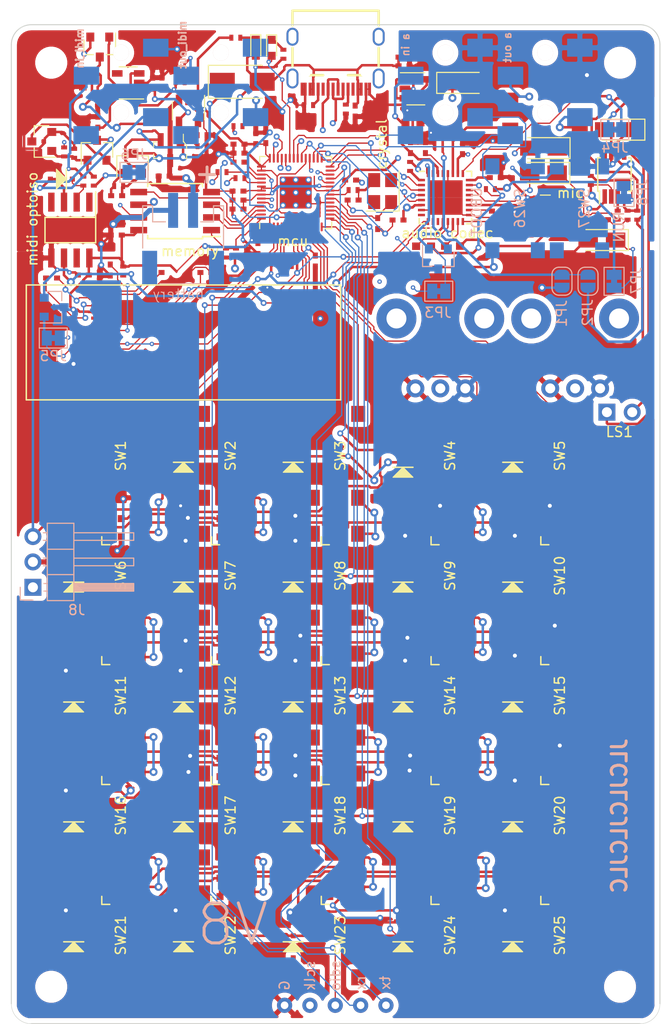
<source format=kicad_pcb>
(kicad_pcb (version 20171130) (host pcbnew "(5.1.2)-2")
  (layers (0 F.Cu signal) (1 In1.Cu signal) (2 In2.Cu signal) (31 B.Cu signal) (34 B.Paste user) (35 F.Paste user) (36 B.SilkS user) (37 F.SilkS user) (38 B.Mask user) (39 F.Mask user) (44 Edge.Cuts user))
  (net 0 "")
  (net 1 GND)
  (net 2 scl)
  (net 3 sda)
  (net 4 +3V3)
  (net 5 "Net-(C37-Pad1)")
  (net 6 lrclk)
  (net 7 bck)
  (net 8 din)
  (net 9 +BATT)
  (net 10 VBUS)
  (net 11 dout)
  (net 12 led_din)
  (net 13 key_col1)
  (net 14 key_col2)
  (net 15 key_col3)
  (net 16 key_col4)
  (net 17 key_col5)
  (net 18 key_row1)
  (net 19 key_row2)
  (net 20 key_row3)
  (net 21 key_row4)
  (net 22 key_row5)
  (net 23 "Net-(D52-Pad1)")
  (net 24 pot1)
  (net 25 pot2)
  (net 26 "Net-(SW10-Pad4)")
  (net 27 "Net-(SW11-Pad4)")
  (net 28 "Net-(SW12-Pad4)")
  (net 29 "Net-(SW13-Pad4)")
  (net 30 "Net-(SW14-Pad4)")
  (net 31 "Net-(SW2-Pad3)")
  (net 32 "Net-(SW3-Pad3)")
  (net 33 "Net-(SW4-Pad3)")
  (net 34 "Net-(SW10-Pad3)")
  (net 35 "Net-(SW11-Pad3)")
  (net 36 "Net-(SW12-Pad3)")
  (net 37 "Net-(SW13-Pad3)")
  (net 38 "Net-(SW14-Pad3)")
  (net 39 "Net-(SW15-Pad3)")
  (net 40 "Net-(SW16-Pad3)")
  (net 41 "Net-(SW17-Pad3)")
  (net 42 "Net-(SW18-Pad3)")
  (net 43 "Net-(SW19-Pad3)")
  (net 44 "Net-(SW20-Pad3)")
  (net 45 "Net-(C47-Pad1)")
  (net 46 "Net-(C47-Pad2)")
  (net 47 "Net-(C48-Pad1)")
  (net 48 "Net-(C48-Pad2)")
  (net 49 "Net-(C52-Pad1)")
  (net 50 /XIN)
  (net 51 "Net-(C55-Pad1)")
  (net 52 "Net-(D6-Pad1)")
  (net 53 "Net-(D13-Pad1)")
  (net 54 "Net-(D14-Pad1)")
  (net 55 "Net-(D15-Pad1)")
  (net 56 "Net-(D16-Pad1)")
  (net 57 "Net-(D17-Pad1)")
  (net 58 "Net-(D23-Pad1)")
  (net 59 "Net-(D24-Pad1)")
  (net 60 "Net-(D28-Pad2)")
  (net 61 "Net-(D29-Pad2)")
  (net 62 "Net-(D30-Pad2)")
  (net 63 "Net-(D31-Pad2)")
  (net 64 "Net-(D32-Pad2)")
  (net 65 "Net-(D38-Pad2)")
  (net 66 "Net-(D39-Pad2)")
  (net 67 "Net-(D40-Pad2)")
  (net 68 "Net-(D41-Pad2)")
  (net 69 "Net-(D42-Pad2)")
  (net 70 "Net-(D43-Pad2)")
  (net 71 "Net-(D44-Pad2)")
  (net 72 "Net-(D45-Pad2)")
  (net 73 "Net-(D46-Pad2)")
  (net 74 "Net-(D47-Pad2)")
  (net 75 "Net-(D54-Pad1)")
  (net 76 "Net-(J6-Pad3)")
  (net 77 "Net-(J6-Pad2)")
  (net 78 "Net-(LCD1-Pad12)")
  (net 79 /MIDI_RX)
  (net 80 /USB_D+)
  (net 81 /USB_D-)
  (net 82 /QSPI_SS)
  (net 83 /MIDI_TX)
  (net 84 /XOUT)
  (net 85 "Net-(R16-Pad1)")
  (net 86 "Net-(R17-Pad2)")
  (net 87 "Net-(SW27-Pad1)")
  (net 88 /QSPI_SD3)
  (net 89 /QSPI_SCLK)
  (net 90 /QSPI_SD0)
  (net 91 /QSPI_SD2)
  (net 92 /QSPI_SD1)
  (net 93 "Net-(C38-Pad2)")
  (net 94 "Net-(C39-Pad1)")
  (net 95 "Net-(C39-Pad2)")
  (net 96 "Net-(C43-Pad1)")
  (net 97 "Net-(C44-Pad1)")
  (net 98 "Net-(C44-Pad2)")
  (net 99 "Net-(C45-Pad1)")
  (net 100 "Net-(C45-Pad2)")
  (net 101 "Net-(C46-Pad2)")
  (net 102 "Net-(C49-Pad1)")
  (net 103 "Net-(C49-Pad2)")
  (net 104 "Net-(C51-Pad1)")
  (net 105 "Net-(C51-Pad2)")
  (net 106 "Net-(C52-Pad2)")
  (net 107 "Net-(C56-Pad1)")
  (net 108 "Net-(D7-Pad1)")
  (net 109 "Net-(D8-Pad1)")
  (net 110 "Net-(D10-Pad3)")
  (net 111 "Net-(D10-Pad1)")
  (net 112 "Net-(D11-Pad1)")
  (net 113 "Net-(D12-Pad1)")
  (net 114 "Net-(D18-Pad1)")
  (net 115 "Net-(D19-Pad1)")
  (net 116 "Net-(D20-Pad1)")
  (net 117 "Net-(D21-Pad1)")
  (net 118 "Net-(D22-Pad1)")
  (net 119 "Net-(D27-Pad2)")
  (net 120 "Net-(D33-Pad2)")
  (net 121 "Net-(D34-Pad2)")
  (net 122 "Net-(D35-Pad2)")
  (net 123 "Net-(D36-Pad2)")
  (net 124 "Net-(D37-Pad2)")
  (net 125 "Net-(D48-Pad2)")
  (net 126 "Net-(D49-Pad2)")
  (net 127 "Net-(D50-Pad2)")
  (net 128 "Net-(D52-Pad2)")
  (net 129 "Net-(J5-Pad3)")
  (net 130 "Net-(R1-Pad1)")
  (net 131 "Net-(R2-Pad1)")
  (net 132 "Net-(R6-Pad2)")
  (net 133 "Net-(J2-PadB5)")
  (net 134 "Net-(J2-PadA5)")
  (net 135 tx)
  (net 136 rx)
  (net 137 swdio)
  (net 138 swclk)
  (net 139 "Net-(C1-Pad1)")
  (net 140 "Net-(D25-Pad1)")
  (net 141 "Net-(J2-PadA8)")
  (net 142 "Net-(J2-PadB8)")
  (net 143 "Net-(J5-Pad4)")
  (net 144 "Net-(J6-Pad4)")
  (net 145 "Net-(LCD1-Pad6)")
  (net 146 "Net-(SW1-Pad2)")
  (net 147 "Net-(SW2-Pad2)")
  (net 148 "Net-(SW3-Pad2)")
  (net 149 "Net-(SW4-Pad2)")
  (net 150 "Net-(SW5-Pad2)")
  (net 151 "Net-(SW6-Pad2)")
  (net 152 "Net-(SW7-Pad2)")
  (net 153 "Net-(SW8-Pad2)")
  (net 154 "Net-(SW9-Pad2)")
  (net 155 "Net-(SW10-Pad2)")
  (net 156 "Net-(SW11-Pad2)")
  (net 157 "Net-(SW12-Pad2)")
  (net 158 "Net-(SW13-Pad2)")
  (net 159 "Net-(SW14-Pad2)")
  (net 160 "Net-(SW15-Pad2)")
  (net 161 "Net-(SW16-Pad2)")
  (net 162 "Net-(SW17-Pad2)")
  (net 163 "Net-(SW18-Pad2)")
  (net 164 "Net-(SW19-Pad2)")
  (net 165 "Net-(SW20-Pad2)")
  (net 166 "Net-(SW21-Pad2)")
  (net 167 "Net-(SW21-Pad3)")
  (net 168 "Net-(SW22-Pad2)")
  (net 169 "Net-(SW22-Pad3)")
  (net 170 "Net-(SW23-Pad2)")
  (net 171 "Net-(SW23-Pad3)")
  (net 172 "Net-(SW24-Pad2)")
  (net 173 "Net-(SW24-Pad3)")
  (net 174 "Net-(SW25-Pad2)")
  (net 175 "Net-(SW25-Pad3)")
  (net 176 "Net-(SW26-Pad4)")
  (net 177 "Net-(SW26-Pad1)")
  (net 178 "Net-(SW27-Pad2)")
  (net 179 "Net-(SW27-Pad4)")
  (net 180 "Net-(U3-Pad11)")
  (net 181 "Net-(U3-Pad20)")
  (net 182 "Net-(U3-Pad21)")
  (net 183 "Net-(U5-Pad1)")
  (net 184 "Net-(U5-Pad4)")
  (net 185 "Net-(U5-Pad7)")
  (net 186 "Net-(Y1-Pad2)")
  (net 187 "Net-(Y1-Pad4)")
  (net 188 "Net-(D1-Pad1)")
  (net 189 line_in_detect)
  (net 190 "Net-(JP3-Pad1)")
  (net 191 "Net-(JP4-Pad1)")
  (net 192 "Net-(JP5-Pad1)")
  (net 193 latch_power)
  (net 194 "Net-(SW1-Pad4)")
  (net 195 "Net-(C4-Pad2)")
  (net 196 "Net-(C54-Pad1)")
  (net 197 "Net-(C59-Pad1)")
  (net 198 "Net-(C59-Pad2)")
  (net 199 "Net-(C62-Pad1)")
  (net 200 headphone_detect)
  (net 201 bat_sense)
  (net 202 "Net-(R9-Pad1)")
  (net 203 "Net-(JP1-Pad2)")
  (net 204 "Net-(LS1-Pad2)")
  (net 205 "Net-(R22-Pad2)")
  (net 206 "Net-(D1-Pad3)")
  (net 207 subsystem_reset)
  (net 208 "Net-(U3-Pad8)")
  (net 209 "Net-(U3-Pad31)")
  (net 210 amp_control)
  (net 211 "Net-(LS1-Pad1)")
  (net 212 "Net-(U9-Pad4)")
  (net 213 "Net-(U11-Pad4)")
  (net 214 "Net-(J8-Pad1)")
  (net 215 "Net-(JP6-Pad2)")
  (net 216 "Net-(C4-Pad1)")
  (net 217 "Net-(C65-Pad1)")
  (net 218 /AudioMidi/lineout_left)
  (net 219 "Net-(C67-Pad1)")
  (net 220 /AudioMidi/lineout_right)
  (net 221 "Net-(JP7-Pad2)")
  (net 222 "Net-(JP8-Pad2)")
  (net 223 "Net-(JP8-Pad1)")
  (net 224 "Net-(D2-Pad2)")
  (net 225 "Net-(D2-Pad1)")
  (net 226 +3V3A)
  (module RandomJunk:C_0402_NoSilk (layer F.Cu) (at 78.5 44.25 90)
    (fp_text reference C40 hide)
    (fp_text value .1uF)
    (pad 2 smd rect (at 0.55 0 90) (size 0.6 0.5) (layers F.Cu F.Paste F.Mask) (net 1 GND))
    (pad 1 smd rect (at -0.55 0 90) (size 0.6 0.5) (layers F.Cu F.Paste F.Mask) (net 226 +3V3A))
  )
  (module RandomJunk:R_0402_NoSilk (layer F.Cu) (at 60.55 34.8 270)
    (fp_text reference R31 hide)
    (fp_text value 1k)
    (pad 1 smd rect (at -0.45 0 270) (size 0.4 0.6) (layers F.Cu F.Paste F.Mask) (net 225 "Net-(D2-Pad1)"))
    (pad 2 smd rect (at 0.45 0 270) (size 0.4 0.6) (layers F.Cu F.Paste F.Mask) (net 1 GND))
  )
  (module RandomJunk:R_0402_NoSilk (layer F.Cu) (at 90.44 44.18)
    (fp_text reference R30 hide)
    (fp_text value 20k)
    (pad 1 smd rect (at -0.45 0) (size 0.4 0.6) (layers F.Cu F.Paste F.Mask) (net 219 "Net-(C67-Pad1)"))
    (pad 2 smd rect (at 0.45 0) (size 0.4 0.6) (layers F.Cu F.Paste F.Mask) (net 205 "Net-(R22-Pad2)"))
  )
  (module RandomJunk:R_0402_NoSilk (layer F.Cu) (at 41.62 36.86 270)
    (fp_text reference R28 hide)
    (fp_text value 1m)
    (pad 1 smd rect (at -0.45 0 270) (size 0.4 0.6) (layers F.Cu F.Paste F.Mask) (net 199 "Net-(C62-Pad1)"))
    (pad 2 smd rect (at 0.45 0 270) (size 0.4 0.6) (layers F.Cu F.Paste F.Mask) (net 9 +BATT))
  )
  (module RandomJunk:R_0402_NoSilk (layer F.Cu) (at 39.58 44.72 90)
    (fp_text reference R27 hide)
    (fp_text value 1m)
    (pad 1 smd rect (at -0.45 0 90) (size 0.4 0.6) (layers F.Cu F.Paste F.Mask) (net 188 "Net-(D1-Pad1)"))
    (pad 2 smd rect (at 0.45 0 90) (size 0.4 0.6) (layers F.Cu F.Paste F.Mask) (net 1 GND))
  )
  (module RandomJunk:R_0402_NoSilk (layer F.Cu) (at 38.58 44.58 270)
    (fp_text reference R26 hide)
    (fp_text value 330)
    (pad 1 smd rect (at -0.45 0 270) (size 0.4 0.6) (layers F.Cu F.Paste F.Mask) (net 193 latch_power))
    (pad 2 smd rect (at 0.45 0 270) (size 0.4 0.6) (layers F.Cu F.Paste F.Mask) (net 188 "Net-(D1-Pad1)"))
  )
  (module RandomJunk:R_0402_NoSilk (layer F.Cu) (at 44.04 48)
    (fp_text reference R25 hide)
    (fp_text value 100k)
    (pad 1 smd rect (at -0.45 0) (size 0.4 0.6) (layers F.Cu F.Paste F.Mask) (net 198 "Net-(C59-Pad2)"))
    (pad 2 smd rect (at 0.45 0) (size 0.4 0.6) (layers F.Cu F.Paste F.Mask) (net 197 "Net-(C59-Pad1)"))
  )
  (module RandomJunk:R_0402_NoSilk (layer F.Cu) (at 81.3 48.3)
    (fp_text reference R24 hide)
    (fp_text value 10k)
    (pad 1 smd rect (at -0.45 0) (size 0.4 0.6) (layers F.Cu F.Paste F.Mask) (net 95 "Net-(C39-Pad2)"))
    (pad 2 smd rect (at 0.45 0) (size 0.4 0.6) (layers F.Cu F.Paste F.Mask) (net 226 +3V3A))
  )
  (module RandomJunk:R_0402_NoSilk (layer F.Cu) (at 91.36 47.43 270)
    (fp_text reference R23 hide)
    (fp_text value 20k)
    (pad 1 smd rect (at -0.45 0 270) (size 0.4 0.6) (layers F.Cu F.Paste F.Mask) (net 222 "Net-(JP8-Pad2)"))
    (pad 2 smd rect (at 0.45 0 270) (size 0.4 0.6) (layers F.Cu F.Paste F.Mask) (net 221 "Net-(JP7-Pad2)"))
  )
  (module RandomJunk:R_0402_NoSilk (layer F.Cu) (at 96.02 50.91 90)
    (fp_text reference R22 hide)
    (fp_text value 20k)
    (pad 1 smd rect (at -0.45 0 90) (size 0.4 0.6) (layers F.Cu F.Paste F.Mask) (net 204 "Net-(LS1-Pad2)"))
    (pad 2 smd rect (at 0.45 0 90) (size 0.4 0.6) (layers F.Cu F.Paste F.Mask) (net 205 "Net-(R22-Pad2)"))
  )
  (module RandomJunk:R_0402_NoSilk (layer F.Cu) (at 94.05 50.91 90)
    (fp_text reference R21 hide)
    (fp_text value 20k)
    (pad 1 smd rect (at -0.45 0 90) (size 0.4 0.6) (layers F.Cu F.Paste F.Mask) (net 217 "Net-(C65-Pad1)"))
    (pad 2 smd rect (at 0.45 0 90) (size 0.4 0.6) (layers F.Cu F.Paste F.Mask) (net 223 "Net-(JP8-Pad1)"))
  )
  (module RandomJunk:R_0402_NoSilk (layer F.Cu) (at 63.08 39.89)
    (fp_text reference R20 hide)
    (fp_text value 5.1k)
    (pad 1 smd rect (at -0.45 0) (size 0.4 0.6) (layers F.Cu F.Paste F.Mask) (net 1 GND))
    (pad 2 smd rect (at 0.45 0) (size 0.4 0.6) (layers F.Cu F.Paste F.Mask) (net 133 "Net-(J2-PadB5)"))
  )
  (module RandomJunk:R_0402_NoSilk (layer F.Cu) (at 66.81 40.29 90)
    (fp_text reference R19 hide)
    (fp_text value 5.1k)
    (pad 1 smd rect (at -0.45 0 90) (size 0.4 0.6) (layers F.Cu F.Paste F.Mask) (net 1 GND))
    (pad 2 smd rect (at 0.45 0 90) (size 0.4 0.6) (layers F.Cu F.Paste F.Mask) (net 134 "Net-(J2-PadA5)"))
  )
  (module RandomJunk:R_0402_NoSilk (layer F.Cu) (at 52.4 44 180)
    (fp_text reference R18 hide)
    (fp_text value 100k)
    (pad 1 smd rect (at -0.45 0 180) (size 0.4 0.6) (layers F.Cu F.Paste F.Mask) (net 1 GND))
    (pad 2 smd rect (at 0.45 0 180) (size 0.4 0.6) (layers F.Cu F.Paste F.Mask) (net 10 VBUS))
  )
  (module RandomJunk:R_0402_NoSilk (layer F.Cu) (at 55.786 33.146 180)
    (fp_text reference R17 hide)
    (fp_text value 1k)
    (pad 1 smd rect (at -0.45 0 180) (size 0.4 0.6) (layers F.Cu F.Paste F.Mask) (net 75 "Net-(D54-Pad1)"))
    (pad 2 smd rect (at 0.45 0 180) (size 0.4 0.6) (layers F.Cu F.Paste F.Mask) (net 86 "Net-(R17-Pad2)"))
  )
  (module RandomJunk:R_0402_NoSilk (layer F.Cu) (at 52.4 42.9)
    (fp_text reference R16 hide)
    (fp_text value 4.7k)
    (pad 1 smd rect (at -0.45 0) (size 0.4 0.6) (layers F.Cu F.Paste F.Mask) (net 85 "Net-(R16-Pad1)"))
    (pad 2 smd rect (at 0.45 0) (size 0.4 0.6) (layers F.Cu F.Paste F.Mask) (net 1 GND))
  )
  (module RandomJunk:R_0402_NoSilk (layer F.Cu) (at 48.59 70.9)
    (fp_text reference R15 hide)
    (fp_text value 330k)
    (pad 1 smd rect (at -0.45 0) (size 0.4 0.6) (layers F.Cu F.Paste F.Mask) (net 78 "Net-(LCD1-Pad12)"))
    (pad 2 smd rect (at 0.45 0) (size 0.4 0.6) (layers F.Cu F.Paste F.Mask) (net 1 GND))
  )
  (module RandomJunk:R_0402_NoSilk (layer F.Cu) (at 96.12 40.18 90)
    (fp_text reference R14 hide)
    (fp_text value 10k)
    (pad 1 smd rect (at -0.45 0 90) (size 0.4 0.6) (layers F.Cu F.Paste F.Mask) (net 226 +3V3A))
    (pad 2 smd rect (at 0.45 0 90) (size 0.4 0.6) (layers F.Cu F.Paste F.Mask) (net 191 "Net-(JP4-Pad1)"))
  )
  (module RandomJunk:R_0402_NoSilk (layer F.Cu) (at 56 42)
    (fp_text reference R13 hide)
    (fp_text value 220)
    (pad 1 smd rect (at -0.45 0) (size 0.4 0.6) (layers F.Cu F.Paste F.Mask) (net 83 /MIDI_TX))
    (pad 2 smd rect (at 0.45 0) (size 0.4 0.6) (layers F.Cu F.Paste F.Mask) (net 77 "Net-(J6-Pad2)"))
  )
  (module RandomJunk:R_0402_NoSilk (layer F.Cu) (at 50.2 37.6)
    (fp_text reference R12 hide)
    (fp_text value 220)
    (pad 1 smd rect (at -0.45 0) (size 0.4 0.6) (layers F.Cu F.Paste F.Mask) (net 4 +3V3))
    (pad 2 smd rect (at 0.45 0) (size 0.4 0.6) (layers F.Cu F.Paste F.Mask) (net 76 "Net-(J6-Pad3)"))
  )
  (module RandomJunk:R_0402_NoSilk (layer F.Cu) (at 44.5 56.5 90)
    (fp_text reference R11 hide)
    (fp_text value 1k)
    (pad 1 smd rect (at -0.45 0 90) (size 0.4 0.6) (layers F.Cu F.Paste F.Mask) (net 79 /MIDI_RX))
    (pad 2 smd rect (at 0.45 0 90) (size 0.4 0.6) (layers F.Cu F.Paste F.Mask) (net 4 +3V3))
  )
  (module RandomJunk:R_0402_NoSilk (layer F.Cu) (at 40.5 47.5 90)
    (fp_text reference R10 hide)
    (fp_text value 220)
    (pad 1 smd rect (at -0.45 0 90) (size 0.4 0.6) (layers F.Cu F.Paste F.Mask) (net 23 "Net-(D52-Pad1)"))
    (pad 2 smd rect (at 0.45 0 90) (size 0.4 0.6) (layers F.Cu F.Paste F.Mask) (net 129 "Net-(J5-Pad3)"))
  )
  (module RandomJunk:R_0402_NoSilk (layer F.Cu) (at 73.25 46.03 90)
    (fp_text reference R9 hide)
    (fp_text value 10k)
    (pad 1 smd rect (at -0.45 0 90) (size 0.4 0.6) (layers F.Cu F.Paste F.Mask) (net 202 "Net-(R9-Pad1)"))
    (pad 2 smd rect (at 0.45 0 90) (size 0.4 0.6) (layers F.Cu F.Paste F.Mask) (net 203 "Net-(JP1-Pad2)"))
  )
  (module RandomJunk:R_0402_NoSilk (layer F.Cu) (at 67.536 48.396)
    (fp_text reference R7 hide)
    (fp_text value 1k)
    (pad 1 smd rect (at -0.45 0) (size 0.4 0.6) (layers F.Cu F.Paste F.Mask) (net 84 /XOUT))
    (pad 2 smd rect (at 0.45 0) (size 0.4 0.6) (layers F.Cu F.Paste F.Mask) (net 5 "Net-(C37-Pad1)"))
  )
  (module RandomJunk:R_0402_NoSilk (layer F.Cu) (at 55.8 54.7 270)
    (fp_text reference R6 hide)
    (fp_text value 1k)
    (pad 1 smd rect (at -0.45 0 270) (size 0.4 0.6) (layers F.Cu F.Paste F.Mask) (net 82 /QSPI_SS))
    (pad 2 smd rect (at 0.45 0 270) (size 0.4 0.6) (layers F.Cu F.Paste F.Mask) (net 132 "Net-(R6-Pad2)"))
  )
  (module RandomJunk:R_0402_NoSilk (layer F.Cu) (at 61.286 55.646 90)
    (fp_text reference R5 hide)
    (fp_text value 4.7k)
    (pad 1 smd rect (at -0.45 0 90) (size 0.4 0.6) (layers F.Cu F.Paste F.Mask) (net 4 +3V3))
    (pad 2 smd rect (at 0.45 0 90) (size 0.4 0.6) (layers F.Cu F.Paste F.Mask) (net 2 scl))
  )
  (module RandomJunk:R_0402_NoSilk (layer F.Cu) (at 60.286 55.646 90)
    (fp_text reference R4 hide)
    (fp_text value 4.7k)
    (pad 1 smd rect (at -0.45 0 90) (size 0.4 0.6) (layers F.Cu F.Paste F.Mask) (net 4 +3V3))
    (pad 2 smd rect (at 0.45 0 90) (size 0.4 0.6) (layers F.Cu F.Paste F.Mask) (net 3 sda))
  )
  (module RandomJunk:R_0402_NoSilk (layer F.Cu) (at 54.8 54.7 90)
    (fp_text reference R3 hide)
    (fp_text value 10k)
    (pad 1 smd rect (at -0.45 0 90) (size 0.4 0.6) (layers F.Cu F.Paste F.Mask) (net 4 +3V3))
    (pad 2 smd rect (at 0.45 0 90) (size 0.4 0.6) (layers F.Cu F.Paste F.Mask) (net 82 /QSPI_SS))
  )
  (module RandomJunk:R_0402_NoSilk (layer F.Cu) (at 54.4 46.6 180)
    (fp_text reference R2 hide)
    (fp_text value 27.4)
    (pad 1 smd rect (at -0.45 0 180) (size 0.4 0.6) (layers F.Cu F.Paste F.Mask) (net 131 "Net-(R2-Pad1)"))
    (pad 2 smd rect (at 0.45 0 180) (size 0.4 0.6) (layers F.Cu F.Paste F.Mask) (net 81 /USB_D-))
  )
  (module RandomJunk:R_0402_NoSilk (layer F.Cu) (at 56.2 47.2 180)
    (fp_text reference R1 hide)
    (fp_text value 27.4)
    (pad 1 smd rect (at -0.45 0 180) (size 0.4 0.6) (layers F.Cu F.Paste F.Mask) (net 130 "Net-(R1-Pad1)"))
    (pad 2 smd rect (at 0.45 0 180) (size 0.4 0.6) (layers F.Cu F.Paste F.Mask) (net 80 /USB_D+))
  )
  (module RandomJunk:R_0402_NoSilk (layer F.Cu) (at 41.55 47.5 90)
    (fp_text reference R8 hide)
    (fp_text value 100k)
    (pad 1 smd rect (at -0.45 0 90) (size 0.4 0.6) (layers F.Cu F.Paste F.Mask) (net 215 "Net-(JP6-Pad2)"))
    (pad 2 smd rect (at 0.45 0 90) (size 0.4 0.6) (layers F.Cu F.Paste F.Mask) (net 188 "Net-(D1-Pad1)"))
  )
  (module RandomJunk:C_0402_NoSilk (layer F.Cu) (at 48.38 37.69 90)
    (fp_text reference C64 hide)
    (fp_text value 1u)
    (pad 2 smd rect (at 0.55 0 90) (size 0.6 0.5) (layers F.Cu F.Paste F.Mask) (net 1 GND))
    (pad 1 smd rect (at -0.55 0 90) (size 0.6 0.5) (layers F.Cu F.Paste F.Mask) (net 10 VBUS))
  )
  (module RandomJunk:C_0402_NoSilk (layer F.Cu) (at 72.64 35.09)
    (fp_text reference C63 hide)
    (fp_text value 1u)
    (pad 2 smd rect (at 0.55 0) (size 0.6 0.5) (layers F.Cu F.Paste F.Mask) (net 1 GND))
    (pad 1 smd rect (at -0.55 0) (size 0.6 0.5) (layers F.Cu F.Paste F.Mask) (net 10 VBUS))
  )
  (module RandomJunk:C_0402_NoSilk (layer F.Cu) (at 41.94 39.38 270)
    (fp_text reference C62 hide)
    (fp_text value 100n)
    (pad 2 smd rect (at 0.55 0 270) (size 0.6 0.5) (layers F.Cu F.Paste F.Mask) (net 1 GND))
    (pad 1 smd rect (at -0.55 0 270) (size 0.6 0.5) (layers F.Cu F.Paste F.Mask) (net 199 "Net-(C62-Pad1)"))
  )
  (module RandomJunk:C_0402_NoSilk (layer F.Cu) (at 41.96 41.6 90)
    (fp_text reference C61 hide)
    (fp_text value 10u)
    (pad 2 smd rect (at 0.55 0 90) (size 0.6 0.5) (layers F.Cu F.Paste F.Mask) (net 1 GND))
    (pad 1 smd rect (at -0.55 0 90) (size 0.6 0.5) (layers F.Cu F.Paste F.Mask) (net 4 +3V3))
  )
  (module RandomJunk:C_0402_NoSilk (layer F.Cu) (at 47.45 37.7 90)
    (fp_text reference C60 hide)
    (fp_text value 100n)
    (pad 2 smd rect (at 0.55 0 90) (size 0.6 0.5) (layers F.Cu F.Paste F.Mask) (net 1 GND))
    (pad 1 smd rect (at -0.55 0 90) (size 0.6 0.5) (layers F.Cu F.Paste F.Mask) (net 10 VBUS))
  )
  (module RandomJunk:C_0402_NoSilk (layer F.Cu) (at 43.84 48.96 180)
    (fp_text reference C59 hide)
    (fp_text value 10n)
    (pad 2 smd rect (at 0.55 0 180) (size 0.6 0.5) (layers F.Cu F.Paste F.Mask) (net 198 "Net-(C59-Pad2)"))
    (pad 1 smd rect (at -0.55 0 180) (size 0.6 0.5) (layers F.Cu F.Paste F.Mask) (net 197 "Net-(C59-Pad1)"))
  )
  (module RandomJunk:C_0402_NoSilk (layer F.Cu) (at 48.6 47 180)
    (fp_text reference C57 hide)
    (fp_text value 10u)
    (pad 2 smd rect (at 0.55 0 180) (size 0.6 0.5) (layers F.Cu F.Paste F.Mask) (net 1 GND))
    (pad 1 smd rect (at -0.55 0 180) (size 0.6 0.5) (layers F.Cu F.Paste F.Mask) (net 9 +BATT))
  )
  (module RandomJunk:C_0402_NoSilk (layer F.Cu) (at 48.51 69.93)
    (fp_text reference C56 hide)
    (fp_text value 10u)
    (pad 2 smd rect (at 0.55 0) (size 0.6 0.5) (layers F.Cu F.Paste F.Mask) (net 1 GND))
    (pad 1 smd rect (at -0.55 0) (size 0.6 0.5) (layers F.Cu F.Paste F.Mask) (net 107 "Net-(C56-Pad1)"))
  )
  (module RandomJunk:C_0402_NoSilk (layer F.Cu) (at 52.786 56.646)
    (fp_text reference C55 hide)
    (fp_text value 10u)
    (pad 2 smd rect (at 0.55 0) (size 0.6 0.5) (layers F.Cu F.Paste F.Mask) (net 1 GND))
    (pad 1 smd rect (at -0.55 0) (size 0.6 0.5) (layers F.Cu F.Paste F.Mask) (net 51 "Net-(C55-Pad1)"))
  )
  (module RandomJunk:C_0402_NoSilk (layer F.Cu) (at 43.2 56.4 270)
    (fp_text reference C54 hide)
    (fp_text value 1u)
    (pad 2 smd rect (at 0.55 0 270) (size 0.6 0.5) (layers F.Cu F.Paste F.Mask) (net 1 GND))
    (pad 1 smd rect (at -0.55 0 270) (size 0.6 0.5) (layers F.Cu F.Paste F.Mask) (net 196 "Net-(C54-Pad1)"))
  )
  (module RandomJunk:C_0402_NoSilk (layer F.Cu) (at 38.75 70.5 180)
    (fp_text reference C53 hide)
    (fp_text value 1u)
    (pad 2 smd rect (at 0.55 0 180) (size 0.6 0.5) (layers F.Cu F.Paste F.Mask) (net 1 GND))
    (pad 1 smd rect (at -0.55 0 180) (size 0.6 0.5) (layers F.Cu F.Paste F.Mask) (net 4 +3V3))
  )
  (module RandomJunk:C_0402_NoSilk (layer F.Cu) (at 37.32 57.2 180)
    (fp_text reference C52 hide)
    (fp_text value 1u)
    (pad 2 smd rect (at 0.55 0 180) (size 0.6 0.5) (layers F.Cu F.Paste F.Mask) (net 106 "Net-(C52-Pad2)"))
    (pad 1 smd rect (at -0.55 0 180) (size 0.6 0.5) (layers F.Cu F.Paste F.Mask) (net 49 "Net-(C52-Pad1)"))
  )
  (module RandomJunk:C_0402_NoSilk (layer F.Cu) (at 47.786 56.646)
    (fp_text reference C51 hide)
    (fp_text value 1u)
    (pad 2 smd rect (at 0.55 0) (size 0.6 0.5) (layers F.Cu F.Paste F.Mask) (net 105 "Net-(C51-Pad2)"))
    (pad 1 smd rect (at -0.55 0) (size 0.6 0.5) (layers F.Cu F.Paste F.Mask) (net 104 "Net-(C51-Pad1)"))
  )
  (module RandomJunk:C_0402_NoSilk (layer F.Cu) (at 40.5 56.9 180)
    (fp_text reference C50 hide)
    (fp_text value 10u)
    (pad 2 smd rect (at 0.55 0 180) (size 0.6 0.5) (layers F.Cu F.Paste F.Mask) (net 1 GND))
    (pad 1 smd rect (at -0.55 0 180) (size 0.6 0.5) (layers F.Cu F.Paste F.Mask) (net 4 +3V3))
  )
  (module RandomJunk:C_0402_NoSilk (layer F.Cu) (at 82 50.5 180)
    (fp_text reference C46 hide)
    (fp_text value 10u)
    (pad 2 smd rect (at 0.55 0 180) (size 0.6 0.5) (layers F.Cu F.Paste F.Mask) (net 101 "Net-(C46-Pad2)"))
    (pad 1 smd rect (at -0.55 0 180) (size 0.6 0.5) (layers F.Cu F.Paste F.Mask) (net 1 GND))
  )
  (module RandomJunk:C_0402_NoSilk (layer F.Cu) (at 81.786 47.146)
    (fp_text reference C43 hide)
    (fp_text value 10u)
    (pad 2 smd rect (at 0.55 0) (size 0.6 0.5) (layers F.Cu F.Paste F.Mask) (net 1 GND))
    (pad 1 smd rect (at -0.55 0) (size 0.6 0.5) (layers F.Cu F.Paste F.Mask) (net 96 "Net-(C43-Pad1)"))
  )
  (module RandomJunk:C_0402_NoSilk (layer F.Cu) (at 73.286 44.146 90)
    (fp_text reference C42 hide)
    (fp_text value 10u)
    (pad 2 smd rect (at 0.55 0 90) (size 0.6 0.5) (layers F.Cu F.Paste F.Mask) (net 1 GND))
    (pad 1 smd rect (at -0.55 0 90) (size 0.6 0.5) (layers F.Cu F.Paste F.Mask) (net 226 +3V3A))
  )
  (module RandomJunk:C_0402_NoSilk (layer F.Cu) (at 74.786 44.146 270)
    (fp_text reference C38 hide)
    (fp_text value 10u)
    (pad 2 smd rect (at 0.55 0 270) (size 0.6 0.5) (layers F.Cu F.Paste F.Mask) (net 93 "Net-(C38-Pad2)"))
    (pad 1 smd rect (at -0.55 0 270) (size 0.6 0.5) (layers F.Cu F.Paste F.Mask) (net 1 GND))
  )
  (module RandomJunk:C_0402_NoSilk (layer F.Cu) (at 67.536 49.396 180)
    (fp_text reference C37 hide)
    (fp_text value 30p)
    (pad 2 smd rect (at 0.55 0 180) (size 0.6 0.5) (layers F.Cu F.Paste F.Mask) (net 1 GND))
    (pad 1 smd rect (at -0.55 0 180) (size 0.6 0.5) (layers F.Cu F.Paste F.Mask) (net 5 "Net-(C37-Pad1)"))
  )
  (module RandomJunk:C_0402_NoSilk (layer F.Cu) (at 67.74 40.49 270)
    (fp_text reference C36 hide)
    (fp_text value 10u)
    (pad 2 smd rect (at 0.55 0 270) (size 0.6 0.5) (layers F.Cu F.Paste F.Mask) (net 1 GND))
    (pad 1 smd rect (at -0.55 0 270) (size 0.6 0.5) (layers F.Cu F.Paste F.Mask) (net 10 VBUS))
  )
  (module RandomJunk:C_0402_NoSilk (layer F.Cu) (at 70 51.75 270)
    (fp_text reference C35 hide)
    (fp_text value 30p)
    (pad 2 smd rect (at 0.55 0 270) (size 0.6 0.5) (layers F.Cu F.Paste F.Mask) (net 1 GND))
    (pad 1 smd rect (at -0.55 0 270) (size 0.6 0.5) (layers F.Cu F.Paste F.Mask) (net 50 /XIN))
  )
  (module RandomJunk:C_0402_NoSilk (layer F.Cu) (at 43.8 52.9 180)
    (fp_text reference C34 hide)
    (fp_text value 100n)
    (pad 2 smd rect (at 0.55 0 180) (size 0.6 0.5) (layers F.Cu F.Paste F.Mask) (net 1 GND))
    (pad 1 smd rect (at -0.55 0 180) (size 0.6 0.5) (layers F.Cu F.Paste F.Mask) (net 4 +3V3))
  )
  (module RandomJunk:C_0402_NoSilk (layer F.Cu) (at 57.786 43.25 90)
    (fp_text reference C33 hide)
    (fp_text value 1u)
    (pad 2 smd rect (at 0.55 0 90) (size 0.6 0.5) (layers F.Cu F.Paste F.Mask) (net 1 GND))
    (pad 1 smd rect (at -0.55 0 90) (size 0.6 0.5) (layers F.Cu F.Paste F.Mask) (net 4 +3V3))
  )
  (module RandomJunk:C_0402_NoSilk (layer F.Cu) (at 58 54.25 270)
    (fp_text reference C32 hide)
    (fp_text value 100n)
    (pad 2 smd rect (at 0.55 0 270) (size 0.6 0.5) (layers F.Cu F.Paste F.Mask) (net 1 GND))
    (pad 1 smd rect (at -0.55 0 270) (size 0.6 0.5) (layers F.Cu F.Paste F.Mask) (net 4 +3V3))
  )
  (module RandomJunk:C_0402_NoSilk (layer F.Cu) (at 67.286 47.396)
    (fp_text reference C31 hide)
    (fp_text value 100n)
    (pad 2 smd rect (at 0.55 0) (size 0.6 0.5) (layers F.Cu F.Paste F.Mask) (net 1 GND))
    (pad 1 smd rect (at -0.55 0) (size 0.6 0.5) (layers F.Cu F.Paste F.Mask) (net 4 +3V3))
  )
  (module RandomJunk:C_0402_NoSilk (layer F.Cu) (at 56 48.5 180)
    (fp_text reference C30 hide)
    (fp_text value 100n)
    (pad 2 smd rect (at 0.55 0 180) (size 0.6 0.5) (layers F.Cu F.Paste F.Mask) (net 1 GND))
    (pad 1 smd rect (at -0.55 0 180) (size 0.6 0.5) (layers F.Cu F.Paste F.Mask) (net 4 +3V3))
  )
  (module RandomJunk:C_0402_NoSilk (layer F.Cu) (at 58.786 43.146 90)
    (fp_text reference C29 hide)
    (fp_text value 100n)
    (pad 2 smd rect (at 0.55 0 90) (size 0.6 0.5) (layers F.Cu F.Paste F.Mask) (net 1 GND))
    (pad 1 smd rect (at -0.55 0 90) (size 0.6 0.5) (layers F.Cu F.Paste F.Mask) (net 4 +3V3))
  )
  (module RandomJunk:C_0402_NoSilk (layer F.Cu) (at 56.1 44.7 180)
    (fp_text reference C28 hide)
    (fp_text value 100n)
    (pad 2 smd rect (at 0.55 0 180) (size 0.6 0.5) (layers F.Cu F.Paste F.Mask) (net 1 GND))
    (pad 1 smd rect (at -0.55 0 180) (size 0.6 0.5) (layers F.Cu F.Paste F.Mask) (net 4 +3V3))
  )
  (module RandomJunk:C_0402_NoSilk (layer F.Cu) (at 56.1 43.8 180)
    (fp_text reference C27 hide)
    (fp_text value 100n)
    (pad 2 smd rect (at 0.55 0 180) (size 0.6 0.5) (layers F.Cu F.Paste F.Mask) (net 1 GND))
    (pad 1 smd rect (at -0.55 0 180) (size 0.6 0.5) (layers F.Cu F.Paste F.Mask) (net 4 +3V3))
  )
  (module RandomJunk:C_0402_NoSilk (layer F.Cu) (at 63.75 55.5 270)
    (fp_text reference C26 hide)
    (fp_text value 100n)
    (pad 2 smd rect (at 0.55 0 270) (size 0.6 0.5) (layers F.Cu F.Paste F.Mask) (net 1 GND))
    (pad 1 smd rect (at -0.55 0 270) (size 0.6 0.5) (layers F.Cu F.Paste F.Mask) (net 4 +3V3))
  )
  (module RandomJunk:C_0402_NoSilk (layer F.Cu) (at 84.036 121.146 270)
    (fp_text reference C25 hide)
    (fp_text value 1u)
    (pad 2 smd rect (at 0.55 0 270) (size 0.6 0.5) (layers F.Cu F.Paste F.Mask) (net 1 GND))
    (pad 1 smd rect (at -0.55 0 270) (size 0.6 0.5) (layers F.Cu F.Paste F.Mask) (net 4 +3V3))
  )
  (module RandomJunk:C_0402_NoSilk (layer F.Cu) (at 73.036 121.146 270)
    (fp_text reference C24 hide)
    (fp_text value 1u)
    (pad 2 smd rect (at 0.55 0 270) (size 0.6 0.5) (layers F.Cu F.Paste F.Mask) (net 1 GND))
    (pad 1 smd rect (at -0.55 0 270) (size 0.6 0.5) (layers F.Cu F.Paste F.Mask) (net 4 +3V3))
  )
  (module RandomJunk:C_0402_NoSilk (layer F.Cu) (at 62.036 121.146 270)
    (fp_text reference C23 hide)
    (fp_text value 1u)
    (pad 2 smd rect (at 0.55 0 270) (size 0.6 0.5) (layers F.Cu F.Paste F.Mask) (net 1 GND))
    (pad 1 smd rect (at -0.55 0 270) (size 0.6 0.5) (layers F.Cu F.Paste F.Mask) (net 4 +3V3))
  )
  (module RandomJunk:C_0402_NoSilk (layer F.Cu) (at 51.036 121.146 270)
    (fp_text reference C22 hide)
    (fp_text value 1u)
    (pad 2 smd rect (at 0.55 0 270) (size 0.6 0.5) (layers F.Cu F.Paste F.Mask) (net 1 GND))
    (pad 1 smd rect (at -0.55 0 270) (size 0.6 0.5) (layers F.Cu F.Paste F.Mask) (net 4 +3V3))
  )
  (module RandomJunk:C_0402_NoSilk (layer F.Cu) (at 40.036 121.146 270)
    (fp_text reference C21 hide)
    (fp_text value 1u)
    (pad 2 smd rect (at 0.55 0 270) (size 0.6 0.5) (layers F.Cu F.Paste F.Mask) (net 1 GND))
    (pad 1 smd rect (at -0.55 0 270) (size 0.6 0.5) (layers F.Cu F.Paste F.Mask) (net 4 +3V3))
  )
  (module RandomJunk:C_0402_NoSilk (layer F.Cu) (at 84.036 109.146 270)
    (fp_text reference C20 hide)
    (fp_text value 1u)
    (pad 2 smd rect (at 0.55 0 270) (size 0.6 0.5) (layers F.Cu F.Paste F.Mask) (net 1 GND))
    (pad 1 smd rect (at -0.55 0 270) (size 0.6 0.5) (layers F.Cu F.Paste F.Mask) (net 4 +3V3))
  )
  (module RandomJunk:C_0402_NoSilk (layer F.Cu) (at 73.036 109.146 270)
    (fp_text reference C19 hide)
    (fp_text value 1u)
    (pad 2 smd rect (at 0.55 0 270) (size 0.6 0.5) (layers F.Cu F.Paste F.Mask) (net 1 GND))
    (pad 1 smd rect (at -0.55 0 270) (size 0.6 0.5) (layers F.Cu F.Paste F.Mask) (net 4 +3V3))
  )
  (module RandomJunk:C_0402_NoSilk (layer F.Cu) (at 62.036 109.146 270)
    (fp_text reference C18 hide)
    (fp_text value 1u)
    (pad 2 smd rect (at 0.55 0 270) (size 0.6 0.5) (layers F.Cu F.Paste F.Mask) (net 1 GND))
    (pad 1 smd rect (at -0.55 0 270) (size 0.6 0.5) (layers F.Cu F.Paste F.Mask) (net 4 +3V3))
  )
  (module RandomJunk:C_0402_NoSilk (layer F.Cu) (at 51.036 109.146 270)
    (fp_text reference C17 hide)
    (fp_text value 1u)
    (pad 2 smd rect (at 0.55 0 270) (size 0.6 0.5) (layers F.Cu F.Paste F.Mask) (net 1 GND))
    (pad 1 smd rect (at -0.55 0 270) (size 0.6 0.5) (layers F.Cu F.Paste F.Mask) (net 4 +3V3))
  )
  (module RandomJunk:C_0402_NoSilk (layer F.Cu) (at 40.036 109.146 270)
    (fp_text reference C16 hide)
    (fp_text value 1u)
    (pad 2 smd rect (at 0.55 0 270) (size 0.6 0.5) (layers F.Cu F.Paste F.Mask) (net 1 GND))
    (pad 1 smd rect (at -0.55 0 270) (size 0.6 0.5) (layers F.Cu F.Paste F.Mask) (net 4 +3V3))
  )
  (module RandomJunk:C_0402_NoSilk (layer F.Cu) (at 84.036 97.146 270)
    (fp_text reference C15 hide)
    (fp_text value 1u)
    (pad 2 smd rect (at 0.55 0 270) (size 0.6 0.5) (layers F.Cu F.Paste F.Mask) (net 1 GND))
    (pad 1 smd rect (at -0.55 0 270) (size 0.6 0.5) (layers F.Cu F.Paste F.Mask) (net 4 +3V3))
  )
  (module RandomJunk:C_0402_NoSilk (layer F.Cu) (at 73.036 97.146 270)
    (fp_text reference C14 hide)
    (fp_text value 1u)
    (pad 2 smd rect (at 0.55 0 270) (size 0.6 0.5) (layers F.Cu F.Paste F.Mask) (net 1 GND))
    (pad 1 smd rect (at -0.55 0 270) (size 0.6 0.5) (layers F.Cu F.Paste F.Mask) (net 4 +3V3))
  )
  (module RandomJunk:C_0402_NoSilk (layer F.Cu) (at 62.036 97.146 270)
    (fp_text reference C13 hide)
    (fp_text value 1u)
    (pad 2 smd rect (at 0.55 0 270) (size 0.6 0.5) (layers F.Cu F.Paste F.Mask) (net 1 GND))
    (pad 1 smd rect (at -0.55 0 270) (size 0.6 0.5) (layers F.Cu F.Paste F.Mask) (net 4 +3V3))
  )
  (module RandomJunk:C_0402_NoSilk (layer F.Cu) (at 51.036 97.146 270)
    (fp_text reference C12 hide)
    (fp_text value 1u)
    (pad 2 smd rect (at 0.55 0 270) (size 0.6 0.5) (layers F.Cu F.Paste F.Mask) (net 1 GND))
    (pad 1 smd rect (at -0.55 0 270) (size 0.6 0.5) (layers F.Cu F.Paste F.Mask) (net 4 +3V3))
  )
  (module RandomJunk:C_0402_NoSilk (layer F.Cu) (at 40.036 97.146 270)
    (fp_text reference C11 hide)
    (fp_text value 1u)
    (pad 2 smd rect (at 0.55 0 270) (size 0.6 0.5) (layers F.Cu F.Paste F.Mask) (net 1 GND))
    (pad 1 smd rect (at -0.55 0 270) (size 0.6 0.5) (layers F.Cu F.Paste F.Mask) (net 4 +3V3))
  )
  (module RandomJunk:C_0402_NoSilk (layer F.Cu) (at 84.036 85.146 270)
    (fp_text reference C10 hide)
    (fp_text value 1u)
    (pad 2 smd rect (at 0.55 0 270) (size 0.6 0.5) (layers F.Cu F.Paste F.Mask) (net 1 GND))
    (pad 1 smd rect (at -0.55 0 270) (size 0.6 0.5) (layers F.Cu F.Paste F.Mask) (net 4 +3V3))
  )
  (module RandomJunk:C_0402_NoSilk (layer F.Cu) (at 73.036 85.146 270)
    (fp_text reference C9 hide)
    (fp_text value 1u)
    (pad 2 smd rect (at 0.55 0 270) (size 0.6 0.5) (layers F.Cu F.Paste F.Mask) (net 1 GND))
    (pad 1 smd rect (at -0.55 0 270) (size 0.6 0.5) (layers F.Cu F.Paste F.Mask) (net 4 +3V3))
  )
  (module RandomJunk:C_0402_NoSilk (layer F.Cu) (at 62.036 85.146 270)
    (fp_text reference C8 hide)
    (fp_text value 1u)
    (pad 2 smd rect (at 0.55 0 270) (size 0.6 0.5) (layers F.Cu F.Paste F.Mask) (net 1 GND))
    (pad 1 smd rect (at -0.55 0 270) (size 0.6 0.5) (layers F.Cu F.Paste F.Mask) (net 4 +3V3))
  )
  (module RandomJunk:C_0402_NoSilk (layer F.Cu) (at 51.036 85.146 270)
    (fp_text reference C7 hide)
    (fp_text value 1u)
    (pad 2 smd rect (at 0.55 0 270) (size 0.6 0.5) (layers F.Cu F.Paste F.Mask) (net 1 GND))
    (pad 1 smd rect (at -0.55 0 270) (size 0.6 0.5) (layers F.Cu F.Paste F.Mask) (net 4 +3V3))
  )
  (module RandomJunk:C_0402_NoSilk (layer F.Cu) (at 40.036 85.146 270)
    (fp_text reference C6 hide)
    (fp_text value 1u)
    (pad 2 smd rect (at 0.55 0 270) (size 0.6 0.5) (layers F.Cu F.Paste F.Mask) (net 1 GND))
    (pad 1 smd rect (at -0.55 0 270) (size 0.6 0.5) (layers F.Cu F.Paste F.Mask) (net 4 +3V3))
  )
  (module RandomJunk:C_0402_NoSilk (layer F.Cu) (at 72.64 35.96)
    (fp_text reference C5 hide)
    (fp_text value 100n)
    (pad 2 smd rect (at 0.55 0) (size 0.6 0.5) (layers F.Cu F.Paste F.Mask) (net 1 GND))
    (pad 1 smd rect (at -0.55 0) (size 0.6 0.5) (layers F.Cu F.Paste F.Mask) (net 10 VBUS))
  )
  (module RandomJunk:C_0402_NoSilk (layer F.Cu) (at 56 49.4 180)
    (fp_text reference C3 hide)
    (fp_text value 100n)
    (pad 2 smd rect (at 0.55 0 180) (size 0.6 0.5) (layers F.Cu F.Paste F.Mask) (net 1 GND))
    (pad 1 smd rect (at -0.55 0 180) (size 0.6 0.5) (layers F.Cu F.Paste F.Mask) (net 139 "Net-(C1-Pad1)"))
  )
  (module RandomJunk:C_0402_NoSilk (layer F.Cu) (at 56 50.3 180)
    (fp_text reference C2 hide)
    (fp_text value 100n)
    (pad 2 smd rect (at 0.55 0 180) (size 0.6 0.5) (layers F.Cu F.Paste F.Mask) (net 1 GND))
    (pad 1 smd rect (at -0.55 0 180) (size 0.6 0.5) (layers F.Cu F.Paste F.Mask) (net 139 "Net-(C1-Pad1)"))
  )
  (module RandomJunk:C_0402_NoSilk (layer F.Cu) (at 56.1 45.6 180)
    (fp_text reference C1 hide)
    (fp_text value 1u)
    (pad 2 smd rect (at 0.55 0 180) (size 0.6 0.5) (layers F.Cu F.Paste F.Mask) (net 1 GND))
    (pad 1 smd rect (at -0.55 0 180) (size 0.6 0.5) (layers F.Cu F.Paste F.Mask) (net 139 "Net-(C1-Pad1)"))
  )
  (module LEDs:LED_0603 (layer F.Cu) (at 59.37 34.16 270)
    (fp_text reference D2 hide)
    (fp_text value LED)
    (pad 2 smd rect (at 0.8 0 90) (size 0.8 0.8) (layers F.Cu F.Paste F.Mask) (net 224 "Net-(D2-Pad2)"))
    (pad 1 smd rect (at -0.8 0 90) (size 0.8 0.8) (layers F.Cu F.Paste F.Mask) (net 225 "Net-(D2-Pad1)"))
  )
  (module RandomJunk:C_0603_nosilk (layer F.Cu) (at 40.45 37.28 90)
    (fp_text reference R29 hide)
    (fp_text value 750k)
    (pad 1 smd rect (at -0.75 0 90) (size 0.8 0.75) (layers F.Cu F.Paste F.Mask) (net 1 GND))
    (pad 2 smd rect (at 0.75 0 90) (size 0.8 0.75) (layers F.Cu F.Paste F.Mask) (net 199 "Net-(C62-Pad1)"))
  )
  (module Jumper:SolderJumper-2_P1.3mm_Bridged_Pad1.0x1.5mm (layer B.Cu) (at 94.69 48.64 90)
    (fp_text reference JP8 (at 0 1.8 90) (layer B.SilkS) (effects (justify mirror)))
    (fp_text value SolderJumper_2_Bridged)
    (fp_poly (pts (xy -0.25 0.3) (xy 0.25 0.3) (xy 0.25 -0.3) (xy -0.25 -0.3)) (layer B.Cu) (width 0))
    (pad 2 smd rect (at 0.65 0 90) (size 1 1.5) (layers B.Cu B.Mask) (net 222 "Net-(JP8-Pad2)"))
    (pad 1 smd rect (at -0.65 0 90) (size 1 1.5) (layers B.Cu B.Mask) (net 223 "Net-(JP8-Pad1)"))
  )
  (module Jumper:SolderJumper-2_P1.3mm_Bridged_Pad1.0x1.5mm (layer B.Cu) (at 93.69 57.53 90)
    (fp_text reference JP7 (at 0.07 2.22 90) (layer B.SilkS) (effects (justify mirror)))
    (fp_text value SolderJumper_2_Bridged)
    (fp_poly (pts (xy -0.25 0.3) (xy 0.25 0.3) (xy 0.25 -0.3) (xy -0.25 -0.3)) (layer B.Cu) (width 0))
    (pad 2 smd rect (at 0.65 0 90) (size 1 1.5) (layers B.Cu B.Mask) (net 221 "Net-(JP7-Pad2)"))
    (pad 1 smd rect (at -0.65 0 90) (size 1 1.5) (layers B.Cu B.Mask) (net 216 "Net-(C4-Pad1)"))
  )
  (module Capacitors_Tantalum_SMD:CP_Tantalum_Case-A_EIA-3216-18_Reflow (layer F.Cu) (at 86.63 44.2 180)
    (fp_text reference C67 hide)
    (fp_text value 470nf)
    (pad 1 smd rect (at -1.375 0 180) (size 1.95 1.5) (layers F.Cu F.Paste F.Mask) (net 219 "Net-(C67-Pad1)"))
    (pad 2 smd rect (at 1.375 0 180) (size 1.95 1.5) (layers F.Cu F.Paste F.Mask) (net 220 /AudioMidi/lineout_right))
  )
  (module Capacitors_Tantalum_SMD:CP_Tantalum_Case-A_EIA-3216-18_Reflow (layer F.Cu) (at 94.125 42.35 180)
    (fp_text reference C66 hide)
    (fp_text value 1u)
    (pad 1 smd rect (at -1.375 0 180) (size 1.95 1.5) (layers F.Cu F.Paste F.Mask) (net 226 +3V3A))
    (pad 2 smd rect (at 1.375 0 180) (size 1.95 1.5) (layers F.Cu F.Paste F.Mask) (net 1 GND))
  )
  (module Capacitors_Tantalum_SMD:CP_Tantalum_Case-A_EIA-3216-18_Reflow (layer F.Cu) (at 86.61 46.68 180)
    (fp_text reference C65 hide)
    (fp_text value 470nf)
    (pad 1 smd rect (at -1.375 0 180) (size 1.95 1.5) (layers F.Cu F.Paste F.Mask) (net 217 "Net-(C65-Pad1)"))
    (pad 2 smd rect (at 1.375 0 180) (size 1.95 1.5) (layers F.Cu F.Paste F.Mask) (net 218 /AudioMidi/lineout_left))
  )
  (module Capacitors_Tantalum_SMD:CP_Tantalum_Case-A_EIA-3216-18_Reflow (layer F.Cu) (at 78.57 37.67)
    (fp_text reference C58 hide)
    (fp_text value 10u)
    (pad 1 smd rect (at -1.375 0) (size 1.95 1.5) (layers F.Cu F.Paste F.Mask) (net 226 +3V3A))
    (pad 2 smd rect (at 1.375 0) (size 1.95 1.5) (layers F.Cu F.Paste F.Mask) (net 1 GND))
  )
  (module Capacitors_Tantalum_SMD:CP_Tantalum_Case-A_EIA-3216-18_Reflow (layer F.Cu) (at 92.47 53.4 180)
    (fp_text reference C4 hide)
    (fp_text value 1u)
    (pad 1 smd rect (at -1.375 0 180) (size 1.95 1.5) (layers F.Cu F.Paste F.Mask) (net 216 "Net-(C4-Pad1)"))
    (pad 2 smd rect (at 1.375 0 180) (size 1.95 1.5) (layers F.Cu F.Paste F.Mask) (net 1 GND))
  )
  (module Connector_PinHeader_2.54mm:PinHeader_1x02_P2.54mm_Horizontal (layer F.Cu) (at 92.97 70.63 90)
    (fp_text reference LS1 (at -1.98 1.25) (layer F.SilkS))
    (fp_text value Speaker)
    (pad 2 thru_hole oval (at 0 2.54 90) (size 1.7 1.7) (drill 1) (layers *.Cu *.Mask) (net 204 "Net-(LS1-Pad2)"))
    (pad 1 thru_hole rect (at 0 0 90) (size 1.7 1.7) (drill 1) (layers *.Cu *.Mask) (net 211 "Net-(LS1-Pad1)"))
  )
  (module Connector_PinHeader_2.54mm:PinHeader_1x03_P2.54mm_Horizontal (layer B.Cu) (at 35.45 88.16)
    (fp_text reference J8 (at 4.385 2.27) (layer B.SilkS) (effects (justify mirror)))
    (fp_text value Conn_01x03_Male)
    (pad 3 thru_hole oval (at 0 -5.08) (size 1.7 1.7) (drill 1) (layers *.Cu *.Mask) (net 206 "Net-(D1-Pad3)"))
    (pad 2 thru_hole oval (at 0 -2.54) (size 1.7 1.7) (drill 1) (layers *.Cu *.Mask) (net 1 GND))
    (pad 1 thru_hole rect (at 0 0) (size 1.7 1.7) (drill 1) (layers *.Cu *.Mask) (net 214 "Net-(J8-Pad1)"))
  )
  (module Jumper:SolderJumper-2_P1.3mm_Bridged_Pad1.0x1.5mm (layer B.Cu) (at 45.58 46.63 180)
    (fp_text reference JP6 (at 0 1.8) (layer B.SilkS) (effects (justify mirror)))
    (fp_text value SolderJumper_2_Bridged)
    (fp_poly (pts (xy -0.25 0.3) (xy 0.25 0.3) (xy 0.25 -0.3) (xy -0.25 -0.3)) (layer B.Cu) (width 0))
    (pad 2 smd rect (at 0.65 0 180) (size 1 1.5) (layers B.Cu B.Mask) (net 215 "Net-(JP6-Pad2)"))
    (pad 1 smd rect (at -0.65 0 180) (size 1 1.5) (layers B.Cu B.Mask) (net 10 VBUS))
  )
  (module RandomJunk:C_0402_NoSilk (layer F.Cu) (at 92.53 51.36 180)
    (fp_text reference C4 hide)
    (fp_text value 10u)
    (pad 2 smd rect (at 0.55 0 180) (size 0.6 0.5) (layers F.Cu F.Paste F.Mask) (net 195 "Net-(C4-Pad2)"))
    (pad 1 smd rect (at -0.55 0 180) (size 0.6 0.5) (layers F.Cu F.Paste F.Mask) (net 1 GND))
  )
  (module RandomJunk:R_0402_NoSilk (layer F.Cu) (at 95.04 50.91 270)
    (fp_text reference R23 hide)
    (fp_text value 10k)
    (pad 1 smd rect (at -0.45 0 270) (size 0.4 0.6) (layers F.Cu F.Paste F.Mask) (net 205 "Net-(R22-Pad2)"))
    (pad 2 smd rect (at 0.45 0 270) (size 0.4 0.6) (layers F.Cu F.Paste F.Mask) (net 1 GND))
  )
  (module Jumper:SolderJumper-2_P1.3mm_Bridged_Pad1.0x1.5mm (layer B.Cu) (at 37.49 63.21)
    (fp_text reference JP5 (at 0 1.8) (layer B.SilkS) (effects (justify mirror)))
    (fp_text value SolderJumper_2_Bridged)
    (fp_poly (pts (xy -0.25 0.3) (xy 0.25 0.3) (xy 0.25 -0.3) (xy -0.25 -0.3)) (layer B.Cu) (width 0))
    (pad 2 smd rect (at 0.65 0) (size 1 1.5) (layers B.Cu B.Mask) (net 207 subsystem_reset))
    (pad 1 smd rect (at -0.65 0) (size 1 1.5) (layers B.Cu B.Mask) (net 192 "Net-(JP5-Pad1)"))
  )
  (module Jumper:SolderJumper-2_P1.3mm_Bridged_Pad1.0x1.5mm (layer B.Cu) (at 93.76 42.34)
    (fp_text reference JP4 (at 0 1.8) (layer B.SilkS) (effects (justify mirror)))
    (fp_text value SolderJumper_2_Bridged)
    (fp_poly (pts (xy -0.25 0.3) (xy 0.25 0.3) (xy 0.25 -0.3) (xy -0.25 -0.3)) (layer B.Cu) (width 0))
    (pad 2 smd rect (at 0.65 0) (size 1 1.5) (layers B.Cu B.Mask) (net 103 "Net-(C49-Pad2)"))
    (pad 1 smd rect (at -0.65 0) (size 1 1.5) (layers B.Cu B.Mask) (net 191 "Net-(JP4-Pad1)"))
  )
  (module Jumper:SolderJumper-2_P1.3mm_Bridged_Pad1.0x1.5mm (layer B.Cu) (at 76.12 58.52 180)
    (fp_text reference JP3 (at 0.08 -2.15) (layer B.SilkS) (effects (justify mirror)))
    (fp_text value SolderJumper_2_Bridged)
    (fp_poly (pts (xy -0.25 0.3) (xy 0.25 0.3) (xy 0.25 -0.3) (xy -0.25 -0.3)) (layer B.Cu) (width 0))
    (pad 2 smd rect (at 0.65 0 180) (size 1 1.5) (layers B.Cu B.Mask) (net 207 subsystem_reset))
    (pad 1 smd rect (at -0.65 0 180) (size 1 1.5) (layers B.Cu B.Mask) (net 190 "Net-(JP3-Pad1)"))
  )
  (module Jumper:SolderJumper-2_P1.3mm_Open_RoundedPad1.0x1.5mm (layer B.Cu) (at 91.08 57.52 90)
    (fp_text reference JP2 (at -3.15 -0.04 90) (layer B.SilkS) (effects (justify mirror)))
    (fp_text value SolderJumper_2_Open)
    (pad 2 smd custom (at 0.65 0 90) (size 1 0.5) (layers B.Cu B.Mask) (net 203 "Net-(JP1-Pad2)") (options (clearance outline) (anchor rect)) (primitives (gr_circle (center 0 -0.25) (end 0.5 -0.25) (width 0)) (gr_circle (center 0 0.25) (end 0.5 0.25) (width 0)) (gr_poly (pts (xy 0 0.75) (xy -0.5 0.75) (xy -0.5 -0.75) (xy 0 -0.75)) (width 0))))
    (pad 1 smd custom (at -0.65 0 90) (size 1 0.5) (layers B.Cu B.Mask) (net 226 +3V3A) (options (clearance outline) (anchor rect)) (primitives (gr_circle (center 0 -0.25) (end 0.5 -0.25) (width 0)) (gr_circle (center 0 0.25) (end 0.5 0.25) (width 0)) (gr_poly (pts (xy 0 0.75) (xy 0.5 0.75) (xy 0.5 -0.75) (xy 0 -0.75)) (width 0))))
  )
  (module Jumper:SolderJumper-2_P1.3mm_Open_RoundedPad1.0x1.5mm (layer B.Cu) (at 88.47 57.52 90)
    (fp_text reference JP1 (at -3.23 -0.03 90) (layer B.SilkS) (effects (justify mirror)))
    (fp_text value SolderJumper_2_Open)
    (pad 2 smd custom (at 0.65 0 90) (size 1 0.5) (layers B.Cu B.Mask) (net 203 "Net-(JP1-Pad2)") (options (clearance outline) (anchor rect)) (primitives (gr_circle (center 0 -0.25) (end 0.5 -0.25) (width 0)) (gr_circle (center 0 0.25) (end 0.5 0.25) (width 0)) (gr_poly (pts (xy 0 0.75) (xy -0.5 0.75) (xy -0.5 -0.75) (xy 0 -0.75)) (width 0))))
    (pad 1 smd custom (at -0.65 0 90) (size 1 0.5) (layers B.Cu B.Mask) (net 1 GND) (options (clearance outline) (anchor rect)) (primitives (gr_circle (center 0 -0.25) (end 0.5 -0.25) (width 0)) (gr_circle (center 0 0.25) (end 0.5 0.25) (width 0)) (gr_poly (pts (xy 0 0.75) (xy 0.5 0.75) (xy 0.5 -0.75) (xy 0 -0.75)) (width 0))))
  )
  (module TO_SOT_Packages_SMD:SOT-23 (layer F.Cu) (at 41.87 44.41 90)
    (fp_text reference D1 hide)
    (fp_text value BAT54C)
    (pad 1 smd rect (at -1 -0.95 90) (size 0.9 0.8) (layers F.Cu F.Paste F.Mask) (net 188 "Net-(D1-Pad1)"))
    (pad 2 smd rect (at -1 0.95 90) (size 0.9 0.8) (layers F.Cu F.Paste F.Mask) (net 198 "Net-(C59-Pad2)"))
    (pad 3 smd rect (at 1 0 90) (size 0.9 0.8) (layers F.Cu F.Paste F.Mask) (net 206 "Net-(D1-Pad3)"))
  )
  (module TO_SOT_Packages_SMD:SOT-23-5 (layer F.Cu) (at 45 37.67 180)
    (fp_text reference U11 hide)
    (fp_text value ME6211C)
    (pad 1 smd rect (at -1.1 -0.95 180) (size 1.06 0.65) (layers F.Cu F.Paste F.Mask) (net 10 VBUS))
    (pad 2 smd rect (at -1.1 0 180) (size 1.06 0.65) (layers F.Cu F.Paste F.Mask) (net 1 GND))
    (pad 3 smd rect (at -1.1 0.95 180) (size 1.06 0.65) (layers F.Cu F.Paste F.Mask) (net 10 VBUS))
    (pad 4 smd rect (at 1.1 0.95 180) (size 1.06 0.65) (layers F.Cu F.Paste F.Mask) (net 213 "Net-(U11-Pad4)"))
    (pad 5 smd rect (at 1.1 -0.95 180) (size 1.06 0.65) (layers F.Cu F.Paste F.Mask) (net 4 +3V3))
  )
  (module TO_SOT_Packages_SMD:SOT-23-5 (layer F.Cu) (at 73.82 38.26)
    (fp_text reference U9 hide)
    (fp_text value ME6211C)
    (pad 1 smd rect (at -1.1 -0.95) (size 1.06 0.65) (layers F.Cu F.Paste F.Mask) (net 10 VBUS))
    (pad 2 smd rect (at -1.1 0) (size 1.06 0.65) (layers F.Cu F.Paste F.Mask) (net 1 GND))
    (pad 3 smd rect (at -1.1 0.95) (size 1.06 0.65) (layers F.Cu F.Paste F.Mask) (net 10 VBUS))
    (pad 4 smd rect (at 1.1 0.95) (size 1.06 0.65) (layers F.Cu F.Paste F.Mask) (net 212 "Net-(U9-Pad4)"))
    (pad 5 smd rect (at 1.1 -0.95) (size 1.06 0.65) (layers F.Cu F.Paste F.Mask) (net 226 +3V3A))
  )
  (module Housings_SSOP:MSOP-8_3x3mm_Pitch0.65mm (layer F.Cu) (at 93.73 46.84 90)
    (fp_text reference U8 hide)
    (fp_text value LM4890)
    (pad 1 smd rect (at -2.2 -0.975 90) (size 1.45 0.45) (layers F.Cu F.Paste F.Mask) (net 210 amp_control))
    (pad 2 smd rect (at -2.2 -0.325 90) (size 1.45 0.45) (layers F.Cu F.Paste F.Mask) (net 221 "Net-(JP7-Pad2)"))
    (pad 3 smd rect (at -2.2 0.325 90) (size 1.45 0.45) (layers F.Cu F.Paste F.Mask) (net 223 "Net-(JP8-Pad1)"))
    (pad 4 smd rect (at -2.2 0.975 90) (size 1.45 0.45) (layers F.Cu F.Paste F.Mask) (net 205 "Net-(R22-Pad2)"))
    (pad 5 smd rect (at 2.2 0.975 90) (size 1.45 0.45) (layers F.Cu F.Paste F.Mask) (net 204 "Net-(LS1-Pad2)"))
    (pad 6 smd rect (at 2.2 0.325 90) (size 1.45 0.45) (layers F.Cu F.Paste F.Mask) (net 226 +3V3A))
    (pad 7 smd rect (at 2.2 -0.325 90) (size 1.45 0.45) (layers F.Cu F.Paste F.Mask) (net 1 GND))
    (pad 8 smd rect (at 2.2 -0.975 90) (size 1.45 0.45) (layers F.Cu F.Paste F.Mask) (net 211 "Net-(LS1-Pad1)"))
  )
  (module RandomJunk:SOP-8_3.9x5.1x1.27P (layer F.Cu) (at 39.2 52.4 180)
    (fp_text reference U5 hide)
    (fp_text value 6N137)
    (pad 8 smd rect (at -1.905 -2.795 180) (size 0.64 1.9) (layers F.Cu F.Paste F.Mask) (net 4 +3V3))
    (pad 7 smd rect (at -0.635 -2.795 180) (size 0.64 1.9) (layers F.Cu F.Paste F.Mask) (net 185 "Net-(U5-Pad7)"))
    (pad 6 smd rect (at 0.635 -2.795 180) (size 0.64 1.9) (layers F.Cu F.Paste F.Mask) (net 79 /MIDI_RX))
    (pad 5 smd rect (at 1.905 -2.795 180) (size 0.64 1.9) (layers F.Cu F.Paste F.Mask) (net 1 GND))
    (pad 4 smd rect (at 1.905 2.795 180) (size 0.64 1.9) (layers F.Cu F.Paste F.Mask) (net 184 "Net-(U5-Pad4)"))
    (pad 3 smd rect (at 0.635 2.795 180) (size 0.64 1.9) (layers F.Cu F.Paste F.Mask) (net 128 "Net-(D52-Pad2)"))
    (pad 2 smd rect (at -0.635 2.795 180) (size 0.64 1.9) (layers F.Cu F.Paste F.Mask) (net 23 "Net-(D52-Pad1)"))
    (pad 1 smd rect (at -1.905 2.795 180) (size 0.64 1.9) (layers F.Cu F.Paste F.Mask) (net 183 "Net-(U5-Pad1)"))
  )
  (module TO_SOT_Packages_SMD:SOT-23 (layer B.Cu) (at 37.58 60.12)
    (fp_text reference U10 hide)
    (fp_text value apx804SR)
    (pad 1 smd rect (at -1 0.95) (size 0.9 0.8) (layers B.Cu B.Paste B.Mask) (net 192 "Net-(JP5-Pad1)"))
    (pad 2 smd rect (at -1 -0.95) (size 0.9 0.8) (layers B.Cu B.Paste B.Mask) (net 1 GND))
    (pad 3 smd rect (at 1 0) (size 0.9 0.8) (layers B.Cu B.Paste B.Mask) (net 4 +3V3))
  )
  (module TO_SOT_Packages_SMD:SOT-23 (layer B.Cu) (at 76.08 55.29 270)
    (fp_text reference U7 hide)
    (fp_text value apx804SR)
    (pad 1 smd rect (at -1 0.95 270) (size 0.9 0.8) (layers B.Cu B.Paste B.Mask) (net 190 "Net-(JP3-Pad1)"))
    (pad 2 smd rect (at -1 -0.95 270) (size 0.9 0.8) (layers B.Cu B.Paste B.Mask) (net 1 GND))
    (pad 3 smd rect (at 1 0 270) (size 0.9 0.8) (layers B.Cu B.Paste B.Mask) (net 4 +3V3))
  )
  (module RandomJunk:ts1102_smallerpads_buttonhole (layer F.Cu) (at 43.75 75 90)
    (fp_text reference SW1 (at 0 0.5 90) (layer F.SilkS))
    (fp_text value spst_4_pin_internal)
    (pad 2 smd rect (at 4.2 -2.25 90) (size 1.6 1.4) (layers F.Cu F.Paste F.Mask) (net 146 "Net-(SW1-Pad2)"))
    (pad 4 smd rect (at 4.2 2.3 90) (size 1.6 1.4) (layers F.Cu F.Paste F.Mask) (net 194 "Net-(SW1-Pad4)"))
    (pad 3 smd rect (at -4.2 2.3 90) (size 1.6 1.4) (layers F.Cu F.Paste F.Mask) (net 1 GND))
    (pad 1 smd rect (at -4.2 -2.25 90) (size 1.6 1.4) (layers F.Cu F.Paste F.Mask) (net 206 "Net-(D1-Pad3)"))
  )
  (module TO_SOT_Packages_SMD:SOT-23 (layer F.Cu) (at 42.15 34.08 270)
    (fp_text reference Q4 hide)
    (fp_text value Q_NMOS_GSD)
    (pad 1 smd rect (at -1 -0.95 270) (size 0.9 0.8) (layers F.Cu F.Paste F.Mask) (net 4 +3V3))
    (pad 2 smd rect (at -1 0.95 270) (size 0.9 0.8) (layers F.Cu F.Paste F.Mask) (net 201 bat_sense))
    (pad 3 smd rect (at 1 0 270) (size 0.9 0.8) (layers F.Cu F.Paste F.Mask) (net 199 "Net-(C62-Pad1)"))
  )
  (module TO_SOT_Packages_SMD:SOT-23 (layer F.Cu) (at 36.34 43.53 180)
    (fp_text reference Q3 hide)
    (fp_text value Q_NMOS_GSD)
    (pad 1 smd rect (at -1 -0.95 180) (size 0.9 0.8) (layers F.Cu F.Paste F.Mask) (net 188 "Net-(D1-Pad1)"))
    (pad 2 smd rect (at -1 0.95 180) (size 0.9 0.8) (layers F.Cu F.Paste F.Mask) (net 1 GND))
    (pad 3 smd rect (at 1 0 180) (size 0.9 0.8) (layers F.Cu F.Paste F.Mask) (net 198 "Net-(C59-Pad2)"))
  )
  (module TO_SOT_Packages_SMD:SOT-23 (layer F.Cu) (at 45.44 45.72 90)
    (fp_text reference Q2 hide)
    (fp_text value Q_PMOS_GSD)
    (pad 1 smd rect (at -1 -0.95 90) (size 0.9 0.8) (layers F.Cu F.Paste F.Mask) (net 198 "Net-(C59-Pad2)"))
    (pad 2 smd rect (at -1 0.95 90) (size 0.9 0.8) (layers F.Cu F.Paste F.Mask) (net 197 "Net-(C59-Pad1)"))
    (pad 3 smd rect (at 1 0 90) (size 0.9 0.8) (layers F.Cu F.Paste F.Mask) (net 10 VBUS))
  )
  (module Connectors_JST:JST_PH_S2B-PH-SM4-TB_02x2.00mm_Angled (layer B.Cu) (at 50.5 53.3 180)
    (fp_text reference J7 hide)
    (fp_text value battery)
    (pad "" smd rect (at 3.35 -2.875 180) (size 1.5 3.4) (layers B.Cu B.Paste B.Mask))
    (pad "" smd rect (at -3.35 -2.875 180) (size 1.5 3.4) (layers B.Cu B.Paste B.Mask))
    (pad 1 smd rect (at 1 2.875 180) (size 1 3.5) (layers B.Cu B.Paste B.Mask) (net 1 GND))
    (pad 2 smd rect (at -1 2.875 180) (size 1 3.5) (layers B.Cu B.Paste B.Mask) (net 9 +BATT))
  )
  (module RandomJunk:HRO-PJ-327C-A (layer B.Cu) (at 86.786 38.146 270)
    (fp_text reference J4 hide)
    (fp_text value headphone_out hide)
    (pad "" np_thru_hole circle (at -3.5 0 270) (size 1.6 1.6) (drill 1.6) (layers *.Cu *.Mask B.SilkS))
    (pad "" np_thru_hole circle (at 2.5 0 270) (size 1.6 1.6) (drill 1.6) (layers *.Cu *.Mask B.SilkS))
    (pad 3 smd rect (at -1.2 3.475 270) (size 1.8 2.55) (layers B.Cu B.Paste B.Mask) (net 47 "Net-(C48-Pad1)"))
    (pad 4 smd rect (at 4.75 3.5 270) (size 1.8 2.55) (layers B.Cu B.Paste B.Mask) (net 200 headphone_detect))
    (pad 1 smd rect (at -4 -3.475 270) (size 1.8 2.55) (layers B.Cu B.Paste B.Mask) (net 1 GND))
    (pad 2 smd rect (at 2.95 -3.475 270) (size 1.8 2.55) (layers B.Cu B.Paste B.Mask) (net 102 "Net-(C49-Pad1)"))
  )
  (module RandomJunk:HRO-PJ-327C-A (layer B.Cu) (at 76.786 38.146 270)
    (fp_text reference J3 hide)
    (fp_text value line_in hide)
    (pad "" np_thru_hole circle (at -3.5 0 270) (size 1.6 1.6) (drill 1.6) (layers *.Cu *.Mask B.SilkS))
    (pad "" np_thru_hole circle (at 2.5 0 270) (size 1.6 1.6) (drill 1.6) (layers *.Cu *.Mask B.SilkS))
    (pad 3 smd rect (at -1.2 3.475 270) (size 1.8 2.55) (layers B.Cu B.Paste B.Mask) (net 98 "Net-(C44-Pad2)"))
    (pad 4 smd rect (at 4.75 3.5 270) (size 1.8 2.55) (layers B.Cu B.Paste B.Mask) (net 189 line_in_detect))
    (pad 1 smd rect (at -4 -3.475 270) (size 1.8 2.55) (layers B.Cu B.Paste B.Mask) (net 1 GND))
    (pad 2 smd rect (at 2.95 -3.475 270) (size 1.8 2.55) (layers B.Cu B.Paste B.Mask) (net 95 "Net-(C39-Pad2)"))
  )
  (module RandomJunk:ws2812b-2020-lightpipe (layer F.Cu) (at 65.75 82.200001 90)
    (fp_text reference D8 hide)
    (fp_text value WS2812B hide)
    (pad 1 smd rect (at -0.915 -0.55 90) (size 0.7 0.7) (layers F.Cu F.Paste F.Mask) (net 109 "Net-(D8-Pad1)"))
    (pad 2 smd rect (at -0.915 0.55 90) (size 0.7 0.7) (layers F.Cu F.Paste F.Mask) (net 1 GND))
    (pad 4 smd rect (at 0.915 -0.55 90) (size 0.7 0.7) (layers F.Cu F.Paste F.Mask) (net 4 +3V3))
    (pad 3 smd rect (at 0.915 0.55 90) (size 0.7 0.7) (layers F.Cu F.Paste F.Mask) (net 108 "Net-(D7-Pad1)"))
  )
  (module RandomJunk:ws2812b-2020-lightpipe (layer F.Cu) (at 87.75 118.2 90)
    (fp_text reference D25 hide)
    (fp_text value WS2812B hide)
    (pad 1 smd rect (at -0.915 -0.55 90) (size 0.7 0.7) (layers F.Cu F.Paste F.Mask) (net 140 "Net-(D25-Pad1)"))
    (pad 2 smd rect (at -0.915 0.55 90) (size 0.7 0.7) (layers F.Cu F.Paste F.Mask) (net 1 GND))
    (pad 4 smd rect (at 0.915 -0.55 90) (size 0.7 0.7) (layers F.Cu F.Paste F.Mask) (net 4 +3V3))
    (pad 3 smd rect (at 0.915 0.55 90) (size 0.7 0.7) (layers F.Cu F.Paste F.Mask) (net 59 "Net-(D24-Pad1)"))
  )
  (module RandomJunk:ws2812b-2020-lightpipe (layer F.Cu) (at 76.75 118.2 90)
    (fp_text reference D24 hide)
    (fp_text value WS2812B hide)
    (pad 1 smd rect (at -0.915 -0.55 90) (size 0.7 0.7) (layers F.Cu F.Paste F.Mask) (net 59 "Net-(D24-Pad1)"))
    (pad 2 smd rect (at -0.915 0.55 90) (size 0.7 0.7) (layers F.Cu F.Paste F.Mask) (net 1 GND))
    (pad 4 smd rect (at 0.915 -0.55 90) (size 0.7 0.7) (layers F.Cu F.Paste F.Mask) (net 4 +3V3))
    (pad 3 smd rect (at 0.915 0.55 90) (size 0.7 0.7) (layers F.Cu F.Paste F.Mask) (net 58 "Net-(D23-Pad1)"))
  )
  (module RandomJunk:ws2812b-2020-lightpipe (layer F.Cu) (at 65.75 118.2 90)
    (fp_text reference D23 hide)
    (fp_text value WS2812B hide)
    (pad 1 smd rect (at -0.915 -0.55 90) (size 0.7 0.7) (layers F.Cu F.Paste F.Mask) (net 58 "Net-(D23-Pad1)"))
    (pad 2 smd rect (at -0.915 0.55 90) (size 0.7 0.7) (layers F.Cu F.Paste F.Mask) (net 1 GND))
    (pad 4 smd rect (at 0.915 -0.55 90) (size 0.7 0.7) (layers F.Cu F.Paste F.Mask) (net 4 +3V3))
    (pad 3 smd rect (at 0.915 0.55 90) (size 0.7 0.7) (layers F.Cu F.Paste F.Mask) (net 118 "Net-(D22-Pad1)"))
  )
  (module RandomJunk:ws2812b-2020-lightpipe (layer F.Cu) (at 54.75 118.2 90)
    (fp_text reference D22 hide)
    (fp_text value WS2812B hide)
    (pad 1 smd rect (at -0.915 -0.55 90) (size 0.7 0.7) (layers F.Cu F.Paste F.Mask) (net 118 "Net-(D22-Pad1)"))
    (pad 2 smd rect (at -0.915 0.55 90) (size 0.7 0.7) (layers F.Cu F.Paste F.Mask) (net 1 GND))
    (pad 4 smd rect (at 0.915 -0.55 90) (size 0.7 0.7) (layers F.Cu F.Paste F.Mask) (net 4 +3V3))
    (pad 3 smd rect (at 0.915 0.55 90) (size 0.7 0.7) (layers F.Cu F.Paste F.Mask) (net 117 "Net-(D21-Pad1)"))
  )
  (module RandomJunk:ws2812b-2020-lightpipe (layer F.Cu) (at 43.75 118.2 90)
    (fp_text reference D21 hide)
    (fp_text value WS2812B hide)
    (pad 1 smd rect (at -0.915 -0.55 90) (size 0.7 0.7) (layers F.Cu F.Paste F.Mask) (net 117 "Net-(D21-Pad1)"))
    (pad 2 smd rect (at -0.915 0.55 90) (size 0.7 0.7) (layers F.Cu F.Paste F.Mask) (net 1 GND))
    (pad 4 smd rect (at 0.915 -0.55 90) (size 0.7 0.7) (layers F.Cu F.Paste F.Mask) (net 4 +3V3))
    (pad 3 smd rect (at 0.915 0.55 90) (size 0.7 0.7) (layers F.Cu F.Paste F.Mask) (net 116 "Net-(D20-Pad1)"))
  )
  (module RandomJunk:ws2812b-2020-lightpipe (layer F.Cu) (at 87.75 106.2 90)
    (fp_text reference D20 hide)
    (fp_text value WS2812B hide)
    (pad 1 smd rect (at -0.915 -0.55 90) (size 0.7 0.7) (layers F.Cu F.Paste F.Mask) (net 116 "Net-(D20-Pad1)"))
    (pad 2 smd rect (at -0.915 0.55 90) (size 0.7 0.7) (layers F.Cu F.Paste F.Mask) (net 1 GND))
    (pad 4 smd rect (at 0.915 -0.55 90) (size 0.7 0.7) (layers F.Cu F.Paste F.Mask) (net 4 +3V3))
    (pad 3 smd rect (at 0.915 0.55 90) (size 0.7 0.7) (layers F.Cu F.Paste F.Mask) (net 115 "Net-(D19-Pad1)"))
  )
  (module RandomJunk:ws2812b-2020-lightpipe (layer F.Cu) (at 76.75 106.2 90)
    (fp_text reference D19 hide)
    (fp_text value WS2812B hide)
    (pad 1 smd rect (at -0.915 -0.55 90) (size 0.7 0.7) (layers F.Cu F.Paste F.Mask) (net 115 "Net-(D19-Pad1)"))
    (pad 2 smd rect (at -0.915 0.55 90) (size 0.7 0.7) (layers F.Cu F.Paste F.Mask) (net 1 GND))
    (pad 4 smd rect (at 0.915 -0.55 90) (size 0.7 0.7) (layers F.Cu F.Paste F.Mask) (net 4 +3V3))
    (pad 3 smd rect (at 0.915 0.55 90) (size 0.7 0.7) (layers F.Cu F.Paste F.Mask) (net 114 "Net-(D18-Pad1)"))
  )
  (module RandomJunk:ws2812b-2020-lightpipe (layer F.Cu) (at 65.75 106.2 90)
    (fp_text reference D18 hide)
    (fp_text value WS2812B hide)
    (pad 1 smd rect (at -0.915 -0.55 90) (size 0.7 0.7) (layers F.Cu F.Paste F.Mask) (net 114 "Net-(D18-Pad1)"))
    (pad 2 smd rect (at -0.915 0.55 90) (size 0.7 0.7) (layers F.Cu F.Paste F.Mask) (net 1 GND))
    (pad 4 smd rect (at 0.915 -0.55 90) (size 0.7 0.7) (layers F.Cu F.Paste F.Mask) (net 4 +3V3))
    (pad 3 smd rect (at 0.915 0.55 90) (size 0.7 0.7) (layers F.Cu F.Paste F.Mask) (net 57 "Net-(D17-Pad1)"))
  )
  (module RandomJunk:ws2812b-2020-lightpipe (layer F.Cu) (at 54.75 106.2 90)
    (fp_text reference D17 hide)
    (fp_text value WS2812B hide)
    (pad 1 smd rect (at -0.915 -0.55 90) (size 0.7 0.7) (layers F.Cu F.Paste F.Mask) (net 57 "Net-(D17-Pad1)"))
    (pad 2 smd rect (at -0.915 0.55 90) (size 0.7 0.7) (layers F.Cu F.Paste F.Mask) (net 1 GND))
    (pad 4 smd rect (at 0.915 -0.55 90) (size 0.7 0.7) (layers F.Cu F.Paste F.Mask) (net 4 +3V3))
    (pad 3 smd rect (at 0.915 0.55 90) (size 0.7 0.7) (layers F.Cu F.Paste F.Mask) (net 56 "Net-(D16-Pad1)"))
  )
  (module RandomJunk:ws2812b-2020-lightpipe (layer F.Cu) (at 43.75 106.2 90)
    (fp_text reference D16 hide)
    (fp_text value WS2812B hide)
    (pad 1 smd rect (at -0.915 -0.55 90) (size 0.7 0.7) (layers F.Cu F.Paste F.Mask) (net 56 "Net-(D16-Pad1)"))
    (pad 2 smd rect (at -0.915 0.55 90) (size 0.7 0.7) (layers F.Cu F.Paste F.Mask) (net 1 GND))
    (pad 4 smd rect (at 0.915 -0.55 90) (size 0.7 0.7) (layers F.Cu F.Paste F.Mask) (net 4 +3V3))
    (pad 3 smd rect (at 0.915 0.55 90) (size 0.7 0.7) (layers F.Cu F.Paste F.Mask) (net 55 "Net-(D15-Pad1)"))
  )
  (module RandomJunk:ws2812b-2020-lightpipe (layer F.Cu) (at 87.75 94.200001 90)
    (fp_text reference D15 hide)
    (fp_text value WS2812B hide)
    (pad 1 smd rect (at -0.915 -0.55 90) (size 0.7 0.7) (layers F.Cu F.Paste F.Mask) (net 55 "Net-(D15-Pad1)"))
    (pad 2 smd rect (at -0.915 0.55 90) (size 0.7 0.7) (layers F.Cu F.Paste F.Mask) (net 1 GND))
    (pad 4 smd rect (at 0.915 -0.55 90) (size 0.7 0.7) (layers F.Cu F.Paste F.Mask) (net 4 +3V3))
    (pad 3 smd rect (at 0.915 0.55 90) (size 0.7 0.7) (layers F.Cu F.Paste F.Mask) (net 54 "Net-(D14-Pad1)"))
  )
  (module RandomJunk:ws2812b-2020-lightpipe (layer F.Cu) (at 76.75 94.200001 90)
    (fp_text reference D14 hide)
    (fp_text value WS2812B hide)
    (pad 1 smd rect (at -0.915 -0.55 90) (size 0.7 0.7) (layers F.Cu F.Paste F.Mask) (net 54 "Net-(D14-Pad1)"))
    (pad 2 smd rect (at -0.915 0.55 90) (size 0.7 0.7) (layers F.Cu F.Paste F.Mask) (net 1 GND))
    (pad 4 smd rect (at 0.915 -0.55 90) (size 0.7 0.7) (layers F.Cu F.Paste F.Mask) (net 4 +3V3))
    (pad 3 smd rect (at 0.915 0.55 90) (size 0.7 0.7) (layers F.Cu F.Paste F.Mask) (net 53 "Net-(D13-Pad1)"))
  )
  (module RandomJunk:ws2812b-2020-lightpipe (layer F.Cu) (at 65.75 94.200001 90)
    (fp_text reference D13 hide)
    (fp_text value WS2812B hide)
    (pad 1 smd rect (at -0.915 -0.55 90) (size 0.7 0.7) (layers F.Cu F.Paste F.Mask) (net 53 "Net-(D13-Pad1)"))
    (pad 2 smd rect (at -0.915 0.55 90) (size 0.7 0.7) (layers F.Cu F.Paste F.Mask) (net 1 GND))
    (pad 4 smd rect (at 0.915 -0.55 90) (size 0.7 0.7) (layers F.Cu F.Paste F.Mask) (net 4 +3V3))
    (pad 3 smd rect (at 0.915 0.55 90) (size 0.7 0.7) (layers F.Cu F.Paste F.Mask) (net 113 "Net-(D12-Pad1)"))
  )
  (module RandomJunk:ws2812b-2020-lightpipe (layer F.Cu) (at 54.75 94.200001 90)
    (fp_text reference D12 hide)
    (fp_text value WS2812B hide)
    (pad 1 smd rect (at -0.915 -0.55 90) (size 0.7 0.7) (layers F.Cu F.Paste F.Mask) (net 113 "Net-(D12-Pad1)"))
    (pad 2 smd rect (at -0.915 0.55 90) (size 0.7 0.7) (layers F.Cu F.Paste F.Mask) (net 1 GND))
    (pad 4 smd rect (at 0.915 -0.55 90) (size 0.7 0.7) (layers F.Cu F.Paste F.Mask) (net 4 +3V3))
    (pad 3 smd rect (at 0.915 0.55 90) (size 0.7 0.7) (layers F.Cu F.Paste F.Mask) (net 112 "Net-(D11-Pad1)"))
  )
  (module RandomJunk:ws2812b-2020-lightpipe (layer F.Cu) (at 43.75 94.200001 90)
    (fp_text reference D11 hide)
    (fp_text value WS2812B hide)
    (pad 1 smd rect (at -0.915 -0.55 90) (size 0.7 0.7) (layers F.Cu F.Paste F.Mask) (net 112 "Net-(D11-Pad1)"))
    (pad 2 smd rect (at -0.915 0.55 90) (size 0.7 0.7) (layers F.Cu F.Paste F.Mask) (net 1 GND))
    (pad 4 smd rect (at 0.915 -0.55 90) (size 0.7 0.7) (layers F.Cu F.Paste F.Mask) (net 4 +3V3))
    (pad 3 smd rect (at 0.915 0.55 90) (size 0.7 0.7) (layers F.Cu F.Paste F.Mask) (net 111 "Net-(D10-Pad1)"))
  )
  (module RandomJunk:ws2812b-2020-lightpipe (layer F.Cu) (at 87.75 82.200001 90)
    (fp_text reference D10 hide)
    (fp_text value WS2812B hide)
    (pad 1 smd rect (at -0.915 -0.55 90) (size 0.7 0.7) (layers F.Cu F.Paste F.Mask) (net 111 "Net-(D10-Pad1)"))
    (pad 2 smd rect (at -0.915 0.55 90) (size 0.7 0.7) (layers F.Cu F.Paste F.Mask) (net 1 GND))
    (pad 4 smd rect (at 0.915 -0.55 90) (size 0.7 0.7) (layers F.Cu F.Paste F.Mask) (net 4 +3V3))
    (pad 3 smd rect (at 0.915 0.55 90) (size 0.7 0.7) (layers F.Cu F.Paste F.Mask) (net 110 "Net-(D10-Pad3)"))
  )
  (module RandomJunk:ws2812b-2020-lightpipe (layer F.Cu) (at 76.75 82.200001 90)
    (fp_text reference D9 hide)
    (fp_text value WS2812B hide)
    (pad 1 smd rect (at -0.915 -0.55 90) (size 0.7 0.7) (layers F.Cu F.Paste F.Mask) (net 110 "Net-(D10-Pad3)"))
    (pad 2 smd rect (at -0.915 0.55 90) (size 0.7 0.7) (layers F.Cu F.Paste F.Mask) (net 1 GND))
    (pad 4 smd rect (at 0.915 -0.55 90) (size 0.7 0.7) (layers F.Cu F.Paste F.Mask) (net 4 +3V3))
    (pad 3 smd rect (at 0.915 0.55 90) (size 0.7 0.7) (layers F.Cu F.Paste F.Mask) (net 109 "Net-(D8-Pad1)"))
  )
  (module RandomJunk:ws2812b-2020-lightpipe (layer F.Cu) (at 54.75 82.200001 90)
    (fp_text reference D7 hide)
    (fp_text value WS2812B hide)
    (pad 1 smd rect (at -0.915 -0.55 90) (size 0.7 0.7) (layers F.Cu F.Paste F.Mask) (net 108 "Net-(D7-Pad1)"))
    (pad 2 smd rect (at -0.915 0.55 90) (size 0.7 0.7) (layers F.Cu F.Paste F.Mask) (net 1 GND))
    (pad 4 smd rect (at 0.915 -0.55 90) (size 0.7 0.7) (layers F.Cu F.Paste F.Mask) (net 4 +3V3))
    (pad 3 smd rect (at 0.915 0.55 90) (size 0.7 0.7) (layers F.Cu F.Paste F.Mask) (net 52 "Net-(D6-Pad1)"))
  )
  (module RandomJunk:ws2812b-2020-lightpipe (layer F.Cu) (at 43.75 82.200001 90)
    (fp_text reference D6 hide)
    (fp_text value WS2812B hide)
    (pad 1 smd rect (at -0.915 -0.55 90) (size 0.7 0.7) (layers F.Cu F.Paste F.Mask) (net 52 "Net-(D6-Pad1)"))
    (pad 2 smd rect (at -0.915 0.55 90) (size 0.7 0.7) (layers F.Cu F.Paste F.Mask) (net 1 GND))
    (pad 4 smd rect (at 0.915 -0.55 90) (size 0.7 0.7) (layers F.Cu F.Paste F.Mask) (net 4 +3V3))
    (pad 3 smd rect (at 0.915 0.55 90) (size 0.7 0.7) (layers F.Cu F.Paste F.Mask) (net 12 led_din))
  )
  (module MCU_RaspberryPi_and_Boards:RP2040-QFN-56 (layer F.Cu) (at 61.786 48.646 90)
    (fp_text reference U2 hide)
    (fp_text value RP2040)
    (pad 57 smd roundrect (at 0 0 90) (size 3.2 3.2) (layers F.Cu F.Mask) (roundrect_rratio 0.045) (net 1 GND))
    (pad 57 thru_hole circle (at -1.275 -1.275 90) (size 0.6 0.6) (drill 0.35) (layers *.Cu) (net 1 GND))
    (pad 57 thru_hole circle (at 0 -1.275 90) (size 0.6 0.6) (drill 0.35) (layers *.Cu) (net 1 GND))
    (pad 57 thru_hole circle (at 1.275 -1.275 90) (size 0.6 0.6) (drill 0.35) (layers *.Cu) (net 1 GND))
    (pad 57 thru_hole circle (at -1.275 0 90) (size 0.6 0.6) (drill 0.35) (layers *.Cu) (net 1 GND))
    (pad 57 thru_hole circle (at 0 0 90) (size 0.6 0.6) (drill 0.35) (layers *.Cu) (net 1 GND))
    (pad 57 thru_hole circle (at 1.275 0 90) (size 0.6 0.6) (drill 0.35) (layers *.Cu) (net 1 GND))
    (pad 57 thru_hole circle (at -1.275 1.275 90) (size 0.6 0.6) (drill 0.35) (layers *.Cu) (net 1 GND))
    (pad 57 thru_hole circle (at 0 1.275 90) (size 0.6 0.6) (drill 0.35) (layers *.Cu) (net 1 GND))
    (pad 57 thru_hole circle (at 1.275 1.275 90) (size 0.6 0.6) (drill 0.35) (layers *.Cu) (net 1 GND))
    (pad 1 smd roundrect (at -3.4375 -2.6 90) (size 0.875 0.2) (layers F.Cu F.Paste F.Mask) (net 4 +3V3))
    (pad 2 smd roundrect (at -3.4375 -2.2 90) (size 0.875 0.2) (layers F.Cu F.Paste F.Mask) (net 135 tx))
    (pad 3 smd roundrect (at -3.4375 -1.8 90) (size 0.875 0.2) (layers F.Cu F.Paste F.Mask) (net 136 rx))
    (pad 4 smd roundrect (at -3.4375 -1.4 90) (size 0.875 0.2) (layers F.Cu F.Paste F.Mask) (net 3 sda))
    (pad 5 smd roundrect (at -3.4375 -1 90) (size 0.875 0.2) (layers F.Cu F.Paste F.Mask) (net 2 scl))
    (pad 6 smd roundrect (at -3.4375 -0.6 90) (size 0.875 0.2) (layers F.Cu F.Paste F.Mask) (net 83 /MIDI_TX))
    (pad 7 smd roundrect (at -3.4375 -0.2 90) (size 0.875 0.2) (layers F.Cu F.Paste F.Mask) (net 79 /MIDI_RX))
    (pad 8 smd roundrect (at -3.4375 0.2 90) (size 0.875 0.2) (layers F.Cu F.Paste F.Mask) (net 13 key_col1))
    (pad 9 smd roundrect (at -3.4375 0.6 90) (size 0.875 0.2) (layers F.Cu F.Paste F.Mask) (net 14 key_col2))
    (pad 10 smd roundrect (at -3.4375 1 90) (size 0.875 0.2) (layers F.Cu F.Paste F.Mask) (net 4 +3V3))
    (pad 11 smd roundrect (at -3.4375 1.4 90) (size 0.875 0.2) (layers F.Cu F.Paste F.Mask) (net 15 key_col3))
    (pad 12 smd roundrect (at -3.4375 1.8 90) (size 0.875 0.2) (layers F.Cu F.Paste F.Mask) (net 16 key_col4))
    (pad 13 smd roundrect (at -3.4375 2.2 90) (size 0.875 0.2) (layers F.Cu F.Paste F.Mask) (net 17 key_col5))
    (pad 14 smd roundrect (at -3.4375 2.6 90) (size 0.875 0.2) (layers F.Cu F.Paste F.Mask) (net 18 key_row1))
    (pad 15 smd roundrect (at -2.6 3.4375 90) (size 0.2 0.875) (layers F.Cu F.Paste F.Mask) (net 19 key_row2))
    (pad 16 smd roundrect (at -2.2 3.4375 90) (size 0.2 0.875) (layers F.Cu F.Paste F.Mask) (net 20 key_row3))
    (pad 17 smd roundrect (at -1.8 3.4375 90) (size 0.2 0.875) (layers F.Cu F.Paste F.Mask) (net 21 key_row4))
    (pad 18 smd roundrect (at -1.4 3.4375 90) (size 0.2 0.875) (layers F.Cu F.Paste F.Mask) (net 22 key_row5))
    (pad 19 smd roundrect (at -1 3.4375 90) (size 0.2 0.875) (layers F.Cu F.Paste F.Mask) (net 1 GND))
    (pad 20 smd roundrect (at -0.6 3.4375 90) (size 0.2 0.875) (layers F.Cu F.Paste F.Mask) (net 50 /XIN))
    (pad 21 smd roundrect (at -0.2 3.4375 90) (size 0.2 0.875) (layers F.Cu F.Paste F.Mask) (net 84 /XOUT))
    (pad 22 smd roundrect (at 0.2 3.4375 90) (size 0.2 0.875) (layers F.Cu F.Paste F.Mask) (net 4 +3V3))
    (pad 23 smd roundrect (at 0.6 3.4375 90) (size 0.2 0.875) (layers F.Cu F.Paste F.Mask) (net 139 "Net-(C1-Pad1)"))
    (pad 24 smd roundrect (at 1 3.4375 90) (size 0.2 0.875) (layers F.Cu F.Paste F.Mask) (net 138 swclk))
    (pad 25 smd roundrect (at 1.4 3.4375 90) (size 0.2 0.875) (layers F.Cu F.Paste F.Mask) (net 137 swdio))
    (pad 26 smd roundrect (at 1.8 3.4375 90) (size 0.2 0.875) (layers F.Cu F.Paste F.Mask) (net 87 "Net-(SW27-Pad1)"))
    (pad 27 smd roundrect (at 2.2 3.4375 90) (size 0.2 0.875) (layers F.Cu F.Paste F.Mask) (net 200 headphone_detect))
    (pad 28 smd roundrect (at 2.6 3.4375 90) (size 0.2 0.875) (layers F.Cu F.Paste F.Mask) (net 7 bck))
    (pad 29 smd roundrect (at 3.4375 2.6 90) (size 0.875 0.2) (layers F.Cu F.Paste F.Mask) (net 6 lrclk))
    (pad 30 smd roundrect (at 3.4375 2.2 90) (size 0.875 0.2) (layers F.Cu F.Paste F.Mask) (net 8 din))
    (pad 31 smd roundrect (at 3.4375 1.8 90) (size 0.875 0.2) (layers F.Cu F.Paste F.Mask) (net 11 dout))
    (pad 32 smd roundrect (at 3.4375 1.4 90) (size 0.875 0.2) (layers F.Cu F.Paste F.Mask) (net 207 subsystem_reset))
    (pad 33 smd roundrect (at 3.4375 1 90) (size 0.875 0.2) (layers F.Cu F.Paste F.Mask) (net 4 +3V3))
    (pad 34 smd roundrect (at 3.4375 0.6 90) (size 0.875 0.2) (layers F.Cu F.Paste F.Mask) (net 12 led_din))
    (pad 35 smd roundrect (at 3.4375 0.2 90) (size 0.875 0.2) (layers F.Cu F.Paste F.Mask) (net 193 latch_power))
    (pad 36 smd roundrect (at 3.4375 -0.2 90) (size 0.875 0.2) (layers F.Cu F.Paste F.Mask) (net 189 line_in_detect))
    (pad 37 smd roundrect (at 3.4375 -0.6 90) (size 0.875 0.2) (layers F.Cu F.Paste F.Mask) (net 224 "Net-(D2-Pad2)"))
    (pad 38 smd roundrect (at 3.4375 -1 90) (size 0.875 0.2) (layers F.Cu F.Paste F.Mask) (net 25 pot2))
    (pad 39 smd roundrect (at 3.4375 -1.4 90) (size 0.875 0.2) (layers F.Cu F.Paste F.Mask) (net 24 pot1))
    (pad 40 smd roundrect (at 3.4375 -1.8 90) (size 0.875 0.2) (layers F.Cu F.Paste F.Mask) (net 201 bat_sense))
    (pad 41 smd roundrect (at 3.4375 -2.2 90) (size 0.875 0.2) (layers F.Cu F.Paste F.Mask) (net 210 amp_control))
    (pad 42 smd roundrect (at 3.4375 -2.6 90) (size 0.875 0.2) (layers F.Cu F.Paste F.Mask) (net 4 +3V3))
    (pad 43 smd roundrect (at 2.6 -3.4375 90) (size 0.2 0.875) (layers F.Cu F.Paste F.Mask) (net 4 +3V3))
    (pad 44 smd roundrect (at 2.2 -3.4375 90) (size 0.2 0.875) (layers F.Cu F.Paste F.Mask) (net 4 +3V3))
    (pad 45 smd roundrect (at 1.8 -3.4375 90) (size 0.2 0.875) (layers F.Cu F.Paste F.Mask) (net 139 "Net-(C1-Pad1)"))
    (pad 46 smd roundrect (at 1.4 -3.4375 90) (size 0.2 0.875) (layers F.Cu F.Paste F.Mask) (net 131 "Net-(R2-Pad1)"))
    (pad 47 smd roundrect (at 1 -3.4375 90) (size 0.2 0.875) (layers F.Cu F.Paste F.Mask) (net 130 "Net-(R1-Pad1)"))
    (pad 48 smd roundrect (at 0.6 -3.4375 90) (size 0.2 0.875) (layers F.Cu F.Paste F.Mask) (net 4 +3V3))
    (pad 49 smd roundrect (at 0.2 -3.4375 90) (size 0.2 0.875) (layers F.Cu F.Paste F.Mask) (net 4 +3V3))
    (pad 50 smd roundrect (at -0.2 -3.4375 90) (size 0.2 0.875) (layers F.Cu F.Paste F.Mask) (net 139 "Net-(C1-Pad1)"))
    (pad 51 smd roundrect (at -0.6 -3.4375 90) (size 0.2 0.875) (layers F.Cu F.Paste F.Mask) (net 88 /QSPI_SD3))
    (pad 52 smd roundrect (at -1 -3.4375 90) (size 0.2 0.875) (layers F.Cu F.Paste F.Mask) (net 89 /QSPI_SCLK))
    (pad 53 smd roundrect (at -1.4 -3.4375 90) (size 0.2 0.875) (layers F.Cu F.Paste F.Mask) (net 90 /QSPI_SD0))
    (pad 54 smd roundrect (at -1.8 -3.4375 90) (size 0.2 0.875) (layers F.Cu F.Paste F.Mask) (net 91 /QSPI_SD2))
    (pad 55 smd roundrect (at -2.2 -3.4375 90) (size 0.2 0.875) (layers F.Cu F.Paste F.Mask) (net 92 /QSPI_SD1))
    (pad 56 smd roundrect (at -2.6 -3.4375 90) (size 0.2 0.875) (layers F.Cu F.Paste F.Mask) (net 82 /QSPI_SS))
  )
  (module RandomJunk:C_0402_NoSilk (layer F.Cu) (at 72.036 51.396 180)
    (fp_text reference C41 hide)
    (fp_text value 1u)
    (pad 2 smd rect (at 0.55 0 180) (size 0.6 0.5) (layers F.Cu F.Paste F.Mask) (net 1 GND))
    (pad 1 smd rect (at -0.55 0 180) (size 0.6 0.5) (layers F.Cu F.Paste F.Mask) (net 226 +3V3A))
  )
  (module Mounting_Holes:MountingHole_2.2mm_M2 (layer F.Cu) (at 94.286 35.646)
    (fp_text reference H4 hide)
    (fp_text value MountingHole)
    (pad 1 np_thru_hole circle (at 0 0) (size 2.2 2.2) (drill 2.2) (layers *.Cu *.Mask))
  )
  (module Mounting_Holes:MountingHole_2.2mm_M2 (layer F.Cu) (at 94.286 128.146)
    (fp_text reference H3 hide)
    (fp_text value MountingHole)
    (pad 1 np_thru_hole circle (at 0 0) (size 2.2 2.2) (drill 2.2) (layers *.Cu *.Mask))
  )
  (module Mounting_Holes:MountingHole_2.2mm_M2 (layer F.Cu) (at 37.286 35.646)
    (fp_text reference H2 hide)
    (fp_text value MountingHole)
    (pad 1 np_thru_hole circle (at 0 0) (size 2.2 2.2) (drill 2.2) (layers *.Cu *.Mask))
  )
  (module Mounting_Holes:MountingHole_2.2mm_M2 (layer F.Cu) (at 37.286 128.146)
    (fp_text reference H1 hide)
    (fp_text value MountingHole)
    (pad 1 np_thru_hole circle (at 0 0) (size 2.2 2.2) (drill 2.2) (layers *.Cu *.Mask))
  )
  (module RandomJunk:HRO-PJ-327C-A (layer B.Cu) (at 54.286 38.146 270)
    (fp_text reference J6 hide)
    (fp_text value midi_out (at -4.296 3.846 90) (layer B.SilkS) (effects (font (size 0.75 0.75) (thickness 0.1875)) (justify mirror)))
    (pad "" np_thru_hole circle (at -3.5 0 270) (size 1.6 1.6) (drill 1.6) (layers *.Cu *.Mask B.SilkS))
    (pad "" np_thru_hole circle (at 2.5 0 270) (size 1.6 1.6) (drill 1.6) (layers *.Cu *.Mask B.SilkS))
    (pad 3 smd rect (at -1.2 3.475 270) (size 1.8 2.55) (layers B.Cu B.Paste B.Mask) (net 76 "Net-(J6-Pad3)"))
    (pad 4 smd rect (at 4.75 3.5 270) (size 1.8 2.55) (layers B.Cu B.Paste B.Mask) (net 144 "Net-(J6-Pad4)"))
    (pad 1 smd rect (at -4 -3.475 270) (size 1.8 2.55) (layers B.Cu B.Paste B.Mask) (net 1 GND))
    (pad 2 smd rect (at 2.95 -3.475 270) (size 1.8 2.55) (layers B.Cu B.Paste B.Mask) (net 77 "Net-(J6-Pad2)"))
  )
  (module RandomJunk:HRO-PJ-327C-A (layer B.Cu) (at 44.286 38.146 270)
    (fp_text reference J5 hide)
    (fp_text value midi_in (at -3.926 4.146 90) (layer B.SilkS) (effects (font (size 0.75 0.75) (thickness 0.1875)) (justify mirror)))
    (pad "" np_thru_hole circle (at -3.5 0 270) (size 1.6 1.6) (drill 1.6) (layers *.Cu *.Mask B.SilkS))
    (pad "" np_thru_hole circle (at 2.5 0 270) (size 1.6 1.6) (drill 1.6) (layers *.Cu *.Mask B.SilkS))
    (pad 3 smd rect (at -1.2 3.475 270) (size 1.8 2.55) (layers B.Cu B.Paste B.Mask) (net 129 "Net-(J5-Pad3)"))
    (pad 4 smd rect (at 4.75 3.5 270) (size 1.8 2.55) (layers B.Cu B.Paste B.Mask) (net 143 "Net-(J5-Pad4)"))
    (pad 1 smd rect (at -4 -3.475 270) (size 1.8 2.55) (layers B.Cu B.Paste B.Mask) (net 1 GND))
    (pad 2 smd rect (at 2.95 -3.475 270) (size 1.8 2.55) (layers B.Cu B.Paste B.Mask) (net 128 "Net-(D52-Pad2)"))
  )
  (module RandomJunk:oled_ssd1306_14pin_91 (layer F.Cu) (at 42.286 62.146 270)
    (fp_text reference LCD1 hide)
    (fp_text value 128x32OLED)
    (pad 0 smd rect (at 4.03 0 270) (size 0 0) (layers F.Cu F.Paste F.Mask))
    (pad 0 smd rect (at -4.03 0 270) (size 0 0) (layers F.Cu F.Paste F.Mask))
    (pad 14 smd rect (at 4.03 0 270) (size 0.32 2) (layers F.Cu F.Paste F.Mask) (net 107 "Net-(C56-Pad1)"))
    (pad 13 smd rect (at 3.41 0 270) (size 0.32 2) (layers F.Cu F.Paste F.Mask) (net 51 "Net-(C55-Pad1)"))
    (pad 12 smd rect (at 2.79 0 270) (size 0.32 2) (layers F.Cu F.Paste F.Mask) (net 78 "Net-(LCD1-Pad12)"))
    (pad 11 smd rect (at 2.17 0 270) (size 0.32 2) (layers F.Cu F.Paste F.Mask) (net 3 sda))
    (pad 10 smd rect (at 1.55 0 270) (size 0.32 2) (layers F.Cu F.Paste F.Mask) (net 2 scl))
    (pad 9 smd rect (at 0.93 0 270) (size 0.32 2) (layers F.Cu F.Paste F.Mask) (net 192 "Net-(JP5-Pad1)"))
    (pad 8 smd rect (at 0.31 0 270) (size 0.32 2) (layers F.Cu F.Paste F.Mask) (net 196 "Net-(C54-Pad1)"))
    (pad 7 smd rect (at -0.31 0 270) (size 0.32 2) (layers F.Cu F.Paste F.Mask) (net 1 GND))
    (pad 6 smd rect (at -0.93 0 270) (size 0.32 2) (layers F.Cu F.Paste F.Mask) (net 145 "Net-(LCD1-Pad6)"))
    (pad 5 smd rect (at -1.55 0 270) (size 0.32 2) (layers F.Cu F.Paste F.Mask) (net 4 +3V3))
    (pad 4 smd rect (at -2.17 0 270) (size 0.32 2) (layers F.Cu F.Paste F.Mask) (net 106 "Net-(C52-Pad2)"))
    (pad 3 smd rect (at -2.79 0 270) (size 0.32 2) (layers F.Cu F.Paste F.Mask) (net 49 "Net-(C52-Pad1)"))
    (pad 2 smd rect (at -3.41 0 270) (size 0.32 2) (layers F.Cu F.Paste F.Mask) (net 105 "Net-(C51-Pad2)"))
    (pad 1 smd rect (at -4.03 0 270) (size 0.32 2) (layers F.Cu F.Paste F.Mask) (net 104 "Net-(C51-Pad1)"))
  )
  (module Capacitors_SMD:C_1206 (layer F.Cu) (at 90.25 40.5 90)
    (fp_text reference C49 hide)
    (fp_text value 47uf)
    (pad 1 smd rect (at -1.5 0 90) (size 1 1.6) (layers F.Cu F.Paste F.Mask) (net 102 "Net-(C49-Pad1)"))
    (pad 2 smd rect (at 1.5 0 90) (size 1 1.6) (layers F.Cu F.Paste F.Mask) (net 103 "Net-(C49-Pad2)"))
  )
  (module Capacitors_SMD:C_1206 (layer F.Cu) (at 83.286 40.646 270)
    (fp_text reference C48 hide)
    (fp_text value 47uf)
    (pad 1 smd rect (at -1.5 0 270) (size 1 1.6) (layers F.Cu F.Paste F.Mask) (net 47 "Net-(C48-Pad1)"))
    (pad 2 smd rect (at 1.5 0 270) (size 1 1.6) (layers F.Cu F.Paste F.Mask) (net 48 "Net-(C48-Pad2)"))
  )
  (module Potentiometers:Potentiometer_Alps_RK09K_Horizontal (layer F.Cu) (at 92.29 68.25 90)
    (fp_text reference RV2 hide)
    (fp_text value R_POT_US)
    (pad 3 thru_hole circle (at 0 -5 90) (size 1.8 1.8) (drill 1) (layers *.Cu *.Mask) (net 1 GND))
    (pad 2 thru_hole circle (at 0 -2.5 90) (size 1.8 1.8) (drill 1) (layers *.Cu *.Mask) (net 25 pot2))
    (pad 1 thru_hole circle (at 0 0 90) (size 1.8 1.8) (drill 1) (layers *.Cu *.Mask) (net 4 +3V3))
    (pad 0 np_thru_hole circle (at 7 -6.9 90) (size 4 4) (drill 2) (layers *.Cu *.Mask))
    (pad 0 np_thru_hole circle (at 7 1.9 90) (size 4 4) (drill 2) (layers *.Cu *.Mask))
  )
  (module Potentiometers:Potentiometer_Alps_RK09K_Horizontal (layer F.Cu) (at 78.78 68.25 90)
    (fp_text reference RV1 hide)
    (fp_text value R_POT_US)
    (pad 0 np_thru_hole circle (at 7 1.9 90) (size 4 4) (drill 2) (layers *.Cu *.Mask))
    (pad 0 np_thru_hole circle (at 7 -6.9 90) (size 4 4) (drill 2) (layers *.Cu *.Mask))
    (pad 1 thru_hole circle (at 0 0 90) (size 1.8 1.8) (drill 1) (layers *.Cu *.Mask) (net 4 +3V3))
    (pad 2 thru_hole circle (at 0 -2.5 90) (size 1.8 1.8) (drill 1) (layers *.Cu *.Mask) (net 24 pot1))
    (pad 3 thru_hole circle (at 0 -5 90) (size 1.8 1.8) (drill 1) (layers *.Cu *.Mask) (net 1 GND))
  )
  (module RandomJunk:USB-C_SMD-TYPE-C-31-M-12 (layer F.Cu) (at 65.8 33.8 180)
    (fp_text reference J2 hide)
    (fp_text value USB_C_Receptacle_USB2.0 hide)
    (pad A12 smd rect (at 3.37 -4.494 180) (size 0.3 1.3) (layers F.Cu F.Paste F.Mask) (net 1 GND))
    (pad B1 smd rect (at 3.07 -4.494 180) (size 0.3 1.3) (layers F.Cu F.Paste F.Mask) (net 1 GND))
    (pad A9 smd rect (at 2.57 -4.494 180) (size 0.3 1.3) (layers F.Cu F.Paste F.Mask) (net 10 VBUS))
    (pad B4 smd rect (at 2.26 -4.494 180) (size 0.3 1.3) (layers F.Cu F.Paste F.Mask) (net 10 VBUS))
    (pad B9 smd rect (at -2.22 -4.494 180) (size 0.3 1.3) (layers F.Cu F.Paste F.Mask) (net 10 VBUS))
    (pad A4 smd rect (at -2.54 -4.494 180) (size 0.3 1.3) (layers F.Cu F.Paste F.Mask) (net 10 VBUS))
    (pad B12 smd rect (at -3.03 -4.494 180) (size 0.3 1.3) (layers F.Cu F.Paste F.Mask) (net 1 GND))
    (pad A1 smd rect (at -3.38 -4.494 180) (size 0.3 1.3) (layers F.Cu F.Paste F.Mask) (net 1 GND))
    (pad 0 thru_hole oval (at -4.3 0.754 180) (size 1.2 1.8) (drill oval 0.8 1.4) (layers *.Cu *.Paste *.Mask))
    (pad 0 thru_hole oval (at -4.3 -3.426 180) (size 1.2 2) (drill oval 0.8 1.6) (layers *.Cu *.Paste *.Mask))
    (pad 0 thru_hole oval (at 4.34 -3.426 180) (size 1.2 2) (drill oval 0.8 1.6) (layers *.Cu *.Paste *.Mask))
    (pad 0 thru_hole oval (at 4.34 0.754 180) (size 1.2 1.8) (drill oval 0.8 1.4) (layers *.Cu *.Paste *.Mask))
    (pad B5 smd rect (at 1.77 -4.494 180) (size 0.3 1.3) (layers F.Cu F.Paste F.Mask) (net 133 "Net-(J2-PadB5)"))
    (pad A8 smd rect (at 1.27 -4.494 180) (size 0.3 1.3) (layers F.Cu F.Paste F.Mask) (net 141 "Net-(J2-PadA8)"))
    (pad B6 smd rect (at 0.77 -4.494 180) (size 0.3 1.3) (layers F.Cu F.Paste F.Mask) (net 80 /USB_D+))
    (pad A7 smd rect (at 0.27 -4.494 180) (size 0.3 1.3) (layers F.Cu F.Paste F.Mask) (net 81 /USB_D-))
    (pad A6 smd rect (at -0.23 -4.494 180) (size 0.3 1.3) (layers F.Cu F.Paste F.Mask) (net 80 /USB_D+))
    (pad B7 smd rect (at -0.73 -4.494 180) (size 0.3 1.3) (layers F.Cu F.Paste F.Mask) (net 81 /USB_D-))
    (pad A5 smd rect (at -1.23 -4.494 180) (size 0.3 1.3) (layers F.Cu F.Paste F.Mask) (net 134 "Net-(J2-PadA5)"))
    (pad B8 smd rect (at -1.73 -4.494 180) (size 0.3 1.3) (layers F.Cu F.Paste F.Mask) (net 142 "Net-(J2-PadB8)"))
    (pad "" np_thru_hole circle (at 2.91 -2.896 180) (size 0.75 0.75) (drill 0.75) (layers *.Cu *.Mask))
    (pad "" np_thru_hole circle (at -2.87 -2.896 180) (size 0.75 0.75) (drill 0.75) (layers *.Cu *.Mask))
  )
  (module Crystals:Crystal_SMD_3225-4pin_3.2x2.5mm (layer F.Cu) (at 70.5 48.5 90)
    (fp_text reference Y1 hide)
    (fp_text value Crystal_GND24)
    (pad 1 smd rect (at -1.1 0.85 90) (size 1.4 1.2) (layers F.Cu F.Paste F.Mask) (net 50 /XIN))
    (pad 2 smd rect (at 1.1 0.85 90) (size 1.4 1.2) (layers F.Cu F.Paste F.Mask) (net 186 "Net-(Y1-Pad2)"))
    (pad 3 smd rect (at 1.1 -0.85 90) (size 1.4 1.2) (layers F.Cu F.Paste F.Mask) (net 5 "Net-(C37-Pad1)"))
    (pad 4 smd rect (at -1.1 -0.85 90) (size 1.4 1.2) (layers F.Cu F.Paste F.Mask) (net 187 "Net-(Y1-Pad4)"))
  )
  (module RandomJunk:AP3722AT-SMD-mic (layer F.Cu) (at 88.7 50.6 90)
    (fp_text reference U4 hide)
    (fp_text value AP3722AT_mic)
    (pad 3 smd circle (at -0.575 1.33 90) (size 0.7 0.7) (layers F.Cu F.Paste F.Mask) (net 1 GND))
    (pad 2 smd circle (at 0.575 1.33 90) (size 0.7 0.7) (layers F.Cu F.Paste F.Mask) (net 1 GND))
    (pad 4 smd circle (at -0.575 -1.33 90) (size 0.7 0.7) (layers F.Cu F.Paste F.Mask) (net 46 "Net-(C47-Pad2)"))
    (pad 1 smd circle (at 0.575 -1.33 90) (size 0.7 0.7) (layers F.Cu F.Paste F.Mask) (net 100 "Net-(C45-Pad2)"))
  )
  (module Housings_SOIC:SOIJ-8_5.3x5.3mm_Pitch1.27mm (layer F.Cu) (at 49.7 50.5 180)
    (fp_text reference U1 hide)
    (fp_text value W25Q32JVSS)
    (pad 1 smd rect (at -3.65 -1.905 180) (size 1.7 0.65) (layers F.Cu F.Paste F.Mask) (net 82 /QSPI_SS))
    (pad 2 smd rect (at -3.65 -0.635 180) (size 1.7 0.65) (layers F.Cu F.Paste F.Mask) (net 92 /QSPI_SD1))
    (pad 3 smd rect (at -3.65 0.635 180) (size 1.7 0.65) (layers F.Cu F.Paste F.Mask) (net 91 /QSPI_SD2))
    (pad 4 smd rect (at -3.65 1.905 180) (size 1.7 0.65) (layers F.Cu F.Paste F.Mask) (net 1 GND))
    (pad 5 smd rect (at 3.65 1.905 180) (size 1.7 0.65) (layers F.Cu F.Paste F.Mask) (net 90 /QSPI_SD0))
    (pad 6 smd rect (at 3.65 0.635 180) (size 1.7 0.65) (layers F.Cu F.Paste F.Mask) (net 89 /QSPI_SCLK))
    (pad 7 smd rect (at 3.65 -0.635 180) (size 1.7 0.65) (layers F.Cu F.Paste F.Mask) (net 88 /QSPI_SD3))
    (pad 8 smd rect (at 3.65 -1.905 180) (size 1.7 0.65) (layers F.Cu F.Paste F.Mask) (net 4 +3V3))
  )
  (module "RandomJunk:pico debug header" (layer B.Cu) (at 65.75 130)
    (fp_text reference J1 hide)
    (fp_text value picoprobe_debug)
    (fp_text user tx (at 5 -2.25 270) (layer B.SilkS) (effects (justify mirror)))
    (fp_text user rx (at 2.54 -2.25 270) (layer B.SilkS) (effects (justify mirror)))
    (fp_text user sdio (at 0 -2.96 270) (layer B.SilkS) (effects (justify mirror)))
    (fp_text user sclk (at -2.54 -2.96 270) (layer B.SilkS) (effects (justify mirror)))
    (fp_text user G (at -5.08 -2 270) (layer B.SilkS) (effects (justify mirror)))
    (pad 5 thru_hole circle (at 5.08 0) (size 1.524 1.524) (drill 0.762) (layers *.Cu *.Mask) (net 135 tx))
    (pad 4 thru_hole circle (at 2.54 0) (size 1.524 1.524) (drill 0.762) (layers *.Cu *.Mask) (net 136 rx))
    (pad 3 thru_hole circle (at 0 0) (size 1.524 1.524) (drill 0.762) (layers *.Cu *.Mask) (net 137 swdio))
    (pad 2 thru_hole circle (at -2.54 0) (size 1.524 1.524) (drill 0.762) (layers *.Cu *.Mask) (net 138 swclk))
    (pad 1 thru_hole circle (at -5.08 0) (size 1.524 1.524) (drill 0.762) (layers *.Cu *.Mask) (net 1 GND))
  )
  (module RandomJunk:ts1102_smallerpads_buttonhole (layer F.Cu) (at 87.75 123 90)
    (fp_text reference SW25 (at 0 0.5 90) (layer F.SilkS))
    (fp_text value spst_4_pin_internal)
    (pad 2 smd rect (at 4.2 -2.25 90) (size 1.6 1.4) (layers F.Cu F.Paste F.Mask) (net 174 "Net-(SW25-Pad2)"))
    (pad 4 smd rect (at 4.2 2.3 90) (size 1.6 1.4) (layers F.Cu F.Paste F.Mask) (net 44 "Net-(SW20-Pad3)"))
    (pad 3 smd rect (at -4.2 2.3 90) (size 1.6 1.4) (layers F.Cu F.Paste F.Mask) (net 175 "Net-(SW25-Pad3)"))
    (pad 1 smd rect (at -4.2 -2.25 90) (size 1.6 1.4) (layers F.Cu F.Paste F.Mask) (net 127 "Net-(D50-Pad2)"))
  )
  (module RandomJunk:ts1102_smallerpads_buttonhole (layer F.Cu) (at 76.75 123 90)
    (fp_text reference SW24 (at 0 0.5 90) (layer F.SilkS))
    (fp_text value spst_4_pin_internal)
    (pad 2 smd rect (at 4.2 -2.25 90) (size 1.6 1.4) (layers F.Cu F.Paste F.Mask) (net 172 "Net-(SW24-Pad2)"))
    (pad 4 smd rect (at 4.2 2.3 90) (size 1.6 1.4) (layers F.Cu F.Paste F.Mask) (net 43 "Net-(SW19-Pad3)"))
    (pad 3 smd rect (at -4.2 2.3 90) (size 1.6 1.4) (layers F.Cu F.Paste F.Mask) (net 173 "Net-(SW24-Pad3)"))
    (pad 1 smd rect (at -4.2 -2.25 90) (size 1.6 1.4) (layers F.Cu F.Paste F.Mask) (net 126 "Net-(D49-Pad2)"))
  )
  (module RandomJunk:ts1102_smallerpads_buttonhole (layer F.Cu) (at 65.75 123 90)
    (fp_text reference SW23 (at 0 0.5 90) (layer F.SilkS))
    (fp_text value spst_4_pin_internal)
    (pad 2 smd rect (at 4.2 -2.25 90) (size 1.6 1.4) (layers F.Cu F.Paste F.Mask) (net 170 "Net-(SW23-Pad2)"))
    (pad 4 smd rect (at 4.2 2.3 90) (size 1.6 1.4) (layers F.Cu F.Paste F.Mask) (net 42 "Net-(SW18-Pad3)"))
    (pad 3 smd rect (at -4.2 2.3 90) (size 1.6 1.4) (layers F.Cu F.Paste F.Mask) (net 171 "Net-(SW23-Pad3)"))
    (pad 1 smd rect (at -4.2 -2.25 90) (size 1.6 1.4) (layers F.Cu F.Paste F.Mask) (net 125 "Net-(D48-Pad2)"))
  )
  (module RandomJunk:ts1102_smallerpads_buttonhole (layer F.Cu) (at 54.75 123 90)
    (fp_text reference SW22 (at 0 0.5 90) (layer F.SilkS))
    (fp_text value spst_4_pin_internal)
    (pad 2 smd rect (at 4.2 -2.25 90) (size 1.6 1.4) (layers F.Cu F.Paste F.Mask) (net 168 "Net-(SW22-Pad2)"))
    (pad 4 smd rect (at 4.2 2.3 90) (size 1.6 1.4) (layers F.Cu F.Paste F.Mask) (net 41 "Net-(SW17-Pad3)"))
    (pad 3 smd rect (at -4.2 2.3 90) (size 1.6 1.4) (layers F.Cu F.Paste F.Mask) (net 169 "Net-(SW22-Pad3)"))
    (pad 1 smd rect (at -4.2 -2.25 90) (size 1.6 1.4) (layers F.Cu F.Paste F.Mask) (net 74 "Net-(D47-Pad2)"))
  )
  (module RandomJunk:ts1102_smallerpads_buttonhole (layer F.Cu) (at 43.75 123 90)
    (fp_text reference SW21 (at 0 0.5 90) (layer F.SilkS))
    (fp_text value spst_4_pin_internal)
    (pad 2 smd rect (at 4.2 -2.25 90) (size 1.6 1.4) (layers F.Cu F.Paste F.Mask) (net 166 "Net-(SW21-Pad2)"))
    (pad 4 smd rect (at 4.2 2.3 90) (size 1.6 1.4) (layers F.Cu F.Paste F.Mask) (net 40 "Net-(SW16-Pad3)"))
    (pad 3 smd rect (at -4.2 2.3 90) (size 1.6 1.4) (layers F.Cu F.Paste F.Mask) (net 167 "Net-(SW21-Pad3)"))
    (pad 1 smd rect (at -4.2 -2.25 90) (size 1.6 1.4) (layers F.Cu F.Paste F.Mask) (net 73 "Net-(D46-Pad2)"))
  )
  (module RandomJunk:ts1102_smallerpads_buttonhole (layer F.Cu) (at 87.75 111 90)
    (fp_text reference SW20 (at 0 0.5 90) (layer F.SilkS))
    (fp_text value spst_4_pin_internal)
    (pad 2 smd rect (at 4.2 -2.25 90) (size 1.6 1.4) (layers F.Cu F.Paste F.Mask) (net 165 "Net-(SW20-Pad2)"))
    (pad 4 smd rect (at 4.2 2.3 90) (size 1.6 1.4) (layers F.Cu F.Paste F.Mask) (net 39 "Net-(SW15-Pad3)"))
    (pad 3 smd rect (at -4.2 2.3 90) (size 1.6 1.4) (layers F.Cu F.Paste F.Mask) (net 44 "Net-(SW20-Pad3)"))
    (pad 1 smd rect (at -4.2 -2.25 90) (size 1.6 1.4) (layers F.Cu F.Paste F.Mask) (net 72 "Net-(D45-Pad2)"))
  )
  (module RandomJunk:ts1102_smallerpads_buttonhole (layer F.Cu) (at 76.75 111 90)
    (fp_text reference SW19 (at 0 0.5 90) (layer F.SilkS))
    (fp_text value spst_4_pin_internal)
    (pad 2 smd rect (at 4.2 -2.25 90) (size 1.6 1.4) (layers F.Cu F.Paste F.Mask) (net 164 "Net-(SW19-Pad2)"))
    (pad 4 smd rect (at 4.2 2.3 90) (size 1.6 1.4) (layers F.Cu F.Paste F.Mask) (net 38 "Net-(SW14-Pad3)"))
    (pad 3 smd rect (at -4.2 2.3 90) (size 1.6 1.4) (layers F.Cu F.Paste F.Mask) (net 43 "Net-(SW19-Pad3)"))
    (pad 1 smd rect (at -4.2 -2.25 90) (size 1.6 1.4) (layers F.Cu F.Paste F.Mask) (net 71 "Net-(D44-Pad2)"))
  )
  (module RandomJunk:ts1102_smallerpads_buttonhole (layer F.Cu) (at 65.75 111 90)
    (fp_text reference SW18 (at 0 0.5 90) (layer F.SilkS))
    (fp_text value spst_4_pin_internal)
    (pad 2 smd rect (at 4.2 -2.25 90) (size 1.6 1.4) (layers F.Cu F.Paste F.Mask) (net 163 "Net-(SW18-Pad2)"))
    (pad 4 smd rect (at 4.2 2.3 90) (size 1.6 1.4) (layers F.Cu F.Paste F.Mask) (net 37 "Net-(SW13-Pad3)"))
    (pad 3 smd rect (at -4.2 2.3 90) (size 1.6 1.4) (layers F.Cu F.Paste F.Mask) (net 42 "Net-(SW18-Pad3)"))
    (pad 1 smd rect (at -4.2 -2.25 90) (size 1.6 1.4) (layers F.Cu F.Paste F.Mask) (net 70 "Net-(D43-Pad2)"))
  )
  (module RandomJunk:ts1102_smallerpads_buttonhole (layer F.Cu) (at 54.75 111 90)
    (fp_text reference SW17 (at 0 0.5 90) (layer F.SilkS))
    (fp_text value spst_4_pin_internal)
    (pad 2 smd rect (at 4.2 -2.25 90) (size 1.6 1.4) (layers F.Cu F.Paste F.Mask) (net 162 "Net-(SW17-Pad2)"))
    (pad 4 smd rect (at 4.2 2.3 90) (size 1.6 1.4) (layers F.Cu F.Paste F.Mask) (net 36 "Net-(SW12-Pad3)"))
    (pad 3 smd rect (at -4.2 2.3 90) (size 1.6 1.4) (layers F.Cu F.Paste F.Mask) (net 41 "Net-(SW17-Pad3)"))
    (pad 1 smd rect (at -4.2 -2.25 90) (size 1.6 1.4) (layers F.Cu F.Paste F.Mask) (net 69 "Net-(D42-Pad2)"))
  )
  (module RandomJunk:ts1102_smallerpads_buttonhole (layer F.Cu) (at 43.75 111 90)
    (fp_text reference SW16 (at 0 0.5 90) (layer F.SilkS))
    (fp_text value spst_4_pin_internal)
    (pad 2 smd rect (at 4.2 -2.25 90) (size 1.6 1.4) (layers F.Cu F.Paste F.Mask) (net 161 "Net-(SW16-Pad2)"))
    (pad 4 smd rect (at 4.2 2.3 90) (size 1.6 1.4) (layers F.Cu F.Paste F.Mask) (net 35 "Net-(SW11-Pad3)"))
    (pad 3 smd rect (at -4.2 2.3 90) (size 1.6 1.4) (layers F.Cu F.Paste F.Mask) (net 40 "Net-(SW16-Pad3)"))
    (pad 1 smd rect (at -4.2 -2.25 90) (size 1.6 1.4) (layers F.Cu F.Paste F.Mask) (net 68 "Net-(D41-Pad2)"))
  )
  (module RandomJunk:ts1102_smallerpads_buttonhole (layer F.Cu) (at 87.75 99 90)
    (fp_text reference SW15 (at 0 0.5 90) (layer F.SilkS))
    (fp_text value spst_4_pin_internal)
    (pad 2 smd rect (at 4.2 -2.25 90) (size 1.6 1.4) (layers F.Cu F.Paste F.Mask) (net 160 "Net-(SW15-Pad2)"))
    (pad 4 smd rect (at 4.2 2.3 90) (size 1.6 1.4) (layers F.Cu F.Paste F.Mask) (net 34 "Net-(SW10-Pad3)"))
    (pad 3 smd rect (at -4.2 2.3 90) (size 1.6 1.4) (layers F.Cu F.Paste F.Mask) (net 39 "Net-(SW15-Pad3)"))
    (pad 1 smd rect (at -4.2 -2.25 90) (size 1.6 1.4) (layers F.Cu F.Paste F.Mask) (net 67 "Net-(D40-Pad2)"))
  )
  (module RandomJunk:ts1102_smallerpads_buttonhole (layer F.Cu) (at 76.75 99 90)
    (fp_text reference SW14 (at 0 0.5 90) (layer F.SilkS))
    (fp_text value spst_4_pin_internal)
    (pad 2 smd rect (at 4.2 -2.25 90) (size 1.6 1.4) (layers F.Cu F.Paste F.Mask) (net 159 "Net-(SW14-Pad2)"))
    (pad 4 smd rect (at 4.2 2.3 90) (size 1.6 1.4) (layers F.Cu F.Paste F.Mask) (net 30 "Net-(SW14-Pad4)"))
    (pad 3 smd rect (at -4.2 2.3 90) (size 1.6 1.4) (layers F.Cu F.Paste F.Mask) (net 38 "Net-(SW14-Pad3)"))
    (pad 1 smd rect (at -4.2 -2.25 90) (size 1.6 1.4) (layers F.Cu F.Paste F.Mask) (net 66 "Net-(D39-Pad2)"))
  )
  (module RandomJunk:ts1102_smallerpads_buttonhole (layer F.Cu) (at 65.75 99 90)
    (fp_text reference SW13 (at 0 0.5 90) (layer F.SilkS))
    (fp_text value spst_4_pin_internal)
    (pad 2 smd rect (at 4.2 -2.25 90) (size 1.6 1.4) (layers F.Cu F.Paste F.Mask) (net 158 "Net-(SW13-Pad2)"))
    (pad 4 smd rect (at 4.2 2.3 90) (size 1.6 1.4) (layers F.Cu F.Paste F.Mask) (net 29 "Net-(SW13-Pad4)"))
    (pad 3 smd rect (at -4.2 2.3 90) (size 1.6 1.4) (layers F.Cu F.Paste F.Mask) (net 37 "Net-(SW13-Pad3)"))
    (pad 1 smd rect (at -4.2 -2.25 90) (size 1.6 1.4) (layers F.Cu F.Paste F.Mask) (net 65 "Net-(D38-Pad2)"))
  )
  (module RandomJunk:ts1102_smallerpads_buttonhole (layer F.Cu) (at 54.75 99 90)
    (fp_text reference SW12 (at 0 0.5 90) (layer F.SilkS))
    (fp_text value spst_4_pin_internal)
    (pad 2 smd rect (at 4.2 -2.25 90) (size 1.6 1.4) (layers F.Cu F.Paste F.Mask) (net 157 "Net-(SW12-Pad2)"))
    (pad 4 smd rect (at 4.2 2.3 90) (size 1.6 1.4) (layers F.Cu F.Paste F.Mask) (net 28 "Net-(SW12-Pad4)"))
    (pad 3 smd rect (at -4.2 2.3 90) (size 1.6 1.4) (layers F.Cu F.Paste F.Mask) (net 36 "Net-(SW12-Pad3)"))
    (pad 1 smd rect (at -4.2 -2.25 90) (size 1.6 1.4) (layers F.Cu F.Paste F.Mask) (net 124 "Net-(D37-Pad2)"))
  )
  (module RandomJunk:ts1102_smallerpads_buttonhole (layer F.Cu) (at 43.75 99 90)
    (fp_text reference SW11 (at 0 0.5 90) (layer F.SilkS))
    (fp_text value spst_4_pin_internal)
    (pad 2 smd rect (at 4.2 -2.25 90) (size 1.6 1.4) (layers F.Cu F.Paste F.Mask) (net 156 "Net-(SW11-Pad2)"))
    (pad 4 smd rect (at 4.2 2.3 90) (size 1.6 1.4) (layers F.Cu F.Paste F.Mask) (net 27 "Net-(SW11-Pad4)"))
    (pad 3 smd rect (at -4.2 2.3 90) (size 1.6 1.4) (layers F.Cu F.Paste F.Mask) (net 35 "Net-(SW11-Pad3)"))
    (pad 1 smd rect (at -4.2 -2.25 90) (size 1.6 1.4) (layers F.Cu F.Paste F.Mask) (net 123 "Net-(D36-Pad2)"))
  )
  (module RandomJunk:ts1102_smallerpads_buttonhole (layer F.Cu) (at 87.75 87 90)
    (fp_text reference SW10 (at 0 0.5 90) (layer F.SilkS))
    (fp_text value spst_4_pin_internal)
    (pad 2 smd rect (at 4.2 -2.25 90) (size 1.6 1.4) (layers F.Cu F.Paste F.Mask) (net 155 "Net-(SW10-Pad2)"))
    (pad 4 smd rect (at 4.2 2.3 90) (size 1.6 1.4) (layers F.Cu F.Paste F.Mask) (net 26 "Net-(SW10-Pad4)"))
    (pad 3 smd rect (at -4.2 2.3 90) (size 1.6 1.4) (layers F.Cu F.Paste F.Mask) (net 34 "Net-(SW10-Pad3)"))
    (pad 1 smd rect (at -4.2 -2.25 90) (size 1.6 1.4) (layers F.Cu F.Paste F.Mask) (net 122 "Net-(D35-Pad2)"))
  )
  (module RandomJunk:ts1102_smallerpads_buttonhole (layer F.Cu) (at 76.75 87 90)
    (fp_text reference SW9 (at 0 0.5 90) (layer F.SilkS))
    (fp_text value spst_4_pin_internal)
    (pad 2 smd rect (at 4.2 -2.25 90) (size 1.6 1.4) (layers F.Cu F.Paste F.Mask) (net 154 "Net-(SW9-Pad2)"))
    (pad 4 smd rect (at 4.2 2.3 90) (size 1.6 1.4) (layers F.Cu F.Paste F.Mask) (net 33 "Net-(SW4-Pad3)"))
    (pad 3 smd rect (at -4.2 2.3 90) (size 1.6 1.4) (layers F.Cu F.Paste F.Mask) (net 30 "Net-(SW14-Pad4)"))
    (pad 1 smd rect (at -4.2 -2.25 90) (size 1.6 1.4) (layers F.Cu F.Paste F.Mask) (net 121 "Net-(D34-Pad2)"))
  )
  (module RandomJunk:ts1102_smallerpads_buttonhole (layer F.Cu) (at 65.75 87 90)
    (fp_text reference SW8 (at 0 0.5 90) (layer F.SilkS))
    (fp_text value spst_4_pin_internal)
    (pad 2 smd rect (at 4.2 -2.25 90) (size 1.6 1.4) (layers F.Cu F.Paste F.Mask) (net 153 "Net-(SW8-Pad2)"))
    (pad 4 smd rect (at 4.2 2.3 90) (size 1.6 1.4) (layers F.Cu F.Paste F.Mask) (net 32 "Net-(SW3-Pad3)"))
    (pad 3 smd rect (at -4.2 2.3 90) (size 1.6 1.4) (layers F.Cu F.Paste F.Mask) (net 29 "Net-(SW13-Pad4)"))
    (pad 1 smd rect (at -4.2 -2.25 90) (size 1.6 1.4) (layers F.Cu F.Paste F.Mask) (net 120 "Net-(D33-Pad2)"))
  )
  (module RandomJunk:ts1102_smallerpads_buttonhole (layer F.Cu) (at 54.75 87 90)
    (fp_text reference SW7 (at 0 0.5 90) (layer F.SilkS))
    (fp_text value spst_4_pin_internal)
    (pad 2 smd rect (at 4.2 -2.25 90) (size 1.6 1.4) (layers F.Cu F.Paste F.Mask) (net 152 "Net-(SW7-Pad2)"))
    (pad 4 smd rect (at 4.2 2.3 90) (size 1.6 1.4) (layers F.Cu F.Paste F.Mask) (net 31 "Net-(SW2-Pad3)"))
    (pad 3 smd rect (at -4.2 2.3 90) (size 1.6 1.4) (layers F.Cu F.Paste F.Mask) (net 28 "Net-(SW12-Pad4)"))
    (pad 1 smd rect (at -4.2 -2.25 90) (size 1.6 1.4) (layers F.Cu F.Paste F.Mask) (net 64 "Net-(D32-Pad2)"))
  )
  (module RandomJunk:ts1102_smallerpads_buttonhole (layer F.Cu) (at 43.75 87 90)
    (fp_text reference SW6 (at 0 0.5 90) (layer F.SilkS))
    (fp_text value spst_4_pin_internal)
    (pad 2 smd rect (at 4.2 -2.25 90) (size 1.6 1.4) (layers F.Cu F.Paste F.Mask) (net 151 "Net-(SW6-Pad2)"))
    (pad 4 smd rect (at 4.2 2.3 90) (size 1.6 1.4) (layers F.Cu F.Paste F.Mask) (net 13 key_col1))
    (pad 3 smd rect (at -4.2 2.3 90) (size 1.6 1.4) (layers F.Cu F.Paste F.Mask) (net 27 "Net-(SW11-Pad4)"))
    (pad 1 smd rect (at -4.2 -2.25 90) (size 1.6 1.4) (layers F.Cu F.Paste F.Mask) (net 63 "Net-(D31-Pad2)"))
  )
  (module RandomJunk:ts1102_smallerpads_buttonhole (layer F.Cu) (at 87.75 75 90)
    (fp_text reference SW5 (at 0 0.5 90) (layer F.SilkS))
    (fp_text value spst_4_pin_internal)
    (pad 2 smd rect (at 4.2 -2.25 90) (size 1.6 1.4) (layers F.Cu F.Paste F.Mask) (net 150 "Net-(SW5-Pad2)"))
    (pad 4 smd rect (at 4.2 2.3 90) (size 1.6 1.4) (layers F.Cu F.Paste F.Mask) (net 17 key_col5))
    (pad 3 smd rect (at -4.2 2.3 90) (size 1.6 1.4) (layers F.Cu F.Paste F.Mask) (net 26 "Net-(SW10-Pad4)"))
    (pad 1 smd rect (at -4.2 -2.25 90) (size 1.6 1.4) (layers F.Cu F.Paste F.Mask) (net 62 "Net-(D30-Pad2)"))
  )
  (module RandomJunk:ts1102_smallerpads_buttonhole (layer F.Cu) (at 76.75 75 90)
    (fp_text reference SW4 (at 0 0.5 90) (layer F.SilkS))
    (fp_text value spst_4_pin_internal)
    (pad 2 smd rect (at 4.2 -2.25 90) (size 1.6 1.4) (layers F.Cu F.Paste F.Mask) (net 149 "Net-(SW4-Pad2)"))
    (pad 4 smd rect (at 4.2 2.3 90) (size 1.6 1.4) (layers F.Cu F.Paste F.Mask) (net 16 key_col4))
    (pad 3 smd rect (at -4.2 2.3 90) (size 1.6 1.4) (layers F.Cu F.Paste F.Mask) (net 33 "Net-(SW4-Pad3)"))
    (pad 1 smd rect (at -4.2 -2.25 90) (size 1.6 1.4) (layers F.Cu F.Paste F.Mask) (net 61 "Net-(D29-Pad2)"))
  )
  (module RandomJunk:ts1102_smallerpads_buttonhole (layer F.Cu) (at 65.75 75 90)
    (fp_text reference SW3 (at 0 0.5 90) (layer F.SilkS))
    (fp_text value spst_4_pin_internal)
    (pad 2 smd rect (at 4.2 -2.25 90) (size 1.6 1.4) (layers F.Cu F.Paste F.Mask) (net 148 "Net-(SW3-Pad2)"))
    (pad 4 smd rect (at 4.2 2.3 90) (size 1.6 1.4) (layers F.Cu F.Paste F.Mask) (net 15 key_col3))
    (pad 3 smd rect (at -4.2 2.3 90) (size 1.6 1.4) (layers F.Cu F.Paste F.Mask) (net 32 "Net-(SW3-Pad3)"))
    (pad 1 smd rect (at -4.2 -2.25 90) (size 1.6 1.4) (layers F.Cu F.Paste F.Mask) (net 60 "Net-(D28-Pad2)"))
  )
  (module RandomJunk:ts1102_smallerpads_buttonhole (layer F.Cu) (at 54.75 75 90)
    (fp_text reference SW2 (at 0 0.5 90) (layer F.SilkS))
    (fp_text value spst_4_pin_internal)
    (pad 2 smd rect (at 4.2 -2.25 90) (size 1.6 1.4) (layers F.Cu F.Paste F.Mask) (net 147 "Net-(SW2-Pad2)"))
    (pad 4 smd rect (at 4.2 2.3 90) (size 1.6 1.4) (layers F.Cu F.Paste F.Mask) (net 14 key_col2))
    (pad 3 smd rect (at -4.2 2.3 90) (size 1.6 1.4) (layers F.Cu F.Paste F.Mask) (net 31 "Net-(SW2-Pad3)"))
    (pad 1 smd rect (at -4.2 -2.25 90) (size 1.6 1.4) (layers F.Cu F.Paste F.Mask) (net 119 "Net-(D27-Pad2)"))
  )
  (module RandomJunk:D_SOD-323F_less_silk (layer F.Cu) (at 83.536 124.146 270)
    (fp_text reference D50 hide)
    (fp_text value D hide)
    (pad 1 smd rect (at -1.1 0 270) (size 0.5 0.5) (layers F.Cu F.Paste F.Mask) (net 22 key_row5))
    (pad 2 smd rect (at 1.1 0 270) (size 0.5 0.5) (layers F.Cu F.Paste F.Mask) (net 127 "Net-(D50-Pad2)"))
  )
  (module RandomJunk:D_SOD-323F_less_silk (layer F.Cu) (at 72.536 124.146 270)
    (fp_text reference D49 hide)
    (fp_text value D hide)
    (pad 1 smd rect (at -1.1 0 270) (size 0.5 0.5) (layers F.Cu F.Paste F.Mask) (net 22 key_row5))
    (pad 2 smd rect (at 1.1 0 270) (size 0.5 0.5) (layers F.Cu F.Paste F.Mask) (net 126 "Net-(D49-Pad2)"))
  )
  (module RandomJunk:D_SOD-323F_less_silk (layer F.Cu) (at 61.536 124.146 270)
    (fp_text reference D48 hide)
    (fp_text value D hide)
    (pad 1 smd rect (at -1.1 0 270) (size 0.5 0.5) (layers F.Cu F.Paste F.Mask) (net 22 key_row5))
    (pad 2 smd rect (at 1.1 0 270) (size 0.5 0.5) (layers F.Cu F.Paste F.Mask) (net 125 "Net-(D48-Pad2)"))
  )
  (module RandomJunk:D_SOD-323F_less_silk (layer F.Cu) (at 50.536 124.146 270)
    (fp_text reference D47 hide)
    (fp_text value D hide)
    (pad 1 smd rect (at -1.1 0 270) (size 0.5 0.5) (layers F.Cu F.Paste F.Mask) (net 22 key_row5))
    (pad 2 smd rect (at 1.1 0 270) (size 0.5 0.5) (layers F.Cu F.Paste F.Mask) (net 74 "Net-(D47-Pad2)"))
  )
  (module RandomJunk:D_SOD-323F_less_silk (layer F.Cu) (at 39.536 124.146 270)
    (fp_text reference D46 hide)
    (fp_text value D hide)
    (pad 1 smd rect (at -1.1 0 270) (size 0.5 0.5) (layers F.Cu F.Paste F.Mask) (net 22 key_row5))
    (pad 2 smd rect (at 1.1 0 270) (size 0.5 0.5) (layers F.Cu F.Paste F.Mask) (net 73 "Net-(D46-Pad2)"))
  )
  (module RandomJunk:D_SOD-323F_less_silk (layer F.Cu) (at 83.536 112.146 270)
    (fp_text reference D45 hide)
    (fp_text value D hide)
    (pad 1 smd rect (at -1.1 0 270) (size 0.5 0.5) (layers F.Cu F.Paste F.Mask) (net 21 key_row4))
    (pad 2 smd rect (at 1.1 0 270) (size 0.5 0.5) (layers F.Cu F.Paste F.Mask) (net 72 "Net-(D45-Pad2)"))
  )
  (module RandomJunk:D_SOD-323F_less_silk (layer F.Cu) (at 72.536 112.146 270)
    (fp_text reference D44 hide)
    (fp_text value D hide)
    (pad 1 smd rect (at -1.1 0 270) (size 0.5 0.5) (layers F.Cu F.Paste F.Mask) (net 21 key_row4))
    (pad 2 smd rect (at 1.1 0 270) (size 0.5 0.5) (layers F.Cu F.Paste F.Mask) (net 71 "Net-(D44-Pad2)"))
  )
  (module RandomJunk:D_SOD-323F_less_silk (layer F.Cu) (at 61.536 112.146 270)
    (fp_text reference D43 hide)
    (fp_text value D hide)
    (pad 1 smd rect (at -1.1 0 270) (size 0.5 0.5) (layers F.Cu F.Paste F.Mask) (net 21 key_row4))
    (pad 2 smd rect (at 1.1 0 270) (size 0.5 0.5) (layers F.Cu F.Paste F.Mask) (net 70 "Net-(D43-Pad2)"))
  )
  (module RandomJunk:D_SOD-323F_less_silk (layer F.Cu) (at 50.536 112.146 270)
    (fp_text reference D42 hide)
    (fp_text value D hide)
    (pad 1 smd rect (at -1.1 0 270) (size 0.5 0.5) (layers F.Cu F.Paste F.Mask) (net 21 key_row4))
    (pad 2 smd rect (at 1.1 0 270) (size 0.5 0.5) (layers F.Cu F.Paste F.Mask) (net 69 "Net-(D42-Pad2)"))
  )
  (module RandomJunk:D_SOD-323F_less_silk (layer F.Cu) (at 39.536 112.146 270)
    (fp_text reference D41 hide)
    (fp_text value D hide)
    (pad 1 smd rect (at -1.1 0 270) (size 0.5 0.5) (layers F.Cu F.Paste F.Mask) (net 21 key_row4))
    (pad 2 smd rect (at 1.1 0 270) (size 0.5 0.5) (layers F.Cu F.Paste F.Mask) (net 68 "Net-(D41-Pad2)"))
  )
  (module RandomJunk:D_SOD-323F_less_silk (layer F.Cu) (at 83.536 100.146 270)
    (fp_text reference D40 hide)
    (fp_text value D hide)
    (pad 1 smd rect (at -1.1 0 270) (size 0.5 0.5) (layers F.Cu F.Paste F.Mask) (net 20 key_row3))
    (pad 2 smd rect (at 1.1 0 270) (size 0.5 0.5) (layers F.Cu F.Paste F.Mask) (net 67 "Net-(D40-Pad2)"))
  )
  (module RandomJunk:D_SOD-323F_less_silk (layer F.Cu) (at 72.536 100.146 270)
    (fp_text reference D39 hide)
    (fp_text value D hide)
    (pad 1 smd rect (at -1.1 0 270) (size 0.5 0.5) (layers F.Cu F.Paste F.Mask) (net 20 key_row3))
    (pad 2 smd rect (at 1.1 0 270) (size 0.5 0.5) (layers F.Cu F.Paste F.Mask) (net 66 "Net-(D39-Pad2)"))
  )
  (module RandomJunk:D_SOD-323F_less_silk (layer F.Cu) (at 61.536 100.146 270)
    (fp_text reference D38 hide)
    (fp_text value D hide)
    (pad 1 smd rect (at -1.1 0 270) (size 0.5 0.5) (layers F.Cu F.Paste F.Mask) (net 20 key_row3))
    (pad 2 smd rect (at 1.1 0 270) (size 0.5 0.5) (layers F.Cu F.Paste F.Mask) (net 65 "Net-(D38-Pad2)"))
  )
  (module RandomJunk:D_SOD-323F_less_silk (layer F.Cu) (at 50.536 100.146 270)
    (fp_text reference D37 hide)
    (fp_text value D hide)
    (pad 1 smd rect (at -1.1 0 270) (size 0.5 0.5) (layers F.Cu F.Paste F.Mask) (net 20 key_row3))
    (pad 2 smd rect (at 1.1 0 270) (size 0.5 0.5) (layers F.Cu F.Paste F.Mask) (net 124 "Net-(D37-Pad2)"))
  )
  (module RandomJunk:D_SOD-323F_less_silk (layer F.Cu) (at 39.536 100.146 270)
    (fp_text reference D36 hide)
    (fp_text value D hide)
    (pad 1 smd rect (at -1.1 0 270) (size 0.5 0.5) (layers F.Cu F.Paste F.Mask) (net 20 key_row3))
    (pad 2 smd rect (at 1.1 0 270) (size 0.5 0.5) (layers F.Cu F.Paste F.Mask) (net 123 "Net-(D36-Pad2)"))
  )
  (module RandomJunk:D_SOD-323F_less_silk (layer F.Cu) (at 83.536 88.146 270)
    (fp_text reference D35 hide)
    (fp_text value D hide)
    (pad 1 smd rect (at -1.1 0 270) (size 0.5 0.5) (layers F.Cu F.Paste F.Mask) (net 19 key_row2))
    (pad 2 smd rect (at 1.1 0 270) (size 0.5 0.5) (layers F.Cu F.Paste F.Mask) (net 122 "Net-(D35-Pad2)"))
  )
  (module RandomJunk:D_SOD-323F_less_silk (layer F.Cu) (at 72.536 88.146 270)
    (fp_text reference D34 hide)
    (fp_text value D hide)
    (pad 1 smd rect (at -1.1 0 270) (size 0.5 0.5) (layers F.Cu F.Paste F.Mask) (net 19 key_row2))
    (pad 2 smd rect (at 1.1 0 270) (size 0.5 0.5) (layers F.Cu F.Paste F.Mask) (net 121 "Net-(D34-Pad2)"))
  )
  (module RandomJunk:D_SOD-323F_less_silk (layer F.Cu) (at 61.536 88.146 270)
    (fp_text reference D33 hide)
    (fp_text value D hide)
    (pad 1 smd rect (at -1.1 0 270) (size 0.5 0.5) (layers F.Cu F.Paste F.Mask) (net 19 key_row2))
    (pad 2 smd rect (at 1.1 0 270) (size 0.5 0.5) (layers F.Cu F.Paste F.Mask) (net 120 "Net-(D33-Pad2)"))
  )
  (module RandomJunk:D_SOD-323F_less_silk (layer F.Cu) (at 50.536 88.146 270)
    (fp_text reference D32 hide)
    (fp_text value D hide)
    (pad 1 smd rect (at -1.1 0 270) (size 0.5 0.5) (layers F.Cu F.Paste F.Mask) (net 19 key_row2))
    (pad 2 smd rect (at 1.1 0 270) (size 0.5 0.5) (layers F.Cu F.Paste F.Mask) (net 64 "Net-(D32-Pad2)"))
  )
  (module RandomJunk:D_SOD-323F_less_silk (layer F.Cu) (at 39.536 88.146 270)
    (fp_text reference D31 hide)
    (fp_text value D hide)
    (pad 1 smd rect (at -1.1 0 270) (size 0.5 0.5) (layers F.Cu F.Paste F.Mask) (net 19 key_row2))
    (pad 2 smd rect (at 1.1 0 270) (size 0.5 0.5) (layers F.Cu F.Paste F.Mask) (net 63 "Net-(D31-Pad2)"))
  )
  (module RandomJunk:D_SOD-323F_less_silk (layer F.Cu) (at 83.536 76.146 270)
    (fp_text reference D30 hide)
    (fp_text value D hide)
    (pad 1 smd rect (at -1.1 0 270) (size 0.5 0.5) (layers F.Cu F.Paste F.Mask) (net 18 key_row1))
    (pad 2 smd rect (at 1.1 0 270) (size 0.5 0.5) (layers F.Cu F.Paste F.Mask) (net 62 "Net-(D30-Pad2)"))
  )
  (module RandomJunk:D_SOD-323F_less_silk (layer F.Cu) (at 72.536 76.646 270)
    (fp_text reference D29 hide)
    (fp_text value D hide)
    (pad 1 smd rect (at -1.1 0 270) (size 0.5 0.5) (layers F.Cu F.Paste F.Mask) (net 18 key_row1))
    (pad 2 smd rect (at 1.1 0 270) (size 0.5 0.5) (layers F.Cu F.Paste F.Mask) (net 61 "Net-(D29-Pad2)"))
  )
  (module RandomJunk:D_SOD-323F_less_silk (layer F.Cu) (at 61.536 76.146 270)
    (fp_text reference D28 hide)
    (fp_text value D hide)
    (pad 1 smd rect (at -1.1 0 270) (size 0.5 0.5) (layers F.Cu F.Paste F.Mask) (net 18 key_row1))
    (pad 2 smd rect (at 1.1 0 270) (size 0.5 0.5) (layers F.Cu F.Paste F.Mask) (net 60 "Net-(D28-Pad2)"))
  )
  (module RandomJunk:D_SOD-323F_less_silk (layer F.Cu) (at 50.536 76.146 270)
    (fp_text reference D27 hide)
    (fp_text value D hide)
    (pad 1 smd rect (at -1.1 0 270) (size 0.5 0.5) (layers F.Cu F.Paste F.Mask) (net 18 key_row1))
    (pad 2 smd rect (at 1.1 0 270) (size 0.5 0.5) (layers F.Cu F.Paste F.Mask) (net 119 "Net-(D27-Pad2)"))
  )
  (module TO_SOT_Packages_SMD:SOT-23-5 (layer F.Cu) (at 51.04 40.47 270)
    (fp_text reference U6 hide)
    (fp_text value MCP73831T-2ATI_OT)
    (pad 1 smd rect (at -1.1 -0.95 270) (size 1.06 0.65) (layers F.Cu F.Paste F.Mask) (net 86 "Net-(R17-Pad2)"))
    (pad 2 smd rect (at -1.1 0 270) (size 1.06 0.65) (layers F.Cu F.Paste F.Mask) (net 1 GND))
    (pad 3 smd rect (at -1.1 0.95 270) (size 1.06 0.65) (layers F.Cu F.Paste F.Mask) (net 9 +BATT))
    (pad 4 smd rect (at 1.1 0.95 270) (size 1.06 0.65) (layers F.Cu F.Paste F.Mask) (net 10 VBUS))
    (pad 5 smd rect (at 1.1 -0.95 270) (size 1.06 0.65) (layers F.Cu F.Paste F.Mask) (net 85 "Net-(R16-Pad1)"))
  )
  (module Housings_DFN_QFN:QFN-32-1EP_5x5mm_Pitch0.5mm (layer F.Cu) (at 76.786 49.146)
    (fp_text reference U3 hide)
    (fp_text value TLV320AIC3204)
    (pad 1 smd rect (at -2.4 -1.75) (size 0.7 0.25) (layers F.Cu F.Paste F.Mask) (net 202 "Net-(R9-Pad1)"))
    (pad 2 smd rect (at -2.4 -1.25) (size 0.7 0.25) (layers F.Cu F.Paste F.Mask) (net 7 bck))
    (pad 3 smd rect (at -2.4 -0.75) (size 0.7 0.25) (layers F.Cu F.Paste F.Mask) (net 6 lrclk))
    (pad 4 smd rect (at -2.4 -0.25) (size 0.7 0.25) (layers F.Cu F.Paste F.Mask) (net 8 din))
    (pad 5 smd rect (at -2.4 0.25) (size 0.7 0.25) (layers F.Cu F.Paste F.Mask) (net 11 dout))
    (pad 6 smd rect (at -2.4 0.75) (size 0.7 0.25) (layers F.Cu F.Paste F.Mask) (net 226 +3V3A))
    (pad 7 smd rect (at -2.4 1.25) (size 0.7 0.25) (layers F.Cu F.Paste F.Mask) (net 1 GND))
    (pad 8 smd rect (at -2.4 1.75) (size 0.7 0.25) (layers F.Cu F.Paste F.Mask) (net 208 "Net-(U3-Pad8)"))
    (pad 9 smd rect (at -1.75 2.4 90) (size 0.7 0.25) (layers F.Cu F.Paste F.Mask) (net 2 scl))
    (pad 10 smd rect (at -1.25 2.4 90) (size 0.7 0.25) (layers F.Cu F.Paste F.Mask) (net 3 sda))
    (pad 11 smd rect (at -0.75 2.4 90) (size 0.7 0.25) (layers F.Cu F.Paste F.Mask) (net 180 "Net-(U3-Pad11)"))
    (pad 12 smd rect (at -0.25 2.4 90) (size 0.7 0.25) (layers F.Cu F.Paste F.Mask) (net 1 GND))
    (pad 13 smd rect (at 0.25 2.4 90) (size 0.7 0.25) (layers F.Cu F.Paste F.Mask) (net 94 "Net-(C39-Pad1)"))
    (pad 14 smd rect (at 0.75 2.4 90) (size 0.7 0.25) (layers F.Cu F.Paste F.Mask) (net 97 "Net-(C44-Pad1)"))
    (pad 15 smd rect (at 1.25 2.4 90) (size 0.7 0.25) (layers F.Cu F.Paste F.Mask) (net 99 "Net-(C45-Pad1)"))
    (pad 16 smd rect (at 1.75 2.4 90) (size 0.7 0.25) (layers F.Cu F.Paste F.Mask) (net 45 "Net-(C47-Pad1)"))
    (pad 17 smd rect (at 2.4 1.75) (size 0.7 0.25) (layers F.Cu F.Paste F.Mask) (net 1 GND))
    (pad 18 smd rect (at 2.4 1.25) (size 0.7 0.25) (layers F.Cu F.Paste F.Mask) (net 101 "Net-(C46-Pad2)"))
    (pad 19 smd rect (at 2.4 0.75) (size 0.7 0.25) (layers F.Cu F.Paste F.Mask) (net 100 "Net-(C45-Pad2)"))
    (pad 20 smd rect (at 2.4 0.25) (size 0.7 0.25) (layers F.Cu F.Paste F.Mask) (net 181 "Net-(U3-Pad20)"))
    (pad 21 smd rect (at 2.4 -0.25) (size 0.7 0.25) (layers F.Cu F.Paste F.Mask) (net 182 "Net-(U3-Pad21)"))
    (pad 22 smd rect (at 2.4 -0.75) (size 0.7 0.25) (layers F.Cu F.Paste F.Mask) (net 218 /AudioMidi/lineout_left))
    (pad 23 smd rect (at 2.4 -1.25) (size 0.7 0.25) (layers F.Cu F.Paste F.Mask) (net 220 /AudioMidi/lineout_right))
    (pad 24 smd rect (at 2.4 -1.75) (size 0.7 0.25) (layers F.Cu F.Paste F.Mask) (net 96 "Net-(C43-Pad1)"))
    (pad 25 smd rect (at 1.75 -2.4 90) (size 0.7 0.25) (layers F.Cu F.Paste F.Mask) (net 103 "Net-(C49-Pad2)"))
    (pad 26 smd rect (at 1.25 -2.4 90) (size 0.7 0.25) (layers F.Cu F.Paste F.Mask) (net 226 +3V3A))
    (pad 27 smd rect (at 0.75 -2.4 90) (size 0.7 0.25) (layers F.Cu F.Paste F.Mask) (net 48 "Net-(C48-Pad2)"))
    (pad 28 smd rect (at 0.25 -2.4 90) (size 0.7 0.25) (layers F.Cu F.Paste F.Mask) (net 1 GND))
    (pad 29 smd rect (at -0.25 -2.4 90) (size 0.7 0.25) (layers F.Cu F.Paste F.Mask) (net 93 "Net-(C38-Pad2)"))
    (pad 30 smd rect (at -0.75 -2.4 90) (size 0.7 0.25) (layers F.Cu F.Paste F.Mask) (net 226 +3V3A))
    (pad 31 smd rect (at -1.25 -2.4 90) (size 0.7 0.25) (layers F.Cu F.Paste F.Mask) (net 209 "Net-(U3-Pad31)"))
    (pad 32 smd rect (at -1.75 -2.4 90) (size 0.7 0.25) (layers F.Cu F.Paste F.Mask) (net 190 "Net-(JP3-Pad1)"))
    (pad 33 smd rect (at 0.8625 0.8625) (size 1.725 1.725) (layers F.Cu F.Paste F.Mask) (net 1 GND))
    (pad 33 smd rect (at 0.8625 -0.8625) (size 1.725 1.725) (layers F.Cu F.Paste F.Mask) (net 1 GND))
    (pad 33 smd rect (at -0.8625 0.8625) (size 1.725 1.725) (layers F.Cu F.Paste F.Mask) (net 1 GND))
    (pad 33 smd rect (at -0.8625 -0.8625) (size 1.725 1.725) (layers F.Cu F.Paste F.Mask) (net 1 GND))
  )
  (module RandomJunk:ts1102_smallerpads_buttonhole (layer B.Cu) (at 83.75 50.22 270)
    (fp_text reference SW26 (at 0 -0.5 90) (layer B.SilkS) (effects (justify mirror)))
    (fp_text value spst_4_pin_internal)
    (pad 2 smd rect (at 4.2 2.25 270) (size 1.6 1.4) (layers B.Cu B.Paste B.Mask) (net 132 "Net-(R6-Pad2)"))
    (pad 4 smd rect (at 4.2 -2.3 270) (size 1.6 1.4) (layers B.Cu B.Paste B.Mask) (net 176 "Net-(SW26-Pad4)"))
    (pad 3 smd rect (at -4.2 -2.3 270) (size 1.6 1.4) (layers B.Cu B.Paste B.Mask) (net 1 GND))
    (pad 1 smd rect (at -4.2 2.25 270) (size 1.6 1.4) (layers B.Cu B.Paste B.Mask) (net 177 "Net-(SW26-Pad1)"))
  )
  (module RandomJunk:ts1102_smallerpads_buttonhole (layer B.Cu) (at 90.2 50.23 270)
    (fp_text reference SW27 (at 0 -0.5 90) (layer B.SilkS) (effects (justify mirror)))
    (fp_text value spst_4_pin_internal)
    (pad 2 smd rect (at 4.2 2.25 270) (size 1.6 1.4) (layers B.Cu B.Paste B.Mask) (net 178 "Net-(SW27-Pad2)"))
    (pad 4 smd rect (at 4.2 -2.3 270) (size 1.6 1.4) (layers B.Cu B.Paste B.Mask) (net 179 "Net-(SW27-Pad4)"))
    (pad 3 smd rect (at -4.2 -2.3 270) (size 1.6 1.4) (layers B.Cu B.Paste B.Mask) (net 1 GND))
    (pad 1 smd rect (at -4.2 2.25 270) (size 1.6 1.4) (layers B.Cu B.Paste B.Mask) (net 87 "Net-(SW27-Pad1)"))
  )
  (module digikey-footprints:SOT-23-3 (layer F.Cu) (at 49.2 44.4 270)
    (fp_text reference Q1 hide)
    (fp_text value DMG2305UX-13)
    (pad 1 smd rect (at -1.05 -0.95 270) (size 1.3 0.6) (layers F.Cu F.Paste F.Mask) (net 10 VBUS))
    (pad 2 smd rect (at -1.05 0.95 270) (size 1.3 0.6) (layers F.Cu F.Paste F.Mask) (net 197 "Net-(C59-Pad1)"))
    (pad 3 smd rect (at 1.05 0 270) (size 1.3 0.6) (layers F.Cu F.Paste F.Mask) (net 9 +BATT))
  )
  (module LEDs:LED_0603 (layer F.Cu) (at 57.786 34.146 270)
    (fp_text reference D54 hide)
    (fp_text value LED)
    (pad 2 smd rect (at 0.8 0 90) (size 0.8 0.8) (layers F.Cu F.Paste F.Mask) (net 10 VBUS))
    (pad 1 smd rect (at -0.8 0 90) (size 0.8 0.8) (layers F.Cu F.Paste F.Mask) (net 75 "Net-(D54-Pad1)"))
  )
  (module Diodes_SMD:D_SMA (layer F.Cu) (at 56.43 37.56)
    (fp_text reference D53 hide)
    (fp_text value D_Schottky)
    (pad 1 smd rect (at -2 0) (size 2.5 1.8) (layers F.Cu F.Paste F.Mask) (net 197 "Net-(C59-Pad1)"))
    (pad 2 smd rect (at 2 0) (size 2.5 1.8) (layers F.Cu F.Paste F.Mask) (net 10 VBUS))
  )
  (module RandomJunk:D_SOD-323F_less_silk (layer F.Cu) (at 38.3 47.3 180)
    (fp_text reference D52 hide)
    (fp_text value D hide)
    (pad 1 smd rect (at -1.1 0 180) (size 0.5 0.5) (layers F.Cu F.Paste F.Mask) (net 23 "Net-(D52-Pad1)"))
    (pad 2 smd rect (at 1.1 0 180) (size 0.5 0.5) (layers F.Cu F.Paste F.Mask) (net 128 "Net-(D52-Pad2)"))
  )
  (module RandomJunk:C_0603_nosilk (layer F.Cu) (at 85.25 52 270)
    (fp_text reference C47 hide)
    (fp_text value .47u)
    (pad 1 smd rect (at -0.75 0 270) (size 0.8 0.75) (layers F.Cu F.Paste F.Mask) (net 45 "Net-(C47-Pad1)"))
    (pad 2 smd rect (at 0.75 0 270) (size 0.8 0.75) (layers F.Cu F.Paste F.Mask) (net 46 "Net-(C47-Pad2)"))
  )
  (module RandomJunk:C_0603_nosilk (layer F.Cu) (at 77.5 54)
    (fp_text reference C45 hide)
    (fp_text value .47u)
    (pad 1 smd rect (at -0.75 0) (size 0.8 0.75) (layers F.Cu F.Paste F.Mask) (net 99 "Net-(C45-Pad1)"))
    (pad 2 smd rect (at 0.75 0) (size 0.8 0.75) (layers F.Cu F.Paste F.Mask) (net 100 "Net-(C45-Pad2)"))
  )
  (module RandomJunk:C_0603_nosilk (layer F.Cu) (at 73.536 41.646 180)
    (fp_text reference C44 hide)
    (fp_text value .47u)
    (pad 1 smd rect (at -0.75 0 180) (size 0.8 0.75) (layers F.Cu F.Paste F.Mask) (net 97 "Net-(C44-Pad1)"))
    (pad 2 smd rect (at 0.75 0 180) (size 0.8 0.75) (layers F.Cu F.Paste F.Mask) (net 98 "Net-(C44-Pad2)"))
  )
  (module RandomJunk:C_0603_nosilk (layer F.Cu) (at 74.6 54.02)
    (fp_text reference C39 hide)
    (fp_text value .47u)
    (pad 1 smd rect (at -0.75 0) (size 0.8 0.75) (layers F.Cu F.Paste F.Mask) (net 94 "Net-(C39-Pad1)"))
    (pad 2 smd rect (at 0.75 0) (size 0.8 0.75) (layers F.Cu F.Paste F.Mask) (net 95 "Net-(C39-Pad2)"))
  )
  (gr_text V8 (at 55.46 121.92) (layer B.SilkS) (effects (font (size 4 4) (thickness 0.3)) (justify mirror)))
  (gr_text JLCJLCJLCJLC (at 94.22 111.04 90) (layer B.SilkS) (effects (font (size 1.5 1.5) (thickness 0.3)) (justify mirror)))
  (gr_text battery (at 50.03 58.82) (layer B.SilkS) (effects (font (size 1 1) (thickness 0.1)) (justify mirror)))
  (gr_text mic (at 87.87 48.68) (layer F.SilkS) (effects (font (size 1 1)) (justify left)))
  (gr_text crystal (at 70.4 43.8 90) (layer F.SilkS) (effects (font (size 1 1))))
  (gr_text "audio codec" (at 77 52.7) (layer F.SilkS) (effects (font (size 1 1))))
  (gr_text mcu (at 61.5 53.5) (layer F.SilkS) (effects (font (size 1 1))))
  (gr_text "midi optoiso" (at 35.4 51.3 90) (layer F.SilkS) (effects (font (size 1 1))))
  (gr_line (start 86.3 48.9) (end 87.3 48.9) (layer F.SilkS) (width 0.12))
  (gr_text memory (at 51.2 54.5) (layer F.SilkS) (effects (font (size 1 1))))
  (gr_text "a in" (at 72.79 32.62 90) (layer B.SilkS) (effects (font (size 0.75 0.75)) (justify left mirror)))
  (gr_text "a out" (at 83 32.5 90) (layer B.SilkS) (effects (font (size 0.75 0.75)) (justify left mirror)))
  (gr_text RUN (at 94.18 52.09 90) (layer B.SilkS) (effects (font (size 1 1)) (justify mirror)))
  (gr_text UBOOT (at 79.94 50.56 90) (layer B.SilkS) (effects (font (size 1 1)) (justify mirror)))
  (gr_text + (at 52.9 46.7) (layer B.SilkS) (effects (font (size 2 2) (thickness 0.3)) (justify mirror)))
  (gr_arc (start 96.286 33.846) (end 98.286 33.846) (angle -90) (layer Edge.Cuts) (width 0.1))
  (gr_arc (start 35.286 33.846) (end 35.286 31.846) (angle -90) (layer Edge.Cuts) (width 0.1))
  (gr_arc (start 35.286 129.846) (end 33.286 129.846) (angle -90) (layer Edge.Cuts) (width 0.05))
  (gr_line (start 96.286 31.846) (end 35.286 31.846) (layer Edge.Cuts) (width 0.1))
  (gr_line (start 98.286 129.846) (end 98.286 33.846) (layer Edge.Cuts) (width 0.1))
  (gr_line (start 33.286 33.846) (end 33.286 129.846) (layer Edge.Cuts) (width 0.1))
  (gr_line (start 35.286 131.846) (end 96.286 131.846) (layer Edge.Cuts) (width 0.12))
  (gr_arc (start 96.286 129.846) (end 96.286 131.846) (angle -90) (layer Edge.Cuts) (width 0.05))
  (segment (start 66.3 107.715) (end 66.3 107.115) (width 0.25) (layer F.Cu) (net 1))
  (segment (start 64.319 109.696) (end 66.3 107.715) (width 0.25) (layer F.Cu) (net 1))
  (segment (start 62.036 109.696) (end 64.319 109.696) (width 0.25) (layer F.Cu) (net 1))
  (segment (start 77.3 107.715) (end 77.3 107.115) (width 0.25) (layer F.Cu) (net 1))
  (segment (start 75.319 109.696) (end 77.3 107.715) (width 0.25) (layer F.Cu) (net 1))
  (segment (start 73.036 109.696) (end 75.319 109.696) (width 0.25) (layer F.Cu) (net 1))
  (via (at 44 109.5) (size 0.8) (drill 0.4) (layers F.Cu B.Cu) (net 1))
  (segment (start 40.036 109.696) (end 43.804 109.696) (width 0.25) (layer F.Cu) (net 1))
  (segment (start 43.804 109.696) (end 44 109.5) (width 0.25) (layer F.Cu) (net 1))
  (via (at 45.25 108.5) (size 0.8) (drill 0.4) (layers F.Cu B.Cu) (net 1))
  (segment (start 44.25 109.5) (end 45.25 108.5) (width 0.25) (layer B.Cu) (net 1))
  (segment (start 44 109.5) (end 44.25 109.5) (width 0.25) (layer B.Cu) (net 1))
  (segment (start 45.25 108.065) (end 44.3 107.115) (width 0.25) (layer F.Cu) (net 1))
  (segment (start 45.25 108.5) (end 45.25 108.065) (width 0.25) (layer F.Cu) (net 1))
  (segment (start 82.725 50.5) (end 82.75 50.5) (width 0.127) (layer F.Cu) (net 1))
  (segment (start 82.086499 51.138501) (end 82.725 50.5) (width 0.127) (layer F.Cu) (net 1))
  (segment (start 79.905501 51.138501) (end 82.086499 51.138501) (width 0.127) (layer F.Cu) (net 1))
  (segment (start 79.663 50.896) (end 79.905501 51.138501) (width 0.127) (layer F.Cu) (net 1))
  (segment (start 79.186 50.896) (end 79.663 50.896) (width 0.127) (layer F.Cu) (net 1))
  (segment (start 77.036 47.671) (end 77.6485 48.2835) (width 0.127) (layer F.Cu) (net 1))
  (segment (start 77.036 46.746) (end 77.036 47.671) (width 0.127) (layer F.Cu) (net 1))
  (segment (start 77.6485 48.2835) (end 75.9235 48.2835) (width 0.127) (layer F.Cu) (net 1))
  (segment (start 75.9235 48.2835) (end 75.9235 50.0085) (width 0.127) (layer F.Cu) (net 1))
  (segment (start 75.9235 50.0085) (end 77.6485 50.0085) (width 0.127) (layer F.Cu) (net 1))
  (segment (start 78.536 50.896) (end 79.186 50.896) (width 0.127) (layer F.Cu) (net 1))
  (segment (start 77.6485 50.0085) (end 78.536 50.896) (width 0.127) (layer F.Cu) (net 1))
  (segment (start 76.536 50.621) (end 76.536 51.546) (width 0.127) (layer F.Cu) (net 1))
  (segment (start 75.9235 50.0085) (end 76.536 50.621) (width 0.127) (layer F.Cu) (net 1))
  (segment (start 75.536 50.396) (end 74.386 50.396) (width 0.127) (layer F.Cu) (net 1))
  (segment (start 75.9235 50.0085) (end 75.536 50.396) (width 0.127) (layer F.Cu) (net 1))
  (segment (start 57.89 42.596) (end 57.786 42.7) (width 0.127) (layer F.Cu) (net 1))
  (segment (start 58.786 42.596) (end 57.89 42.596) (width 0.127) (layer F.Cu) (net 1))
  (via (at 64.25 61.25) (size 0.6) (drill 0.3) (layers F.Cu B.Cu) (net 1))
  (segment (start 63.75 56.05) (end 63.75 60.75) (width 0.5) (layer F.Cu) (net 1))
  (segment (start 63.75 60.75) (end 64.25 61.25) (width 0.5) (layer F.Cu) (net 1))
  (via (at 70.75 52.75) (size 0.6) (drill 0.3) (layers F.Cu B.Cu) (net 1))
  (segment (start 63.21399 49.76801) (end 63.061 49.921) (width 0.127) (layer F.Cu) (net 1))
  (segment (start 63.826451 49.76801) (end 63.21399 49.76801) (width 0.127) (layer F.Cu) (net 1))
  (segment (start 65.2235 49.646) (end 63.948461 49.646) (width 0.127) (layer F.Cu) (net 1))
  (segment (start 63.948461 49.646) (end 63.826451 49.76801) (width 0.127) (layer F.Cu) (net 1))
  (segment (start 60.408 40.547) (end 60.453 40.547) (width 0.127) (layer F.Cu) (net 1))
  (via (at 60.453 40.547) (size 0.6) (drill 0.3) (layers F.Cu B.Cu) (net 1))
  (segment (start 58.786 42.596) (end 58.786 42.169) (width 0.127) (layer F.Cu) (net 1))
  (segment (start 58.786 42.169) (end 60.408 40.547) (width 0.127) (layer F.Cu) (net 1))
  (segment (start 70.3 52.3) (end 70.75 52.75) (width 0.25) (layer F.Cu) (net 1))
  (segment (start 70 52.3) (end 70.3 52.3) (width 0.25) (layer F.Cu) (net 1))
  (segment (start 70.696 121.696) (end 70.25 121.25) (width 0.25) (layer F.Cu) (net 1))
  (via (at 70.25 121.25) (size 0.6) (drill 0.3) (layers F.Cu B.Cu) (net 1))
  (segment (start 73.036 121.696) (end 70.696 121.696) (width 0.25) (layer F.Cu) (net 1))
  (segment (start 66.75 121.25) (end 65.5 120) (width 0.25) (layer B.Cu) (net 1))
  (segment (start 70.25 121.25) (end 66.75 121.25) (width 0.25) (layer B.Cu) (net 1))
  (via (at 65.5 120) (size 0.6) (drill 0.3) (layers F.Cu B.Cu) (net 1))
  (segment (start 66.3 119.2) (end 66.3 119.115) (width 0.25) (layer F.Cu) (net 1))
  (segment (start 65.5 120) (end 66.3 119.2) (width 0.25) (layer F.Cu) (net 1))
  (segment (start 90.03 50.025) (end 90.03 51.175) (width 0.25) (layer F.Cu) (net 1))
  (segment (start 57.005561 47.111441) (end 54.686146 44.792026) (width 0.25) (layer B.Cu) (net 1))
  (segment (start 54.479368 44.792026) (end 54.055104 44.792026) (width 0.25) (layer B.Cu) (net 1))
  (segment (start 55.123 45.1) (end 54.815026 44.792026) (width 0.127) (layer F.Cu) (net 1))
  (segment (start 54.815026 44.792026) (end 54.055104 44.792026) (width 0.127) (layer F.Cu) (net 1))
  (segment (start 55.55 45.1) (end 55.123 45.1) (width 0.127) (layer F.Cu) (net 1))
  (via (at 54.055104 44.792026) (size 0.6) (drill 0.3) (layers F.Cu B.Cu) (net 1))
  (segment (start 54.686146 44.792026) (end 54.479368 44.792026) (width 0.25) (layer B.Cu) (net 1))
  (segment (start 52.85 42.9) (end 52.85 44) (width 0.25) (layer F.Cu) (net 1))
  (segment (start 53.263078 44) (end 54.055104 44.792026) (width 0.25) (layer F.Cu) (net 1))
  (segment (start 52.85 44) (end 53.263078 44) (width 0.25) (layer F.Cu) (net 1))
  (segment (start 55.55 45.6) (end 55.55 44.7) (width 0.127) (layer F.Cu) (net 1))
  (segment (start 55.55 43.8) (end 55.55 44.7) (width 0.25) (layer F.Cu) (net 1))
  (segment (start 53.63084 44.792026) (end 52.8 45.622866) (width 0.25) (layer F.Cu) (net 1))
  (segment (start 54.055104 44.792026) (end 53.63084 44.792026) (width 0.25) (layer F.Cu) (net 1))
  (segment (start 52.8 45.622866) (end 52.8 48.6) (width 0.25) (layer F.Cu) (net 1))
  (segment (start 52.8 48.6) (end 52.995 48.795) (width 0.25) (layer F.Cu) (net 1))
  (via (at 43.5 51.8) (size 0.8) (drill 0.4) (layers F.Cu B.Cu) (net 1))
  (segment (start 53.445 48.5) (end 53.35 48.595) (width 0.127) (layer F.Cu) (net 1))
  (segment (start 55.45 48.5) (end 53.445 48.5) (width 0.127) (layer F.Cu) (net 1))
  (segment (start 55.45 50.3) (end 55.45 49.4) (width 0.127) (layer F.Cu) (net 1))
  (segment (start 55.45 48.5) (end 55.45 49.4) (width 0.127) (layer F.Cu) (net 1))
  (segment (start 82.65728 50.5) (end 82.58429 50.42701) (width 0.25) (layer F.Cu) (net 1))
  (segment (start 82.75 50.5) (end 82.65728 50.5) (width 0.25) (layer F.Cu) (net 1))
  (via (at 43.9 84.5) (size 0.6) (drill 0.3) (layers F.Cu B.Cu) (net 1))
  (segment (start 44.3 83.115001) (end 44.3 84.1) (width 0.25) (layer F.Cu) (net 1))
  (segment (start 44.3 84.1) (end 43.9 84.5) (width 0.25) (layer F.Cu) (net 1))
  (via (at 44.5 79.3) (size 0.6) (drill 0.3) (layers F.Cu B.Cu) (net 1))
  (segment (start 43.9 84.5) (end 44.5 83.9) (width 0.25) (layer B.Cu) (net 1))
  (segment (start 44.5 83.9) (end 44.5 79.3) (width 0.25) (layer B.Cu) (net 1))
  (segment (start 45.95 79.3) (end 46.05 79.2) (width 0.25) (layer F.Cu) (net 1))
  (segment (start 44.5 79.3) (end 45.95 79.3) (width 0.25) (layer F.Cu) (net 1))
  (via (at 42.3 55.9) (size 0.6) (drill 0.3) (layers F.Cu B.Cu) (net 1))
  (segment (start 42.3 56.05) (end 42.3 55.9) (width 0.25) (layer F.Cu) (net 1))
  (segment (start 43.2 56.95) (end 42.3 56.05) (width 0.25) (layer F.Cu) (net 1))
  (via (at 42.3 53.8) (size 0.6) (drill 0.3) (layers F.Cu B.Cu) (net 1))
  (segment (start 42.3 55.9) (end 42.3 53.8) (width 0.25) (layer B.Cu) (net 1))
  (segment (start 42.35 53.8) (end 43.25 52.9) (width 0.25) (layer F.Cu) (net 1))
  (segment (start 42.3 53.8) (end 42.35 53.8) (width 0.25) (layer F.Cu) (net 1))
  (segment (start 46.412001 51.145991) (end 44.154009 51.145991) (width 0.5) (layer B.Cu) (net 1))
  (segment (start 47.132992 50.425) (end 46.412001 51.145991) (width 0.5) (layer B.Cu) (net 1))
  (segment (start 49.5 50.425) (end 47.132992 50.425) (width 0.5) (layer B.Cu) (net 1))
  (segment (start 44.154009 51.145991) (end 43.5 51.8) (width 0.5) (layer B.Cu) (net 1))
  (segment (start 62.73 39.79) (end 62.63 39.89) (width 0.25) (layer F.Cu) (net 1))
  (segment (start 62.73 38.294) (end 62.73 39.79) (width 0.25) (layer F.Cu) (net 1))
  (segment (start 73.19 36.46) (end 73.19 35.96) (width 0.25) (layer F.Cu) (net 1))
  (segment (start 73.575001 36.845001) (end 73.19 36.46) (width 0.25) (layer F.Cu) (net 1))
  (segment (start 73.575001 38.184999) (end 73.575001 36.845001) (width 0.25) (layer F.Cu) (net 1))
  (segment (start 73.5 38.26) (end 73.575001 38.184999) (width 0.25) (layer F.Cu) (net 1))
  (segment (start 72.72 38.26) (end 73.5 38.26) (width 0.25) (layer F.Cu) (net 1))
  (segment (start 68.24 41.04) (end 67.74 41.04) (width 0.25) (layer F.Cu) (net 1))
  (segment (start 68.83 40.45) (end 68.24 41.04) (width 0.25) (layer F.Cu) (net 1))
  (segment (start 68.83 38.294) (end 68.83 40.45) (width 0.25) (layer F.Cu) (net 1))
  (segment (start 57.761 37.855) (end 57.761 36.109) (width 0.25) (layer B.Cu) (net 1))
  (segment (start 60.453 40.547) (end 57.761 37.855) (width 0.25) (layer B.Cu) (net 1))
  (segment (start 41.46 41.05) (end 41.96 41.05) (width 0.25) (layer F.Cu) (net 1))
  (segment (start 36.384998 41.05) (end 41.46 41.05) (width 0.25) (layer F.Cu) (net 1))
  (segment (start 34.564999 44.190001) (end 34.564999 42.869999) (width 0.25) (layer F.Cu) (net 1))
  (segment (start 34.629999 44.255001) (end 34.564999 44.190001) (width 0.25) (layer F.Cu) (net 1))
  (segment (start 36.050001 44.255001) (end 34.629999 44.255001) (width 0.25) (layer F.Cu) (net 1))
  (segment (start 36.64 43.665002) (end 36.050001 44.255001) (width 0.25) (layer F.Cu) (net 1))
  (segment (start 36.64 43.23) (end 36.64 43.665002) (width 0.25) (layer F.Cu) (net 1))
  (segment (start 34.564999 42.869999) (end 36.384998 41.05) (width 0.25) (layer F.Cu) (net 1))
  (segment (start 37.29 42.58) (end 36.64 43.23) (width 0.25) (layer F.Cu) (net 1))
  (segment (start 37.34 42.58) (end 37.29 42.58) (width 0.25) (layer F.Cu) (net 1))
  (segment (start 46.93 37.67) (end 46.1 37.67) (width 0.25) (layer F.Cu) (net 1))
  (segment (start 47.45 37.15) (end 46.93 37.67) (width 0.25) (layer F.Cu) (net 1))
  (segment (start 48.37 37.15) (end 48.38 37.14) (width 0.25) (layer F.Cu) (net 1))
  (segment (start 47.45 37.15) (end 48.37 37.15) (width 0.25) (layer F.Cu) (net 1))
  (via (at 49.9 34.29) (size 0.6) (drill 0.3) (layers F.Cu B.Cu) (net 1))
  (segment (start 49.9 35.57) (end 49.9 34.29) (width 0.25) (layer F.Cu) (net 1))
  (segment (start 48.38 37.14) (end 48.38 37.09) (width 0.25) (layer F.Cu) (net 1))
  (segment (start 48.38 37.09) (end 49.9 35.57) (width 0.25) (layer F.Cu) (net 1))
  (segment (start 47.905 34.29) (end 47.761 34.146) (width 0.25) (layer B.Cu) (net 1))
  (segment (start 49.9 34.29) (end 47.905 34.29) (width 0.25) (layer B.Cu) (net 1))
  (segment (start 49.06 70.88) (end 49.04 70.9) (width 0.127) (layer F.Cu) (net 1))
  (segment (start 49.06 69.93) (end 49.06 70.88) (width 0.127) (layer F.Cu) (net 1))
  (segment (start 94.94 51.36) (end 95.04 51.36) (width 0.127) (layer F.Cu) (net 1))
  (segment (start 94.476499 51.823501) (end 94.94 51.36) (width 0.127) (layer F.Cu) (net 1))
  (segment (start 93.593501 51.823501) (end 94.476499 51.823501) (width 0.127) (layer F.Cu) (net 1))
  (segment (start 93.13 51.36) (end 93.593501 51.823501) (width 0.127) (layer F.Cu) (net 1))
  (segment (start 93.08 51.36) (end 93.13 51.36) (width 0.127) (layer F.Cu) (net 1))
  (via (at 86.47 58.17) (size 0.8) (drill 0.4) (layers F.Cu B.Cu) (net 1))
  (segment (start 86.47 57.8) (end 86.47 58.17) (width 0.25) (layer F.Cu) (net 1))
  (segment (start 91.095 53.4) (end 90.87 53.4) (width 0.25) (layer F.Cu) (net 1))
  (segment (start 90.87 53.4) (end 86.47 57.8) (width 0.25) (layer F.Cu) (net 1))
  (segment (start 86.47 58.17) (end 88.47 58.17) (width 0.25) (layer B.Cu) (net 1))
  (segment (start 93.405 43.005) (end 93.405 44.64) (width 0.25) (layer F.Cu) (net 1))
  (segment (start 92.75 42.35) (end 93.405 43.005) (width 0.25) (layer F.Cu) (net 1))
  (segment (start 53.286 56.646) (end 53.336 56.646) (width 0.127) (layer F.Cu) (net 1))
  (segment (start 52.772499 56.132499) (end 53.286 56.646) (width 0.127) (layer F.Cu) (net 1))
  (segment (start 51.725199 56.132499) (end 52.772499 56.132499) (width 0.127) (layer F.Cu) (net 1))
  (segment (start 46.021698 61.836) (end 51.725199 56.132499) (width 0.127) (layer F.Cu) (net 1))
  (segment (start 42.286 61.836) (end 46.021698 61.836) (width 0.127) (layer F.Cu) (net 1))
  (segment (start 71.486 52.014) (end 70.75 52.75) (width 0.127) (layer F.Cu) (net 1))
  (segment (start 71.486 51.396) (end 71.486 52.014) (width 0.127) (layer F.Cu) (net 1))
  (segment (start 66.986 49.396) (end 66.986 49.896955) (width 0.127) (layer F.Cu) (net 1))
  (segment (start 68.433613 50.433613) (end 67.946922 50.433613) (width 0.127) (layer B.Cu) (net 1))
  (segment (start 66.986 49.896955) (end 67.222659 50.133614) (width 0.127) (layer F.Cu) (net 1))
  (segment (start 67.222659 50.133614) (end 67.522658 50.433613) (width 0.127) (layer F.Cu) (net 1))
  (segment (start 70.75 52.75) (end 68.433613 50.433613) (width 0.127) (layer B.Cu) (net 1))
  (via (at 67.522658 50.433613) (size 0.6) (drill 0.3) (layers F.Cu B.Cu) (net 1))
  (segment (start 67.946922 50.433613) (end 67.522658 50.433613) (width 0.127) (layer B.Cu) (net 1))
  (segment (start 57.005561 47.111441) (end 57.005561 44.812984) (width 0.25) (layer B.Cu) (net 1))
  (segment (start 59.156533 42.596) (end 59.189539 42.629006) (width 0.25) (layer F.Cu) (net 1))
  (segment (start 58.88954 42.929005) (end 59.189539 42.629006) (width 0.25) (layer B.Cu) (net 1))
  (segment (start 58.786 42.596) (end 59.156533 42.596) (width 0.25) (layer F.Cu) (net 1))
  (via (at 59.189539 42.629006) (size 0.6) (drill 0.3) (layers F.Cu B.Cu) (net 1))
  (segment (start 57.005561 44.812984) (end 58.88954 42.929005) (width 0.25) (layer B.Cu) (net 1))
  (via (at 61.27 39.39) (size 0.6) (drill 0.3) (layers F.Cu B.Cu) (net 1))
  (segment (start 62.63 39.89) (end 61.77 39.89) (width 0.127) (layer F.Cu) (net 1))
  (segment (start 61.77 39.89) (end 61.27 39.39) (width 0.127) (layer F.Cu) (net 1))
  (segment (start 60.453 40.207) (end 60.453 40.547) (width 0.127) (layer B.Cu) (net 1))
  (segment (start 61.27 39.39) (end 60.453 40.207) (width 0.127) (layer B.Cu) (net 1))
  (via (at 90.97 36.89) (size 0.8) (drill 0.4) (layers F.Cu B.Cu) (net 1))
  (segment (start 68.83 38.294) (end 69.18 38.294) (width 0.127) (layer F.Cu) (net 1))
  (segment (start 62.43 38.294) (end 62.73 38.294) (width 0.127) (layer F.Cu) (net 1))
  (segment (start 91.095 53.295) (end 91.095 53.4) (width 0.25) (layer F.Cu) (net 1))
  (segment (start 93.03 51.36) (end 91.095 53.295) (width 0.25) (layer F.Cu) (net 1))
  (segment (start 93.08 51.36) (end 93.03 51.36) (width 0.25) (layer F.Cu) (net 1))
  (segment (start 57.5 55.35) (end 58 54.85) (width 0.25) (layer F.Cu) (net 1))
  (segment (start 53.536 56.646) (end 53.865001 56.975001) (width 0.25) (layer F.Cu) (net 1))
  (segment (start 53.865001 56.975001) (end 56.048001 56.975001) (width 0.25) (layer F.Cu) (net 1))
  (segment (start 58 54.85) (end 58 54.8) (width 0.25) (layer F.Cu) (net 1))
  (segment (start 56.048001 56.975001) (end 57.5 55.523002) (width 0.25) (layer F.Cu) (net 1))
  (segment (start 57.5 55.523002) (end 57.5 55.35) (width 0.25) (layer F.Cu) (net 1))
  (segment (start 89.680001 49.675001) (end 90.03 50.025) (width 0.25) (layer F.Cu) (net 1))
  (segment (start 85.640002 49.065002) (end 89.070002 49.065002) (width 0.25) (layer F.Cu) (net 1))
  (segment (start 83.039004 47.146) (end 85.028006 49.135002) (width 0.25) (layer F.Cu) (net 1))
  (segment (start 85.028006 49.135002) (end 85.570002 49.135002) (width 0.25) (layer F.Cu) (net 1))
  (segment (start 82.536 47.146) (end 83.039004 47.146) (width 0.25) (layer F.Cu) (net 1))
  (segment (start 89.070002 49.065002) (end 89.680001 49.675001) (width 0.25) (layer F.Cu) (net 1))
  (segment (start 85.570002 49.135002) (end 85.640002 49.065002) (width 0.25) (layer F.Cu) (net 1))
  (via (at 37.89054 56.379488) (size 0.45) (drill 0.2) (layers F.Cu B.Cu) (net 1))
  (segment (start 37.295 55.195) (end 37.295 55.783948) (width 0.25) (layer F.Cu) (net 1))
  (segment (start 37.295 55.783948) (end 37.89054 56.379488) (width 0.25) (layer F.Cu) (net 1))
  (segment (start 38.849488 56.379488) (end 39.11 56.64) (width 0.25) (layer B.Cu) (net 1))
  (via (at 39.11 56.64) (size 0.45) (drill 0.2) (layers F.Cu B.Cu) (net 1))
  (segment (start 37.89054 56.379488) (end 38.849488 56.379488) (width 0.25) (layer B.Cu) (net 1))
  (segment (start 39.69 56.64) (end 39.95 56.9) (width 0.25) (layer F.Cu) (net 1))
  (segment (start 39.11 56.64) (end 39.69 56.64) (width 0.25) (layer F.Cu) (net 1))
  (segment (start 36.58 57.690028) (end 36.58 59.17) (width 0.25) (layer B.Cu) (net 1))
  (segment (start 37.89054 56.379488) (end 36.58 57.690028) (width 0.25) (layer B.Cu) (net 1))
  (segment (start 67.836 47.396) (end 68.263 47.396) (width 0.127) (layer F.Cu) (net 1))
  (segment (start 68.263 47.396) (end 68.425021 47.558021) (width 0.127) (layer F.Cu) (net 1))
  (via (at 68.425021 47.656828) (size 0.6) (drill 0.3) (layers F.Cu B.Cu) (net 1))
  (segment (start 68.425021 47.558021) (end 68.425021 47.656828) (width 0.127) (layer F.Cu) (net 1))
  (segment (start 57.761 36.109) (end 57.761 34.146) (width 0.25) (layer B.Cu) (net 1))
  (via (at 57.761 36.109) (size 0.45) (drill 0.2) (layers F.Cu B.Cu) (net 1))
  (segment (start 60.45 35.25) (end 60.55 35.25) (width 0.25) (layer F.Cu) (net 1))
  (segment (start 59.591 36.109) (end 60.45 35.25) (width 0.25) (layer F.Cu) (net 1))
  (segment (start 57.761 36.109) (end 59.591 36.109) (width 0.25) (layer F.Cu) (net 1))
  (segment (start 55.45 50.3) (end 55.45 50.92) (width 0.25) (layer F.Cu) (net 1))
  (via (at 55.6 51.07) (size 0.45) (drill 0.2) (layers F.Cu B.Cu) (net 1))
  (segment (start 55.45 50.92) (end 55.6 51.07) (width 0.25) (layer F.Cu) (net 1))
  (segment (start 56.49 51.96) (end 56.49 53.37) (width 0.25) (layer B.Cu) (net 1))
  (via (at 56.49 53.37) (size 0.45) (drill 0.2) (layers F.Cu B.Cu) (net 1))
  (segment (start 55.6 51.07) (end 56.49 51.96) (width 0.25) (layer B.Cu) (net 1))
  (segment (start 56.49 53.37) (end 56.57 53.37) (width 0.25) (layer F.Cu) (net 1))
  (segment (start 56.57 53.37) (end 58 54.8) (width 0.25) (layer F.Cu) (net 1))
  (segment (start 57.190343 49.921) (end 57.190343 47.296223) (width 0.127) (layer B.Cu) (net 1))
  (segment (start 57.190343 47.296223) (end 57.005561 47.111441) (width 0.127) (layer B.Cu) (net 1))
  (segment (start 59.940156 50.491844) (end 59.138644 50.491844) (width 0.127) (layer B.Cu) (net 1))
  (segment (start 59.138644 50.491844) (end 58.5678 49.921) (width 0.127) (layer B.Cu) (net 1))
  (segment (start 58.5678 49.921) (end 57.190343 49.921) (width 0.127) (layer B.Cu) (net 1))
  (segment (start 60.511 49.921) (end 59.940156 50.491844) (width 0.127) (layer B.Cu) (net 1))
  (segment (start 52.067197 40.776499) (end 52.525801 40.776499) (width 0.127) (layer F.Cu) (net 1))
  (segment (start 51.04 39.37) (end 51.04 39.749302) (width 0.127) (layer F.Cu) (net 1))
  (segment (start 52.578501 40.829199) (end 52.578501 42.201501) (width 0.127) (layer F.Cu) (net 1))
  (segment (start 52.85 42.473) (end 52.85 42.9) (width 0.127) (layer F.Cu) (net 1))
  (segment (start 52.525801 40.776499) (end 52.578501 40.829199) (width 0.127) (layer F.Cu) (net 1))
  (segment (start 51.04 39.749302) (end 52.067197 40.776499) (width 0.127) (layer F.Cu) (net 1))
  (segment (start 52.578501 42.201501) (end 52.85 42.473) (width 0.127) (layer F.Cu) (net 1))
  (via (at 83.71 50.58) (size 0.45) (drill 0.2) (layers F.Cu B.Cu) (net 1))
  (segment (start 82.55 50.5) (end 83.63 50.5) (width 0.25) (layer F.Cu) (net 1))
  (segment (start 83.63 50.5) (end 83.71 50.58) (width 0.25) (layer F.Cu) (net 1))
  (segment (start 83.71 50.453008) (end 85.028006 49.135002) (width 0.25) (layer B.Cu) (net 1))
  (via (at 85.028006 49.135002) (size 0.45) (drill 0.2) (layers F.Cu B.Cu) (net 1))
  (segment (start 83.71 50.58) (end 83.71 50.453008) (width 0.25) (layer B.Cu) (net 1))
  (segment (start 73.286 43.596) (end 74.786 43.596) (width 0.25) (layer F.Cu) (net 1))
  (segment (start 39.58 43.82) (end 39.58 44.27) (width 0.25) (layer F.Cu) (net 1))
  (segment (start 38.34 42.58) (end 39.58 43.82) (width 0.25) (layer F.Cu) (net 1))
  (segment (start 37.34 42.58) (end 38.34 42.58) (width 0.25) (layer F.Cu) (net 1))
  (segment (start 72.410001 39.860001) (end 72.97 40.42) (width 0.25) (layer F.Cu) (net 1))
  (segment (start 69.18 38.294) (end 69.18 38.794) (width 0.25) (layer F.Cu) (net 1))
  (via (at 72.97 40.42) (size 0.45) (drill 0.2) (layers F.Cu B.Cu) (net 1))
  (segment (start 69.18 38.794) (end 70.246001 39.860001) (width 0.25) (layer F.Cu) (net 1))
  (segment (start 70.246001 39.860001) (end 72.410001 39.860001) (width 0.25) (layer F.Cu) (net 1))
  (via (at 73.575001 38.271002) (size 0.45) (drill 0.2) (layers F.Cu B.Cu) (net 1))
  (segment (start 72.97 40.42) (end 72.97 38.876003) (width 0.25) (layer B.Cu) (net 1))
  (segment (start 72.97 38.876003) (end 73.575001 38.271002) (width 0.25) (layer B.Cu) (net 1))
  (via (at 75.34 42.66) (size 0.45) (drill 0.2) (layers F.Cu B.Cu) (net 1))
  (segment (start 74.404 43.596) (end 75.34 42.66) (width 0.25) (layer F.Cu) (net 1))
  (segment (start 73.286 43.596) (end 74.404 43.596) (width 0.25) (layer F.Cu) (net 1))
  (segment (start 73.288198 40.42) (end 72.97 40.42) (width 0.25) (layer B.Cu) (net 1))
  (segment (start 73.570002 40.42) (end 73.288198 40.42) (width 0.25) (layer B.Cu) (net 1))
  (segment (start 75.34 42.189998) (end 73.570002 40.42) (width 0.25) (layer B.Cu) (net 1))
  (segment (start 75.34 42.66) (end 75.34 42.189998) (width 0.25) (layer B.Cu) (net 1))
  (segment (start 76.536 52.106002) (end 75.842002 52.8) (width 0.25) (layer F.Cu) (net 1))
  (segment (start 76.536 51.546) (end 76.536 52.106002) (width 0.25) (layer F.Cu) (net 1))
  (segment (start 74.898188 52.8) (end 74.57999 52.8) (width 0.25) (layer F.Cu) (net 1))
  (via (at 74.57999 52.8) (size 0.45) (drill 0.2) (layers F.Cu B.Cu) (net 1))
  (segment (start 77.03 54.24) (end 75.59 52.8) (width 0.25) (layer B.Cu) (net 1))
  (segment (start 77.03 54.29) (end 77.03 54.24) (width 0.25) (layer B.Cu) (net 1))
  (segment (start 75.59 52.8) (end 74.57999 52.8) (width 0.25) (layer B.Cu) (net 1))
  (segment (start 75.842002 52.8) (end 74.898188 52.8) (width 0.25) (layer F.Cu) (net 1))
  (segment (start 93.45 46.03) (end 93.549619 45.930381) (width 0.25) (layer B.Cu) (net 1))
  (segment (start 93.549619 45.930381) (end 93.549619 45.78499) (width 0.25) (layer B.Cu) (net 1))
  (segment (start 93.405 44.64) (end 93.405 45.640371) (width 0.25) (layer F.Cu) (net 1))
  (via (at 93.549619 45.78499) (size 0.6) (drill 0.3) (layers F.Cu B.Cu) (net 1))
  (segment (start 92.5 46.03) (end 93.45 46.03) (width 0.25) (layer B.Cu) (net 1))
  (segment (start 93.405 45.640371) (end 93.549619 45.78499) (width 0.25) (layer F.Cu) (net 1))
  (via (at 82.625002 45.65) (size 0.45) (drill 0.2) (layers F.Cu B.Cu) (net 1))
  (segment (start 82.336 45.939002) (end 82.625002 45.65) (width 0.25) (layer F.Cu) (net 1))
  (segment (start 82.336 47.146) (end 82.336 45.939002) (width 0.25) (layer F.Cu) (net 1))
  (via (at 81.54 43.48) (size 0.45) (drill 0.2) (layers F.Cu B.Cu) (net 1))
  (segment (start 60.604967 53.993291) (end 60.786 53.812258) (width 0.127) (layer F.Cu) (net 2))
  (segment (start 61.186 55.196) (end 60.604967 54.614967) (width 0.127) (layer F.Cu) (net 2))
  (segment (start 61.286 55.196) (end 61.186 55.196) (width 0.127) (layer F.Cu) (net 2))
  (segment (start 60.786 53.812258) (end 60.786 52.621) (width 0.127) (layer F.Cu) (net 2))
  (segment (start 60.786 52.621) (end 60.786 52.0835) (width 0.127) (layer F.Cu) (net 2))
  (segment (start 60.604967 54.614967) (end 60.604967 53.993291) (width 0.127) (layer F.Cu) (net 2))
  (via (at 61.92701 56.683494) (size 0.6) (drill 0.3) (layers F.Cu B.Cu) (net 2))
  (via (at 47.37 63.8) (size 0.45) (drill 0.2) (layers F.Cu B.Cu) (net 2))
  (via (at 44.91 63.79) (size 0.45) (drill 0.2) (layers F.Cu B.Cu) (net 2))
  (segment (start 47.37 63.8) (end 44.92 63.8) (width 0.127) (layer B.Cu) (net 2))
  (segment (start 44.92 63.8) (end 44.91 63.79) (width 0.127) (layer B.Cu) (net 2))
  (segment (start 42.38 63.79) (end 42.286 63.696) (width 0.127) (layer F.Cu) (net 2))
  (segment (start 44.91 63.79) (end 42.38 63.79) (width 0.127) (layer F.Cu) (net 2))
  (segment (start 61.92701 56.25923) (end 61.92701 56.683494) (width 0.25) (layer F.Cu) (net 2))
  (segment (start 61.92701 55.73701) (end 61.92701 56.25923) (width 0.25) (layer F.Cu) (net 2))
  (segment (start 61.386 55.196) (end 61.92701 55.73701) (width 0.25) (layer F.Cu) (net 2))
  (segment (start 61.286 55.196) (end 61.386 55.196) (width 0.25) (layer F.Cu) (net 2))
  (segment (start 61.92701 56.683494) (end 59.97018 58.640324) (width 0.127) (layer F.Cu) (net 2))
  (segment (start 47.688198 63.8) (end 47.37 63.8) (width 0.127) (layer F.Cu) (net 2))
  (segment (start 52.96 63.8) (end 47.688198 63.8) (width 0.127) (layer F.Cu) (net 2))
  (segment (start 58.119676 58.640324) (end 52.96 63.8) (width 0.127) (layer F.Cu) (net 2))
  (segment (start 59.97018 58.640324) (end 58.119676 58.640324) (width 0.127) (layer F.Cu) (net 2))
  (via (at 66.561441 55.081312) (size 0.6) (drill 0.3) (layers F.Cu B.Cu) (net 2))
  (segment (start 61.92701 56.683494) (end 63.529192 55.081312) (width 0.127) (layer B.Cu) (net 2))
  (segment (start 63.529192 55.081312) (end 66.137177 55.081312) (width 0.127) (layer B.Cu) (net 2))
  (segment (start 66.137177 55.081312) (end 66.561441 55.081312) (width 0.127) (layer B.Cu) (net 2))
  (segment (start 71.053243 55.081312) (end 66.985705 55.081312) (width 0.127) (layer F.Cu) (net 2))
  (segment (start 74.588555 51.546) (end 71.053243 55.081312) (width 0.127) (layer F.Cu) (net 2))
  (segment (start 75.036 51.546) (end 74.588555 51.546) (width 0.127) (layer F.Cu) (net 2))
  (segment (start 66.985705 55.081312) (end 66.561441 55.081312) (width 0.127) (layer F.Cu) (net 2))
  (segment (start 60.277956 53.857839) (end 60.386 53.749795) (width 0.127) (layer F.Cu) (net 3))
  (segment (start 60.286 54.869) (end 60.277956 54.860956) (width 0.127) (layer F.Cu) (net 3))
  (segment (start 60.277956 54.860956) (end 60.277956 53.857839) (width 0.127) (layer F.Cu) (net 3))
  (segment (start 60.386 53.749795) (end 60.386 52.621) (width 0.127) (layer F.Cu) (net 3))
  (segment (start 60.286 55.196) (end 60.286 54.869) (width 0.127) (layer F.Cu) (net 3))
  (segment (start 60.386 52.621) (end 60.386 52.0835) (width 0.127) (layer F.Cu) (net 3))
  (via (at 51.07 58.33) (size 0.45) (drill 0.2) (layers F.Cu B.Cu) (net 3))
  (segment (start 51.352842 58.33) (end 51.528545 58.154297) (width 0.127) (layer B.Cu) (net 3))
  (segment (start 51.528545 58.154297) (end 57.140603 58.154297) (width 0.127) (layer B.Cu) (net 3))
  (segment (start 57.140603 58.154297) (end 57.6894 57.6055) (width 0.127) (layer B.Cu) (net 3))
  (segment (start 51.07 58.33) (end 51.352842 58.33) (width 0.127) (layer B.Cu) (net 3))
  (via (at 57.989399 57.305501) (size 0.6) (drill 0.3) (layers F.Cu B.Cu) (net 3))
  (segment (start 57.6894 57.6055) (end 57.989399 57.305501) (width 0.127) (layer B.Cu) (net 3))
  (segment (start 60.286 55.196) (end 60.186 55.196) (width 0.25) (layer F.Cu) (net 3))
  (segment (start 60.186 55.196) (end 59.326992 56.055008) (width 0.25) (layer F.Cu) (net 3))
  (segment (start 59.326992 56.055008) (end 59.326992 56.743008) (width 0.25) (layer F.Cu) (net 3))
  (via (at 59.326992 56.743008) (size 0.45) (drill 0.2) (layers F.Cu B.Cu) (net 3))
  (segment (start 45.084 64.316) (end 51.07 58.33) (width 0.127) (layer F.Cu) (net 3))
  (segment (start 42.286 64.316) (end 45.084 64.316) (width 0.127) (layer F.Cu) (net 3))
  (segment (start 58.764499 57.305501) (end 59.326992 56.743008) (width 0.25) (layer B.Cu) (net 3))
  (segment (start 57.989399 57.305501) (end 58.764499 57.305501) (width 0.25) (layer B.Cu) (net 3))
  (via (at 65.557493 56.854417) (size 0.6) (drill 0.3) (layers F.Cu B.Cu) (net 3))
  (segment (start 65.257494 57.154416) (end 65.557493 56.854417) (width 0.25) (layer B.Cu) (net 3))
  (segment (start 64.72191 57.69) (end 65.257494 57.154416) (width 0.25) (layer B.Cu) (net 3))
  (segment (start 59.955786 57.69) (end 64.72191 57.69) (width 0.25) (layer B.Cu) (net 3))
  (segment (start 59.326992 57.061206) (end 59.955786 57.69) (width 0.25) (layer B.Cu) (net 3))
  (segment (start 59.326992 56.743008) (end 59.326992 57.061206) (width 0.25) (layer B.Cu) (net 3))
  (segment (start 75.536 52.023) (end 75.357501 52.201499) (width 0.127) (layer F.Cu) (net 3))
  (segment (start 73.077524 53.706896) (end 71.131584 55.652836) (width 0.127) (layer F.Cu) (net 3))
  (segment (start 74.395519 52.201499) (end 73.077524 53.519494) (width 0.127) (layer F.Cu) (net 3))
  (segment (start 71.131584 55.652836) (end 66.759074 55.652836) (width 0.127) (layer F.Cu) (net 3))
  (segment (start 73.077524 53.519494) (end 73.077524 53.706896) (width 0.127) (layer F.Cu) (net 3))
  (segment (start 75.536 51.546) (end 75.536 52.023) (width 0.127) (layer F.Cu) (net 3))
  (segment (start 66.759074 55.652836) (end 65.857492 56.554418) (width 0.127) (layer F.Cu) (net 3))
  (segment (start 75.357501 52.201499) (end 74.395519 52.201499) (width 0.127) (layer F.Cu) (net 3))
  (segment (start 65.857492 56.554418) (end 65.557493 56.854417) (width 0.127) (layer F.Cu) (net 3))
  (segment (start 60.286 56.096) (end 61.286 56.096) (width 0.127) (layer F.Cu) (net 4))
  (segment (start 58.3485 48.446) (end 58.3485 48.046) (width 0.127) (layer F.Cu) (net 4))
  (segment (start 42.6 117.285) (end 43.2 117.285) (width 0.25) (layer F.Cu) (net 4))
  (segment (start 40.929998 117.285) (end 42.6 117.285) (width 0.25) (layer F.Cu) (net 4))
  (segment (start 40.036 118.178998) (end 40.929998 117.285) (width 0.25) (layer F.Cu) (net 4))
  (segment (start 40.036 120.596) (end 40.036 118.178998) (width 0.25) (layer F.Cu) (net 4))
  (segment (start 51.036 118.178998) (end 51.668976 117.546022) (width 0.25) (layer F.Cu) (net 4))
  (segment (start 53.338978 117.546022) (end 53.6 117.285) (width 0.25) (layer F.Cu) (net 4))
  (segment (start 51.036 120.596) (end 51.036 118.178998) (width 0.25) (layer F.Cu) (net 4))
  (segment (start 51.668976 117.546022) (end 53.338978 117.546022) (width 0.25) (layer F.Cu) (net 4))
  (segment (start 53.6 117.285) (end 54.2 117.285) (width 0.25) (layer F.Cu) (net 4))
  (segment (start 65.2 117.285) (end 64.938978 117.546022) (width 0.25) (layer F.Cu) (net 4))
  (segment (start 64.938978 117.546022) (end 62.668976 117.546022) (width 0.25) (layer F.Cu) (net 4))
  (segment (start 62.036 120.046) (end 62.036 120.596) (width 0.25) (layer F.Cu) (net 4))
  (segment (start 62.036 118.178998) (end 62.036 120.046) (width 0.25) (layer F.Cu) (net 4))
  (segment (start 62.668976 117.546022) (end 62.036 118.178998) (width 0.25) (layer F.Cu) (net 4))
  (segment (start 75.938978 117.546022) (end 73.668976 117.546022) (width 0.25) (layer F.Cu) (net 4))
  (segment (start 73.668976 117.546022) (end 73.036 118.178998) (width 0.25) (layer F.Cu) (net 4))
  (segment (start 73.036 120.046) (end 73.036 120.596) (width 0.25) (layer F.Cu) (net 4))
  (segment (start 73.036 118.178998) (end 73.036 120.046) (width 0.25) (layer F.Cu) (net 4))
  (segment (start 76.2 117.285) (end 75.938978 117.546022) (width 0.25) (layer F.Cu) (net 4))
  (segment (start 86.938978 117.546022) (end 84.668976 117.546022) (width 0.25) (layer F.Cu) (net 4))
  (segment (start 84.036 118.178998) (end 84.036 120.046) (width 0.25) (layer F.Cu) (net 4))
  (segment (start 84.668976 117.546022) (end 84.036 118.178998) (width 0.25) (layer F.Cu) (net 4))
  (segment (start 84.036 120.046) (end 84.036 120.596) (width 0.25) (layer F.Cu) (net 4))
  (segment (start 87.2 117.285) (end 86.938978 117.546022) (width 0.25) (layer F.Cu) (net 4))
  (segment (start 42.6 105.285) (end 43.2 105.285) (width 0.25) (layer F.Cu) (net 4))
  (segment (start 40.929998 105.285) (end 42.6 105.285) (width 0.25) (layer F.Cu) (net 4))
  (segment (start 40.036 106.178998) (end 40.929998 105.285) (width 0.25) (layer F.Cu) (net 4))
  (segment (start 40.036 108.596) (end 40.036 106.178998) (width 0.25) (layer F.Cu) (net 4))
  (via (at 51.036 106.646) (size 0.8) (drill 0.4) (layers F.Cu B.Cu) (net 4))
  (segment (start 51.036 108.596) (end 51.036 106.646) (width 0.25) (layer F.Cu) (net 4))
  (via (at 51.202268 105.033442) (size 0.8) (drill 0.4) (layers F.Cu B.Cu) (net 4))
  (segment (start 51.036 105.19971) (end 51.202268 105.033442) (width 0.25) (layer B.Cu) (net 4))
  (segment (start 51.036 106.646) (end 51.036 105.19971) (width 0.25) (layer B.Cu) (net 4))
  (segment (start 53.706413 105.285) (end 54.2 105.285) (width 0.25) (layer F.Cu) (net 4))
  (segment (start 53.454855 105.033442) (end 53.706413 105.285) (width 0.25) (layer F.Cu) (net 4))
  (segment (start 51.202268 105.033442) (end 53.454855 105.033442) (width 0.25) (layer F.Cu) (net 4))
  (via (at 61.75 107) (size 0.8) (drill 0.4) (layers F.Cu B.Cu) (net 4))
  (segment (start 62.036 108.596) (end 62.036 107.286) (width 0.25) (layer F.Cu) (net 4))
  (segment (start 62.036 107.286) (end 61.75 107) (width 0.25) (layer F.Cu) (net 4))
  (via (at 61.75 105) (size 0.8) (drill 0.4) (layers F.Cu B.Cu) (net 4))
  (segment (start 61.75 107) (end 61.75 105) (width 0.25) (layer B.Cu) (net 4))
  (segment (start 64.915 105) (end 65.2 105.285) (width 0.25) (layer F.Cu) (net 4))
  (segment (start 61.75 105) (end 64.915 105) (width 0.25) (layer F.Cu) (net 4))
  (via (at 73.199998 106.5) (size 0.8) (drill 0.4) (layers F.Cu B.Cu) (net 4))
  (segment (start 73.036 108.596) (end 73.036 106.663998) (width 0.25) (layer F.Cu) (net 4))
  (segment (start 73.036 106.663998) (end 73.199998 106.5) (width 0.25) (layer F.Cu) (net 4))
  (segment (start 73.199998 105.050002) (end 73.25 105) (width 0.25) (layer B.Cu) (net 4))
  (segment (start 73.199998 106.5) (end 73.199998 105.050002) (width 0.25) (layer B.Cu) (net 4))
  (via (at 73.25 105) (size 0.8) (drill 0.4) (layers F.Cu B.Cu) (net 4))
  (segment (start 76.139988 105.224988) (end 76.2 105.285) (width 0.25) (layer F.Cu) (net 4))
  (segment (start 73.474988 105.224988) (end 76.139988 105.224988) (width 0.25) (layer F.Cu) (net 4))
  (segment (start 73.25 105) (end 73.474988 105.224988) (width 0.25) (layer F.Cu) (net 4))
  (via (at 38.75 120.5) (size 0.8) (drill 0.4) (layers F.Cu B.Cu) (net 4))
  (segment (start 40.036 120.596) (end 38.846 120.596) (width 0.25) (layer F.Cu) (net 4))
  (segment (start 38.846 120.596) (end 38.75 120.5) (width 0.25) (layer F.Cu) (net 4))
  (via (at 38.75 108.5) (size 0.8) (drill 0.4) (layers F.Cu B.Cu) (net 4))
  (segment (start 40.036 108.596) (end 38.846 108.596) (width 0.25) (layer F.Cu) (net 4))
  (segment (start 38.846 108.596) (end 38.75 108.5) (width 0.25) (layer F.Cu) (net 4))
  (via (at 49.75 120.5) (size 0.8) (drill 0.4) (layers F.Cu B.Cu) (net 4))
  (via (at 82.75 120.5) (size 0.8) (drill 0.4) (layers F.Cu B.Cu) (net 4))
  (segment (start 83.94 120.5) (end 84.036 120.596) (width 0.25) (layer F.Cu) (net 4))
  (segment (start 82.75 120.5) (end 83.94 120.5) (width 0.25) (layer F.Cu) (net 4))
  (segment (start 49.846 120.596) (end 49.75 120.5) (width 0.25) (layer F.Cu) (net 4))
  (segment (start 51.036 120.596) (end 49.846 120.596) (width 0.25) (layer F.Cu) (net 4))
  (via (at 83.75 107.5) (size 0.8) (drill 0.4) (layers F.Cu B.Cu) (net 4))
  (segment (start 84.036 108.596) (end 84.036 107.786) (width 0.25) (layer F.Cu) (net 4))
  (segment (start 84.036 107.786) (end 83.75 107.5) (width 0.25) (layer F.Cu) (net 4))
  (via (at 88.25 104) (size 0.8) (drill 0.4) (layers F.Cu B.Cu) (net 4))
  (segment (start 83.75 107.5) (end 87.25 104) (width 0.25) (layer B.Cu) (net 4))
  (segment (start 87.25 104) (end 88.25 104) (width 0.25) (layer B.Cu) (net 4))
  (segment (start 87.2 105.05) (end 87.2 105.285) (width 0.25) (layer F.Cu) (net 4))
  (segment (start 88.25 104) (end 87.2 105.05) (width 0.25) (layer F.Cu) (net 4))
  (segment (start 42.6 93.285001) (end 43.2 93.285001) (width 0.25) (layer F.Cu) (net 4))
  (segment (start 40.929997 93.285001) (end 42.6 93.285001) (width 0.25) (layer F.Cu) (net 4))
  (segment (start 40.036 94.178998) (end 40.929997 93.285001) (width 0.25) (layer F.Cu) (net 4))
  (segment (start 40.036 96.596) (end 40.036 94.178998) (width 0.25) (layer F.Cu) (net 4))
  (via (at 83.75 95) (size 0.8) (drill 0.4) (layers F.Cu B.Cu) (net 4))
  (segment (start 84.036 96.596) (end 84.036 95.286) (width 0.25) (layer F.Cu) (net 4))
  (segment (start 84.036 95.286) (end 83.75 95) (width 0.25) (layer F.Cu) (net 4))
  (segment (start 86.75 92) (end 87.75 92) (width 0.25) (layer B.Cu) (net 4))
  (segment (start 83.75 95) (end 86.75 92) (width 0.25) (layer B.Cu) (net 4))
  (via (at 87.75 92) (size 0.8) (drill 0.4) (layers F.Cu B.Cu) (net 4))
  (segment (start 87.2 92.55) (end 87.2 93.285001) (width 0.25) (layer F.Cu) (net 4))
  (segment (start 87.75 92) (end 87.2 92.55) (width 0.25) (layer F.Cu) (net 4))
  (via (at 72.75 95.5) (size 0.8) (drill 0.4) (layers F.Cu B.Cu) (net 4))
  (segment (start 73.036 96.596) (end 73.036 95.786) (width 0.25) (layer F.Cu) (net 4))
  (segment (start 73.036 95.786) (end 72.75 95.5) (width 0.25) (layer F.Cu) (net 4))
  (via (at 72.978873 93.210796) (size 0.8) (drill 0.4) (layers F.Cu B.Cu) (net 4))
  (segment (start 72.75 95.5) (end 72.75 93.439669) (width 0.25) (layer B.Cu) (net 4))
  (segment (start 72.75 93.439669) (end 72.978873 93.210796) (width 0.25) (layer B.Cu) (net 4))
  (segment (start 75.706414 93.285001) (end 76.2 93.285001) (width 0.25) (layer F.Cu) (net 4))
  (segment (start 75.632209 93.210796) (end 75.706414 93.285001) (width 0.25) (layer F.Cu) (net 4))
  (segment (start 72.978873 93.210796) (end 75.632209 93.210796) (width 0.25) (layer F.Cu) (net 4))
  (via (at 61.75 95.5) (size 0.8) (drill 0.4) (layers F.Cu B.Cu) (net 4))
  (segment (start 62.036 96.596) (end 62.036 95.786) (width 0.25) (layer F.Cu) (net 4))
  (segment (start 62.036 95.786) (end 61.75 95.5) (width 0.25) (layer F.Cu) (net 4))
  (segment (start 61.75 95.5) (end 62.25 95) (width 0.25) (layer B.Cu) (net 4))
  (segment (start 62.25 95) (end 62.25 93) (width 0.25) (layer B.Cu) (net 4))
  (via (at 62.25 93) (size 0.8) (drill 0.4) (layers F.Cu B.Cu) (net 4))
  (segment (start 64.914999 93) (end 65.2 93.285001) (width 0.25) (layer F.Cu) (net 4))
  (segment (start 62.25 93) (end 64.914999 93) (width 0.25) (layer F.Cu) (net 4))
  (segment (start 42.6 81.285001) (end 43.2 81.285001) (width 0.25) (layer F.Cu) (net 4))
  (segment (start 40.036 84.596) (end 40.036 82.178998) (width 0.25) (layer F.Cu) (net 4))
  (segment (start 40.036 82.178998) (end 40.929997 81.285001) (width 0.25) (layer F.Cu) (net 4))
  (segment (start 40.929997 81.285001) (end 42.6 81.285001) (width 0.25) (layer F.Cu) (net 4))
  (via (at 50.75 83.5) (size 0.8) (drill 0.4) (layers F.Cu B.Cu) (net 4))
  (segment (start 51.036 84.596) (end 51.036 83.786) (width 0.25) (layer F.Cu) (net 4))
  (segment (start 51.036 83.786) (end 50.75 83.5) (width 0.25) (layer F.Cu) (net 4))
  (via (at 50.978878 81.210801) (size 0.8) (drill 0.4) (layers F.Cu B.Cu) (net 4))
  (segment (start 50.75 83.5) (end 50.75 81.439679) (width 0.25) (layer B.Cu) (net 4))
  (segment (start 50.75 81.439679) (end 50.978878 81.210801) (width 0.25) (layer B.Cu) (net 4))
  (segment (start 53.706414 81.285001) (end 54.2 81.285001) (width 0.25) (layer F.Cu) (net 4))
  (segment (start 53.632214 81.210801) (end 53.706414 81.285001) (width 0.25) (layer F.Cu) (net 4))
  (segment (start 50.978878 81.210801) (end 53.632214 81.210801) (width 0.25) (layer F.Cu) (net 4))
  (via (at 61.75 83.5) (size 0.8) (drill 0.4) (layers F.Cu B.Cu) (net 4))
  (segment (start 62.036 84.596) (end 62.036 83.786) (width 0.25) (layer F.Cu) (net 4))
  (segment (start 62.036 83.786) (end 61.75 83.5) (width 0.25) (layer F.Cu) (net 4))
  (segment (start 61.75 83.5) (end 61.75 81) (width 0.25) (layer B.Cu) (net 4))
  (via (at 61.75 81) (size 0.8) (drill 0.4) (layers F.Cu B.Cu) (net 4))
  (segment (start 61.75 81) (end 64.914999 81) (width 0.25) (layer F.Cu) (net 4))
  (segment (start 64.914999 81) (end 65.2 81.285001) (width 0.25) (layer F.Cu) (net 4))
  (via (at 72.75 83) (size 0.8) (drill 0.4) (layers F.Cu B.Cu) (net 4))
  (segment (start 73.036 84.596) (end 73.036 83.286) (width 0.25) (layer F.Cu) (net 4))
  (segment (start 73.036 83.286) (end 72.75 83) (width 0.25) (layer F.Cu) (net 4))
  (via (at 76.25 80) (size 0.8) (drill 0.4) (layers F.Cu B.Cu) (net 4))
  (segment (start 72.75 83) (end 75.75 80) (width 0.25) (layer B.Cu) (net 4))
  (segment (start 75.75 80) (end 76.25 80) (width 0.25) (layer B.Cu) (net 4))
  (segment (start 76.25 81.235001) (end 76.2 81.285001) (width 0.25) (layer F.Cu) (net 4))
  (segment (start 76.25 80) (end 76.25 81.235001) (width 0.25) (layer F.Cu) (net 4))
  (via (at 83.75 83) (size 0.8) (drill 0.4) (layers F.Cu B.Cu) (net 4))
  (segment (start 84.036 84.596) (end 84.036 83.286) (width 0.25) (layer F.Cu) (net 4))
  (segment (start 84.036 83.286) (end 83.75 83) (width 0.25) (layer F.Cu) (net 4))
  (via (at 87.25 80) (size 0.8) (drill 0.4) (layers F.Cu B.Cu) (net 4))
  (segment (start 83.75 83) (end 86.75 80) (width 0.25) (layer B.Cu) (net 4))
  (segment (start 86.75 80) (end 87.25 80) (width 0.25) (layer B.Cu) (net 4))
  (segment (start 87.25 81.235001) (end 87.2 81.285001) (width 0.25) (layer F.Cu) (net 4))
  (segment (start 87.25 80) (end 87.25 81.235001) (width 0.25) (layer F.Cu) (net 4))
  (via (at 50.25 96.5) (size 0.8) (drill 0.4) (layers F.Cu B.Cu) (net 4))
  (segment (start 51.036 96.596) (end 50.346 96.596) (width 0.25) (layer F.Cu) (net 4))
  (segment (start 50.346 96.596) (end 50.25 96.5) (width 0.25) (layer F.Cu) (net 4))
  (via (at 50.75 93.5) (size 0.8) (drill 0.4) (layers F.Cu B.Cu) (net 4))
  (segment (start 50.75 96) (end 50.75 93.5) (width 0.25) (layer B.Cu) (net 4))
  (segment (start 50.25 96.5) (end 50.75 96) (width 0.25) (layer B.Cu) (net 4))
  (segment (start 54.139987 93.224988) (end 54.2 93.285001) (width 0.25) (layer F.Cu) (net 4))
  (segment (start 51.025012 93.224988) (end 54.139987 93.224988) (width 0.25) (layer F.Cu) (net 4))
  (segment (start 50.75 93.5) (end 51.025012 93.224988) (width 0.25) (layer F.Cu) (net 4))
  (via (at 38.75 96.5) (size 0.8) (drill 0.4) (layers F.Cu B.Cu) (net 4))
  (segment (start 40.036 96.596) (end 38.846 96.596) (width 0.25) (layer F.Cu) (net 4))
  (segment (start 38.846 96.596) (end 38.75 96.5) (width 0.25) (layer F.Cu) (net 4))
  (segment (start 44.272998 108.596) (end 44.901999 109.225001) (width 0.25) (layer F.Cu) (net 4))
  (segment (start 46.227002 108.596) (end 50.536 108.596) (width 0.25) (layer F.Cu) (net 4))
  (segment (start 44.901999 109.225001) (end 45.598001 109.225001) (width 0.25) (layer F.Cu) (net 4))
  (segment (start 40.036 108.596) (end 44.272998 108.596) (width 0.25) (layer F.Cu) (net 4))
  (segment (start 45.598001 109.225001) (end 46.227002 108.596) (width 0.25) (layer F.Cu) (net 4))
  (segment (start 50.536 108.596) (end 51.036 108.596) (width 0.25) (layer F.Cu) (net 4))
  (segment (start 58.3485 46.046) (end 59.186 45.2085) (width 0.127) (layer F.Cu) (net 4))
  (segment (start 58.786 44.8085) (end 59.186 45.2085) (width 0.127) (layer F.Cu) (net 4))
  (segment (start 58.786 43.696) (end 58.786 44.8085) (width 0.127) (layer F.Cu) (net 4))
  (via (at 61.234697 120.703649) (size 0.8) (drill 0.4) (layers F.Cu B.Cu) (net 4))
  (segment (start 62.036 120.596) (end 61.342346 120.596) (width 0.25) (layer F.Cu) (net 4))
  (segment (start 61.342346 120.596) (end 61.234697 120.703649) (width 0.25) (layer F.Cu) (net 4))
  (segment (start 63.373 54.523) (end 63.75 54.9) (width 0.127) (layer F.Cu) (net 4))
  (segment (start 63.323 54.523) (end 63.373 54.523) (width 0.127) (layer F.Cu) (net 4))
  (segment (start 62.786 53.986) (end 63.323 54.523) (width 0.127) (layer F.Cu) (net 4))
  (segment (start 62.786 52.0835) (end 62.786 53.986) (width 0.127) (layer F.Cu) (net 4))
  (segment (start 49.235999 55.945999) (end 49.836 56.546) (width 0.25) (layer F.Cu) (net 4))
  (segment (start 45.154001 55.945999) (end 49.235999 55.945999) (width 0.25) (layer F.Cu) (net 4))
  (segment (start 45.05 56.05) (end 45.154001 55.945999) (width 0.25) (layer F.Cu) (net 4))
  (segment (start 44.5 56.05) (end 45.05 56.05) (width 0.25) (layer F.Cu) (net 4))
  (segment (start 58 53.2695) (end 58 53.7) (width 0.127) (layer F.Cu) (net 4))
  (segment (start 59.186 52.0835) (end 58 53.2695) (width 0.127) (layer F.Cu) (net 4))
  (segment (start 66.736 47.773) (end 66.736 47.396) (width 0.127) (layer F.Cu) (net 4))
  (segment (start 66.063 48.446) (end 66.736 47.773) (width 0.127) (layer F.Cu) (net 4))
  (segment (start 65.2235 48.446) (end 66.063 48.446) (width 0.127) (layer F.Cu) (net 4))
  (segment (start 61.92249 50.68249) (end 62.786 51.546) (width 0.127) (layer F.Cu) (net 4))
  (segment (start 62.786 51.546) (end 62.786 52.0835) (width 0.127) (layer F.Cu) (net 4))
  (segment (start 60.334182 50.68249) (end 61.92249 50.68249) (width 0.127) (layer F.Cu) (net 4))
  (segment (start 59.92249 50.270798) (end 60.334182 50.68249) (width 0.127) (layer F.Cu) (net 4))
  (segment (start 72.00951 120.596) (end 71.91351 120.5) (width 0.25) (layer F.Cu) (net 4))
  (segment (start 73.036 120.596) (end 72.00951 120.596) (width 0.25) (layer F.Cu) (net 4))
  (via (at 71.91351 120.5) (size 0.8) (drill 0.4) (layers F.Cu B.Cu) (net 4))
  (segment (start 65.800001 120.625001) (end 65.925002 120.5) (width 0.25) (layer F.Cu) (net 4))
  (segment (start 65.925002 120.5) (end 71.347825 120.5) (width 0.25) (layer F.Cu) (net 4))
  (segment (start 65.199999 120.625001) (end 65.800001 120.625001) (width 0.25) (layer F.Cu) (net 4))
  (segment (start 71.347825 120.5) (end 71.91351 120.5) (width 0.25) (layer F.Cu) (net 4))
  (segment (start 65.170998 120.596) (end 65.199999 120.625001) (width 0.25) (layer F.Cu) (net 4))
  (segment (start 62.036 120.596) (end 65.170998 120.596) (width 0.25) (layer F.Cu) (net 4))
  (segment (start 49.878999 80.371001) (end 50.25 80) (width 0.25) (layer F.Cu) (net 4))
  (segment (start 50.25 80) (end 50.25 80.481923) (width 0.25) (layer B.Cu) (net 4))
  (segment (start 50.25 80.481923) (end 50.978878 81.210801) (width 0.25) (layer B.Cu) (net 4))
  (via (at 50.25 80) (size 0.6) (drill 0.3) (layers F.Cu B.Cu) (net 4))
  (segment (start 43.2 81.285001) (end 43.2 80.685001) (width 0.25) (layer F.Cu) (net 4))
  (segment (start 43.2 80.685001) (end 43.514 80.371001) (width 0.25) (layer F.Cu) (net 4))
  (segment (start 43.514 80.371001) (end 49.878999 80.371001) (width 0.25) (layer F.Cu) (net 4))
  (segment (start 54.8 55.15) (end 54.135998 55.15) (width 0.127) (layer F.Cu) (net 4))
  (segment (start 54.135998 55.15) (end 52.985998 54) (width 0.127) (layer F.Cu) (net 4))
  (segment (start 58.682 43.8) (end 58.786 43.696) (width 0.127) (layer F.Cu) (net 4))
  (segment (start 57.786 43.8) (end 58.682 43.8) (width 0.127) (layer F.Cu) (net 4))
  (segment (start 59.186 51.007288) (end 59.92249 50.270798) (width 0.127) (layer F.Cu) (net 4))
  (segment (start 59.186 52.0835) (end 59.186 51.007288) (width 0.127) (layer F.Cu) (net 4))
  (segment (start 56.65 44.7) (end 56.65 43.8) (width 0.25) (layer F.Cu) (net 4))
  (segment (start 56.65 43.8) (end 57.786 43.8) (width 0.25) (layer F.Cu) (net 4))
  (segment (start 57.0025 44.7) (end 58.3485 46.046) (width 0.25) (layer F.Cu) (net 4))
  (segment (start 56.65 44.7) (end 57.0025 44.7) (width 0.25) (layer F.Cu) (net 4))
  (segment (start 58.3485 46.046) (end 58.3485 46.446) (width 0.127) (layer F.Cu) (net 4))
  (segment (start 57.811 48.446) (end 58.3485 48.446) (width 0.127) (layer F.Cu) (net 4))
  (segment (start 57.031 48.446) (end 57.811 48.446) (width 0.127) (layer F.Cu) (net 4))
  (segment (start 56.977 48.5) (end 57.031 48.446) (width 0.127) (layer F.Cu) (net 4))
  (segment (start 56.55 48.5) (end 56.977 48.5) (width 0.127) (layer F.Cu) (net 4))
  (segment (start 52.703156 54) (end 52.985998 54) (width 0.127) (layer F.Cu) (net 4))
  (segment (start 52.382 54) (end 52.703156 54) (width 0.127) (layer F.Cu) (net 4))
  (segment (start 49.836 56.546) (end 52.382 54) (width 0.127) (layer F.Cu) (net 4))
  (segment (start 49.836 56.646) (end 49.836 56.546) (width 0.127) (layer F.Cu) (net 4))
  (segment (start 41.05 55.25) (end 41.105 55.195) (width 0.25) (layer F.Cu) (net 4))
  (segment (start 41.05 56.9) (end 41.05 55.25) (width 0.25) (layer F.Cu) (net 4))
  (via (at 52.703156 54) (size 0.6) (drill 0.3) (layers F.Cu B.Cu) (net 4))
  (segment (start 43.9 39.195) (end 43.9 38.62) (width 0.25) (layer F.Cu) (net 4))
  (segment (start 43.160999 39.934001) (end 43.9 39.195) (width 0.25) (layer F.Cu) (net 4))
  (segment (start 43.160999 41.449001) (end 43.160999 39.934001) (width 0.25) (layer F.Cu) (net 4))
  (segment (start 42.46 42.15) (end 43.160999 41.449001) (width 0.25) (layer F.Cu) (net 4))
  (segment (start 41.96 42.15) (end 42.46 42.15) (width 0.25) (layer F.Cu) (net 4))
  (segment (start 44.35 55.9) (end 44.5 56.05) (width 0.25) (layer F.Cu) (net 4))
  (segment (start 44.35 52.9) (end 44.35 55.9) (width 0.25) (layer F.Cu) (net 4))
  (segment (start 45.555 52.9) (end 46.05 52.405) (width 0.25) (layer F.Cu) (net 4))
  (segment (start 44.35 52.9) (end 45.555 52.9) (width 0.25) (layer F.Cu) (net 4))
  (segment (start 41.675 55.195) (end 41.105 55.195) (width 0.25) (layer F.Cu) (net 4))
  (segment (start 44.095 55.195) (end 41.675 55.195) (width 0.25) (layer F.Cu) (net 4))
  (segment (start 44.5 55.6) (end 44.095 55.195) (width 0.25) (layer F.Cu) (net 4))
  (segment (start 44.5 56.05) (end 44.5 55.6) (width 0.25) (layer F.Cu) (net 4))
  (segment (start 45.975001 39.915001) (end 44.68 38.62) (width 0.25) (layer F.Cu) (net 4))
  (segment (start 44.68 38.62) (end 43.9 38.62) (width 0.25) (layer F.Cu) (net 4))
  (segment (start 49.75 37.6) (end 49.75 38.15) (width 0.25) (layer F.Cu) (net 4))
  (segment (start 47.984999 39.915001) (end 45.975001 39.915001) (width 0.25) (layer F.Cu) (net 4))
  (segment (start 73.511001 41.060997) (end 73.511001 42.685999) (width 0.25) (layer F.Cu) (net 226))
  (segment (start 73.575001 40.996997) (end 73.511001 41.060997) (width 0.25) (layer F.Cu) (net 226))
  (segment (start 73.575001 39.229999) (end 73.575001 40.996997) (width 0.25) (layer F.Cu) (net 226))
  (segment (start 74.92 37.885) (end 73.575001 39.229999) (width 0.25) (layer F.Cu) (net 226))
  (segment (start 74.92 37.31) (end 74.92 37.885) (width 0.25) (layer F.Cu) (net 226))
  (segment (start 94.055 43.665) (end 94.055 44.64) (width 0.25) (layer F.Cu) (net 226))
  (segment (start 94.055 43.57) (end 94.055 43.665) (width 0.25) (layer F.Cu) (net 226))
  (segment (start 95.275 42.35) (end 94.055 43.57) (width 0.25) (layer F.Cu) (net 226))
  (segment (start 95.5 42.35) (end 95.275 42.35) (width 0.25) (layer F.Cu) (net 226))
  (segment (start 75.28 37.67) (end 74.92 37.31) (width 0.25) (layer F.Cu) (net 226))
  (segment (start 77.195 37.67) (end 75.28 37.67) (width 0.25) (layer F.Cu) (net 226))
  (segment (start 63.75 54.95) (end 63.75 54.9) (width 0.127) (layer F.Cu) (net 4))
  (via (at 39.501009 60.370771) (size 0.6) (drill 0.3) (layers F.Cu B.Cu) (net 4))
  (segment (start 43.1 33.78) (end 43.1 33.08) (width 0.25) (layer F.Cu) (net 4))
  (segment (start 43.044999 33.835001) (end 43.1 33.78) (width 0.25) (layer F.Cu) (net 4))
  (segment (start 43.044999 37.189999) (end 43.044999 33.835001) (width 0.25) (layer F.Cu) (net 4))
  (segment (start 43.9 38.045) (end 43.044999 37.189999) (width 0.25) (layer F.Cu) (net 4))
  (segment (start 43.9 38.62) (end 43.9 38.045) (width 0.25) (layer F.Cu) (net 4))
  (via (at 72.04 45.18649) (size 0.6) (drill 0.3) (layers F.Cu B.Cu) (net 4))
  (via (at 63.060991 54.162937) (size 0.6) (drill 0.3) (layers F.Cu B.Cu) (net 4))
  (segment (start 63.75 54.851946) (end 63.36099 54.462936) (width 0.127) (layer F.Cu) (net 4))
  (segment (start 63.36099 54.462936) (end 63.060991 54.162937) (width 0.127) (layer F.Cu) (net 4))
  (segment (start 63.75 54.9) (end 63.75 54.851946) (width 0.127) (layer F.Cu) (net 4))
  (segment (start 62.760992 54.462936) (end 63.060991 54.162937) (width 0.127) (layer B.Cu) (net 4))
  (segment (start 60.830017 56.393911) (end 62.760992 54.462936) (width 0.127) (layer B.Cu) (net 4))
  (segment (start 60.830017 56.419983) (end 60.830017 56.393911) (width 0.127) (layer B.Cu) (net 4))
  (segment (start 96.02 40.63) (end 96.12 40.63) (width 0.25) (layer F.Cu) (net 226))
  (segment (start 95.5 42.35) (end 95.5 41.15) (width 0.25) (layer F.Cu) (net 226))
  (segment (start 95.5 41.15) (end 96.02 40.63) (width 0.25) (layer F.Cu) (net 226))
  (segment (start 72.159999 53.413509) (end 71.96 53.21351) (width 0.127) (layer B.Cu) (net 4))
  (segment (start 76.08 56.29) (end 75.03649 56.29) (width 0.127) (layer B.Cu) (net 4))
  (via (at 71.96 53.21351) (size 0.45) (drill 0.2) (layers F.Cu B.Cu) (net 4))
  (segment (start 75.03649 56.29) (end 72.159999 53.413509) (width 0.127) (layer B.Cu) (net 4))
  (via (at 39.52 65.8) (size 0.8) (drill 0.4) (layers F.Cu B.Cu) (net 4))
  (segment (start 39.3 66.02) (end 39.52 65.8) (width 0.25) (layer F.Cu) (net 4))
  (segment (start 39.3 70.5) (end 39.3 66.02) (width 0.25) (layer F.Cu) (net 4))
  (segment (start 40.5 57.45) (end 40.5 57.4) (width 0.25) (layer F.Cu) (net 4))
  (segment (start 39.20101 58.74899) (end 40.5 57.45) (width 0.25) (layer F.Cu) (net 4))
  (segment (start 39.20101 60.070772) (end 39.20101 58.74899) (width 0.25) (layer F.Cu) (net 4))
  (segment (start 41 56.9) (end 41.05 56.9) (width 0.25) (layer F.Cu) (net 4))
  (segment (start 39.501009 60.370771) (end 39.20101 60.070772) (width 0.25) (layer F.Cu) (net 4))
  (segment (start 40.5 57.4) (end 41 56.9) (width 0.25) (layer F.Cu) (net 4))
  (segment (start 67.807001 46.374999) (end 70.851491 46.374999) (width 0.25) (layer F.Cu) (net 4))
  (segment (start 70.851491 46.374999) (end 71.740001 45.486489) (width 0.25) (layer F.Cu) (net 4))
  (segment (start 71.740001 45.486489) (end 72.04 45.18649) (width 0.25) (layer F.Cu) (net 4))
  (segment (start 66.786 47.396) (end 67.807001 46.374999) (width 0.25) (layer F.Cu) (net 4))
  (segment (start 66.736 47.396) (end 66.786 47.396) (width 0.25) (layer F.Cu) (net 4))
  (segment (start 39.501009 60.795035) (end 39.52 60.814026) (width 0.25) (layer B.Cu) (net 4))
  (segment (start 39.52 65.234315) (end 39.52 65.8) (width 0.25) (layer B.Cu) (net 4))
  (segment (start 39.501009 60.370771) (end 39.501009 60.795035) (width 0.25) (layer B.Cu) (net 4))
  (segment (start 39.925273 60.370771) (end 39.501009 60.370771) (width 0.25) (layer F.Cu) (net 4))
  (segment (start 40.123794 60.569292) (end 39.925273 60.370771) (width 0.25) (layer F.Cu) (net 4))
  (segment (start 41.009292 60.569292) (end 40.123794 60.569292) (width 0.25) (layer F.Cu) (net 4))
  (segment (start 41.036 60.596) (end 41.009292 60.569292) (width 0.25) (layer F.Cu) (net 4))
  (segment (start 39.52 60.814026) (end 39.52 65.234315) (width 0.25) (layer B.Cu) (net 4))
  (segment (start 42.286 60.596) (end 41.036 60.596) (width 0.25) (layer F.Cu) (net 4))
  (segment (start 38.830771 60.370771) (end 38.58 60.12) (width 0.25) (layer B.Cu) (net 4))
  (segment (start 39.501009 60.370771) (end 38.830771 60.370771) (width 0.25) (layer B.Cu) (net 4))
  (segment (start 52.703156 54) (end 53.12742 54) (width 0.25) (layer B.Cu) (net 4))
  (segment (start 57.623 53.7) (end 57.388916 53.465916) (width 0.127) (layer F.Cu) (net 4))
  (segment (start 57.388916 53.465916) (end 57.388916 53.411084) (width 0.127) (layer F.Cu) (net 4))
  (segment (start 58 53.7) (end 57.623 53.7) (width 0.127) (layer F.Cu) (net 4))
  (segment (start 53.222421 54.095001) (end 56.704999 54.095001) (width 0.25) (layer B.Cu) (net 4))
  (segment (start 53.12742 54) (end 53.222421 54.095001) (width 0.25) (layer B.Cu) (net 4))
  (via (at 57.388916 53.411084) (size 0.45) (drill 0.2) (layers F.Cu B.Cu) (net 4))
  (segment (start 56.704999 54.095001) (end 57.163917 53.636083) (width 0.25) (layer B.Cu) (net 4))
  (segment (start 57.163917 53.636083) (end 57.388916 53.411084) (width 0.25) (layer B.Cu) (net 4))
  (via (at 59.99247 56.948851) (size 0.45) (drill 0.2) (layers F.Cu B.Cu) (net 4))
  (segment (start 60.830017 56.419983) (end 60.521338 56.419983) (width 0.25) (layer B.Cu) (net 4))
  (segment (start 60.217469 56.723852) (end 59.99247 56.948851) (width 0.25) (layer F.Cu) (net 4))
  (segment (start 60.521338 56.419983) (end 60.217469 56.723852) (width 0.25) (layer B.Cu) (net 4))
  (segment (start 60.217469 56.723852) (end 59.99247 56.948851) (width 0.25) (layer B.Cu) (net 4))
  (via (at 58.94471 58.151823) (size 0.45) (drill 0.2) (layers F.Cu B.Cu) (net 4))
  (segment (start 60.286 56.096) (end 60.286 56.655321) (width 0.25) (layer F.Cu) (net 4))
  (segment (start 60.286 56.655321) (end 60.217469 56.723852) (width 0.25) (layer F.Cu) (net 4))
  (segment (start 59.56827 48.21671) (end 59.92249 47.86249) (width 0.127) (layer F.Cu) (net 4))
  (segment (start 58.51921 48.21671) (end 59.56827 48.21671) (width 0.127) (layer F.Cu) (net 4))
  (segment (start 58.3485 48.046) (end 58.51921 48.21671) (width 0.127) (layer F.Cu) (net 4))
  (segment (start 59.92249 47.021202) (end 59.92249 47.86249) (width 0.127) (layer F.Cu) (net 4))
  (segment (start 59.92249 47.86249) (end 59.92249 50.270798) (width 0.127) (layer F.Cu) (net 4))
  (segment (start 59.347288 46.446) (end 59.92249 47.021202) (width 0.127) (layer F.Cu) (net 4))
  (segment (start 58.3485 46.446) (end 59.347288 46.446) (width 0.127) (layer F.Cu) (net 4))
  (segment (start 60.161202 46.78249) (end 59.92249 47.021202) (width 0.127) (layer F.Cu) (net 4))
  (segment (start 61.74951 46.78249) (end 60.161202 46.78249) (width 0.127) (layer F.Cu) (net 4))
  (segment (start 62.786 45.746) (end 61.74951 46.78249) (width 0.127) (layer F.Cu) (net 4))
  (segment (start 62.786 45.2085) (end 62.786 45.746) (width 0.127) (layer F.Cu) (net 4))
  (segment (start 55.199997 43.224999) (end 52.967012 40.992014) (width 0.25) (layer F.Cu) (net 4))
  (segment (start 56.024999 43.224999) (end 55.199997 43.224999) (width 0.25) (layer F.Cu) (net 4))
  (segment (start 56.6 43.8) (end 56.024999 43.224999) (width 0.25) (layer F.Cu) (net 4))
  (segment (start 56.65 43.8) (end 56.6 43.8) (width 0.25) (layer F.Cu) (net 4))
  (segment (start 52.967012 40.992014) (end 52.967012 40.607012) (width 0.25) (layer F.Cu) (net 4))
  (via (at 52.61142 40.29555) (size 0.45) (drill 0.2) (layers F.Cu B.Cu) (net 4))
  (segment (start 52.65555 40.29555) (end 52.61142 40.29555) (width 0.25) (layer F.Cu) (net 4))
  (segment (start 52.967012 40.607012) (end 52.65555 40.29555) (width 0.25) (layer F.Cu) (net 4))
  (segment (start 51.55555 40.29555) (end 49.58 38.32) (width 0.25) (layer B.Cu) (net 4))
  (segment (start 49.58 38.32) (end 47.984999 39.915001) (width 0.25) (layer F.Cu) (net 4))
  (segment (start 49.75 38.15) (end 49.58 38.32) (width 0.25) (layer F.Cu) (net 4))
  (segment (start 52.61142 40.29555) (end 51.55555 40.29555) (width 0.25) (layer B.Cu) (net 4))
  (via (at 49.58 38.32) (size 0.45) (drill 0.2) (layers F.Cu B.Cu) (net 4))
  (segment (start 64.667531 48.464469) (end 63.90353 48.464469) (width 0.127) (layer F.Cu) (net 4))
  (segment (start 64.686 48.446) (end 64.667531 48.464469) (width 0.127) (layer F.Cu) (net 4))
  (segment (start 63.64951 48.210449) (end 63.64951 47.741487) (width 0.127) (layer F.Cu) (net 4))
  (segment (start 63.64951 47.741487) (end 63.64951 47.021202) (width 0.127) (layer F.Cu) (net 4))
  (segment (start 65.2235 48.446) (end 64.686 48.446) (width 0.127) (layer F.Cu) (net 4))
  (segment (start 63.90353 48.464469) (end 63.64951 48.210449) (width 0.127) (layer F.Cu) (net 4))
  (segment (start 68.086 48.496) (end 67.986 48.396) (width 0.127) (layer F.Cu) (net 5))
  (segment (start 68.086 49.396) (end 68.086 48.496) (width 0.127) (layer F.Cu) (net 5))
  (segment (start 68.754 48.396) (end 68.436 48.396) (width 0.25) (layer F.Cu) (net 5))
  (segment (start 69.65 47.5) (end 68.754 48.396) (width 0.25) (layer F.Cu) (net 5))
  (segment (start 69.65 47.4) (end 69.65 47.5) (width 0.25) (layer F.Cu) (net 5))
  (segment (start 68.436 48.396) (end 67.986 48.396) (width 0.25) (layer F.Cu) (net 5))
  (via (at 69.315542 43.69649) (size 0.6) (drill 0.3) (layers F.Cu B.Cu) (net 6))
  (via (at 72.47 47.84) (size 0.45) (drill 0.2) (layers F.Cu B.Cu) (net 6))
  (segment (start 69.315542 44.685542) (end 72.47 47.84) (width 0.127) (layer B.Cu) (net 6))
  (segment (start 69.315542 43.69649) (end 69.315542 44.685542) (width 0.127) (layer B.Cu) (net 6))
  (segment (start 67.082023 43.69649) (end 68.891278 43.69649) (width 0.127) (layer F.Cu) (net 6))
  (segment (start 64.386 45.2085) (end 64.575502 45.398002) (width 0.127) (layer F.Cu) (net 6))
  (segment (start 68.891278 43.69649) (end 69.315542 43.69649) (width 0.127) (layer F.Cu) (net 6))
  (segment (start 65.380511 45.398002) (end 67.082023 43.69649) (width 0.127) (layer F.Cu) (net 6))
  (segment (start 64.575502 45.398002) (end 65.380511 45.398002) (width 0.127) (layer F.Cu) (net 6))
  (segment (start 73.344198 48.396) (end 73.909 48.396) (width 0.127) (layer F.Cu) (net 6))
  (segment (start 72.788198 47.84) (end 73.344198 48.396) (width 0.127) (layer F.Cu) (net 6))
  (segment (start 72.47 47.84) (end 72.788198 47.84) (width 0.127) (layer F.Cu) (net 6))
  (segment (start 73.909 48.396) (end 74.386 48.396) (width 0.127) (layer F.Cu) (net 6))
  (via (at 72.622814 47.080155) (size 0.6) (drill 0.3) (layers F.Cu B.Cu) (net 7))
  (segment (start 73.093155 47.080155) (end 73.047078 47.080155) (width 0.127) (layer F.Cu) (net 7))
  (segment (start 73.909 47.896) (end 73.093155 47.080155) (width 0.127) (layer F.Cu) (net 7))
  (segment (start 73.047078 47.080155) (end 72.622814 47.080155) (width 0.127) (layer F.Cu) (net 7))
  (segment (start 74.386 47.896) (end 73.909 47.896) (width 0.127) (layer F.Cu) (net 7))
  (segment (start 70.887403 45.344744) (end 70.773499 45.344744) (width 0.127) (layer B.Cu) (net 7))
  (segment (start 72.622814 47.080155) (end 70.887403 45.344744) (width 0.127) (layer B.Cu) (net 7))
  (segment (start 66.869124 44.400376) (end 70.444219 44.400376) (width 0.127) (layer F.Cu) (net 7))
  (segment (start 70.773499 44.92048) (end 70.773499 45.344744) (width 0.127) (layer F.Cu) (net 7))
  (segment (start 65.2235 46.046) (end 66.869124 44.400376) (width 0.127) (layer F.Cu) (net 7))
  (via (at 70.773499 45.344744) (size 0.6) (drill 0.3) (layers F.Cu B.Cu) (net 7))
  (segment (start 70.444219 44.400376) (end 70.773499 44.729656) (width 0.127) (layer F.Cu) (net 7))
  (segment (start 70.773499 44.729656) (end 70.773499 44.92048) (width 0.127) (layer F.Cu) (net 7))
  (via (at 73.533952 48.95951) (size 0.6) (drill 0.3) (layers F.Cu B.Cu) (net 8))
  (segment (start 73.597462 48.896) (end 73.533952 48.95951) (width 0.127) (layer F.Cu) (net 8))
  (segment (start 74.386 48.896) (end 73.597462 48.896) (width 0.127) (layer F.Cu) (net 8))
  (segment (start 65.445079 44.745286) (end 65.020815 44.745286) (width 0.127) (layer B.Cu) (net 8))
  (segment (start 71.457982 50.611216) (end 69.911684 50.611216) (width 0.127) (layer B.Cu) (net 8))
  (segment (start 64.783019 44.50749) (end 65.020815 44.745286) (width 0.127) (layer F.Cu) (net 8))
  (segment (start 73.109688 48.95951) (end 71.457982 50.611216) (width 0.127) (layer B.Cu) (net 8))
  (segment (start 69.911684 50.611216) (end 68.988531 49.688063) (width 0.127) (layer B.Cu) (net 8))
  (segment (start 66.556022 44.745286) (end 65.445079 44.745286) (width 0.127) (layer B.Cu) (net 8))
  (segment (start 68.988531 49.688063) (end 68.988531 47.177795) (width 0.127) (layer B.Cu) (net 8))
  (segment (start 73.533952 48.95951) (end 73.109688 48.95951) (width 0.127) (layer B.Cu) (net 8))
  (segment (start 64.186605 44.50749) (end 64.783019 44.50749) (width 0.127) (layer F.Cu) (net 8))
  (segment (start 63.986 45.2085) (end 63.986 44.708095) (width 0.127) (layer F.Cu) (net 8))
  (segment (start 63.986 44.708095) (end 64.186605 44.50749) (width 0.127) (layer F.Cu) (net 8))
  (via (at 65.020815 44.745286) (size 0.6) (drill 0.3) (layers F.Cu B.Cu) (net 8))
  (segment (start 68.988531 47.177795) (end 66.556022 44.745286) (width 0.127) (layer B.Cu) (net 8))
  (via (at 50.8 47.2) (size 0.8) (drill 0.4) (layers F.Cu B.Cu) (net 9))
  (segment (start 51.5 50.425) (end 51.5 47.9) (width 0.5) (layer B.Cu) (net 9))
  (segment (start 51.5 47.9) (end 50.8 47.2) (width 0.5) (layer B.Cu) (net 9))
  (segment (start 49.35 47.2) (end 49.15 47) (width 0.5) (layer F.Cu) (net 9))
  (segment (start 50.8 47.2) (end 49.35 47.2) (width 0.5) (layer F.Cu) (net 9))
  (segment (start 49.15 45.5) (end 49.2 45.45) (width 0.5) (layer F.Cu) (net 9))
  (segment (start 49.15 47) (end 49.15 45.5) (width 0.5) (layer F.Cu) (net 9))
  (segment (start 49.2 40.25) (end 50.15 39.3) (width 0.5) (layer F.Cu) (net 9))
  (segment (start 49.2 45.45) (end 49.2 40.25) (width 0.5) (layer F.Cu) (net 9))
  (via (at 40.46 40.07) (size 0.8) (drill 0.4) (layers F.Cu B.Cu) (net 9))
  (segment (start 41.364999 39.165001) (end 40.46 40.07) (width 0.25) (layer F.Cu) (net 9))
  (segment (start 41.62 37.31) (end 41.364999 37.565001) (width 0.25) (layer F.Cu) (net 9))
  (segment (start 41.364999 37.565001) (end 41.364999 39.165001) (width 0.25) (layer F.Cu) (net 9))
  (via (at 43.85 42.16) (size 0.8) (drill 0.4) (layers F.Cu B.Cu) (net 9))
  (segment (start 44.238999 41.771001) (end 43.85 42.16) (width 0.25) (layer F.Cu) (net 9))
  (segment (start 49.2 40.25) (end 47.678999 41.771001) (width 0.25) (layer F.Cu) (net 9))
  (segment (start 47.678999 41.771001) (end 44.238999 41.771001) (width 0.25) (layer F.Cu) (net 9))
  (segment (start 41.025685 40.07) (end 40.46 40.07) (width 0.25) (layer B.Cu) (net 9))
  (segment (start 41.194315 40.07) (end 41.025685 40.07) (width 0.25) (layer B.Cu) (net 9))
  (segment (start 43.284315 42.16) (end 41.194315 40.07) (width 0.25) (layer B.Cu) (net 9))
  (segment (start 43.85 42.16) (end 43.284315 42.16) (width 0.25) (layer B.Cu) (net 9))
  (segment (start 50.15 41.5) (end 50.15 43.35) (width 0.25) (layer F.Cu) (net 10))
  (segment (start 51.3 43.35) (end 51.95 44) (width 0.25) (layer F.Cu) (net 10))
  (segment (start 50.15 43.35) (end 51.3 43.35) (width 0.25) (layer F.Cu) (net 10))
  (via (at 48.1 45.22) (size 0.8) (drill 0.4) (layers F.Cu B.Cu) (net 10))
  (segment (start 45.44 44.72) (end 47.6 44.72) (width 0.25) (layer F.Cu) (net 10))
  (segment (start 47.6 44.72) (end 48.1 45.22) (width 0.25) (layer F.Cu) (net 10))
  (via (at 50.5 45.1) (size 0.8) (drill 0.4) (layers F.Cu B.Cu) (net 10))
  (segment (start 48.1 45.22) (end 50.38 45.22) (width 0.25) (layer B.Cu) (net 10))
  (segment (start 50.38 45.22) (end 50.5 45.1) (width 0.25) (layer B.Cu) (net 10))
  (segment (start 50.5 43.7) (end 50.15 43.35) (width 0.25) (layer F.Cu) (net 10))
  (segment (start 50.5 45.1) (end 50.5 43.7) (width 0.25) (layer F.Cu) (net 10))
  (segment (start 45.32 38.62) (end 46.1 38.62) (width 0.25) (layer F.Cu) (net 10))
  (segment (start 45.244999 38.544999) (end 45.32 38.62) (width 0.25) (layer F.Cu) (net 10))
  (segment (start 45.244999 36.795001) (end 45.244999 38.544999) (width 0.25) (layer F.Cu) (net 10))
  (segment (start 45.32 36.72) (end 45.244999 36.795001) (width 0.25) (layer F.Cu) (net 10))
  (segment (start 46.1 36.72) (end 45.32 36.72) (width 0.25) (layer F.Cu) (net 10))
  (segment (start 47.08 38.62) (end 47.45 38.25) (width 0.25) (layer F.Cu) (net 10))
  (segment (start 46.1 38.62) (end 47.08 38.62) (width 0.25) (layer F.Cu) (net 10))
  (segment (start 48.37 38.25) (end 48.38 38.24) (width 0.25) (layer F.Cu) (net 10))
  (segment (start 47.45 38.25) (end 48.37 38.25) (width 0.25) (layer F.Cu) (net 10))
  (segment (start 68.02 39.66) (end 68.02 38.294) (width 0.25) (layer F.Cu) (net 10))
  (segment (start 67.74 39.94) (end 68.02 39.66) (width 0.25) (layer F.Cu) (net 10))
  (segment (start 67.969999 37.343999) (end 67.969999 36.359999) (width 0.25) (layer F.Cu) (net 10))
  (segment (start 68.02 37.394) (end 67.969999 37.343999) (width 0.25) (layer F.Cu) (net 10))
  (segment (start 68.02 38.294) (end 68.02 37.394) (width 0.25) (layer F.Cu) (net 10))
  (segment (start 72.09 35.96) (end 72.09 35.09) (width 0.25) (layer F.Cu) (net 10))
  (segment (start 72.72 36.59) (end 72.09 35.96) (width 0.25) (layer F.Cu) (net 10))
  (segment (start 72.72 37.31) (end 72.72 36.59) (width 0.25) (layer F.Cu) (net 10))
  (segment (start 71.94 37.31) (end 72.72 37.31) (width 0.25) (layer F.Cu) (net 10))
  (segment (start 71.864999 37.385001) (end 71.94 37.31) (width 0.25) (layer F.Cu) (net 10))
  (segment (start 71.864999 39.134999) (end 71.864999 37.385001) (width 0.25) (layer F.Cu) (net 10))
  (segment (start 71.94 39.21) (end 71.864999 39.134999) (width 0.25) (layer F.Cu) (net 10))
  (segment (start 72.72 39.21) (end 71.94 39.21) (width 0.25) (layer F.Cu) (net 10))
  (via (at 56.21 39.1) (size 0.6) (drill 0.3) (layers F.Cu B.Cu) (net 10))
  (segment (start 57.75 37.56) (end 58.43 37.56) (width 0.25) (layer F.Cu) (net 10))
  (segment (start 56.21 39.1) (end 57.75 37.56) (width 0.25) (layer F.Cu) (net 10))
  (via (at 47.67 39.29) (size 0.6) (drill 0.3) (layers F.Cu B.Cu) (net 10))
  (segment (start 47.67 38.47) (end 47.45 38.25) (width 0.25) (layer F.Cu) (net 10))
  (segment (start 47.67 39.29) (end 47.67 38.47) (width 0.25) (layer F.Cu) (net 10))
  (segment (start 47.534315 45.22) (end 48.1 45.22) (width 0.25) (layer B.Cu) (net 10))
  (segment (start 47.39 45.22) (end 47.534315 45.22) (width 0.25) (layer B.Cu) (net 10))
  (segment (start 46.23 46.38) (end 47.39 45.22) (width 0.25) (layer B.Cu) (net 10))
  (segment (start 46.23 46.63) (end 46.23 46.38) (width 0.25) (layer B.Cu) (net 10))
  (segment (start 63.23 38.294) (end 63.54 38.294) (width 0.127) (layer F.Cu) (net 10))
  (segment (start 68.02 38.294) (end 68.34 38.294) (width 0.127) (layer F.Cu) (net 10))
  (segment (start 63.54 37.394) (end 63.54 38.294) (width 0.25) (layer F.Cu) (net 10))
  (segment (start 63.590001 36.359999) (end 63.590001 37.032001) (width 0.25) (layer F.Cu) (net 10))
  (segment (start 63.590001 37.032001) (end 63.54 37.082002) (width 0.25) (layer F.Cu) (net 10))
  (segment (start 63.54 37.082002) (end 63.54 37.394) (width 0.25) (layer F.Cu) (net 10))
  (segment (start 57.136 34.946) (end 57.786 34.946) (width 0.25) (layer F.Cu) (net 10))
  (segment (start 58.08 37.56) (end 56.93 36.41) (width 0.25) (layer F.Cu) (net 10))
  (segment (start 56.93 35.152) (end 57.136 34.946) (width 0.25) (layer F.Cu) (net 10))
  (segment (start 58.43 37.56) (end 58.08 37.56) (width 0.25) (layer F.Cu) (net 10))
  (segment (start 56.93 36.41) (end 56.93 35.152) (width 0.25) (layer F.Cu) (net 10))
  (segment (start 51.978413 45.1) (end 53.824999 43.253414) (width 0.25) (layer B.Cu) (net 10))
  (segment (start 50.5 45.1) (end 51.978413 45.1) (width 0.25) (layer B.Cu) (net 10))
  (segment (start 53.824999 43.253414) (end 53.824999 42.901999) (width 0.25) (layer B.Cu) (net 10))
  (segment (start 55.910001 39.399999) (end 56.21 39.1) (width 0.25) (layer B.Cu) (net 10))
  (segment (start 55.910001 40.816997) (end 55.910001 39.399999) (width 0.25) (layer B.Cu) (net 10))
  (segment (start 53.824999 42.901999) (end 55.910001 40.816997) (width 0.25) (layer B.Cu) (net 10))
  (segment (start 71.54 35.96) (end 72.09 35.96) (width 0.25) (layer F.Cu) (net 10))
  (segment (start 71.48099 35.90099) (end 71.54 35.96) (width 0.25) (layer F.Cu) (net 10))
  (segment (start 68.429008 35.90099) (end 71.48099 35.90099) (width 0.25) (layer F.Cu) (net 10))
  (segment (start 67.969999 36.359999) (end 68.429008 35.90099) (width 0.25) (layer F.Cu) (net 10))
  (segment (start 63.590001 36.359999) (end 67.969999 36.359999) (width 0.25) (layer F.Cu) (net 10))
  (segment (start 60.640011 36.3464) (end 60.640011 36.0736) (width 0.25) (layer F.Cu) (net 10))
  (segment (start 58.43 37.56) (end 59.426411 37.56) (width 0.25) (layer F.Cu) (net 10))
  (segment (start 60.640011 36.0736) (end 60.812621 35.90099) (width 0.25) (layer F.Cu) (net 10))
  (segment (start 59.426411 37.56) (end 60.640011 36.3464) (width 0.25) (layer F.Cu) (net 10))
  (segment (start 63.130992 35.90099) (end 63.590001 36.359999) (width 0.25) (layer F.Cu) (net 10))
  (segment (start 60.812621 35.90099) (end 63.130992 35.90099) (width 0.25) (layer F.Cu) (net 10))
  (segment (start 47.67 39.29) (end 49.666101 39.29) (width 0.25) (layer B.Cu) (net 10))
  (segment (start 49.666101 39.29) (end 50.696215 40.320114) (width 0.25) (layer B.Cu) (net 10))
  (segment (start 50.834887 40.620113) (end 50.996214 40.620113) (width 0.25) (layer F.Cu) (net 10))
  (segment (start 50.09 41.365) (end 50.834887 40.620113) (width 0.25) (layer F.Cu) (net 10))
  (segment (start 50.09 41.57) (end 50.09 41.365) (width 0.25) (layer F.Cu) (net 10))
  (via (at 50.996214 40.620113) (size 0.6) (drill 0.3) (layers F.Cu B.Cu) (net 10))
  (segment (start 50.696215 40.320114) (end 50.996214 40.620113) (width 0.25) (layer B.Cu) (net 10))
  (via (at 64.311832 43.94398) (size 0.6) (drill 0.3) (layers F.Cu B.Cu) (net 11))
  (segment (start 63.586 45.2085) (end 63.586 44.645633) (width 0.127) (layer F.Cu) (net 11))
  (segment (start 63.586 44.645633) (end 64.287653 43.94398) (width 0.127) (layer F.Cu) (net 11))
  (segment (start 64.287653 43.94398) (end 64.311832 43.94398) (width 0.127) (layer F.Cu) (net 11))
  (segment (start 67.810996 43.94398) (end 72.452228 48.585212) (width 0.127) (layer B.Cu) (net 11))
  (segment (start 64.311832 43.94398) (end 67.810996 43.94398) (width 0.127) (layer B.Cu) (net 11))
  (segment (start 72.452228 48.585212) (end 72.674068 48.585212) (width 0.127) (layer B.Cu) (net 11))
  (via (at 72.674068 48.585212) (size 0.6) (drill 0.3) (layers F.Cu B.Cu) (net 11))
  (segment (start 73.909 49.396) (end 73.781989 49.523011) (width 0.127) (layer F.Cu) (net 11))
  (segment (start 73.781989 49.523011) (end 73.187603 49.523011) (width 0.127) (layer F.Cu) (net 11))
  (segment (start 73.187603 49.523011) (end 72.674068 49.009476) (width 0.127) (layer F.Cu) (net 11))
  (segment (start 72.674068 49.009476) (end 72.674068 48.585212) (width 0.127) (layer F.Cu) (net 11))
  (segment (start 74.386 49.396) (end 73.909 49.396) (width 0.127) (layer F.Cu) (net 11))
  (via (at 66.25 72.75) (size 0.6) (drill 0.3) (layers F.Cu B.Cu) (net 12))
  (segment (start 70.244815 74.416185) (end 67.916185 74.416185) (width 0.25) (layer F.Cu) (net 12))
  (segment (start 67.916185 74.416185) (end 66.763512 73.263512) (width 0.25) (layer F.Cu) (net 12))
  (segment (start 50.875002 80.274999) (end 51.598001 80.274999) (width 0.25) (layer F.Cu) (net 12))
  (segment (start 51.598001 80.274999) (end 51.933002 80.61) (width 0.25) (layer F.Cu) (net 12))
  (segment (start 61.066998 80.61) (end 61.401999 80.274999) (width 0.25) (layer F.Cu) (net 12))
  (segment (start 61.401999 80.274999) (end 62.16141 80.274999) (width 0.25) (layer F.Cu) (net 12))
  (segment (start 62.16141 80.274999) (end 62.4364 80.549989) (width 0.25) (layer F.Cu) (net 12))
  (segment (start 51.933002 80.61) (end 61.066998 80.61) (width 0.25) (layer F.Cu) (net 12))
  (segment (start 62.4364 80.549989) (end 64.111011 80.549989) (width 0.25) (layer F.Cu) (net 12))
  (segment (start 64.111011 80.549989) (end 66.631501 78.029499) (width 0.25) (layer F.Cu) (net 12))
  (segment (start 70.244815 76.956118) (end 70.244815 74.416185) (width 0.25) (layer F.Cu) (net 12))
  (segment (start 70.388511 77.099814) (end 70.244815 76.956118) (width 0.25) (layer F.Cu) (net 12))
  (segment (start 70.011511 78.172816) (end 70.388511 77.795816) (width 0.25) (layer F.Cu) (net 12))
  (segment (start 66.631501 78.029499) (end 69.142019 78.029499) (width 0.25) (layer F.Cu) (net 12))
  (segment (start 69.285336 78.172816) (end 70.011511 78.172816) (width 0.25) (layer F.Cu) (net 12))
  (segment (start 69.142019 78.029499) (end 69.285336 78.172816) (width 0.25) (layer F.Cu) (net 12))
  (segment (start 70.388511 77.795816) (end 70.388511 77.099814) (width 0.25) (layer F.Cu) (net 12))
  (segment (start 50.328989 80.821012) (end 50.875002 80.274999) (width 0.25) (layer F.Cu) (net 12))
  (segment (start 45.363989 80.821012) (end 50.328989 80.821012) (width 0.25) (layer F.Cu) (net 12))
  (segment (start 44.9 81.285001) (end 45.363989 80.821012) (width 0.25) (layer F.Cu) (net 12))
  (segment (start 44.3 81.285001) (end 44.9 81.285001) (width 0.25) (layer F.Cu) (net 12))
  (segment (start 66.25 72.75) (end 66.763512 73.263512) (width 0.127) (layer F.Cu) (net 12))
  (segment (start 62.386 44.727628) (end 62.879577 44.234051) (width 0.127) (layer F.Cu) (net 12))
  (via (at 63.179576 43.755612) (size 0.6) (drill 0.3) (layers F.Cu B.Cu) (net 12))
  (segment (start 62.879577 44.055611) (end 63.179576 43.755612) (width 0.127) (layer F.Cu) (net 12))
  (segment (start 62.879577 44.234051) (end 62.879577 44.055611) (width 0.127) (layer F.Cu) (net 12))
  (segment (start 62.386 45.2085) (end 62.386 44.727628) (width 0.127) (layer F.Cu) (net 12))
  (segment (start 66.25 72.75) (end 66.731033 72.268967) (width 0.127) (layer B.Cu) (net 12))
  (segment (start 66.835765 56.103433) (end 67.451953 55.487245) (width 0.127) (layer B.Cu) (net 12))
  (segment (start 66.251166 47.978816) (end 67.214281 47.015701) (width 0.127) (layer B.Cu) (net 12))
  (segment (start 66.921261 45.572988) (end 64.996952 45.572988) (width 0.127) (layer B.Cu) (net 12))
  (segment (start 66.731033 58.265852) (end 66.835765 58.16112) (width 0.127) (layer B.Cu) (net 12))
  (segment (start 66.731033 72.268967) (end 66.731033 58.265852) (width 0.127) (layer B.Cu) (net 12))
  (segment (start 67.451953 55.487245) (end 67.451953 54.675379) (width 0.127) (layer B.Cu) (net 12))
  (segment (start 66.251166 53.474592) (end 66.251166 47.978816) (width 0.127) (layer B.Cu) (net 12))
  (segment (start 67.214281 47.015701) (end 67.214281 45.866008) (width 0.127) (layer B.Cu) (net 12))
  (segment (start 67.214281 45.866008) (end 66.921261 45.572988) (width 0.127) (layer B.Cu) (net 12))
  (segment (start 63.479575 44.055611) (end 63.179576 43.755612) (width 0.127) (layer B.Cu) (net 12))
  (segment (start 66.835765 58.16112) (end 66.835765 56.103433) (width 0.127) (layer B.Cu) (net 12))
  (segment (start 67.451953 54.675379) (end 66.251166 53.474592) (width 0.127) (layer B.Cu) (net 12))
  (segment (start 64.996952 45.572988) (end 63.479575 44.055611) (width 0.127) (layer B.Cu) (net 12))
  (via (at 48.036 79.646) (size 0.8) (drill 0.4) (layers F.Cu B.Cu) (net 13))
  (via (at 48.036 82.646) (size 0.8) (drill 0.4) (layers F.Cu B.Cu) (net 13))
  (segment (start 48.036 79.646) (end 48.036 82.646) (width 0.25) (layer B.Cu) (net 13))
  (segment (start 46.204 82.646) (end 46.05 82.8) (width 0.25) (layer F.Cu) (net 13))
  (segment (start 48.036 82.646) (end 46.204 82.646) (width 0.25) (layer F.Cu) (net 13))
  (segment (start 50.449501 72.231801) (end 50.396801 72.284501) (width 0.127) (layer F.Cu) (net 13))
  (segment (start 62.626523 59.310381) (end 60.84638 61.090524) (width 0.127) (layer F.Cu) (net 13))
  (segment (start 61.986 52.0835) (end 61.986 54.459752) (width 0.127) (layer F.Cu) (net 13))
  (segment (start 61.986 54.459752) (end 62.817522 55.291274) (width 0.127) (layer F.Cu) (net 13))
  (segment (start 62.817522 55.291274) (end 62.817522 57.089427) (width 0.127) (layer F.Cu) (net 13))
  (segment (start 62.626523 57.280426) (end 62.626523 59.310381) (width 0.127) (layer F.Cu) (net 13))
  (segment (start 59.206402 61.090524) (end 50.449501 69.847425) (width 0.127) (layer F.Cu) (net 13))
  (segment (start 50.449501 69.847425) (end 50.449501 72.231801) (width 0.127) (layer F.Cu) (net 13))
  (segment (start 60.84638 61.090524) (end 59.206402 61.090524) (width 0.127) (layer F.Cu) (net 13))
  (segment (start 62.817522 57.089427) (end 62.626523 57.280426) (width 0.127) (layer F.Cu) (net 13))
  (segment (start 48.435999 74.245303) (end 50.449501 72.231801) (width 0.25) (layer F.Cu) (net 13))
  (segment (start 48.435999 79.246001) (end 48.435999 74.245303) (width 0.25) (layer F.Cu) (net 13))
  (segment (start 48.036 79.646) (end 48.435999 79.246001) (width 0.25) (layer F.Cu) (net 13))
  (segment (start 63.144533 57.224879) (end 62.953534 57.415878) (width 0.127) (layer F.Cu) (net 14))
  (segment (start 62.953534 57.415878) (end 62.953534 63.969466) (width 0.127) (layer F.Cu) (net 14))
  (segment (start 62.386 54.39729) (end 63.144533 55.155823) (width 0.127) (layer F.Cu) (net 14))
  (segment (start 57.05 69.873) (end 57.05 70.8) (width 0.127) (layer F.Cu) (net 14))
  (segment (start 62.386 52.0835) (end 62.386 54.39729) (width 0.127) (layer F.Cu) (net 14))
  (segment (start 63.144533 55.155823) (end 63.144533 57.224879) (width 0.127) (layer F.Cu) (net 14))
  (segment (start 62.953534 63.969466) (end 57.05 69.873) (width 0.127) (layer F.Cu) (net 14))
  (segment (start 65.050614 58.947524) (end 65.120614 58.947524) (width 0.127) (layer F.Cu) (net 15))
  (segment (start 68.05 69.873) (end 68.05 70.8) (width 0.127) (layer F.Cu) (net 15))
  (segment (start 63.186 52.0835) (end 63.186 53.450925) (width 0.127) (layer F.Cu) (net 15))
  (segment (start 68.05 61.87691) (end 68.05 69.873) (width 0.127) (layer F.Cu) (net 15))
  (segment (start 63.186 53.450925) (end 64.292476 54.557401) (width 0.127) (layer F.Cu) (net 15))
  (segment (start 65.120614 58.947524) (end 68.05 61.87691) (width 0.127) (layer F.Cu) (net 15))
  (segment (start 64.292476 54.557401) (end 64.292476 58.189386) (width 0.127) (layer F.Cu) (net 15))
  (segment (start 64.292476 58.189386) (end 65.050614 58.947524) (width 0.127) (layer F.Cu) (net 15))
  (segment (start 71.834565 65.01701) (end 72.297028 65.01701) (width 0.127) (layer F.Cu) (net 16))
  (segment (start 64.619487 57.925868) (end 65.391319 58.6977) (width 0.127) (layer F.Cu) (net 16))
  (segment (start 79.943501 68.979499) (end 79.05 69.873) (width 0.127) (layer F.Cu) (net 16))
  (segment (start 65.765238 58.6977) (end 69.289488 62.221951) (width 0.127) (layer F.Cu) (net 16))
  (segment (start 72.297028 65.01701) (end 74.366517 67.086499) (width 0.127) (layer F.Cu) (net 16))
  (segment (start 64.619487 54.421949) (end 64.619487 57.925868) (width 0.127) (layer F.Cu) (net 16))
  (segment (start 65.391319 58.6977) (end 65.765238 58.6977) (width 0.127) (layer F.Cu) (net 16))
  (segment (start 69.289488 62.471933) (end 71.834565 65.01701) (width 0.127) (layer F.Cu) (net 16))
  (segment (start 74.366517 67.086499) (end 79.338481 67.086499) (width 0.127) (layer F.Cu) (net 16))
  (segment (start 63.586 53.388462) (end 64.619487 54.421949) (width 0.127) (layer F.Cu) (net 16))
  (segment (start 79.05 69.873) (end 79.05 70.8) (width 0.127) (layer F.Cu) (net 16))
  (segment (start 79.338481 67.086499) (end 79.943501 67.691519) (width 0.127) (layer F.Cu) (net 16))
  (segment (start 63.586 52.0835) (end 63.586 53.388462) (width 0.127) (layer F.Cu) (net 16))
  (segment (start 79.943501 67.691519) (end 79.943501 68.979499) (width 0.127) (layer F.Cu) (net 16))
  (segment (start 69.289488 62.221951) (end 69.289488 62.471933) (width 0.127) (layer F.Cu) (net 16))
  (segment (start 88.118018 70.8) (end 89.223 70.8) (width 0.127) (layer F.Cu) (net 17))
  (segment (start 69.616499 62.086499) (end 69.616499 62.336481) (width 0.127) (layer F.Cu) (net 17))
  (segment (start 64.956498 57.800416) (end 65.526771 58.370689) (width 0.127) (layer F.Cu) (net 17))
  (segment (start 70.793519 63.513501) (end 80.831519 63.513501) (width 0.127) (layer F.Cu) (net 17))
  (segment (start 63.986 52.0835) (end 63.986 53.236772) (width 0.127) (layer F.Cu) (net 17))
  (segment (start 63.986 53.236772) (end 64.956498 54.20727) (width 0.127) (layer F.Cu) (net 17))
  (segment (start 64.956498 54.20727) (end 64.956498 57.800416) (width 0.127) (layer F.Cu) (net 17))
  (segment (start 89.223 70.8) (end 90.05 70.8) (width 0.127) (layer F.Cu) (net 17))
  (segment (start 80.831519 63.513501) (end 88.118018 70.8) (width 0.127) (layer F.Cu) (net 17))
  (segment (start 69.616499 62.336481) (end 70.793519 63.513501) (width 0.127) (layer F.Cu) (net 17))
  (segment (start 65.526771 58.370689) (end 65.900689 58.370689) (width 0.127) (layer F.Cu) (net 17))
  (segment (start 65.900689 58.370689) (end 69.616499 62.086499) (width 0.127) (layer F.Cu) (net 17))
  (segment (start 50.536 75.046) (end 61.536 75.046) (width 0.25) (layer F.Cu) (net 18))
  (via (at 71.036 75.646) (size 0.8) (drill 0.4) (layers F.Cu B.Cu) (net 18))
  (segment (start 72.436 75.646) (end 72.536 75.546) (width 0.25) (layer F.Cu) (net 18))
  (segment (start 71.036 75.646) (end 72.436 75.646) (width 0.25) (layer F.Cu) (net 18))
  (segment (start 72.536 75.546) (end 81.636 75.546) (width 0.25) (layer F.Cu) (net 18))
  (segment (start 82.136 75.046) (end 83.536 75.046) (width 0.25) (layer F.Cu) (net 18))
  (segment (start 81.636 75.546) (end 82.136 75.046) (width 0.25) (layer F.Cu) (net 18))
  (segment (start 69.66351 77.01849) (end 69.66351 77.447815) (width 0.25) (layer B.Cu) (net 18))
  (segment (start 71.036 75.646) (end 69.66351 77.01849) (width 0.25) (layer B.Cu) (net 18))
  (segment (start 67.261695 75.046) (end 69.263511 77.047816) (width 0.25) (layer F.Cu) (net 18))
  (via (at 69.66351 77.447815) (size 0.8) (drill 0.4) (layers F.Cu B.Cu) (net 18))
  (segment (start 69.263511 77.047816) (end 69.66351 77.447815) (width 0.25) (layer F.Cu) (net 18))
  (segment (start 61.536 75.046) (end 67.261695 75.046) (width 0.25) (layer F.Cu) (net 18))
  (via (at 67.046 75.046) (size 0.6) (drill 0.3) (layers F.Cu B.Cu) (net 18))
  (via (at 66.814667 53.109479) (size 0.6) (drill 0.3) (layers F.Cu B.Cu) (net 18))
  (segment (start 66.514668 52.80948) (end 66.814667 53.109479) (width 0.127) (layer F.Cu) (net 18))
  (segment (start 65.788688 52.0835) (end 66.514668 52.80948) (width 0.127) (layer F.Cu) (net 18))
  (segment (start 64.386 52.0835) (end 65.788688 52.0835) (width 0.127) (layer F.Cu) (net 18))
  (segment (start 67.046 75.046) (end 67.046 74.621736) (width 0.127) (layer B.Cu) (net 18))
  (segment (start 67.058043 74.609693) (end 67.058044 72.404419) (width 0.127) (layer B.Cu) (net 18))
  (segment (start 67.778964 54.49804) (end 66.814667 53.533743) (width 0.127) (layer B.Cu) (net 18))
  (segment (start 67.046 74.621736) (end 67.058043 74.609693) (width 0.127) (layer B.Cu) (net 18))
  (segment (start 67.162776 58.296572) (end 67.162776 56.238885) (width 0.127) (layer B.Cu) (net 18))
  (segment (start 67.162776 56.238885) (end 67.778964 55.622697) (width 0.127) (layer B.Cu) (net 18))
  (segment (start 67.778964 55.622697) (end 67.778964 54.49804) (width 0.127) (layer B.Cu) (net 18))
  (segment (start 66.814667 53.533743) (end 66.814667 53.109479) (width 0.127) (layer B.Cu) (net 18))
  (segment (start 67.058044 58.401304) (end 67.162776 58.296572) (width 0.127) (layer B.Cu) (net 18))
  (segment (start 67.058044 72.404419) (end 67.058044 58.401304) (width 0.127) (layer B.Cu) (net 18))
  (segment (start 39.536 87.046) (end 50.536 87.046) (width 0.25) (layer F.Cu) (net 19))
  (segment (start 50.536 87.046) (end 61.536 87.046) (width 0.25) (layer F.Cu) (net 19))
  (segment (start 72.536 87.046) (end 83.536 87.046) (width 0.25) (layer F.Cu) (net 19))
  (segment (start 67.296 87.046) (end 72.536 87.046) (width 0.25) (layer F.Cu) (net 19))
  (segment (start 61.536 87.046) (end 67.296 87.046) (width 0.25) (layer F.Cu) (net 19))
  (via (at 67.296 87.046) (size 0.6) (drill 0.3) (layers F.Cu B.Cu) (net 19))
  (via (at 67.419308 52.58562) (size 0.6) (drill 0.3) (layers F.Cu B.Cu) (net 19))
  (segment (start 67.138846 52.305158) (end 67.419308 52.58562) (width 0.127) (layer F.Cu) (net 19))
  (segment (start 65.821921 51.41671) (end 66.710369 52.305158) (width 0.127) (layer F.Cu) (net 19))
  (segment (start 65.39421 51.41671) (end 65.821921 51.41671) (width 0.127) (layer F.Cu) (net 19))
  (segment (start 65.2235 51.246) (end 65.39421 51.41671) (width 0.127) (layer F.Cu) (net 19))
  (segment (start 66.710369 52.305158) (end 67.138846 52.305158) (width 0.127) (layer F.Cu) (net 19))
  (segment (start 67.296 87.046) (end 67.623497 86.718503) (width 0.127) (layer B.Cu) (net 19))
  (segment (start 67.623497 57.043538) (end 67.985056 56.681981) (width 0.127) (layer B.Cu) (net 19))
  (segment (start 67.419308 53.43243) (end 67.419308 53.009884) (width 0.127) (layer B.Cu) (net 19))
  (segment (start 68.105975 54.119097) (end 67.419308 53.43243) (width 0.127) (layer B.Cu) (net 19))
  (segment (start 67.419308 53.009884) (end 67.419308 52.58562) (width 0.127) (layer B.Cu) (net 19))
  (segment (start 67.623497 86.718503) (end 67.623497 57.043538) (width 0.127) (layer B.Cu) (net 19))
  (segment (start 68.105975 55.758149) (end 68.105975 54.119097) (width 0.127) (layer B.Cu) (net 19))
  (segment (start 67.985056 55.879068) (end 68.105975 55.758149) (width 0.127) (layer B.Cu) (net 19))
  (segment (start 67.985056 56.681981) (end 67.985056 55.879068) (width 0.127) (layer B.Cu) (net 19))
  (segment (start 39.536 99.046) (end 50.536 99.046) (width 0.25) (layer F.Cu) (net 20))
  (segment (start 50.536 99.046) (end 61.536 99.046) (width 0.25) (layer F.Cu) (net 20))
  (segment (start 72.536 99.046) (end 83.536 99.046) (width 0.25) (layer F.Cu) (net 20))
  (via (at 67.954 99.046) (size 0.6) (drill 0.3) (layers F.Cu B.Cu) (net 20))
  (segment (start 67.954 99.046) (end 72.536 99.046) (width 0.25) (layer F.Cu) (net 20))
  (segment (start 61.536 99.046) (end 67.954 99.046) (width 0.25) (layer F.Cu) (net 20))
  (via (at 68.002034 53.133752) (size 0.6) (drill 0.3) (layers F.Cu B.Cu) (net 20))
  (segment (start 66.845821 51.978147) (end 67.645817 51.978147) (width 0.127) (layer F.Cu) (net 20))
  (segment (start 65.2235 50.846) (end 65.713674 50.846) (width 0.127) (layer F.Cu) (net 20))
  (segment (start 68.002034 52.334364) (end 68.002034 52.709488) (width 0.127) (layer F.Cu) (net 20))
  (segment (start 67.645817 51.978147) (end 68.002034 52.334364) (width 0.127) (layer F.Cu) (net 20))
  (segment (start 68.002034 52.709488) (end 68.002034 53.133752) (width 0.127) (layer F.Cu) (net 20))
  (segment (start 65.713674 50.846) (end 66.845821 51.978147) (width 0.127) (layer F.Cu) (net 20))
  (segment (start 67.954 99.046) (end 67.954 57.175498) (width 0.127) (layer B.Cu) (net 20))
  (segment (start 68.312067 56.817433) (end 68.312067 56.01452) (width 0.127) (layer B.Cu) (net 20))
  (segment (start 67.954 57.175498) (end 68.312067 56.817433) (width 0.127) (layer B.Cu) (net 20))
  (segment (start 68.302033 53.433751) (end 68.002034 53.133752) (width 0.127) (layer B.Cu) (net 20))
  (segment (start 68.432986 55.893601) (end 68.432986 53.564704) (width 0.127) (layer B.Cu) (net 20))
  (segment (start 68.312067 56.01452) (end 68.432986 55.893601) (width 0.127) (layer B.Cu) (net 20))
  (segment (start 68.432986 53.564704) (end 68.302033 53.433751) (width 0.127) (layer B.Cu) (net 20))
  (segment (start 39.536 111.046) (end 50.536 111.046) (width 0.25) (layer F.Cu) (net 21))
  (segment (start 50.536 111.046) (end 61.536 111.046) (width 0.25) (layer F.Cu) (net 21))
  (segment (start 72.536 111.046) (end 83.536 111.046) (width 0.25) (layer F.Cu) (net 21))
  (segment (start 68.454 111.046) (end 72.536 111.046) (width 0.25) (layer F.Cu) (net 21))
  (segment (start 61.536 111.046) (end 68.454 111.046) (width 0.25) (layer F.Cu) (net 21))
  (via (at 68.454 111.046) (size 0.6) (drill 0.3) (layers F.Cu B.Cu) (net 21))
  (via (at 68.650087 52.664662) (size 0.6) (drill 0.3) (layers F.Cu B.Cu) (net 21))
  (segment (start 68.350088 52.219955) (end 68.350088 52.364663) (width 0.127) (layer F.Cu) (net 21))
  (segment (start 68.350088 52.364663) (end 68.650087 52.664662) (width 0.127) (layer F.Cu) (net 21))
  (segment (start 67.781269 51.651136) (end 68.350088 52.219955) (width 0.127) (layer F.Cu) (net 21))
  (segment (start 66.981273 51.651136) (end 67.781269 51.651136) (width 0.127) (layer F.Cu) (net 21))
  (segment (start 65.776137 50.446) (end 66.981273 51.651136) (width 0.127) (layer F.Cu) (net 21))
  (segment (start 65.2235 50.446) (end 65.776137 50.446) (width 0.127) (layer F.Cu) (net 21))
  (segment (start 68.454 111.046) (end 68.454 99.379984) (width 0.127) (layer B.Cu) (net 21))
  (segment (start 68.517502 99.316482) (end 68.517502 98.775518) (width 0.127) (layer B.Cu) (net 21))
  (segment (start 68.517502 98.775518) (end 68.650087 98.642933) (width 0.127) (layer B.Cu) (net 21))
  (segment (start 68.950086 52.964661) (end 68.650087 52.664662) (width 0.127) (layer B.Cu) (net 21))
  (segment (start 68.650087 98.642933) (end 68.650087 56.138963) (width 0.127) (layer B.Cu) (net 21))
  (segment (start 68.650087 56.138963) (end 68.950086 55.838964) (width 0.127) (layer B.Cu) (net 21))
  (segment (start 68.454 99.379984) (end 68.517502 99.316482) (width 0.127) (layer B.Cu) (net 21))
  (segment (start 68.950086 55.838964) (end 68.950086 52.964661) (width 0.127) (layer B.Cu) (net 21))
  (segment (start 83.536 123.046) (end 72.536 123.046) (width 0.25) (layer F.Cu) (net 22))
  (segment (start 72.536 123.046) (end 61.536 123.046) (width 0.25) (layer F.Cu) (net 22))
  (segment (start 50.536 123.046) (end 39.536 123.046) (width 0.25) (layer F.Cu) (net 22))
  (segment (start 50.536 123.046) (end 59.528998 123.046) (width 0.25) (layer F.Cu) (net 22))
  (segment (start 59.528998 123.046) (end 59.699999 122.874999) (width 0.25) (layer F.Cu) (net 22))
  (segment (start 60.864999 122.874999) (end 61.036 123.046) (width 0.25) (layer F.Cu) (net 22))
  (segment (start 61.036 123.046) (end 61.536 123.046) (width 0.25) (layer F.Cu) (net 22))
  (segment (start 59.699999 122.874999) (end 60.864999 122.874999) (width 0.25) (layer F.Cu) (net 22))
  (segment (start 72.536 123.046) (end 71.97499 123.046) (width 0.127) (layer F.Cu) (net 22))
  (segment (start 71.549999 122.621009) (end 71.25 122.32101) (width 0.127) (layer F.Cu) (net 22))
  (segment (start 71.97499 123.046) (end 71.549999 122.621009) (width 0.127) (layer F.Cu) (net 22))
  (via (at 71.25 122.32101) (size 0.6) (drill 0.3) (layers F.Cu B.Cu) (net 22))
  (via (at 69.175684 52.061531) (size 0.6) (drill 0.3) (layers F.Cu B.Cu) (net 22))
  (segment (start 65.2235 50.046) (end 65.8386 50.046) (width 0.127) (layer F.Cu) (net 22))
  (segment (start 68.438278 51.324125) (end 68.875685 51.761532) (width 0.127) (layer F.Cu) (net 22))
  (segment (start 67.116725 51.324125) (end 68.438278 51.324125) (width 0.127) (layer F.Cu) (net 22))
  (segment (start 65.8386 50.046) (end 67.116725 51.324125) (width 0.127) (layer F.Cu) (net 22))
  (segment (start 68.875685 51.761532) (end 69.175684 52.061531) (width 0.127) (layer F.Cu) (net 22))
  (segment (start 69.475683 52.36153) (end 69.175684 52.061531) (width 0.127) (layer B.Cu) (net 22))
  (segment (start 71.25 115.5) (end 69 113.25) (width 0.127) (layer B.Cu) (net 22))
  (segment (start 69.017502 111.316482) (end 69.017502 110.775518) (width 0.127) (layer B.Cu) (net 22))
  (segment (start 71.25 122.32101) (end 71.25 115.5) (width 0.127) (layer B.Cu) (net 22))
  (segment (start 69.017502 110.775518) (end 69 110.758016) (width 0.127) (layer B.Cu) (net 22))
  (segment (start 69 111.333984) (end 69.017502 111.316482) (width 0.127) (layer B.Cu) (net 22))
  (segment (start 69 113.25) (end 69 111.333984) (width 0.127) (layer B.Cu) (net 22))
  (segment (start 69.475683 55.77583) (end 69.475683 52.36153) (width 0.127) (layer B.Cu) (net 22))
  (segment (start 69 56.251513) (end 69.475683 55.77583) (width 0.127) (layer B.Cu) (net 22))
  (segment (start 69 110.758016) (end 69 56.251513) (width 0.127) (layer B.Cu) (net 22))
  (segment (start 40.5 48.277) (end 40.5 47.95) (width 0.127) (layer F.Cu) (net 23))
  (segment (start 40.5 48.31) (end 40.5 48.277) (width 0.127) (layer F.Cu) (net 23))
  (segment (start 39.835 48.975) (end 40.5 48.31) (width 0.127) (layer F.Cu) (net 23))
  (segment (start 39.835 49.605) (end 39.835 48.975) (width 0.127) (layer F.Cu) (net 23))
  (segment (start 39.4 47.677) (end 39.4 47.3) (width 0.127) (layer F.Cu) (net 23))
  (segment (start 39.673 47.95) (end 39.4 47.677) (width 0.127) (layer F.Cu) (net 23))
  (segment (start 40.5 47.95) (end 39.673 47.95) (width 0.127) (layer F.Cu) (net 23))
  (segment (start 60.386 46.05852) (end 60.264375 46.180145) (width 0.127) (layer F.Cu) (net 24))
  (via (at 60.264375 46.180145) (size 0.6) (drill 0.3) (layers F.Cu B.Cu) (net 24))
  (segment (start 60.386 45.2085) (end 60.386 46.05852) (width 0.127) (layer F.Cu) (net 24))
  (segment (start 60.786 45.2085) (end 60.786 45.941543) (width 0.127) (layer F.Cu) (net 25))
  (via (at 61.063437 46.21898) (size 0.6) (drill 0.3) (layers F.Cu B.Cu) (net 25))
  (segment (start 60.786 45.941543) (end 61.063437 46.21898) (width 0.127) (layer F.Cu) (net 25))
  (segment (start 90.05 79.2) (end 90.05 82.8) (width 0.25) (layer F.Cu) (net 26))
  (via (at 47.536 91.646) (size 0.8) (drill 0.4) (layers F.Cu B.Cu) (net 27))
  (segment (start 46.05 91.2) (end 47.09 91.2) (width 0.25) (layer F.Cu) (net 27))
  (segment (start 47.09 91.2) (end 47.536 91.646) (width 0.25) (layer F.Cu) (net 27))
  (via (at 47.536 95.146) (size 0.8) (drill 0.4) (layers F.Cu B.Cu) (net 27))
  (segment (start 47.536 91.646) (end 47.536 95.146) (width 0.25) (layer B.Cu) (net 27))
  (segment (start 46.396 95.146) (end 46.05 94.8) (width 0.25) (layer F.Cu) (net 27))
  (segment (start 47.536 95.146) (end 46.396 95.146) (width 0.25) (layer F.Cu) (net 27))
  (via (at 59.036 91.646) (size 0.8) (drill 0.4) (layers F.Cu B.Cu) (net 28))
  (segment (start 57.05 91.2) (end 58.59 91.2) (width 0.25) (layer F.Cu) (net 28))
  (segment (start 58.59 91.2) (end 59.036 91.646) (width 0.25) (layer F.Cu) (net 28))
  (via (at 59.036 94.646) (size 0.8) (drill 0.4) (layers F.Cu B.Cu) (net 28))
  (segment (start 59.036 91.646) (end 59.036 94.646) (width 0.25) (layer B.Cu) (net 28))
  (segment (start 57.204 94.646) (end 57.05 94.8) (width 0.25) (layer F.Cu) (net 28))
  (segment (start 59.036 94.646) (end 57.204 94.646) (width 0.25) (layer F.Cu) (net 28))
  (via (at 69.66351 91.674379) (size 0.8) (drill 0.4) (layers F.Cu B.Cu) (net 29))
  (segment (start 68.05 94.8) (end 69.537889 94.8) (width 0.25) (layer F.Cu) (net 29))
  (segment (start 69.537889 94.8) (end 69.66351 94.674379) (width 0.25) (layer F.Cu) (net 29))
  (segment (start 69.263511 91.27438) (end 69.66351 91.674379) (width 0.25) (layer F.Cu) (net 29))
  (segment (start 69.66351 91.674379) (end 69.66351 94.674379) (width 0.25) (layer B.Cu) (net 29))
  (via (at 69.66351 94.674379) (size 0.8) (drill 0.4) (layers F.Cu B.Cu) (net 29))
  (segment (start 69.189131 91.2) (end 69.263511 91.27438) (width 0.25) (layer F.Cu) (net 29))
  (segment (start 68.05 91.2) (end 69.189131 91.2) (width 0.25) (layer F.Cu) (net 29))
  (via (at 80.536 91.646) (size 0.8) (drill 0.4) (layers F.Cu B.Cu) (net 30))
  (segment (start 79.05 91.2) (end 80.09 91.2) (width 0.25) (layer F.Cu) (net 30))
  (segment (start 80.09 91.2) (end 80.536 91.646) (width 0.25) (layer F.Cu) (net 30))
  (via (at 80.536 94.646) (size 0.8) (drill 0.4) (layers F.Cu B.Cu) (net 30))
  (segment (start 80.536 91.646) (end 80.536 94.646) (width 0.25) (layer B.Cu) (net 30))
  (segment (start 79.204 94.646) (end 79.05 94.8) (width 0.25) (layer F.Cu) (net 30))
  (segment (start 80.536 94.646) (end 79.204 94.646) (width 0.25) (layer F.Cu) (net 30))
  (via (at 58.536 79.646) (size 0.8) (drill 0.4) (layers F.Cu B.Cu) (net 31))
  (segment (start 57.05 79.2) (end 58.09 79.2) (width 0.25) (layer F.Cu) (net 31))
  (segment (start 58.09 79.2) (end 58.536 79.646) (width 0.25) (layer F.Cu) (net 31))
  (via (at 58.536 82.646) (size 0.8) (drill 0.4) (layers F.Cu B.Cu) (net 31))
  (segment (start 58.536 79.646) (end 58.536 82.646) (width 0.25) (layer B.Cu) (net 31))
  (segment (start 57.204 82.646) (end 57.05 82.8) (width 0.25) (layer F.Cu) (net 31))
  (segment (start 58.536 82.646) (end 57.204 82.646) (width 0.25) (layer F.Cu) (net 31))
  (segment (start 69.488346 82.8) (end 69.770504 83.082158) (width 0.25) (layer F.Cu) (net 32))
  (segment (start 68.05 82.8) (end 69.488346 82.8) (width 0.25) (layer F.Cu) (net 32))
  (via (at 69.770504 83.082158) (size 0.8) (drill 0.4) (layers F.Cu B.Cu) (net 32))
  (segment (start 69.770504 80.781373) (end 69.66351 80.674379) (width 0.25) (layer B.Cu) (net 32))
  (segment (start 69.770504 83.082158) (end 69.770504 80.781373) (width 0.25) (layer B.Cu) (net 32))
  (segment (start 68.05 79.2) (end 68.05 79.3) (width 0.25) (layer F.Cu) (net 32))
  (segment (start 68.05 79.3) (end 69.424379 80.674379) (width 0.25) (layer F.Cu) (net 32))
  (via (at 69.66351 80.674379) (size 0.8) (drill 0.4) (layers F.Cu B.Cu) (net 32))
  (segment (start 69.424379 80.674379) (end 69.66351 80.674379) (width 0.25) (layer F.Cu) (net 32))
  (via (at 80.536 82.646) (size 0.8) (drill 0.4) (layers F.Cu B.Cu) (net 33))
  (segment (start 79.204 82.646) (end 79.05 82.8) (width 0.25) (layer F.Cu) (net 33))
  (segment (start 80.536 82.646) (end 79.204 82.646) (width 0.25) (layer F.Cu) (net 33))
  (segment (start 79.05 79.2) (end 79.09 79.2) (width 0.25) (layer F.Cu) (net 33))
  (segment (start 79.09 79.2) (end 80.536 80.646) (width 0.25) (layer F.Cu) (net 33))
  (segment (start 80.536 80.646) (end 80.536 82.646) (width 0.25) (layer B.Cu) (net 33))
  (via (at 80.536 80.646) (size 0.8) (drill 0.4) (layers F.Cu B.Cu) (net 33))
  (segment (start 90.05 91.2) (end 90.05 94.8) (width 0.25) (layer F.Cu) (net 34))
  (via (at 47.536 103.146) (size 0.8) (drill 0.4) (layers F.Cu B.Cu) (net 35))
  (segment (start 46.05 103.2) (end 47.482 103.2) (width 0.25) (layer F.Cu) (net 35))
  (segment (start 47.482 103.2) (end 47.536 103.146) (width 0.25) (layer F.Cu) (net 35))
  (via (at 47.536 106.646) (size 0.8) (drill 0.4) (layers F.Cu B.Cu) (net 35))
  (segment (start 47.536 103.146) (end 47.536 106.646) (width 0.25) (layer B.Cu) (net 35))
  (segment (start 46.204 106.646) (end 46.05 106.8) (width 0.25) (layer F.Cu) (net 35))
  (segment (start 47.536 106.646) (end 46.204 106.646) (width 0.25) (layer F.Cu) (net 35))
  (via (at 58.536 103.146) (size 0.8) (drill 0.4) (layers F.Cu B.Cu) (net 36))
  (segment (start 57.05 103.2) (end 58.482 103.2) (width 0.25) (layer F.Cu) (net 36))
  (segment (start 58.482 103.2) (end 58.536 103.146) (width 0.25) (layer F.Cu) (net 36))
  (via (at 58.536 106.646) (size 0.8) (drill 0.4) (layers F.Cu B.Cu) (net 36))
  (segment (start 58.536 103.146) (end 58.536 106.646) (width 0.25) (layer B.Cu) (net 36))
  (segment (start 57.204 106.646) (end 57.05 106.8) (width 0.25) (layer F.Cu) (net 36))
  (segment (start 58.536 106.646) (end 57.204 106.646) (width 0.25) (layer F.Cu) (net 36))
  (via (at 70.036 103.646) (size 0.8) (drill 0.4) (layers F.Cu B.Cu) (net 37))
  (segment (start 68.05 103.2) (end 69.59 103.2) (width 0.25) (layer F.Cu) (net 37))
  (segment (start 69.59 103.2) (end 70.036 103.646) (width 0.25) (layer F.Cu) (net 37))
  (via (at 70.036 106.646) (size 0.8) (drill 0.4) (layers F.Cu B.Cu) (net 37))
  (segment (start 70.036 103.646) (end 70.036 106.646) (width 0.25) (layer B.Cu) (net 37))
  (segment (start 68.204 106.646) (end 68.05 106.8) (width 0.25) (layer F.Cu) (net 37))
  (segment (start 70.036 106.646) (end 68.204 106.646) (width 0.25) (layer F.Cu) (net 37))
  (via (at 81.036 103.646) (size 0.8) (drill 0.4) (layers F.Cu B.Cu) (net 38))
  (segment (start 79.05 103.2) (end 80.59 103.2) (width 0.25) (layer F.Cu) (net 38))
  (segment (start 80.59 103.2) (end 81.036 103.646) (width 0.25) (layer F.Cu) (net 38))
  (via (at 81.036 106.646) (size 0.8) (drill 0.4) (layers F.Cu B.Cu) (net 38))
  (segment (start 81.036 103.646) (end 81.036 106.646) (width 0.25) (layer B.Cu) (net 38))
  (segment (start 79.204 106.646) (end 79.05 106.8) (width 0.25) (layer F.Cu) (net 38))
  (segment (start 81.036 106.646) (end 79.204 106.646) (width 0.25) (layer F.Cu) (net 38))
  (segment (start 90.05 104.25) (end 90.05 106.8) (width 0.25) (layer F.Cu) (net 39))
  (segment (start 90.05 103.2) (end 90.05 104.25) (width 0.25) (layer F.Cu) (net 39))
  (via (at 48.036 115.646) (size 0.8) (drill 0.4) (layers F.Cu B.Cu) (net 40))
  (segment (start 46.05 115.2) (end 47.59 115.2) (width 0.25) (layer F.Cu) (net 40))
  (segment (start 47.59 115.2) (end 48.036 115.646) (width 0.25) (layer F.Cu) (net 40))
  (segment (start 48.036 115.646) (end 48.036 118.146) (width 0.25) (layer B.Cu) (net 40))
  (via (at 48.036 118.146) (size 0.8) (drill 0.4) (layers F.Cu B.Cu) (net 40))
  (segment (start 46.704 118.146) (end 46.05 118.8) (width 0.25) (layer F.Cu) (net 40))
  (segment (start 48.036 118.146) (end 46.704 118.146) (width 0.25) (layer F.Cu) (net 40))
  (via (at 58.536 115.646) (size 0.8) (drill 0.4) (layers F.Cu B.Cu) (net 41))
  (segment (start 57.05 115.2) (end 58.09 115.2) (width 0.25) (layer F.Cu) (net 41))
  (segment (start 58.09 115.2) (end 58.536 115.646) (width 0.25) (layer F.Cu) (net 41))
  (via (at 58.536 118.646) (size 0.8) (drill 0.4) (layers F.Cu B.Cu) (net 41))
  (segment (start 58.536 115.646) (end 58.536 118.646) (width 0.25) (layer B.Cu) (net 41))
  (segment (start 57.204 118.646) (end 57.05 118.8) (width 0.25) (layer F.Cu) (net 41))
  (segment (start 58.536 118.646) (end 57.204 118.646) (width 0.25) (layer F.Cu) (net 41))
  (via (at 69.536 115.646) (size 0.8) (drill 0.4) (layers F.Cu B.Cu) (net 42))
  (segment (start 68.05 115.2) (end 69.09 115.2) (width 0.25) (layer F.Cu) (net 42))
  (segment (start 69.09 115.2) (end 69.536 115.646) (width 0.25) (layer F.Cu) (net 42))
  (via (at 69.536 118.146) (size 0.8) (drill 0.4) (layers F.Cu B.Cu) (net 42))
  (segment (start 69.536 115.646) (end 69.536 118.146) (width 0.25) (layer B.Cu) (net 42))
  (segment (start 68.704 118.146) (end 68.05 118.8) (width 0.25) (layer F.Cu) (net 42))
  (segment (start 69.536 118.146) (end 68.704 118.146) (width 0.25) (layer F.Cu) (net 42))
  (via (at 80.86 115.53) (size 0.8) (drill 0.4) (layers F.Cu B.Cu) (net 43))
  (segment (start 79.05 115.2) (end 80.53 115.2) (width 0.25) (layer F.Cu) (net 43))
  (segment (start 80.53 115.2) (end 80.86 115.53) (width 0.25) (layer F.Cu) (net 43))
  (via (at 80.83 118.27) (size 0.8) (drill 0.4) (layers F.Cu B.Cu) (net 43))
  (segment (start 80.86 115.53) (end 80.86 118.24) (width 0.25) (layer B.Cu) (net 43))
  (segment (start 80.86 118.24) (end 80.83 118.27) (width 0.25) (layer B.Cu) (net 43))
  (segment (start 79.58 118.27) (end 79.05 118.8) (width 0.25) (layer F.Cu) (net 43))
  (segment (start 80.83 118.27) (end 79.58 118.27) (width 0.25) (layer F.Cu) (net 43))
  (segment (start 90.05 115.2) (end 90.05 118.8) (width 0.25) (layer F.Cu) (net 44))
  (segment (start 78.536 51.546) (end 84.071 51.546) (width 0.127) (layer F.Cu) (net 45))
  (segment (start 84.625 51.25) (end 85.25 51.25) (width 0.25) (layer F.Cu) (net 45))
  (segment (start 84.329 51.546) (end 84.625 51.25) (width 0.25) (layer F.Cu) (net 45))
  (segment (start 84.071 51.546) (end 84.329 51.546) (width 0.25) (layer F.Cu) (net 45))
  (segment (start 86.875026 51.175) (end 87.37 51.175) (width 0.25) (layer F.Cu) (net 46))
  (segment (start 86.8 51.175) (end 86.875026 51.175) (width 0.25) (layer F.Cu) (net 46))
  (segment (start 85.25 52.725) (end 86.8 51.175) (width 0.25) (layer F.Cu) (net 46))
  (segment (start 85.25 52.75) (end 85.25 52.725) (width 0.25) (layer F.Cu) (net 46))
  (via (at 85.19 39.04) (size 0.8) (drill 0.4) (layers F.Cu B.Cu) (net 47))
  (segment (start 84.255 39.04) (end 85.19 39.04) (width 0.25) (layer B.Cu) (net 47))
  (segment (start 83.311 36.946) (end 83.311 38.096) (width 0.25) (layer B.Cu) (net 47))
  (segment (start 83.311 38.096) (end 84.255 39.04) (width 0.25) (layer B.Cu) (net 47))
  (segment (start 83.392 39.04) (end 83.286 39.146) (width 0.25) (layer F.Cu) (net 47))
  (segment (start 85.19 39.04) (end 83.392 39.04) (width 0.25) (layer F.Cu) (net 47))
  (segment (start 82.236 42.146) (end 83.286 42.146) (width 0.25) (layer F.Cu) (net 48))
  (segment (start 78.918998 42.146) (end 82.236 42.146) (width 0.25) (layer F.Cu) (net 48))
  (segment (start 77.536 43.528998) (end 78.918998 42.146) (width 0.25) (layer F.Cu) (net 48))
  (segment (start 77.536 46.746) (end 77.536 43.528998) (width 0.25) (layer F.Cu) (net 48))
  (via (at 38.713022 58.358469) (size 0.6) (drill 0.3) (layers F.Cu B.Cu) (net 49))
  (segment (start 37.87 57.2) (end 37.92 57.2) (width 0.127) (layer F.Cu) (net 49))
  (segment (start 38.714779 58.358469) (end 38.713022 58.358469) (width 0.127) (layer B.Cu) (net 49))
  (segment (start 38.713022 57.993022) (end 38.713022 58.358469) (width 0.127) (layer F.Cu) (net 49))
  (segment (start 40.972711 59.169711) (end 40.126019 59.169711) (width 0.127) (layer F.Cu) (net 49))
  (via (at 39.82602 59.46971) (size 0.6) (drill 0.3) (layers F.Cu B.Cu) (net 49))
  (segment (start 41.159 59.356) (end 40.972711 59.169711) (width 0.127) (layer F.Cu) (net 49))
  (segment (start 39.82602 59.46971) (end 38.714779 58.358469) (width 0.127) (layer B.Cu) (net 49))
  (segment (start 40.126019 59.169711) (end 39.82602 59.46971) (width 0.127) (layer F.Cu) (net 49))
  (segment (start 37.92 57.2) (end 38.713022 57.993022) (width 0.127) (layer F.Cu) (net 49))
  (segment (start 42.286 59.356) (end 41.159 59.356) (width 0.127) (layer F.Cu) (net 49))
  (segment (start 69.623 51.2) (end 70 51.2) (width 0.127) (layer F.Cu) (net 50))
  (segment (start 66.959157 50.704094) (end 67.252177 50.997114) (width 0.127) (layer F.Cu) (net 50))
  (segment (start 69.420114 50.997114) (end 69.623 51.2) (width 0.127) (layer F.Cu) (net 50))
  (segment (start 67.252177 50.997114) (end 69.420114 50.997114) (width 0.127) (layer F.Cu) (net 50))
  (segment (start 65.2235 49.246) (end 65.761 49.246) (width 0.127) (layer F.Cu) (net 50))
  (segment (start 66.959157 50.444157) (end 66.959157 50.704094) (width 0.127) (layer F.Cu) (net 50))
  (segment (start 65.761 49.246) (end 66.959157 50.444157) (width 0.127) (layer F.Cu) (net 50))
  (segment (start 70.377 50.605) (end 70.377 50.773) (width 0.127) (layer F.Cu) (net 50))
  (segment (start 70 51.15) (end 70 51.2) (width 0.127) (layer F.Cu) (net 50))
  (segment (start 70.377 50.773) (end 70 51.15) (width 0.127) (layer F.Cu) (net 50))
  (segment (start 71.386 49.496) (end 71.386 49.596) (width 0.127) (layer F.Cu) (net 50))
  (segment (start 71.386 49.596) (end 70.377 50.605) (width 0.127) (layer F.Cu) (net 50))
  (segment (start 43.413 65.556) (end 42.286 65.556) (width 0.127) (layer F.Cu) (net 51))
  (segment (start 44.540302 65.556) (end 43.413 65.556) (width 0.127) (layer F.Cu) (net 51))
  (segment (start 52.236 57.860302) (end 44.540302 65.556) (width 0.127) (layer F.Cu) (net 51))
  (segment (start 52.236 56.646) (end 52.236 57.860302) (width 0.127) (layer F.Cu) (net 51))
  (segment (start 50.901999 82.225001) (end 50.989997 82.225001) (width 0.25) (layer F.Cu) (net 52))
  (segment (start 53.525001 81.739999) (end 53.525001 81.895004) (width 0.25) (layer F.Cu) (net 52))
  (segment (start 45.146413 81.674999) (end 50.351997 81.674999) (width 0.25) (layer F.Cu) (net 52))
  (segment (start 51.539999 81.674999) (end 53.460001 81.674999) (width 0.25) (layer F.Cu) (net 52))
  (segment (start 50.351997 81.674999) (end 50.901999 82.225001) (width 0.25) (layer F.Cu) (net 52))
  (segment (start 53.460001 81.674999) (end 53.525001 81.739999) (width 0.25) (layer F.Cu) (net 52))
  (segment (start 44.675412 82.146) (end 45.146413 81.674999) (width 0.25) (layer F.Cu) (net 52))
  (segment (start 55.3 81.885001) (end 55.3 81.285001) (width 0.25) (layer F.Cu) (net 52))
  (segment (start 55.224999 81.960002) (end 55.3 81.885001) (width 0.25) (layer F.Cu) (net 52))
  (segment (start 43.2 82.515001) (end 43.569001 82.146) (width 0.25) (layer F.Cu) (net 52))
  (segment (start 53.525001 81.895004) (end 53.589999 81.960002) (width 0.25) (layer F.Cu) (net 52))
  (segment (start 43.569001 82.146) (end 44.675412 82.146) (width 0.25) (layer F.Cu) (net 52))
  (segment (start 50.989997 82.225001) (end 51.539999 81.674999) (width 0.25) (layer F.Cu) (net 52))
  (segment (start 43.2 83.115001) (end 43.2 82.515001) (width 0.25) (layer F.Cu) (net 52))
  (segment (start 53.589999 81.960002) (end 55.224999 81.960002) (width 0.25) (layer F.Cu) (net 52))
  (segment (start 77.3 93.885001) (end 77.3 93.285001) (width 0.25) (layer F.Cu) (net 53))
  (segment (start 65.275001 94.44) (end 66.430003 94.44) (width 0.25) (layer F.Cu) (net 53))
  (segment (start 72.401999 94.225001) (end 72.989997 94.225001) (width 0.25) (layer F.Cu) (net 53))
  (segment (start 73.539999 93.674999) (end 75.460001 93.674999) (width 0.25) (layer F.Cu) (net 53))
  (segment (start 75.460001 93.674999) (end 75.525001 93.739999) (width 0.25) (layer F.Cu) (net 53))
  (segment (start 75.525001 93.895004) (end 75.589999 93.960002) (width 0.25) (layer F.Cu) (net 53))
  (segment (start 77.224999 93.960002) (end 77.3 93.885001) (width 0.25) (layer F.Cu) (net 53))
  (segment (start 75.589999 93.960002) (end 77.224999 93.960002) (width 0.25) (layer F.Cu) (net 53))
  (segment (start 71.851997 93.674999) (end 72.401999 94.225001) (width 0.25) (layer F.Cu) (net 53))
  (segment (start 66.430003 94.44) (end 67.195004 93.674999) (width 0.25) (layer F.Cu) (net 53))
  (segment (start 65.2 95.115001) (end 65.2 94.515001) (width 0.25) (layer F.Cu) (net 53))
  (segment (start 75.525001 93.739999) (end 75.525001 93.895004) (width 0.25) (layer F.Cu) (net 53))
  (segment (start 67.195004 93.674999) (end 71.851997 93.674999) (width 0.25) (layer F.Cu) (net 53))
  (segment (start 72.989997 94.225001) (end 73.539999 93.674999) (width 0.25) (layer F.Cu) (net 53))
  (segment (start 65.2 94.515001) (end 65.275001 94.44) (width 0.25) (layer F.Cu) (net 53))
  (segment (start 88.3 93.885001) (end 88.3 93.285001) (width 0.25) (layer F.Cu) (net 54))
  (segment (start 88.224999 93.960002) (end 88.3 93.885001) (width 0.25) (layer F.Cu) (net 54))
  (segment (start 86.589999 93.960002) (end 88.224999 93.960002) (width 0.25) (layer F.Cu) (net 54))
  (segment (start 86.524999 93.895002) (end 86.589999 93.960002) (width 0.25) (layer F.Cu) (net 54))
  (segment (start 86.460001 93.674999) (end 86.524999 93.739997) (width 0.25) (layer F.Cu) (net 54))
  (segment (start 78.195004 93.674999) (end 86.460001 93.674999) (width 0.25) (layer F.Cu) (net 54))
  (segment (start 77.430003 94.44) (end 78.195004 93.674999) (width 0.25) (layer F.Cu) (net 54))
  (segment (start 76.275001 94.44) (end 77.430003 94.44) (width 0.25) (layer F.Cu) (net 54))
  (segment (start 76.2 94.515001) (end 76.275001 94.44) (width 0.25) (layer F.Cu) (net 54))
  (segment (start 86.524999 93.739997) (end 86.524999 93.895002) (width 0.25) (layer F.Cu) (net 54))
  (segment (start 76.2 95.115001) (end 76.2 94.515001) (width 0.25) (layer F.Cu) (net 54))
  (segment (start 62.039986 103.824988) (end 62.764987 104.549989) (width 0.25) (layer F.Cu) (net 55))
  (segment (start 62.764987 104.549989) (end 65.1014 104.549989) (width 0.25) (layer F.Cu) (net 55))
  (segment (start 51.906433 104.583431) (end 53.641255 104.583431) (width 0.25) (layer F.Cu) (net 55))
  (segment (start 65.1014 104.549989) (end 65.16141 104.609999) (width 0.25) (layer F.Cu) (net 55))
  (segment (start 65.16141 104.609999) (end 72.066999 104.609999) (width 0.25) (layer F.Cu) (net 55))
  (segment (start 72.066999 104.609999) (end 72.401999 104.274999) (width 0.25) (layer F.Cu) (net 55))
  (segment (start 51.598001 104.274999) (end 51.906433 104.583431) (width 0.25) (layer F.Cu) (net 55))
  (segment (start 87.2 95.715001) (end 87.2 95.115001) (width 0.25) (layer F.Cu) (net 55))
  (segment (start 60.930589 104.609999) (end 61.715599 103.824988) (width 0.25) (layer F.Cu) (net 55))
  (segment (start 87.2 103.585002) (end 87.2 95.715001) (width 0.25) (layer F.Cu) (net 55))
  (segment (start 53.667823 104.609999) (end 60.930589 104.609999) (width 0.25) (layer F.Cu) (net 55))
  (segment (start 86.175003 104.609999) (end 87.2 103.585002) (width 0.25) (layer F.Cu) (net 55))
  (segment (start 61.715599 103.824988) (end 62.039986 103.824988) (width 0.25) (layer F.Cu) (net 55))
  (segment (start 73.598001 104.274999) (end 73.933001 104.609999) (width 0.25) (layer F.Cu) (net 55))
  (segment (start 73.933001 104.609999) (end 86.175003 104.609999) (width 0.25) (layer F.Cu) (net 55))
  (segment (start 72.401999 104.274999) (end 73.598001 104.274999) (width 0.25) (layer F.Cu) (net 55))
  (segment (start 50.901999 104.274999) (end 51.598001 104.274999) (width 0.25) (layer F.Cu) (net 55))
  (segment (start 50.566999 104.609999) (end 50.901999 104.274999) (width 0.25) (layer F.Cu) (net 55))
  (segment (start 45.575001 104.609999) (end 50.566999 104.609999) (width 0.25) (layer F.Cu) (net 55))
  (segment (start 44.9 105.285) (end 45.575001 104.609999) (width 0.25) (layer F.Cu) (net 55))
  (segment (start 44.3 105.285) (end 44.9 105.285) (width 0.25) (layer F.Cu) (net 55))
  (segment (start 53.641255 104.583431) (end 53.667823 104.609999) (width 0.25) (layer F.Cu) (net 55))
  (segment (start 53.460001 105.674999) (end 53.525001 105.739999) (width 0.25) (layer F.Cu) (net 56))
  (segment (start 53.525001 105.895003) (end 53.589999 105.960001) (width 0.25) (layer F.Cu) (net 56))
  (segment (start 53.589999 105.960001) (end 55.224999 105.960001) (width 0.25) (layer F.Cu) (net 56))
  (segment (start 45.195003 105.674999) (end 50.351997 105.674999) (width 0.25) (layer F.Cu) (net 56))
  (segment (start 50.524999 105.848001) (end 51.366997 105.848001) (width 0.25) (layer F.Cu) (net 56))
  (segment (start 51.366997 105.848001) (end 51.539999 105.674999) (width 0.25) (layer F.Cu) (net 56))
  (segment (start 51.539999 105.674999) (end 53.460001 105.674999) (width 0.25) (layer F.Cu) (net 56))
  (segment (start 55.3 105.885) (end 55.3 105.285) (width 0.25) (layer F.Cu) (net 56))
  (segment (start 43.2 106.515) (end 43.754999 105.960001) (width 0.25) (layer F.Cu) (net 56))
  (segment (start 53.525001 105.739999) (end 53.525001 105.895003) (width 0.25) (layer F.Cu) (net 56))
  (segment (start 55.224999 105.960001) (end 55.3 105.885) (width 0.25) (layer F.Cu) (net 56))
  (segment (start 50.351997 105.674999) (end 50.524999 105.848001) (width 0.25) (layer F.Cu) (net 56))
  (segment (start 44.910001 105.960001) (end 45.195003 105.674999) (width 0.25) (layer F.Cu) (net 56))
  (segment (start 43.754999 105.960001) (end 44.910001 105.960001) (width 0.25) (layer F.Cu) (net 56))
  (segment (start 43.2 107.115) (end 43.2 106.515) (width 0.25) (layer F.Cu) (net 56))
  (segment (start 61.401999 105.725001) (end 62.598001 105.725001) (width 0.25) (layer F.Cu) (net 57))
  (segment (start 62.598001 105.725001) (end 62.872991 105.450011) (width 0.25) (layer F.Cu) (net 57))
  (segment (start 64.589999 105.960001) (end 66.224999 105.960001) (width 0.25) (layer F.Cu) (net 57))
  (segment (start 64.524999 105.739997) (end 64.524999 105.895001) (width 0.25) (layer F.Cu) (net 57))
  (segment (start 64.235013 105.450011) (end 64.524999 105.739997) (width 0.25) (layer F.Cu) (net 57))
  (segment (start 66.3 105.885) (end 66.3 105.285) (width 0.25) (layer F.Cu) (net 57))
  (segment (start 61.351997 105.674999) (end 61.401999 105.725001) (width 0.25) (layer F.Cu) (net 57))
  (segment (start 56.089999 105.674999) (end 61.351997 105.674999) (width 0.25) (layer F.Cu) (net 57))
  (segment (start 66.224999 105.960001) (end 66.3 105.885) (width 0.25) (layer F.Cu) (net 57))
  (segment (start 55.910001 105.854997) (end 56.089999 105.674999) (width 0.25) (layer F.Cu) (net 57))
  (segment (start 55.910001 106.439999) (end 55.910001 105.854997) (width 0.25) (layer F.Cu) (net 57))
  (segment (start 54.2 106.929998) (end 54.689999 106.439999) (width 0.25) (layer F.Cu) (net 57))
  (segment (start 54.689999 106.439999) (end 55.910001 106.439999) (width 0.25) (layer F.Cu) (net 57))
  (segment (start 54.2 107.115) (end 54.2 106.929998) (width 0.25) (layer F.Cu) (net 57))
  (segment (start 64.524999 105.895001) (end 64.589999 105.960001) (width 0.25) (layer F.Cu) (net 57))
  (segment (start 62.872991 105.450011) (end 64.235013 105.450011) (width 0.25) (layer F.Cu) (net 57))
  (segment (start 77.224999 116.609999) (end 77.3 116.685) (width 0.25) (layer F.Cu) (net 58))
  (segment (start 77.3 116.685) (end 77.3 117.285) (width 0.25) (layer F.Cu) (net 58))
  (segment (start 75.708415 116.609999) (end 77.224999 116.609999) (width 0.25) (layer F.Cu) (net 58))
  (segment (start 65.2 118.515) (end 65.754999 117.960001) (width 0.25) (layer F.Cu) (net 58))
  (segment (start 65.2 119.115) (end 65.2 118.515) (width 0.25) (layer F.Cu) (net 58))
  (segment (start 65.754999 117.960001) (end 66.910001 117.960001) (width 0.25) (layer F.Cu) (net 58))
  (segment (start 75.222403 117.096011) (end 75.708415 116.609999) (width 0.25) (layer F.Cu) (net 58))
  (segment (start 67.773991 117.096011) (end 75.222403 117.096011) (width 0.25) (layer F.Cu) (net 58))
  (segment (start 66.910001 117.960001) (end 67.773991 117.096011) (width 0.25) (layer F.Cu) (net 58))
  (segment (start 86.697412 116.609999) (end 88.224999 116.609999) (width 0.25) (layer F.Cu) (net 59))
  (segment (start 88.3 116.685) (end 88.3 117.285) (width 0.25) (layer F.Cu) (net 59))
  (segment (start 86.211401 117.096011) (end 86.697412 116.609999) (width 0.25) (layer F.Cu) (net 59))
  (segment (start 78.773991 117.096011) (end 86.211401 117.096011) (width 0.25) (layer F.Cu) (net 59))
  (segment (start 76.754999 117.960001) (end 77.910001 117.960001) (width 0.25) (layer F.Cu) (net 59))
  (segment (start 77.910001 117.960001) (end 78.773991 117.096011) (width 0.25) (layer F.Cu) (net 59))
  (segment (start 76.2 119.115) (end 76.2 118.515) (width 0.25) (layer F.Cu) (net 59))
  (segment (start 88.224999 116.609999) (end 88.3 116.685) (width 0.25) (layer F.Cu) (net 59))
  (segment (start 76.2 118.515) (end 76.754999 117.960001) (width 0.25) (layer F.Cu) (net 59))
  (segment (start 61.646 77.246) (end 61.536 77.246) (width 0.25) (layer F.Cu) (net 60))
  (segment (start 63.5 79.1) (end 61.646 77.246) (width 0.25) (layer F.Cu) (net 60))
  (segment (start 63.5 79.2) (end 63.5 79.1) (width 0.25) (layer F.Cu) (net 60))
  (segment (start 73.036 77.746) (end 72.536 77.746) (width 0.25) (layer F.Cu) (net 61))
  (segment (start 73.146 77.746) (end 73.036 77.746) (width 0.25) (layer F.Cu) (net 61))
  (segment (start 74.5 79.1) (end 73.146 77.746) (width 0.25) (layer F.Cu) (net 61))
  (segment (start 74.5 79.2) (end 74.5 79.1) (width 0.25) (layer F.Cu) (net 61))
  (segment (start 85.5 79.1) (end 83.546 77.146) (width 0.25) (layer F.Cu) (net 62))
  (segment (start 85.5 79.2) (end 85.5 79.1) (width 0.25) (layer F.Cu) (net 62))
  (segment (start 39.646 89.246) (end 39.536 89.246) (width 0.25) (layer F.Cu) (net 63))
  (segment (start 41.5 91.1) (end 39.646 89.246) (width 0.25) (layer F.Cu) (net 63))
  (segment (start 41.5 91.2) (end 41.5 91.1) (width 0.25) (layer F.Cu) (net 63))
  (segment (start 50.646 89.246) (end 50.536 89.246) (width 0.25) (layer F.Cu) (net 64))
  (segment (start 52.5 91.1) (end 50.646 89.246) (width 0.25) (layer F.Cu) (net 64))
  (segment (start 52.5 91.2) (end 52.5 91.1) (width 0.25) (layer F.Cu) (net 64))
  (segment (start 61.646 101.246) (end 61.536 101.246) (width 0.25) (layer F.Cu) (net 65))
  (segment (start 63.5 103.1) (end 61.646 101.246) (width 0.25) (layer F.Cu) (net 65))
  (segment (start 63.5 103.2) (end 63.5 103.1) (width 0.25) (layer F.Cu) (net 65))
  (segment (start 72.646 101.246) (end 72.536 101.246) (width 0.25) (layer F.Cu) (net 66))
  (segment (start 74.5 103.1) (end 72.646 101.246) (width 0.25) (layer F.Cu) (net 66))
  (segment (start 74.5 103.2) (end 74.5 103.1) (width 0.25) (layer F.Cu) (net 66))
  (segment (start 84.036 101.246) (end 83.536 101.246) (width 0.25) (layer F.Cu) (net 67))
  (segment (start 84.596 101.246) (end 84.036 101.246) (width 0.25) (layer F.Cu) (net 67))
  (segment (start 85.5 102.15) (end 84.596 101.246) (width 0.25) (layer F.Cu) (net 67))
  (segment (start 85.5 103.2) (end 85.5 102.15) (width 0.25) (layer F.Cu) (net 67))
  (segment (start 39.646 113.246) (end 39.536 113.246) (width 0.25) (layer F.Cu) (net 68))
  (segment (start 41.5 115.1) (end 39.646 113.246) (width 0.25) (layer F.Cu) (net 68))
  (segment (start 41.5 115.2) (end 41.5 115.1) (width 0.25) (layer F.Cu) (net 68))
  (segment (start 50.646 113.246) (end 50.536 113.246) (width 0.25) (layer F.Cu) (net 69))
  (segment (start 52.5 115.1) (end 50.646 113.246) (width 0.25) (layer F.Cu) (net 69))
  (segment (start 52.5 115.2) (end 52.5 115.1) (width 0.25) (layer F.Cu) (net 69))
  (segment (start 61.646 113.246) (end 61.536 113.246) (width 0.25) (layer F.Cu) (net 70))
  (segment (start 63.5 115.1) (end 61.646 113.246) (width 0.25) (layer F.Cu) (net 70))
  (segment (start 63.5 115.2) (end 63.5 115.1) (width 0.25) (layer F.Cu) (net 70))
  (segment (start 72.646 113.246) (end 72.536 113.246) (width 0.25) (layer F.Cu) (net 71))
  (segment (start 74.5 115.1) (end 72.646 113.246) (width 0.25) (layer F.Cu) (net 71))
  (segment (start 74.5 115.2) (end 74.5 115.1) (width 0.25) (layer F.Cu) (net 71))
  (segment (start 83.646 113.246) (end 83.536 113.246) (width 0.25) (layer F.Cu) (net 72))
  (segment (start 85.5 115.1) (end 83.646 113.246) (width 0.25) (layer F.Cu) (net 72))
  (segment (start 85.5 115.2) (end 85.5 115.1) (width 0.25) (layer F.Cu) (net 72))
  (segment (start 39.646 125.246) (end 39.536 125.246) (width 0.25) (layer F.Cu) (net 73))
  (segment (start 41.5 127.1) (end 39.646 125.246) (width 0.25) (layer F.Cu) (net 73))
  (segment (start 41.5 127.2) (end 41.5 127.1) (width 0.25) (layer F.Cu) (net 73))
  (segment (start 50.646 125.246) (end 50.536 125.246) (width 0.25) (layer F.Cu) (net 74))
  (segment (start 52.5 127.1) (end 50.646 125.246) (width 0.25) (layer F.Cu) (net 74))
  (segment (start 52.5 127.2) (end 52.5 127.1) (width 0.25) (layer F.Cu) (net 74))
  (segment (start 57.586 33.146) (end 57.786 33.346) (width 0.25) (layer F.Cu) (net 75))
  (segment (start 56.236 33.146) (end 57.586 33.146) (width 0.25) (layer F.Cu) (net 75))
  (via (at 51.24 35.18) (size 0.45) (drill 0.2) (layers F.Cu B.Cu) (net 76))
  (segment (start 50.65 37.6) (end 50.65 35.77) (width 0.25) (layer F.Cu) (net 76))
  (segment (start 50.65 35.77) (end 51.24 35.18) (width 0.25) (layer F.Cu) (net 76))
  (segment (start 51.24 36.517) (end 50.811 36.946) (width 0.25) (layer B.Cu) (net 76))
  (segment (start 51.24 35.18) (end 51.24 36.517) (width 0.25) (layer B.Cu) (net 76))
  (via (at 57.81 39.41) (size 0.8) (drill 0.4) (layers F.Cu B.Cu) (net 77))
  (segment (start 57.81 40.54) (end 57.81 39.41) (width 0.25) (layer F.Cu) (net 77))
  (segment (start 56.45 42) (end 56.45 41.9) (width 0.25) (layer F.Cu) (net 77))
  (segment (start 56.45 41.9) (end 57.81 40.54) (width 0.25) (layer F.Cu) (net 77))
  (segment (start 57.81 41.047) (end 57.761 41.096) (width 0.25) (layer B.Cu) (net 77))
  (segment (start 57.81 39.41) (end 57.81 41.047) (width 0.25) (layer B.Cu) (net 77))
  (segment (start 47.813 70.9) (end 48.14 70.9) (width 0.127) (layer F.Cu) (net 78))
  (segment (start 47.396499 70.483499) (end 47.813 70.9) (width 0.127) (layer F.Cu) (net 78))
  (segment (start 47.396499 70.066499) (end 47.396499 70.483499) (width 0.127) (layer F.Cu) (net 78))
  (segment (start 47.066499 69.736499) (end 47.396499 70.066499) (width 0.127) (layer F.Cu) (net 78))
  (segment (start 44.212197 69.736499) (end 47.066499 69.736499) (width 0.127) (layer F.Cu) (net 78))
  (segment (start 41.022499 65.072501) (end 41.022499 66.546801) (width 0.127) (layer F.Cu) (net 78))
  (segment (start 41.022499 66.546801) (end 44.212197 69.736499) (width 0.127) (layer F.Cu) (net 78))
  (segment (start 41.159 64.936) (end 41.022499 65.072501) (width 0.127) (layer F.Cu) (net 78))
  (segment (start 42.286 64.936) (end 41.159 64.936) (width 0.127) (layer F.Cu) (net 78))
  (via (at 45.3 56.8) (size 0.6) (drill 0.3) (layers F.Cu B.Cu) (net 79))
  (segment (start 44.65 56.8) (end 44.5 56.95) (width 0.25) (layer F.Cu) (net 79))
  (segment (start 45.3 56.8) (end 44.65 56.8) (width 0.25) (layer F.Cu) (net 79))
  (via (at 39.249424 57.596714) (size 0.8) (drill 0.4) (layers F.Cu B.Cu) (net 79))
  (segment (start 39.649423 57.196715) (end 39.249424 57.596714) (width 0.25) (layer B.Cu) (net 79))
  (segment (start 45.3 56.8) (end 40.046138 56.8) (width 0.25) (layer B.Cu) (net 79))
  (segment (start 40.046138 56.8) (end 39.649423 57.196715) (width 0.25) (layer B.Cu) (net 79))
  (segment (start 62.490511 55.426726) (end 62.490511 56.953975) (width 0.127) (layer F.Cu) (net 79))
  (segment (start 58.991921 59.697462) (end 58.567657 59.697462) (width 0.127) (layer F.Cu) (net 79))
  (via (at 58.567657 59.697462) (size 0.6) (drill 0.3) (layers F.Cu B.Cu) (net 79))
  (segment (start 45.3 57.360002) (end 46.939998 59) (width 0.25) (layer B.Cu) (net 79))
  (segment (start 61.586 52.0835) (end 61.586 54.522215) (width 0.127) (layer F.Cu) (net 79))
  (segment (start 59.747024 59.697462) (end 58.991921 59.697462) (width 0.127) (layer F.Cu) (net 79))
  (segment (start 58.267658 59.397463) (end 58.567657 59.697462) (width 0.25) (layer B.Cu) (net 79))
  (segment (start 61.586 54.522215) (end 62.490511 55.426726) (width 0.127) (layer F.Cu) (net 79))
  (segment (start 62.490511 56.953975) (end 59.747024 59.697462) (width 0.127) (layer F.Cu) (net 79))
  (segment (start 45.3 56.8) (end 45.3 57.360002) (width 0.25) (layer B.Cu) (net 79))
  (segment (start 46.939998 59) (end 52.660616 59) (width 0.25) (layer B.Cu) (net 79))
  (segment (start 52.660616 59) (end 53.117808 58.542808) (width 0.25) (layer B.Cu) (net 79))
  (segment (start 53.117808 58.542808) (end 57.413003 58.542808) (width 0.25) (layer B.Cu) (net 79))
  (segment (start 57.413003 58.542808) (end 58.267658 59.397463) (width 0.25) (layer B.Cu) (net 79))
  (segment (start 38.559999 56.907289) (end 38.849425 57.196715) (width 0.25) (layer F.Cu) (net 79))
  (segment (start 38.849425 57.196715) (end 39.249424 57.596714) (width 0.25) (layer F.Cu) (net 79))
  (segment (start 38.559999 56.400001) (end 38.559999 56.907289) (width 0.25) (layer F.Cu) (net 79))
  (segment (start 38.565 56.395) (end 38.559999 56.400001) (width 0.25) (layer F.Cu) (net 79))
  (segment (start 38.565 55.195) (end 38.565 56.395) (width 0.25) (layer F.Cu) (net 79))
  (segment (start 55.75 47.2) (end 55.4 47.2) (width 0.127) (layer F.Cu) (net 80))
  (segment (start 55.4 47.2) (end 54.9 47.7) (width 0.127) (layer F.Cu) (net 80))
  (via (at 54.9 47.7) (size 0.6) (drill 0.3) (layers F.Cu B.Cu) (net 80))
  (via (at 64.5 42.4) (size 0.6) (drill 0.3) (layers F.Cu B.Cu) (net 80))
  (segment (start 66.03 37.394) (end 66.03 38.294) (width 0.25) (layer F.Cu) (net 80))
  (segment (start 65.954999 37.318999) (end 66.03 37.394) (width 0.25) (layer F.Cu) (net 80))
  (segment (start 65.105001 37.318999) (end 65.954999 37.318999) (width 0.25) (layer F.Cu) (net 80))
  (segment (start 65.03 37.394) (end 65.105001 37.318999) (width 0.25) (layer F.Cu) (net 80))
  (segment (start 65.03 38.294) (end 65.03 37.394) (width 0.25) (layer F.Cu) (net 80))
  (segment (start 64.5 41.975736) (end 64.5 42.4) (width 0.25) (layer F.Cu) (net 80))
  (segment (start 64.5 39.724) (end 64.5 41.975736) (width 0.25) (layer F.Cu) (net 80))
  (segment (start 65.03 39.194) (end 64.5 39.724) (width 0.25) (layer F.Cu) (net 80))
  (segment (start 65.03 38.294) (end 65.03 39.194) (width 0.25) (layer F.Cu) (net 80))
  (via (at 65.5 41.7) (size 0.6) (drill 0.3) (layers F.Cu B.Cu) (net 81))
  (via (at 53.42501 47.6) (size 0.6) (drill 0.3) (layers F.Cu B.Cu) (net 81))
  (segment (start 53.95 47.07501) (end 53.725009 47.300001) (width 0.127) (layer F.Cu) (net 81))
  (segment (start 53.725009 47.300001) (end 53.42501 47.6) (width 0.127) (layer F.Cu) (net 81))
  (segment (start 53.95 46.6) (end 53.95 47.07501) (width 0.127) (layer F.Cu) (net 81))
  (segment (start 66.53 39.194) (end 66.53 38.294) (width 0.25) (layer F.Cu) (net 81))
  (segment (start 66.454999 39.269001) (end 66.53 39.194) (width 0.25) (layer F.Cu) (net 81))
  (segment (start 65.53 39.194) (end 65.605001 39.269001) (width 0.25) (layer F.Cu) (net 81))
  (segment (start 65.53 38.294) (end 65.53 39.194) (width 0.25) (layer F.Cu) (net 81))
  (segment (start 65.799999 39.298001) (end 65.770999 39.269001) (width 0.25) (layer F.Cu) (net 81))
  (segment (start 65.799999 41.400001) (end 65.799999 39.298001) (width 0.25) (layer F.Cu) (net 81))
  (segment (start 65.5 41.7) (end 65.799999 41.400001) (width 0.25) (layer F.Cu) (net 81))
  (segment (start 65.605001 39.269001) (end 65.770999 39.269001) (width 0.25) (layer F.Cu) (net 81))
  (segment (start 65.770999 39.269001) (end 66.454999 39.269001) (width 0.25) (layer F.Cu) (net 81))
  (segment (start 55.8 54.25) (end 54.8 54.25) (width 0.127) (layer F.Cu) (net 82))
  (segment (start 54.7 54.25) (end 54.8 54.25) (width 0.127) (layer F.Cu) (net 82))
  (segment (start 53.35 52.9) (end 54.7 54.25) (width 0.127) (layer F.Cu) (net 82))
  (segment (start 53.35 52.405) (end 53.35 52.9) (width 0.127) (layer F.Cu) (net 82))
  (segment (start 56.255519 52.881499) (end 55.8 53.337018) (width 0.127) (layer F.Cu) (net 82))
  (segment (start 55.8 53.337018) (end 55.8 53.923) (width 0.127) (layer F.Cu) (net 82))
  (segment (start 56.713001 52.881499) (end 56.255519 52.881499) (width 0.127) (layer F.Cu) (net 82))
  (segment (start 58.3485 51.246) (end 56.713001 52.881499) (width 0.127) (layer F.Cu) (net 82))
  (segment (start 55.8 53.923) (end 55.8 54.25) (width 0.127) (layer F.Cu) (net 82))
  (segment (start 60.29437 51.120106) (end 59.870106 51.120106) (width 0.127) (layer F.Cu) (net 83))
  (segment (start 61.186 51.546) (end 60.760106 51.120106) (width 0.127) (layer F.Cu) (net 83))
  (segment (start 61.186 52.0835) (end 61.186 51.546) (width 0.127) (layer F.Cu) (net 83))
  (via (at 59.870106 51.120106) (size 0.6) (drill 0.3) (layers F.Cu B.Cu) (net 83))
  (segment (start 60.760106 51.120106) (end 60.29437 51.120106) (width 0.127) (layer F.Cu) (net 83))
  (via (at 54.680114 45.67649) (size 0.6) (drill 0.3) (layers F.Cu B.Cu) (net 83))
  (segment (start 59.870106 51.120106) (end 57.185903 51.120106) (width 0.127) (layer B.Cu) (net 83))
  (segment (start 54.380115 45.976489) (end 54.680114 45.67649) (width 0.127) (layer B.Cu) (net 83))
  (segment (start 54.290829 46.065775) (end 54.380115 45.976489) (width 0.127) (layer B.Cu) (net 83))
  (segment (start 54.290829 48.225032) (end 54.290829 46.065775) (width 0.127) (layer B.Cu) (net 83))
  (segment (start 57.185903 51.120106) (end 54.290829 48.225032) (width 0.127) (layer B.Cu) (net 83))
  (segment (start 55.55 42) (end 55.55 42.55) (width 0.25) (layer F.Cu) (net 83))
  (segment (start 55.55 42.55) (end 55.674989 42.674989) (width 0.25) (layer F.Cu) (net 83))
  (segment (start 55.674989 42.674989) (end 55.7 42.674989) (width 0.25) (layer F.Cu) (net 83))
  (via (at 55.7 42.674989) (size 0.45) (drill 0.2) (layers F.Cu B.Cu) (net 83))
  (segment (start 67.086 48.496) (end 67.086 48.396) (width 0.127) (layer F.Cu) (net 84))
  (segment (start 66.736 48.846) (end 67.086 48.496) (width 0.127) (layer F.Cu) (net 84))
  (segment (start 65.2235 48.846) (end 66.736 48.846) (width 0.127) (layer F.Cu) (net 84))
  (segment (start 51.95 41.6) (end 52.05 41.5) (width 0.25) (layer F.Cu) (net 85))
  (segment (start 51.95 42.9) (end 51.95 41.6) (width 0.25) (layer F.Cu) (net 85))
  (segment (start 54.886 33.146) (end 55.336 33.146) (width 0.25) (layer F.Cu) (net 86))
  (segment (start 54.120998 33.146) (end 54.886 33.146) (width 0.25) (layer F.Cu) (net 86))
  (segment (start 51.99 35.276998) (end 54.120998 33.146) (width 0.25) (layer F.Cu) (net 86))
  (segment (start 51.99 39.37) (end 51.99 35.276998) (width 0.25) (layer F.Cu) (net 86))
  (via (at 63.983948 46.612544) (size 0.45) (drill 0.2) (layers F.Cu B.Cu) (net 87))
  (segment (start 64.598984 46.846) (end 64.365528 46.612544) (width 0.127) (layer F.Cu) (net 87))
  (segment (start 64.302146 46.612544) (end 63.983948 46.612544) (width 0.127) (layer F.Cu) (net 87))
  (segment (start 65.2235 46.846) (end 64.598984 46.846) (width 0.127) (layer F.Cu) (net 87))
  (segment (start 64.365528 46.612544) (end 64.302146 46.612544) (width 0.127) (layer F.Cu) (net 87))
  (segment (start 84.476532 47.145001) (end 83.731362 46.399831) (width 0.25) (layer B.Cu) (net 87))
  (segment (start 87.95 46.03) (end 87.95 46.13) (width 0.25) (layer B.Cu) (net 87))
  (segment (start 83.731362 46.399831) (end 83.506363 46.174832) (width 0.25) (layer B.Cu) (net 87))
  (via (at 83.506363 46.174832) (size 0.45) (drill 0.2) (layers F.Cu B.Cu) (net 87))
  (segment (start 87.95 46.13) (end 86.934999 47.145001) (width 0.25) (layer B.Cu) (net 87))
  (segment (start 86.934999 47.145001) (end 84.476532 47.145001) (width 0.25) (layer B.Cu) (net 87))
  (via (at 44.2 49.9) (size 0.45) (drill 0.2) (layers F.Cu B.Cu) (net 88))
  (segment (start 45.435 51.135) (end 46.05 51.135) (width 0.127) (layer F.Cu) (net 88))
  (segment (start 44.2 49.9) (end 45.435 51.135) (width 0.127) (layer F.Cu) (net 88))
  (via (at 59.398487 49.354913) (size 0.45) (drill 0.2) (layers F.Cu B.Cu) (net 88))
  (segment (start 59.289574 49.246) (end 59.398487 49.354913) (width 0.127) (layer F.Cu) (net 88))
  (segment (start 58.3485 49.246) (end 59.289574 49.246) (width 0.127) (layer F.Cu) (net 88))
  (segment (start 46.05 49.865) (end 47.286152 49.865) (width 0.127) (layer F.Cu) (net 89))
  (segment (start 47.286152 49.865) (end 47.576162 49.57499) (width 0.127) (layer F.Cu) (net 89))
  (via (at 47.576162 49.57499) (size 0.8) (drill 0.4) (layers F.Cu B.Cu) (net 89))
  (segment (start 59.128174 49.778344) (end 59.353173 50.003343) (width 0.127) (layer F.Cu) (net 89))
  (segment (start 58.99583 49.646) (end 59.128174 49.778344) (width 0.127) (layer F.Cu) (net 89))
  (via (at 59.353173 50.003343) (size 0.45) (drill 0.2) (layers F.Cu B.Cu) (net 89))
  (segment (start 58.3485 49.646) (end 58.99583 49.646) (width 0.127) (layer F.Cu) (net 89))
  (segment (start 57.742703 50.046) (end 56.230201 51.558502) (width 0.127) (layer F.Cu) (net 90))
  (segment (start 55.385518 51.558502) (end 54.886499 51.059483) (width 0.127) (layer F.Cu) (net 90))
  (segment (start 47.554571 48.595) (end 47.027 48.595) (width 0.127) (layer F.Cu) (net 90))
  (segment (start 47.027 48.595) (end 46.05 48.595) (width 0.127) (layer F.Cu) (net 90))
  (segment (start 56.230201 51.558502) (end 55.385518 51.558502) (width 0.127) (layer F.Cu) (net 90))
  (segment (start 48.143072 49.183501) (end 47.554571 48.595) (width 0.127) (layer F.Cu) (net 90))
  (segment (start 54.317803 49.183501) (end 48.143072 49.183501) (width 0.127) (layer F.Cu) (net 90))
  (segment (start 58.3485 50.046) (end 57.742703 50.046) (width 0.127) (layer F.Cu) (net 90))
  (segment (start 54.886499 49.752197) (end 54.317803 49.183501) (width 0.127) (layer F.Cu) (net 90))
  (segment (start 54.886499 51.059483) (end 54.886499 49.752197) (width 0.127) (layer F.Cu) (net 90))
  (segment (start 54.559488 51.214935) (end 54.559488 50.549488) (width 0.127) (layer F.Cu) (net 91))
  (segment (start 54.559488 50.549488) (end 53.875 49.865) (width 0.127) (layer F.Cu) (net 91))
  (segment (start 53.875 49.865) (end 53.35 49.865) (width 0.127) (layer F.Cu) (net 91))
  (segment (start 57.805166 50.446) (end 56.365653 51.885513) (width 0.127) (layer F.Cu) (net 91))
  (segment (start 56.365653 51.885513) (end 55.230066 51.885513) (width 0.127) (layer F.Cu) (net 91))
  (segment (start 55.230066 51.885513) (end 54.559488 51.214935) (width 0.127) (layer F.Cu) (net 91))
  (segment (start 58.3485 50.446) (end 57.805166 50.446) (width 0.127) (layer F.Cu) (net 91))
  (segment (start 58.3485 50.846) (end 57.867629 50.846) (width 0.127) (layer F.Cu) (net 92))
  (segment (start 57.867629 50.846) (end 56.501105 52.212524) (width 0.127) (layer F.Cu) (net 92))
  (segment (start 53.875 51.135) (end 53.35 51.135) (width 0.127) (layer F.Cu) (net 92))
  (segment (start 54.952524 52.212524) (end 53.875 51.135) (width 0.127) (layer F.Cu) (net 92))
  (segment (start 56.501105 52.212524) (end 54.952524 52.212524) (width 0.127) (layer F.Cu) (net 92))
  (segment (start 76.536 46.746) (end 76.536 46.136561) (width 0.127) (layer F.Cu) (net 93))
  (segment (start 76.536 46.136561) (end 75.295439 44.896) (width 0.127) (layer F.Cu) (net 93))
  (segment (start 75.295439 44.896) (end 74.786 44.896) (width 0.127) (layer F.Cu) (net 93))
  (segment (start 77.036 52.155439) (end 77.036 52.023) (width 0.127) (layer F.Cu) (net 94))
  (segment (start 73.85 54.02) (end 73.875 54.02) (width 0.127) (layer F.Cu) (net 94))
  (segment (start 77.036 52.023) (end 77.036 51.546) (width 0.127) (layer F.Cu) (net 94))
  (segment (start 75.902938 53.288501) (end 77.036 52.155439) (width 0.127) (layer F.Cu) (net 94))
  (segment (start 74.606499 53.288501) (end 75.902938 53.288501) (width 0.127) (layer F.Cu) (net 94))
  (segment (start 73.875 54.02) (end 74.606499 53.288501) (width 0.127) (layer F.Cu) (net 94))
  (segment (start 79.559999 54.700001) (end 80.1 54.16) (width 0.25) (layer F.Cu) (net 95))
  (segment (start 75.375 54.02) (end 76.055001 54.700001) (width 0.25) (layer F.Cu) (net 95))
  (segment (start 76.055001 54.700001) (end 79.559999 54.700001) (width 0.25) (layer F.Cu) (net 95))
  (via (at 80.1 54.16) (size 0.6) (drill 0.3) (layers F.Cu B.Cu) (net 95))
  (segment (start 75.35 54.02) (end 75.375 54.02) (width 0.25) (layer F.Cu) (net 95))
  (segment (start 80.1 54.16) (end 80.1 51.338523) (width 0.25) (layer B.Cu) (net 95))
  (segment (start 82.186837 49.251686) (end 82.486836 48.951687) (width 0.25) (layer B.Cu) (net 95))
  (segment (start 82.062572 48.951687) (end 82.486836 48.951687) (width 0.127) (layer F.Cu) (net 95))
  (segment (start 80.1 51.338523) (end 82.186837 49.251686) (width 0.25) (layer B.Cu) (net 95))
  (segment (start 81.401687 48.951687) (end 82.062572 48.951687) (width 0.127) (layer F.Cu) (net 95))
  (segment (start 80.85 48.4) (end 81.401687 48.951687) (width 0.127) (layer F.Cu) (net 95))
  (via (at 82.486836 48.951687) (size 0.6) (drill 0.3) (layers F.Cu B.Cu) (net 95))
  (segment (start 80.85 48.3) (end 80.85 48.4) (width 0.127) (layer F.Cu) (net 95))
  (segment (start 84.824501 41.785199) (end 84.824501 44.006801) (width 0.127) (layer B.Cu) (net 95))
  (segment (start 80.536499 44.825517) (end 80.536499 47.00135) (width 0.127) (layer B.Cu) (net 95))
  (segment (start 80.261 41.096) (end 84.135302 41.096) (width 0.127) (layer B.Cu) (net 95))
  (segment (start 84.135302 41.096) (end 84.824501 41.785199) (width 0.127) (layer B.Cu) (net 95))
  (segment (start 84.824501 44.006801) (end 84.771801 44.059501) (width 0.127) (layer B.Cu) (net 95))
  (segment (start 80.536499 47.00135) (end 82.186837 48.651688) (width 0.127) (layer B.Cu) (net 95))
  (segment (start 81.302515 44.059501) (end 80.536499 44.825517) (width 0.127) (layer B.Cu) (net 95))
  (segment (start 82.186837 48.651688) (end 82.486836 48.951687) (width 0.127) (layer B.Cu) (net 95))
  (segment (start 84.771801 44.059501) (end 81.302515 44.059501) (width 0.127) (layer B.Cu) (net 95))
  (segment (start 79.186 47.396) (end 79.786 47.396) (width 0.25) (layer F.Cu) (net 96))
  (segment (start 80.036 47.146) (end 81.036 47.146) (width 0.25) (layer F.Cu) (net 96))
  (segment (start 79.786 47.396) (end 80.036 47.146) (width 0.25) (layer F.Cu) (net 96))
  (segment (start 76.566018 44.5) (end 76.515028 44.55099) (width 0.127) (layer F.Cu) (net 97))
  (segment (start 76.515028 44.55099) (end 76.515028 44.596012) (width 0.127) (layer F.Cu) (net 97))
  (segment (start 76.62857 44.762226) (end 76.62857 45.18649) (width 0.127) (layer F.Cu) (net 97))
  (via (at 76.62857 45.18649) (size 0.6) (drill 0.3) (layers F.Cu B.Cu) (net 97))
  (segment (start 76.515028 44.596012) (end 76.62857 44.709554) (width 0.127) (layer F.Cu) (net 97))
  (segment (start 76.62857 44.709554) (end 76.62857 44.762226) (width 0.127) (layer F.Cu) (net 97))
  (via (at 77.22609 52.762274) (size 0.6) (drill 0.3) (layers F.Cu B.Cu) (net 97))
  (segment (start 77.526089 52.462275) (end 77.22609 52.762274) (width 0.25) (layer F.Cu) (net 97))
  (segment (start 77.536 51.546) (end 77.536 52.452364) (width 0.25) (layer F.Cu) (net 97))
  (segment (start 76.62857 52.164754) (end 76.926091 52.462275) (width 0.25) (layer B.Cu) (net 97))
  (segment (start 76.926091 52.462275) (end 77.22609 52.762274) (width 0.25) (layer B.Cu) (net 97))
  (segment (start 76.62857 45.18649) (end 76.62857 52.164754) (width 0.25) (layer B.Cu) (net 97))
  (segment (start 77.536 52.452364) (end 77.526089 52.462275) (width 0.25) (layer F.Cu) (net 97))
  (segment (start 74.286 41.646) (end 75.140004 41.646) (width 0.25) (layer F.Cu) (net 97))
  (segment (start 76.515028 43.021024) (end 76.515028 44.596012) (width 0.25) (layer F.Cu) (net 97))
  (segment (start 75.140004 41.646) (end 76.515028 43.021024) (width 0.25) (layer F.Cu) (net 97))
  (via (at 71.75 41) (size 0.6) (drill 0.3) (layers F.Cu B.Cu) (net 98))
  (segment (start 72.786 41.646) (end 72.396 41.646) (width 0.25) (layer F.Cu) (net 98))
  (segment (start 72.396 41.646) (end 71.75 41) (width 0.25) (layer F.Cu) (net 98))
  (segment (start 71.75 38.132) (end 72.936 36.946) (width 0.25) (layer B.Cu) (net 98))
  (segment (start 72.936 36.946) (end 73.311 36.946) (width 0.25) (layer B.Cu) (net 98))
  (segment (start 71.75 41) (end 71.75 38.132) (width 0.25) (layer B.Cu) (net 98))
  (segment (start 77.277 53.498) (end 76.775 54) (width 0.127) (layer F.Cu) (net 99))
  (segment (start 76.775 54) (end 76.75 54) (width 0.127) (layer F.Cu) (net 99))
  (segment (start 77.335982 53.498) (end 77.277 53.498) (width 0.127) (layer F.Cu) (net 99))
  (segment (start 78.036 52.797982) (end 77.335982 53.498) (width 0.127) (layer F.Cu) (net 99))
  (segment (start 78.036 51.546) (end 78.036 52.797982) (width 0.127) (layer F.Cu) (net 99))
  (segment (start 78.25 54) (end 78.275 54) (width 0.25) (layer F.Cu) (net 100))
  (segment (start 78.275 54) (end 78.9 53.375) (width 0.25) (layer F.Cu) (net 100))
  (segment (start 78.9 53.375) (end 80.240004 53.375) (width 0.25) (layer F.Cu) (net 100))
  (segment (start 80.865004 54) (end 85.544002 54) (width 0.25) (layer F.Cu) (net 100))
  (segment (start 88.045001 51.499001) (end 88.045001 50.700001) (width 0.25) (layer F.Cu) (net 100))
  (segment (start 85.544002 54) (end 88.045001 51.499001) (width 0.25) (layer F.Cu) (net 100))
  (segment (start 80.240004 53.375) (end 80.865004 54) (width 0.25) (layer F.Cu) (net 100))
  (segment (start 87.719999 50.374999) (end 87.37 50.025) (width 0.25) (layer F.Cu) (net 100))
  (segment (start 88.045001 50.700001) (end 87.719999 50.374999) (width 0.25) (layer F.Cu) (net 100))
  (segment (start 83.818697 49.903699) (end 83.939998 50.025) (width 0.25) (layer F.Cu) (net 100))
  (segment (start 86.875026 50.025) (end 87.37 50.025) (width 0.25) (layer F.Cu) (net 100))
  (segment (start 82.055429 49.903699) (end 83.818697 49.903699) (width 0.25) (layer F.Cu) (net 100))
  (segment (start 82.04773 49.896) (end 82.055429 49.903699) (width 0.25) (layer F.Cu) (net 100))
  (segment (start 83.939998 50.025) (end 86.875026 50.025) (width 0.25) (layer F.Cu) (net 100))
  (segment (start 79.186 49.896) (end 82.04773 49.896) (width 0.25) (layer F.Cu) (net 100))
  (segment (start 81.146 50.396) (end 81.25 50.5) (width 0.127) (layer F.Cu) (net 101))
  (segment (start 79.186 50.396) (end 81.146 50.396) (width 0.127) (layer F.Cu) (net 101))
  (via (at 88.25 42.11) (size 0.8) (drill 0.4) (layers F.Cu B.Cu) (net 102))
  (segment (start 88.25 41.582) (end 88.25 42.11) (width 0.25) (layer B.Cu) (net 102))
  (segment (start 90.261 41.096) (end 88.736 41.096) (width 0.25) (layer B.Cu) (net 102))
  (segment (start 88.736 41.096) (end 88.25 41.582) (width 0.25) (layer B.Cu) (net 102))
  (segment (start 90.14 42.11) (end 90.25 42) (width 0.25) (layer F.Cu) (net 102))
  (segment (start 88.25 42.11) (end 90.14 42.11) (width 0.25) (layer F.Cu) (net 102))
  (segment (start 94.41 40.309122) (end 93.488489 39.387611) (width 0.25) (layer B.Cu) (net 103))
  (segment (start 90.25 39) (end 93.100878 39) (width 0.25) (layer F.Cu) (net 103))
  (segment (start 94.41 42.34) (end 94.41 40.309122) (width 0.25) (layer B.Cu) (net 103))
  (segment (start 93.100878 39) (end 93.18849 39.087612) (width 0.25) (layer F.Cu) (net 103))
  (segment (start 93.488489 39.387611) (end 93.18849 39.087612) (width 0.25) (layer B.Cu) (net 103))
  (via (at 93.18849 39.087612) (size 0.6) (drill 0.3) (layers F.Cu B.Cu) (net 103))
  (segment (start 78.536 46.521) (end 79.559487 45.497513) (width 0.127) (layer F.Cu) (net 103))
  (segment (start 87.240499 41.709501) (end 89.95 39) (width 0.127) (layer F.Cu) (net 103))
  (segment (start 79.559487 45.257517) (end 80.510508 44.306496) (width 0.127) (layer F.Cu) (net 103))
  (segment (start 80.510508 44.306496) (end 82.899806 44.306496) (width 0.127) (layer F.Cu) (net 103))
  (segment (start 89.95 39) (end 90.25 39) (width 0.127) (layer F.Cu) (net 103))
  (segment (start 82.899806 44.306496) (end 85.496801 41.709501) (width 0.127) (layer F.Cu) (net 103))
  (segment (start 78.536 46.746) (end 78.536 46.521) (width 0.127) (layer F.Cu) (net 103))
  (segment (start 85.496801 41.709501) (end 87.240499 41.709501) (width 0.127) (layer F.Cu) (net 103))
  (segment (start 79.559487 45.497513) (end 79.559487 45.257517) (width 0.127) (layer F.Cu) (net 103))
  (segment (start 47.236 57.023) (end 45.749 58.51) (width 0.127) (layer F.Cu) (net 104))
  (segment (start 47.236 56.646) (end 47.236 57.023) (width 0.127) (layer F.Cu) (net 104))
  (segment (start 43.300302 58.116) (end 42.549501 58.116) (width 0.127) (layer F.Cu) (net 104))
  (segment (start 45.749 58.51) (end 43.694302 58.51) (width 0.127) (layer F.Cu) (net 104))
  (segment (start 43.694302 58.51) (end 43.300302 58.116) (width 0.127) (layer F.Cu) (net 104))
  (segment (start 43.514011 58.837011) (end 43.413 58.736) (width 0.127) (layer F.Cu) (net 105))
  (segment (start 43.413 58.736) (end 42.286 58.736) (width 0.127) (layer F.Cu) (net 105))
  (segment (start 46.094989 58.837011) (end 43.514011 58.837011) (width 0.127) (layer F.Cu) (net 105))
  (segment (start 48.286 56.646) (end 46.094989 58.837011) (width 0.127) (layer F.Cu) (net 105))
  (segment (start 48.336 56.646) (end 48.286 56.646) (width 0.127) (layer F.Cu) (net 105))
  (segment (start 42.286 59.976) (end 40.657246 59.976) (width 0.127) (layer F.Cu) (net 106))
  (segment (start 40.657246 59.976) (end 40.530349 59.849103) (width 0.127) (layer F.Cu) (net 106))
  (via (at 40.530349 59.849103) (size 0.6) (drill 0.3) (layers F.Cu B.Cu) (net 106))
  (segment (start 36.77 57.2) (end 36.77 58.440366) (width 0.127) (layer F.Cu) (net 106))
  (segment (start 39.523927 61.194293) (end 40.274506 61.194293) (width 0.127) (layer F.Cu) (net 106))
  (segment (start 40.530349 61.025872) (end 40.69877 61.194293) (width 0.127) (layer B.Cu) (net 106))
  (segment (start 40.274506 61.194293) (end 40.69877 61.194293) (width 0.127) (layer F.Cu) (net 106))
  (segment (start 36.77 58.440366) (end 39.523927 61.194293) (width 0.127) (layer F.Cu) (net 106))
  (via (at 40.69877 61.194293) (size 0.6) (drill 0.3) (layers F.Cu B.Cu) (net 106))
  (segment (start 40.530349 59.849103) (end 40.530349 61.025872) (width 0.127) (layer B.Cu) (net 106))
  (segment (start 47.91 69.93) (end 44.156 66.176) (width 0.127) (layer F.Cu) (net 107))
  (segment (start 43.779 66.176) (end 42.549501 66.176) (width 0.127) (layer F.Cu) (net 107))
  (segment (start 44.156 66.176) (end 43.779 66.176) (width 0.127) (layer F.Cu) (net 107))
  (segment (start 47.96 69.93) (end 47.91 69.93) (width 0.127) (layer F.Cu) (net 107))
  (segment (start 54.2 82.515001) (end 54.275001 82.44) (width 0.25) (layer F.Cu) (net 108))
  (segment (start 56.195004 81.674999) (end 61.351997 81.674999) (width 0.25) (layer F.Cu) (net 108))
  (segment (start 66.3 81.885001) (end 66.3 81.285001) (width 0.25) (layer F.Cu) (net 108))
  (segment (start 66.224999 81.960002) (end 66.3 81.885001) (width 0.25) (layer F.Cu) (net 108))
  (segment (start 54.2 83.115001) (end 54.2 82.515001) (width 0.25) (layer F.Cu) (net 108))
  (segment (start 54.275001 82.44) (end 55.430003 82.44) (width 0.25) (layer F.Cu) (net 108))
  (segment (start 55.430003 82.44) (end 56.195004 81.674999) (width 0.25) (layer F.Cu) (net 108))
  (segment (start 61.351997 81.674999) (end 61.401999 81.725001) (width 0.25) (layer F.Cu) (net 108))
  (segment (start 61.401999 81.725001) (end 62.098001 81.725001) (width 0.25) (layer F.Cu) (net 108))
  (segment (start 64.589999 81.960002) (end 66.224999 81.960002) (width 0.25) (layer F.Cu) (net 108))
  (segment (start 62.098001 81.725001) (end 62.148003 81.674999) (width 0.25) (layer F.Cu) (net 108))
  (segment (start 64.460001 81.674999) (end 64.524999 81.739997) (width 0.25) (layer F.Cu) (net 108))
  (segment (start 64.524999 81.895002) (end 64.589999 81.960002) (width 0.25) (layer F.Cu) (net 108))
  (segment (start 64.524999 81.739997) (end 64.524999 81.895002) (width 0.25) (layer F.Cu) (net 108))
  (segment (start 62.148003 81.674999) (end 64.460001 81.674999) (width 0.25) (layer F.Cu) (net 108))
  (segment (start 77.3 81.885001) (end 77.3 81.285001) (width 0.25) (layer F.Cu) (net 109))
  (segment (start 77.224999 81.960002) (end 77.3 81.885001) (width 0.25) (layer F.Cu) (net 109))
  (segment (start 75.524999 81.739997) (end 75.524999 81.895002) (width 0.25) (layer F.Cu) (net 109))
  (segment (start 75.460001 81.674999) (end 75.524999 81.739997) (width 0.25) (layer F.Cu) (net 109))
  (segment (start 67.089999 81.674999) (end 75.460001 81.674999) (width 0.25) (layer F.Cu) (net 109))
  (segment (start 75.589999 81.960002) (end 77.224999 81.960002) (width 0.25) (layer F.Cu) (net 109))
  (segment (start 67.024999 81.739999) (end 67.089999 81.674999) (width 0.25) (layer F.Cu) (net 109))
  (segment (start 67.024999 82.157001) (end 67.024999 81.739999) (width 0.25) (layer F.Cu) (net 109))
  (segment (start 75.524999 81.895002) (end 75.589999 81.960002) (width 0.25) (layer F.Cu) (net 109))
  (segment (start 66.742 82.44) (end 67.024999 82.157001) (width 0.25) (layer F.Cu) (net 109))
  (segment (start 65.275001 82.44) (end 66.742 82.44) (width 0.25) (layer F.Cu) (net 109))
  (segment (start 65.2 82.515001) (end 65.275001 82.44) (width 0.25) (layer F.Cu) (net 109))
  (segment (start 65.2 83.115001) (end 65.2 82.515001) (width 0.25) (layer F.Cu) (net 109))
  (segment (start 88.3 81.885001) (end 88.3 81.285001) (width 0.25) (layer F.Cu) (net 110))
  (segment (start 86.589999 81.960002) (end 88.224999 81.960002) (width 0.25) (layer F.Cu) (net 110))
  (segment (start 88.224999 81.960002) (end 88.3 81.885001) (width 0.25) (layer F.Cu) (net 110))
  (segment (start 86.524999 81.895002) (end 86.589999 81.960002) (width 0.25) (layer F.Cu) (net 110))
  (segment (start 86.524999 81.739997) (end 86.524999 81.895002) (width 0.25) (layer F.Cu) (net 110))
  (segment (start 86.460001 81.674999) (end 86.524999 81.739997) (width 0.25) (layer F.Cu) (net 110))
  (segment (start 78.089999 81.674999) (end 86.460001 81.674999) (width 0.25) (layer F.Cu) (net 110))
  (segment (start 78.024999 81.739999) (end 78.089999 81.674999) (width 0.25) (layer F.Cu) (net 110))
  (segment (start 78.024999 82.157001) (end 78.024999 81.739999) (width 0.25) (layer F.Cu) (net 110))
  (segment (start 77.742 82.44) (end 78.024999 82.157001) (width 0.25) (layer F.Cu) (net 110))
  (segment (start 76.275001 82.44) (end 77.742 82.44) (width 0.25) (layer F.Cu) (net 110))
  (segment (start 76.2 82.515001) (end 76.275001 82.44) (width 0.25) (layer F.Cu) (net 110))
  (segment (start 76.2 83.115001) (end 76.2 82.515001) (width 0.25) (layer F.Cu) (net 110))
  (segment (start 72.401999 92.274999) (end 73.098001 92.274999) (width 0.25) (layer F.Cu) (net 111))
  (segment (start 87.2 83.715001) (end 87.2 83.115001) (width 0.25) (layer F.Cu) (net 111))
  (segment (start 73.098001 92.274999) (end 73.433002 92.61) (width 0.25) (layer F.Cu) (net 111))
  (segment (start 45.575001 92.61) (end 61.566998 92.61) (width 0.25) (layer F.Cu) (net 111))
  (segment (start 73.433002 92.61) (end 86.066998 92.61) (width 0.25) (layer F.Cu) (net 111))
  (segment (start 86.066998 92.61) (end 87.2 91.476998) (width 0.25) (layer F.Cu) (net 111))
  (segment (start 87.2 91.476998) (end 87.2 83.715001) (width 0.25) (layer F.Cu) (net 111))
  (segment (start 61.901999 92.274999) (end 62.598001 92.274999) (width 0.25) (layer F.Cu) (net 111))
  (segment (start 72.066998 92.61) (end 72.401999 92.274999) (width 0.25) (layer F.Cu) (net 111))
  (segment (start 65.16141 92.61) (end 72.066998 92.61) (width 0.25) (layer F.Cu) (net 111))
  (segment (start 65.101399 92.549989) (end 65.16141 92.61) (width 0.25) (layer F.Cu) (net 111))
  (segment (start 44.9 93.285001) (end 45.575001 92.61) (width 0.25) (layer F.Cu) (net 111))
  (segment (start 62.872991 92.549989) (end 65.101399 92.549989) (width 0.25) (layer F.Cu) (net 111))
  (segment (start 61.566998 92.61) (end 61.901999 92.274999) (width 0.25) (layer F.Cu) (net 111))
  (segment (start 62.598001 92.274999) (end 62.872991 92.549989) (width 0.25) (layer F.Cu) (net 111))
  (segment (start 44.3 93.285001) (end 44.9 93.285001) (width 0.25) (layer F.Cu) (net 111))
  (segment (start 53.460001 93.674999) (end 53.524999 93.739997) (width 0.25) (layer F.Cu) (net 112))
  (segment (start 53.524999 93.739997) (end 53.524999 93.895002) (width 0.25) (layer F.Cu) (net 112))
  (segment (start 53.524999 93.895002) (end 53.589999 93.960002) (width 0.25) (layer F.Cu) (net 112))
  (segment (start 53.589999 93.960002) (end 55.224999 93.960002) (width 0.25) (layer F.Cu) (net 112))
  (segment (start 50.401999 94.225001) (end 51.098001 94.225001) (width 0.25) (layer F.Cu) (net 112))
  (segment (start 49.851997 93.674999) (end 50.401999 94.225001) (width 0.25) (layer F.Cu) (net 112))
  (segment (start 55.3 93.885001) (end 55.3 93.285001) (width 0.25) (layer F.Cu) (net 112))
  (segment (start 55.224999 93.960002) (end 55.3 93.885001) (width 0.25) (layer F.Cu) (net 112))
  (segment (start 51.648003 93.674999) (end 53.460001 93.674999) (width 0.25) (layer F.Cu) (net 112))
  (segment (start 43.2 94.515001) (end 43.754999 93.960002) (width 0.25) (layer F.Cu) (net 112))
  (segment (start 45.195004 93.674999) (end 49.851997 93.674999) (width 0.25) (layer F.Cu) (net 112))
  (segment (start 44.910001 93.960002) (end 45.195004 93.674999) (width 0.25) (layer F.Cu) (net 112))
  (segment (start 43.2 95.115001) (end 43.2 94.515001) (width 0.25) (layer F.Cu) (net 112))
  (segment (start 51.098001 94.225001) (end 51.648003 93.674999) (width 0.25) (layer F.Cu) (net 112))
  (segment (start 43.754999 93.960002) (end 44.910001 93.960002) (width 0.25) (layer F.Cu) (net 112))
  (segment (start 61.851997 93.674999) (end 61.901999 93.725001) (width 0.25) (layer F.Cu) (net 113))
  (segment (start 66.224999 93.960002) (end 66.3 93.885001) (width 0.25) (layer F.Cu) (net 113))
  (segment (start 62.648003 93.674999) (end 64.460001 93.674999) (width 0.25) (layer F.Cu) (net 113))
  (segment (start 56.024999 93.739999) (end 56.089999 93.674999) (width 0.25) (layer F.Cu) (net 113))
  (segment (start 64.524999 93.895002) (end 64.589999 93.960002) (width 0.25) (layer F.Cu) (net 113))
  (segment (start 54.2 95.115001) (end 54.2 94.515001) (width 0.25) (layer F.Cu) (net 113))
  (segment (start 62.598001 93.725001) (end 62.648003 93.674999) (width 0.25) (layer F.Cu) (net 113))
  (segment (start 54.2 94.515001) (end 54.275001 94.44) (width 0.25) (layer F.Cu) (net 113))
  (segment (start 64.589999 93.960002) (end 66.224999 93.960002) (width 0.25) (layer F.Cu) (net 113))
  (segment (start 54.275001 94.44) (end 55.742 94.44) (width 0.25) (layer F.Cu) (net 113))
  (segment (start 55.742 94.44) (end 56.024999 94.157001) (width 0.25) (layer F.Cu) (net 113))
  (segment (start 64.460001 93.674999) (end 64.524999 93.739997) (width 0.25) (layer F.Cu) (net 113))
  (segment (start 64.524999 93.739997) (end 64.524999 93.895002) (width 0.25) (layer F.Cu) (net 113))
  (segment (start 56.089999 93.674999) (end 61.851997 93.674999) (width 0.25) (layer F.Cu) (net 113))
  (segment (start 66.3 93.885001) (end 66.3 93.285001) (width 0.25) (layer F.Cu) (net 113))
  (segment (start 61.901999 93.725001) (end 62.598001 93.725001) (width 0.25) (layer F.Cu) (net 113))
  (segment (start 56.024999 94.157001) (end 56.024999 93.739999) (width 0.25) (layer F.Cu) (net 113))
  (segment (start 75.460001 105.674999) (end 75.524999 105.739997) (width 0.25) (layer F.Cu) (net 114))
  (segment (start 65.2 106.515) (end 65.275001 106.439999) (width 0.25) (layer F.Cu) (net 114))
  (segment (start 72.351997 105.674999) (end 72.401999 105.725001) (width 0.25) (layer F.Cu) (net 114))
  (segment (start 73.648003 105.674999) (end 75.460001 105.674999) (width 0.25) (layer F.Cu) (net 114))
  (segment (start 65.2 107.115) (end 65.2 106.515) (width 0.25) (layer F.Cu) (net 114))
  (segment (start 73.598001 105.725001) (end 73.648003 105.674999) (width 0.25) (layer F.Cu) (net 114))
  (segment (start 77.3 105.885) (end 77.3 105.285) (width 0.25) (layer F.Cu) (net 114))
  (segment (start 77.224999 105.960001) (end 77.3 105.885) (width 0.25) (layer F.Cu) (net 114))
  (segment (start 75.589999 105.960001) (end 77.224999 105.960001) (width 0.25) (layer F.Cu) (net 114))
  (segment (start 75.524999 105.895001) (end 75.589999 105.960001) (width 0.25) (layer F.Cu) (net 114))
  (segment (start 75.524999 105.739997) (end 75.524999 105.895001) (width 0.25) (layer F.Cu) (net 114))
  (segment (start 72.401999 105.725001) (end 73.598001 105.725001) (width 0.25) (layer F.Cu) (net 114))
  (segment (start 67.195003 105.674999) (end 72.351997 105.674999) (width 0.25) (layer F.Cu) (net 114))
  (segment (start 66.430003 106.439999) (end 67.195003 105.674999) (width 0.25) (layer F.Cu) (net 114))
  (segment (start 65.275001 106.439999) (end 66.430003 106.439999) (width 0.25) (layer F.Cu) (net 114))
  (segment (start 88.3 105.885) (end 88.3 105.285) (width 0.25) (layer F.Cu) (net 115))
  (segment (start 86.589999 105.960001) (end 88.224999 105.960001) (width 0.25) (layer F.Cu) (net 115))
  (segment (start 86.524999 105.895001) (end 86.589999 105.960001) (width 0.25) (layer F.Cu) (net 115))
  (segment (start 86.524999 105.739997) (end 86.524999 105.895001) (width 0.25) (layer F.Cu) (net 115))
  (segment (start 86.460001 105.674999) (end 86.524999 105.739997) (width 0.25) (layer F.Cu) (net 115))
  (segment (start 78.089999 105.674999) (end 86.460001 105.674999) (width 0.25) (layer F.Cu) (net 115))
  (segment (start 77.910001 105.854997) (end 78.089999 105.674999) (width 0.25) (layer F.Cu) (net 115))
  (segment (start 77.910001 106.439999) (end 77.910001 105.854997) (width 0.25) (layer F.Cu) (net 115))
  (segment (start 88.224999 105.960001) (end 88.3 105.885) (width 0.25) (layer F.Cu) (net 115))
  (segment (start 76.689999 106.439999) (end 77.910001 106.439999) (width 0.25) (layer F.Cu) (net 115))
  (segment (start 76.2 106.929998) (end 76.689999 106.439999) (width 0.25) (layer F.Cu) (net 115))
  (segment (start 76.2 107.115) (end 76.2 106.929998) (width 0.25) (layer F.Cu) (net 115))
  (segment (start 64.036001 116.646) (end 64.522011 116.159989) (width 0.25) (layer F.Cu) (net 116))
  (segment (start 86.025001 116.646) (end 87.2 115.471001) (width 0.25) (layer F.Cu) (net 116))
  (segment (start 44.3 117.285) (end 47.470004 117.285) (width 0.25) (layer F.Cu) (net 116))
  (segment (start 53.525001 116.146) (end 55.910998 116.146) (width 0.25) (layer F.Cu) (net 116))
  (segment (start 77.750009 116.498599) (end 77.750009 116.609999) (width 0.25) (layer F.Cu) (net 116))
  (segment (start 66.946002 116.646) (end 75.036004 116.646) (width 0.25) (layer F.Cu) (net 116))
  (segment (start 77.750009 116.609999) (end 77.910001 116.609999) (width 0.25) (layer F.Cu) (net 116))
  (segment (start 77.946002 116.646) (end 86.025001 116.646) (width 0.25) (layer F.Cu) (net 116))
  (segment (start 56.410998 116.646) (end 64.036001 116.646) (width 0.25) (layer F.Cu) (net 116))
  (segment (start 77.910001 116.609999) (end 77.946002 116.646) (width 0.25) (layer F.Cu) (net 116))
  (segment (start 87.2 107.715) (end 87.2 107.115) (width 0.25) (layer F.Cu) (net 116))
  (segment (start 87.2 115.471001) (end 87.2 107.715) (width 0.25) (layer F.Cu) (net 116))
  (segment (start 47.470004 117.285) (end 48.430003 116.325001) (width 0.25) (layer F.Cu) (net 116))
  (segment (start 64.522011 116.159989) (end 66.459993 116.159991) (width 0.25) (layer F.Cu) (net 116))
  (segment (start 75.522015 116.159989) (end 77.4114 116.15999) (width 0.25) (layer F.Cu) (net 116))
  (segment (start 75.036004 116.646) (end 75.522015 116.159989) (width 0.25) (layer F.Cu) (net 116))
  (segment (start 77.4114 116.15999) (end 77.750009 116.498599) (width 0.25) (layer F.Cu) (net 116))
  (segment (start 66.459993 116.159991) (end 66.946002 116.646) (width 0.25) (layer F.Cu) (net 116))
  (segment (start 53.346 116.325001) (end 53.525001 116.146) (width 0.25) (layer F.Cu) (net 116))
  (segment (start 48.430003 116.325001) (end 53.346 116.325001) (width 0.25) (layer F.Cu) (net 116))
  (segment (start 55.910998 116.146) (end 56.410998 116.646) (width 0.25) (layer F.Cu) (net 116))
  (segment (start 43.2 119.115) (end 43.2 118.515) (width 0.25) (layer F.Cu) (net 117))
  (segment (start 44.910001 118.439999) (end 45.024999 118.554997) (width 0.25) (layer F.Cu) (net 117))
  (segment (start 43.2 118.515) (end 43.275001 118.439999) (width 0.25) (layer F.Cu) (net 117))
  (segment (start 53.697413 116.609999) (end 55.224999 116.609999) (width 0.25) (layer F.Cu) (net 117))
  (segment (start 45.024999 119.860001) (end 45.089999 119.925001) (width 0.25) (layer F.Cu) (net 117))
  (segment (start 45.024999 118.554997) (end 45.024999 119.860001) (width 0.25) (layer F.Cu) (net 117))
  (segment (start 55.3 116.685) (end 55.3 117.285) (width 0.25) (layer F.Cu) (net 117))
  (segment (start 53.5324 116.775012) (end 53.697413 116.609999) (width 0.25) (layer F.Cu) (net 117))
  (segment (start 50.47999 116.775012) (end 53.5324 116.775012) (width 0.25) (layer F.Cu) (net 117))
  (segment (start 43.275001 118.439999) (end 44.910001 118.439999) (width 0.25) (layer F.Cu) (net 117))
  (segment (start 47.330001 119.925001) (end 50.47999 116.775012) (width 0.25) (layer F.Cu) (net 117))
  (segment (start 55.224999 116.609999) (end 55.3 116.685) (width 0.25) (layer F.Cu) (net 117))
  (segment (start 45.089999 119.925001) (end 47.330001 119.925001) (width 0.25) (layer F.Cu) (net 117))
  (segment (start 66.224999 116.609999) (end 66.3 116.685) (width 0.25) (layer F.Cu) (net 118))
  (segment (start 66.3 116.685) (end 66.3 117.285) (width 0.25) (layer F.Cu) (net 118))
  (segment (start 64.708411 116.609999) (end 66.224999 116.609999) (width 0.25) (layer F.Cu) (net 118))
  (segment (start 64.2224 117.096011) (end 64.708411 116.609999) (width 0.25) (layer F.Cu) (net 118))
  (segment (start 54.754999 117.960001) (end 55.804997 117.960001) (width 0.25) (layer F.Cu) (net 118))
  (segment (start 56.668987 117.096011) (end 64.2224 117.096011) (width 0.25) (layer F.Cu) (net 118))
  (segment (start 55.804997 117.960001) (end 56.668987 117.096011) (width 0.25) (layer F.Cu) (net 118))
  (segment (start 54.2 118.515) (end 54.754999 117.960001) (width 0.25) (layer F.Cu) (net 118))
  (segment (start 54.2 119.115) (end 54.2 118.515) (width 0.25) (layer F.Cu) (net 118))
  (segment (start 50.646 77.246) (end 50.536 77.246) (width 0.25) (layer F.Cu) (net 119))
  (segment (start 52.5 79.1) (end 50.646 77.246) (width 0.25) (layer F.Cu) (net 119))
  (segment (start 52.5 79.2) (end 52.5 79.1) (width 0.25) (layer F.Cu) (net 119))
  (segment (start 61.646 89.246) (end 61.536 89.246) (width 0.25) (layer F.Cu) (net 120))
  (segment (start 63.5 91.1) (end 61.646 89.246) (width 0.25) (layer F.Cu) (net 120))
  (segment (start 63.5 91.2) (end 63.5 91.1) (width 0.25) (layer F.Cu) (net 120))
  (segment (start 72.646 89.246) (end 72.536 89.246) (width 0.25) (layer F.Cu) (net 121))
  (segment (start 74.5 91.1) (end 72.646 89.246) (width 0.25) (layer F.Cu) (net 121))
  (segment (start 74.5 91.2) (end 74.5 91.1) (width 0.25) (layer F.Cu) (net 121))
  (segment (start 83.646 89.246) (end 83.536 89.246) (width 0.25) (layer F.Cu) (net 122))
  (segment (start 85.5 91.1) (end 83.646 89.246) (width 0.25) (layer F.Cu) (net 122))
  (segment (start 85.5 91.2) (end 85.5 91.1) (width 0.25) (layer F.Cu) (net 122))
  (segment (start 39.646 101.246) (end 39.536 101.246) (width 0.25) (layer F.Cu) (net 123))
  (segment (start 41.5 103.1) (end 39.646 101.246) (width 0.25) (layer F.Cu) (net 123))
  (segment (start 41.5 103.2) (end 41.5 103.1) (width 0.25) (layer F.Cu) (net 123))
  (segment (start 50.646 101.246) (end 50.536 101.246) (width 0.25) (layer F.Cu) (net 124))
  (segment (start 52.5 103.1) (end 50.646 101.246) (width 0.25) (layer F.Cu) (net 124))
  (segment (start 52.5 103.2) (end 52.5 103.1) (width 0.25) (layer F.Cu) (net 124))
  (segment (start 62.99 127.2) (end 63.5 127.2) (width 0.25) (layer F.Cu) (net 125))
  (segment (start 61.536 125.746) (end 62.99 127.2) (width 0.25) (layer F.Cu) (net 125))
  (segment (start 61.536 125.246) (end 61.536 125.746) (width 0.25) (layer F.Cu) (net 125))
  (segment (start 73.99 127.2) (end 74.5 127.2) (width 0.25) (layer F.Cu) (net 126))
  (segment (start 72.536 125.746) (end 73.99 127.2) (width 0.25) (layer F.Cu) (net 126))
  (segment (start 72.536 125.246) (end 72.536 125.746) (width 0.25) (layer F.Cu) (net 126))
  (segment (start 83.646 125.246) (end 83.536 125.246) (width 0.25) (layer F.Cu) (net 127))
  (segment (start 85.5 127.1) (end 83.646 125.246) (width 0.25) (layer F.Cu) (net 127))
  (segment (start 85.5 127.2) (end 85.5 127.1) (width 0.25) (layer F.Cu) (net 127))
  (segment (start 38.565 48.405) (end 38.565 49.605) (width 0.25) (layer F.Cu) (net 128))
  (segment (start 38.565 48.165) (end 38.565 48.405) (width 0.25) (layer F.Cu) (net 128))
  (segment (start 37.7 47.3) (end 38.565 48.165) (width 0.25) (layer F.Cu) (net 128))
  (segment (start 37.2 47.3) (end 37.7 47.3) (width 0.25) (layer F.Cu) (net 128))
  (via (at 36.15 48.18) (size 0.6) (drill 0.3) (layers F.Cu B.Cu) (net 128))
  (segment (start 36.32 48.18) (end 37.2 47.3) (width 0.25) (layer F.Cu) (net 128))
  (segment (start 36.15 48.18) (end 36.32 48.18) (width 0.25) (layer F.Cu) (net 128))
  (segment (start 39.345004 48.18) (end 36.574264 48.18) (width 0.25) (layer B.Cu) (net 128))
  (segment (start 36.574264 48.18) (end 36.15 48.18) (width 0.25) (layer B.Cu) (net 128))
  (segment (start 46.429004 41.096) (end 39.345004 48.18) (width 0.25) (layer B.Cu) (net 128))
  (segment (start 47.761 41.096) (end 46.429004 41.096) (width 0.25) (layer B.Cu) (net 128))
  (via (at 39.03 46.27) (size 0.45) (drill 0.2) (layers F.Cu B.Cu) (net 129))
  (segment (start 40.5 47.05) (end 39.72 46.27) (width 0.25) (layer F.Cu) (net 129))
  (segment (start 39.72 46.27) (end 39.03 46.27) (width 0.25) (layer F.Cu) (net 129))
  (segment (start 39.03 46.27) (end 39.03 44.86) (width 0.25) (layer B.Cu) (net 129))
  (segment (start 40.811 38.096) (end 40.811 36.946) (width 0.25) (layer B.Cu) (net 129))
  (segment (start 39.185999 39.721001) (end 40.811 38.096) (width 0.25) (layer B.Cu) (net 129))
  (segment (start 39.185999 44.704001) (end 39.185999 39.721001) (width 0.25) (layer B.Cu) (net 129))
  (segment (start 39.03 44.86) (end 39.185999 44.704001) (width 0.25) (layer B.Cu) (net 129))
  (segment (start 56.65 47.3) (end 56.65 47.2) (width 0.127) (layer F.Cu) (net 130))
  (segment (start 56.996 47.646) (end 56.65 47.3) (width 0.127) (layer F.Cu) (net 130))
  (segment (start 58.3485 47.646) (end 56.996 47.646) (width 0.127) (layer F.Cu) (net 130))
  (segment (start 57.159166 46.6) (end 55.177 46.6) (width 0.127) (layer F.Cu) (net 131))
  (segment (start 55.177 46.6) (end 54.85 46.6) (width 0.127) (layer F.Cu) (net 131))
  (segment (start 57.805166 47.246) (end 57.159166 46.6) (width 0.127) (layer F.Cu) (net 131))
  (segment (start 58.3485 47.246) (end 57.805166 47.246) (width 0.127) (layer F.Cu) (net 131))
  (segment (start 81.5 55.96) (end 81.64 56.1) (width 0.25) (layer B.Cu) (net 132))
  (via (at 81.64 56.1) (size 0.8) (drill 0.4) (layers F.Cu B.Cu) (net 132))
  (segment (start 81.5 54.42) (end 81.5 55.96) (width 0.25) (layer B.Cu) (net 132))
  (via (at 55.7 56.25) (size 0.8) (drill 0.4) (layers F.Cu B.Cu) (net 132))
  (segment (start 55.7 55.25) (end 55.8 55.15) (width 0.25) (layer F.Cu) (net 132))
  (segment (start 55.7 56.25) (end 55.7 55.25) (width 0.25) (layer F.Cu) (net 132))
  (segment (start 66.245252 57.307188) (end 65.845253 57.707187) (width 0.25) (layer F.Cu) (net 132))
  (segment (start 81.64 56.1) (end 67.45244 56.1) (width 0.25) (layer F.Cu) (net 132))
  (via (at 65.845253 57.707187) (size 0.8) (drill 0.4) (layers F.Cu B.Cu) (net 132))
  (segment (start 67.45244 56.1) (end 66.245252 57.307188) (width 0.25) (layer F.Cu) (net 132))
  (segment (start 64.03 39.39) (end 63.53 39.89) (width 0.25) (layer F.Cu) (net 133))
  (segment (start 64.03 38.294) (end 64.03 39.39) (width 0.25) (layer F.Cu) (net 133))
  (segment (start 67.03 39.62) (end 67.03 38.294) (width 0.25) (layer F.Cu) (net 134))
  (segment (start 66.81 39.84) (end 67.03 39.62) (width 0.25) (layer F.Cu) (net 134))
  (segment (start 62.351039 124.313502) (end 59.101039 124.313502) (width 0.127) (layer B.Cu) (net 135))
  (via (at 53.417809 59.167809) (size 0.6) (drill 0.3) (layers F.Cu B.Cu) (net 135))
  (segment (start 53.417809 59.592073) (end 53.417809 59.167809) (width 0.127) (layer B.Cu) (net 135))
  (segment (start 70.83 130) (end 65.70701 124.87701) (width 0.127) (layer B.Cu) (net 135))
  (segment (start 53.417809 118.630272) (end 53.417809 59.592073) (width 0.127) (layer B.Cu) (net 135))
  (segment (start 59.101039 124.313502) (end 53.417809 118.630272) (width 0.127) (layer B.Cu) (net 135))
  (segment (start 62.914547 124.87701) (end 62.351039 124.313502) (width 0.127) (layer B.Cu) (net 135))
  (segment (start 65.70701 124.87701) (end 62.914547 124.87701) (width 0.127) (layer B.Cu) (net 135))
  (segment (start 53.842073 59.167809) (end 53.417809 59.167809) (width 0.127) (layer F.Cu) (net 135))
  (segment (start 54.63463 59.167809) (end 53.842073 59.167809) (width 0.127) (layer F.Cu) (net 135))
  (segment (start 59.586 54.216439) (end 54.63463 59.167809) (width 0.127) (layer F.Cu) (net 135))
  (segment (start 59.586 52.0835) (end 59.586 54.216439) (width 0.127) (layer F.Cu) (net 135))
  (segment (start 61.852883 124.640513) (end 58.965587 124.640513) (width 0.127) (layer B.Cu) (net 136))
  (segment (start 68.29 130) (end 67.21237 130) (width 0.127) (layer B.Cu) (net 136))
  (segment (start 58.965587 124.640513) (end 52.667809 118.342735) (width 0.127) (layer B.Cu) (net 136))
  (segment (start 67.21237 130) (end 61.852883 124.640513) (width 0.127) (layer B.Cu) (net 136))
  (segment (start 52.667809 60.342073) (end 52.667809 59.917809) (width 0.127) (layer B.Cu) (net 136))
  (segment (start 52.667809 118.342735) (end 52.667809 60.342073) (width 0.127) (layer B.Cu) (net 136))
  (via (at 52.667809 59.917809) (size 0.6) (drill 0.3) (layers F.Cu B.Cu) (net 136))
  (segment (start 59.986 52.0835) (end 59.986 53.687332) (width 0.127) (layer F.Cu) (net 136))
  (segment (start 59.950945 54.313957) (end 54.347093 59.917809) (width 0.127) (layer F.Cu) (net 136))
  (segment (start 54.347093 59.917809) (end 53.092073 59.917809) (width 0.127) (layer F.Cu) (net 136))
  (segment (start 59.986 53.687332) (end 59.950945 53.722387) (width 0.127) (layer F.Cu) (net 136))
  (segment (start 59.950945 53.722387) (end 59.950945 54.313957) (width 0.127) (layer F.Cu) (net 136))
  (segment (start 53.092073 59.917809) (end 52.667809 59.917809) (width 0.127) (layer F.Cu) (net 136))
  (via (at 65.5 124.25) (size 0.6) (drill 0.3) (layers F.Cu B.Cu) (net 137))
  (segment (start 65.75 130) (end 65.75 124.5) (width 0.127) (layer F.Cu) (net 137))
  (segment (start 65.75 124.5) (end 65.5 124.25) (width 0.127) (layer F.Cu) (net 137))
  (segment (start 65.761 47.246) (end 66.650779 46.356221) (width 0.127) (layer F.Cu) (net 137))
  (segment (start 65.2235 47.246) (end 65.761 47.246) (width 0.127) (layer F.Cu) (net 137))
  (segment (start 66.650779 46.356221) (end 66.650779 46.13649) (width 0.127) (layer F.Cu) (net 137))
  (via (at 66.650779 46.13649) (size 0.6) (drill 0.3) (layers F.Cu B.Cu) (net 137))
  (segment (start 63.886499 73.446266) (end 66.391978 70.940787) (width 0.127) (layer B.Cu) (net 137))
  (segment (start 64.75 48.925733) (end 66.650779 47.024954) (width 0.127) (layer B.Cu) (net 137))
  (segment (start 66.391978 58.142444) (end 66.508754 58.025668) (width 0.127) (layer B.Cu) (net 137))
  (segment (start 64.75 52.435889) (end 64.75 48.925733) (width 0.127) (layer B.Cu) (net 137))
  (segment (start 66.508754 58.025668) (end 66.508754 55.967981) (width 0.127) (layer B.Cu) (net 137))
  (segment (start 63.886499 113.886499) (end 63.886499 73.446266) (width 0.127) (layer B.Cu) (net 137))
  (segment (start 66.508754 55.967981) (end 67.124942 55.351793) (width 0.127) (layer B.Cu) (net 137))
  (segment (start 60.327011 120.672989) (end 65.5 115.5) (width 0.127) (layer B.Cu) (net 137))
  (segment (start 65.5 124.25) (end 62.939452 124.25) (width 0.127) (layer B.Cu) (net 137))
  (segment (start 60.327011 121.637559) (end 60.327011 120.672989) (width 0.127) (layer B.Cu) (net 137))
  (segment (start 65.5 115.5) (end 63.886499 113.886499) (width 0.127) (layer B.Cu) (net 137))
  (segment (start 66.391978 70.940787) (end 66.391978 58.142444) (width 0.127) (layer B.Cu) (net 137))
  (segment (start 67.124942 55.351793) (end 67.124942 54.810831) (width 0.127) (layer B.Cu) (net 137))
  (segment (start 62.939452 124.25) (end 60.327011 121.637559) (width 0.127) (layer B.Cu) (net 137))
  (segment (start 66.650779 47.024954) (end 66.650779 46.13649) (width 0.127) (layer B.Cu) (net 137))
  (segment (start 67.124942 54.810831) (end 64.75 52.435889) (width 0.127) (layer B.Cu) (net 137))
  (segment (start 65.2235 47.646) (end 64.676 47.646) (width 0.127) (layer F.Cu) (net 138))
  (segment (start 64.676 47.646) (end 64.24 47.21) (width 0.127) (layer F.Cu) (net 138))
  (via (at 64.24 47.21) (size 0.45) (drill 0.2) (layers F.Cu B.Cu) (net 138))
  (via (at 70.19 57.56) (size 0.45) (drill 0.2) (layers F.Cu B.Cu) (net 138))
  (segment (start 57.077 45.977) (end 56.7 45.6) (width 0.127) (layer F.Cu) (net 139))
  (segment (start 57.867628 46.846) (end 57.077 46.055372) (width 0.127) (layer F.Cu) (net 139))
  (segment (start 57.077 46.055372) (end 57.077 45.977) (width 0.127) (layer F.Cu) (net 139))
  (segment (start 58.3485 46.846) (end 57.867628 46.846) (width 0.127) (layer F.Cu) (net 139))
  (segment (start 56.7 45.6) (end 56.65 45.6) (width 0.127) (layer F.Cu) (net 139))
  (segment (start 57.867628 48.846) (end 58.3485 48.846) (width 0.127) (layer F.Cu) (net 139))
  (segment (start 57.313628 49.4) (end 57.867628 48.846) (width 0.127) (layer F.Cu) (net 139))
  (segment (start 56.55 49.4) (end 57.313628 49.4) (width 0.127) (layer F.Cu) (net 139))
  (segment (start 56.55 50.3) (end 56.55 49.4) (width 0.127) (layer F.Cu) (net 139))
  (segment (start 59.358992 48.645387) (end 59.418825 48.70522) (width 0.127) (layer B.Cu) (net 139))
  (via (at 59.418825 48.70522) (size 0.45) (drill 0.2) (layers F.Cu B.Cu) (net 139))
  (segment (start 59.358992 47.318992) (end 59.358992 47.45513) (width 0.127) (layer F.Cu) (net 139))
  (segment (start 58.3485 48.846) (end 59.278045 48.846) (width 0.127) (layer F.Cu) (net 139))
  (segment (start 59.278045 48.846) (end 59.418825 48.70522) (width 0.127) (layer F.Cu) (net 139))
  (segment (start 58.3485 46.846) (end 58.886 46.846) (width 0.127) (layer F.Cu) (net 139))
  (segment (start 58.886 46.846) (end 59.358992 47.318992) (width 0.127) (layer F.Cu) (net 139))
  (segment (start 59.358992 47.45513) (end 59.358992 48.645387) (width 0.127) (layer B.Cu) (net 139))
  (via (at 59.358992 47.45513) (size 0.45) (drill 0.2) (layers F.Cu B.Cu) (net 139))
  (via (at 64.138011 47.975968) (size 0.45) (drill 0.2) (layers F.Cu B.Cu) (net 139))
  (segment (start 60.103046 48.020999) (end 63.774782 48.020999) (width 0.25) (layer B.Cu) (net 139))
  (segment (start 65.2235 48.046) (end 64.208043 48.046) (width 0.127) (layer F.Cu) (net 139))
  (segment (start 63.819813 47.975968) (end 64.138011 47.975968) (width 0.25) (layer B.Cu) (net 139))
  (segment (start 63.774782 48.020999) (end 63.819813 47.975968) (width 0.25) (layer B.Cu) (net 139))
  (segment (start 59.418825 48.70522) (end 60.103046 48.020999) (width 0.25) (layer B.Cu) (net 139))
  (segment (start 64.208043 48.046) (end 64.138011 47.975968) (width 0.127) (layer F.Cu) (net 139))
  (segment (start 39.82 45.41) (end 39.58 45.17) (width 0.25) (layer F.Cu) (net 188))
  (segment (start 40.92 45.41) (end 39.82 45.41) (width 0.25) (layer F.Cu) (net 188))
  (segment (start 39.44 45.03) (end 38.58 45.03) (width 0.25) (layer F.Cu) (net 188))
  (segment (start 39.58 45.17) (end 39.44 45.03) (width 0.25) (layer F.Cu) (net 188))
  (segment (start 37.89 45.03) (end 37.34 44.48) (width 0.25) (layer F.Cu) (net 188))
  (segment (start 38.58 45.03) (end 37.89 45.03) (width 0.25) (layer F.Cu) (net 188))
  (segment (start 40.92 46.42) (end 41.55 47.05) (width 0.25) (layer F.Cu) (net 188))
  (segment (start 40.92 45.41) (end 40.92 46.42) (width 0.25) (layer F.Cu) (net 188))
  (via (at 69.97 43.16) (size 0.45) (drill 0.2) (layers F.Cu B.Cu) (net 189))
  (segment (start 70.234 42.896) (end 73.286 42.896) (width 0.127) (layer B.Cu) (net 189))
  (segment (start 69.97 43.16) (end 70.234 42.896) (width 0.127) (layer B.Cu) (net 189))
  (segment (start 61.586 43.414875) (end 62.075369 42.925506) (width 0.127) (layer F.Cu) (net 189))
  (segment (start 69.770001 42.960001) (end 69.97 43.16) (width 0.127) (layer F.Cu) (net 189))
  (segment (start 69.238049 42.960001) (end 69.770001 42.960001) (width 0.127) (layer F.Cu) (net 189))
  (segment (start 69.03805 43.16) (end 69.238049 42.960001) (width 0.127) (layer F.Cu) (net 189))
  (segment (start 62.075369 42.925506) (end 62.616331 42.925506) (width 0.127) (layer F.Cu) (net 189))
  (segment (start 62.850825 43.16) (end 69.03805 43.16) (width 0.127) (layer F.Cu) (net 189))
  (segment (start 61.586 45.2085) (end 61.586 43.414875) (width 0.127) (layer F.Cu) (net 189))
  (segment (start 62.616331 42.925506) (end 62.850825 43.16) (width 0.127) (layer F.Cu) (net 189))
  (segment (start 75.657 54.29) (end 75.13 54.29) (width 0.127) (layer B.Cu) (net 190))
  (segment (start 76.77 55.403) (end 75.657 54.29) (width 0.127) (layer B.Cu) (net 190))
  (segment (start 76.77 58.52) (end 76.77 55.403) (width 0.127) (layer B.Cu) (net 190))
  (via (at 74.97 45.95) (size 0.45) (drill 0.2) (layers F.Cu B.Cu) (net 190))
  (segment (start 75.13 51.435988) (end 75.13 46.11) (width 0.25) (layer B.Cu) (net 190))
  (segment (start 75.13 46.11) (end 74.97 45.95) (width 0.25) (layer B.Cu) (net 190))
  (segment (start 74.029989 52.535999) (end 75.13 51.435988) (width 0.25) (layer B.Cu) (net 190))
  (segment (start 74.029989 53.139989) (end 74.029989 52.535999) (width 0.25) (layer B.Cu) (net 190))
  (segment (start 75.13 54.24) (end 74.029989 53.139989) (width 0.25) (layer B.Cu) (net 190))
  (segment (start 75.13 54.29) (end 75.13 54.24) (width 0.25) (layer B.Cu) (net 190))
  (segment (start 74.97 46.68) (end 75.036 46.746) (width 0.25) (layer F.Cu) (net 190))
  (segment (start 74.97 45.95) (end 74.97 46.68) (width 0.25) (layer F.Cu) (net 190))
  (via (at 93.651949 40.801949) (size 0.6) (drill 0.3) (layers F.Cu B.Cu) (net 191))
  (segment (start 93.648051 40.801949) (end 93.651949 40.801949) (width 0.25) (layer B.Cu) (net 191))
  (segment (start 94.723898 39.73) (end 93.951948 40.50195) (width 0.25) (layer F.Cu) (net 191))
  (segment (start 93.11 41.34) (end 93.648051 40.801949) (width 0.25) (layer B.Cu) (net 191))
  (segment (start 93.11 42.34) (end 93.11 41.34) (width 0.25) (layer B.Cu) (net 191))
  (segment (start 96.12 39.73) (end 94.723898 39.73) (width 0.25) (layer F.Cu) (net 191))
  (segment (start 93.951948 40.50195) (end 93.651949 40.801949) (width 0.25) (layer F.Cu) (net 191))
  (segment (start 36.58 62.95) (end 36.84 63.21) (width 0.25) (layer B.Cu) (net 192))
  (segment (start 36.58 61.07) (end 36.58 62.95) (width 0.25) (layer B.Cu) (net 192))
  (segment (start 36.84 63.21) (end 36.84 64.087) (width 0.127) (layer B.Cu) (net 192))
  (segment (start 38.704989 64.812382) (end 38.50499 65.012381) (width 0.127) (layer F.Cu) (net 192))
  (segment (start 37.765381 65.012381) (end 38.222148 65.012381) (width 0.127) (layer B.Cu) (net 192))
  (segment (start 36.84 64.087) (end 37.765381 65.012381) (width 0.127) (layer B.Cu) (net 192))
  (via (at 38.50499 65.012381) (size 0.45) (drill 0.2) (layers F.Cu B.Cu) (net 192))
  (segment (start 42.286 63.076) (end 40.441371 63.076) (width 0.127) (layer F.Cu) (net 192))
  (segment (start 40.441371 63.076) (end 38.704989 64.812382) (width 0.127) (layer F.Cu) (net 192))
  (segment (start 38.222148 65.012381) (end 38.50499 65.012381) (width 0.127) (layer B.Cu) (net 192))
  (segment (start 61.986 43.848857) (end 62.045851 43.789006) (width 0.127) (layer F.Cu) (net 193))
  (segment (start 61.986 45.2085) (end 61.986 43.848857) (width 0.127) (layer F.Cu) (net 193))
  (segment (start 62.045851 43.789006) (end 62.34585 43.489007) (width 0.127) (layer F.Cu) (net 193))
  (via (at 62.34585 43.489007) (size 0.6) (drill 0.3) (layers F.Cu B.Cu) (net 193))
  (segment (start 38.58 43.614295) (end 38.588231 43.606064) (width 0.127) (layer F.Cu) (net 193))
  (segment (start 38.58 44.13) (end 38.58 43.614295) (width 0.127) (layer F.Cu) (net 193))
  (via (at 38.588231 43.606064) (size 0.45) (drill 0.2) (layers F.Cu B.Cu) (net 193))
  (via (at 44.92 62.45) (size 0.45) (drill 0.2) (layers F.Cu B.Cu) (net 196))
  (segment (start 42.292 62.45) (end 42.286 62.456) (width 0.127) (layer F.Cu) (net 196))
  (segment (start 44.92 62.45) (end 42.292 62.45) (width 0.127) (layer F.Cu) (net 196))
  (segment (start 43.936499 56.636499) (end 43.936499 57.360801) (width 0.127) (layer F.Cu) (net 196))
  (segment (start 44.512188 57.93649) (end 44.657158 57.93649) (width 0.127) (layer F.Cu) (net 196))
  (segment (start 43.936499 57.360801) (end 44.512188 57.93649) (width 0.127) (layer F.Cu) (net 196))
  (segment (start 44.657158 57.93649) (end 44.94 57.93649) (width 0.127) (layer F.Cu) (net 196))
  (segment (start 44.92 57.95649) (end 44.94 57.93649) (width 0.127) (layer B.Cu) (net 196))
  (segment (start 43.2 55.85) (end 43.2 55.9) (width 0.127) (layer F.Cu) (net 196))
  (segment (start 43.2 55.9) (end 43.936499 56.636499) (width 0.127) (layer F.Cu) (net 196))
  (segment (start 44.92 62.45) (end 44.92 57.95649) (width 0.127) (layer B.Cu) (net 196))
  (segment (start 44.94 57.93649) (end 44.94 57.93649) (width 0.127) (layer F.Cu) (net 196))
  (via (at 44.94 57.93649) (size 0.45) (drill 0.2) (layers F.Cu B.Cu) (net 196))
  (segment (start 44.39 48.1) (end 44.49 48) (width 0.25) (layer F.Cu) (net 197))
  (segment (start 44.39 48.96) (end 44.39 48.1) (width 0.25) (layer F.Cu) (net 197))
  (segment (start 46.39 46.77) (end 46.39 46.72) (width 0.25) (layer F.Cu) (net 197))
  (segment (start 45.74 47.42) (end 46.39 46.77) (width 0.25) (layer F.Cu) (net 197))
  (segment (start 45.52 47.42) (end 45.74 47.42) (width 0.25) (layer F.Cu) (net 197))
  (segment (start 44.94 48) (end 45.52 47.42) (width 0.25) (layer F.Cu) (net 197))
  (segment (start 44.49 48) (end 44.94 48) (width 0.25) (layer F.Cu) (net 197))
  (segment (start 46.39 46.67) (end 46.39 46.72) (width 0.25) (layer F.Cu) (net 197))
  (segment (start 45.304998 46.02) (end 45.74 46.02) (width 0.25) (layer F.Cu) (net 197))
  (segment (start 44.714999 44.009999) (end 44.714999 45.430001) (width 0.25) (layer F.Cu) (net 197))
  (segment (start 45.374998 43.35) (end 44.714999 44.009999) (width 0.25) (layer F.Cu) (net 197))
  (segment (start 45.74 46.02) (end 46.39 46.67) (width 0.25) (layer F.Cu) (net 197))
  (segment (start 44.714999 45.430001) (end 45.304998 46.02) (width 0.25) (layer F.Cu) (net 197))
  (segment (start 48.25 43.35) (end 45.374998 43.35) (width 0.25) (layer F.Cu) (net 197))
  (via (at 46.12 42.52) (size 0.6) (drill 0.3) (layers F.Cu B.Cu) (net 197))
  (segment (start 48.25 43) (end 48.25 43.35) (width 0.25) (layer F.Cu) (net 197))
  (segment (start 47.7 42.45) (end 48.25 43) (width 0.25) (layer F.Cu) (net 197))
  (segment (start 47.49 42.45) (end 47.7 42.45) (width 0.25) (layer F.Cu) (net 197))
  (segment (start 47.42 42.52) (end 47.49 42.45) (width 0.25) (layer F.Cu) (net 197))
  (segment (start 46.12 42.52) (end 47.42 42.52) (width 0.25) (layer F.Cu) (net 197))
  (via (at 53.173449 39.750269) (size 0.6) (drill 0.3) (layers F.Cu B.Cu) (net 197))
  (segment (start 53.161421 40.186561) (end 53.173449 40.174533) (width 0.25) (layer B.Cu) (net 197))
  (segment (start 53.389731 39.750269) (end 53.173449 39.750269) (width 0.25) (layer F.Cu) (net 197))
  (segment (start 47.721001 44.121001) (end 52.321001 44.121001) (width 0.25) (layer B.Cu) (net 197))
  (segment (start 52.321001 44.121001) (end 53.160999 43.281003) (width 0.25) (layer B.Cu) (net 197))
  (segment (start 53.173449 40.174533) (end 53.173449 39.750269) (width 0.25) (layer B.Cu) (net 197))
  (segment (start 53.160999 43.281003) (end 53.160999 40.559973) (width 0.25) (layer B.Cu) (net 197))
  (segment (start 53.160999 40.559973) (end 53.161421 40.559551) (width 0.25) (layer B.Cu) (net 197))
  (segment (start 54.43 38.71) (end 53.389731 39.750269) (width 0.25) (layer F.Cu) (net 197))
  (segment (start 53.161421 40.559551) (end 53.161421 40.186561) (width 0.25) (layer B.Cu) (net 197))
  (segment (start 46.12 42.52) (end 47.721001 44.121001) (width 0.25) (layer B.Cu) (net 197))
  (segment (start 54.43 37.56) (end 54.43 38.71) (width 0.25) (layer F.Cu) (net 197))
  (segment (start 43.59 47.62) (end 43.59 48) (width 0.25) (layer F.Cu) (net 198))
  (segment (start 44.49 46.72) (end 43.59 47.62) (width 0.25) (layer F.Cu) (net 198))
  (segment (start 43.29 48.3) (end 43.59 48) (width 0.25) (layer F.Cu) (net 198))
  (segment (start 43.29 48.96) (end 43.29 48.3) (width 0.25) (layer F.Cu) (net 198))
  (segment (start 44.13 46.72) (end 42.82 45.41) (width 0.25) (layer F.Cu) (net 198))
  (segment (start 44.49 46.72) (end 44.13 46.72) (width 0.25) (layer F.Cu) (net 198))
  (segment (start 42.82 45.36) (end 42.17 44.71) (width 0.25) (layer F.Cu) (net 198))
  (segment (start 36.365001 41.854999) (end 35.34 42.88) (width 0.25) (layer F.Cu) (net 198))
  (segment (start 38.85141 41.854999) (end 36.365001 41.854999) (width 0.25) (layer F.Cu) (net 198))
  (segment (start 42.82 45.41) (end 42.82 45.36) (width 0.25) (layer F.Cu) (net 198))
  (segment (start 42.17 44.71) (end 41.706411 44.71) (width 0.25) (layer F.Cu) (net 198))
  (segment (start 41.706411 44.71) (end 38.85141 41.854999) (width 0.25) (layer F.Cu) (net 198))
  (segment (start 35.34 42.88) (end 35.34 43.53) (width 0.25) (layer F.Cu) (net 198))
  (segment (start 41.61 36.4) (end 41.62 36.41) (width 0.25) (layer F.Cu) (net 199))
  (segment (start 40.61 36.4) (end 41.61 36.4) (width 0.25) (layer F.Cu) (net 199))
  (segment (start 42.245001 36.935001) (end 41.72 36.41) (width 0.25) (layer F.Cu) (net 199))
  (segment (start 42.245001 37.770001) (end 42.245001 36.935001) (width 0.25) (layer F.Cu) (net 199))
  (segment (start 41.94 38.83) (end 41.94 38.075002) (width 0.25) (layer F.Cu) (net 199))
  (segment (start 41.94 38.075002) (end 42.245001 37.770001) (width 0.25) (layer F.Cu) (net 199))
  (segment (start 41.72 36.41) (end 41.62 36.41) (width 0.25) (layer F.Cu) (net 199))
  (segment (start 42.15 35.88) (end 41.62 36.41) (width 0.25) (layer F.Cu) (net 199))
  (segment (start 42.15 35.08) (end 42.15 35.88) (width 0.25) (layer F.Cu) (net 199))
  (segment (start 67.064409 44.888878) (end 69.891539 44.888878) (width 0.127) (layer F.Cu) (net 200))
  (segment (start 66.087278 46.119722) (end 66.087278 45.866009) (width 0.127) (layer F.Cu) (net 200))
  (segment (start 66.087278 45.866009) (end 67.064409 44.888878) (width 0.127) (layer F.Cu) (net 200))
  (segment (start 65.761 46.446) (end 66.087278 46.119722) (width 0.127) (layer F.Cu) (net 200))
  (via (at 70.209737 44.888878) (size 0.45) (drill 0.2) (layers F.Cu B.Cu) (net 200))
  (segment (start 65.2235 46.446) (end 65.761 46.446) (width 0.127) (layer F.Cu) (net 200))
  (segment (start 69.891539 44.888878) (end 70.209737 44.888878) (width 0.127) (layer F.Cu) (net 200))
  (segment (start 71.039114 44.059501) (end 70.434736 44.663879) (width 0.127) (layer B.Cu) (net 200))
  (segment (start 70.434736 44.663879) (end 70.209737 44.888878) (width 0.127) (layer B.Cu) (net 200))
  (segment (start 80.237517 44.059501) (end 71.039114 44.059501) (width 0.127) (layer B.Cu) (net 200))
  (segment (start 81.401018 42.896) (end 80.237517 44.059501) (width 0.127) (layer B.Cu) (net 200))
  (segment (start 83.286 42.896) (end 81.401018 42.896) (width 0.127) (layer B.Cu) (net 200))
  (segment (start 60.4 44.1) (end 60.4 44.1) (width 0.127) (layer F.Cu) (net 201))
  (via (at 40.59 34.76) (size 0.6) (drill 0.3) (layers F.Cu B.Cu) (net 201))
  (segment (start 59.986 45.2085) (end 59.986 44.671) (width 0.127) (layer F.Cu) (net 201))
  (segment (start 59.986 44.671) (end 60.413501 44.243499) (width 0.127) (layer F.Cu) (net 201))
  (segment (start 60.413501 44.243499) (end 60.413501 43.58621) (width 0.127) (layer F.Cu) (net 201))
  (segment (start 60.413501 43.58621) (end 60.172662 43.345371) (width 0.127) (layer F.Cu) (net 201))
  (segment (start 60.172662 43.345371) (end 59.872663 43.045372) (width 0.127) (layer F.Cu) (net 201))
  (via (at 59.872663 43.045372) (size 0.6) (drill 0.3) (layers F.Cu B.Cu) (net 201))
  (segment (start 41.2 34.15) (end 40.59 34.76) (width 0.25) (layer F.Cu) (net 201))
  (segment (start 41.2 33.08) (end 41.2 34.15) (width 0.25) (layer F.Cu) (net 201))
  (segment (start 73.25 46.485) (end 74.161 47.396) (width 0.25) (layer F.Cu) (net 202))
  (segment (start 73.25 46.48) (end 73.25 46.485) (width 0.25) (layer F.Cu) (net 202))
  (segment (start 74.161 47.396) (end 74.386 47.396) (width 0.25) (layer F.Cu) (net 202))
  (segment (start 89.317592 56.87) (end 91.08 56.87) (width 0.127) (layer B.Cu) (net 203))
  (segment (start 88.47 56.87) (end 89.317592 56.87) (width 0.127) (layer B.Cu) (net 203))
  (via (at 74.05 46.31351) (size 0.6) (drill 0.3) (layers F.Cu B.Cu) (net 203))
  (segment (start 74.05 46.28) (end 74.05 46.31351) (width 0.25) (layer F.Cu) (net 203))
  (segment (start 73.35 45.58) (end 74.05 46.28) (width 0.25) (layer F.Cu) (net 203))
  (segment (start 73.25 45.58) (end 73.35 45.58) (width 0.25) (layer F.Cu) (net 203))
  (segment (start 75.580011 52.126185) (end 75.580011 45.746007) (width 0.25) (layer B.Cu) (net 203))
  (segment (start 77.854272 53.387276) (end 76.841102 53.387276) (width 0.25) (layer B.Cu) (net 203))
  (segment (start 74.05 45.889246) (end 74.05 46.31351) (width 0.25) (layer B.Cu) (net 203))
  (segment (start 75.580011 45.746007) (end 75.234002 45.399998) (width 0.25) (layer B.Cu) (net 203))
  (segment (start 74.539248 45.399998) (end 74.05 45.889246) (width 0.25) (layer B.Cu) (net 203))
  (segment (start 75.234002 45.399998) (end 74.539248 45.399998) (width 0.25) (layer B.Cu) (net 203))
  (segment (start 81.336996 56.87) (end 77.854272 53.387276) (width 0.25) (layer B.Cu) (net 203))
  (segment (start 88.47 56.87) (end 81.336996 56.87) (width 0.25) (layer B.Cu) (net 203))
  (segment (start 76.841102 53.387276) (end 75.580011 52.126185) (width 0.25) (layer B.Cu) (net 203))
  (segment (start 96.57 69.57) (end 96.359999 69.780001) (width 0.25) (layer F.Cu) (net 204))
  (segment (start 96.359999 69.780001) (end 95.51 70.63) (width 0.25) (layer F.Cu) (net 204))
  (segment (start 96.02 51.81) (end 96.57 52.36) (width 0.25) (layer F.Cu) (net 204))
  (segment (start 96.02 51.36) (end 96.02 51.81) (width 0.25) (layer F.Cu) (net 204))
  (segment (start 96.57 52.36) (end 96.57 69.57) (width 0.25) (layer F.Cu) (net 204))
  (segment (start 96.645001 50.834999) (end 96.12 51.36) (width 0.25) (layer F.Cu) (net 204))
  (segment (start 95.234915 44.64) (end 96.645001 46.050086) (width 0.25) (layer F.Cu) (net 204))
  (segment (start 96.645001 46.050086) (end 96.645001 50.834999) (width 0.25) (layer F.Cu) (net 204))
  (segment (start 94.705 44.64) (end 95.234915 44.64) (width 0.25) (layer F.Cu) (net 204))
  (segment (start 96.02 50.46) (end 95.04 50.46) (width 0.25) (layer F.Cu) (net 205))
  (segment (start 94.705 50.125) (end 95.04 50.46) (width 0.25) (layer F.Cu) (net 205))
  (segment (start 94.705 49.04) (end 94.705 50.125) (width 0.25) (layer F.Cu) (net 205))
  (segment (start 90.89 44.73) (end 92.75 46.59) (width 0.25) (layer F.Cu) (net 205))
  (segment (start 90.89 44.18) (end 90.89 44.73) (width 0.25) (layer F.Cu) (net 205))
  (segment (start 96.02 50.01) (end 96.02 50.46) (width 0.25) (layer F.Cu) (net 205))
  (segment (start 96.02 47.408165) (end 96.02 50.01) (width 0.25) (layer F.Cu) (net 205))
  (segment (start 95.201835 46.59) (end 96.02 47.408165) (width 0.25) (layer F.Cu) (net 205))
  (segment (start 92.75 46.59) (end 95.201835 46.59) (width 0.25) (layer F.Cu) (net 205))
  (segment (start 39.33 79.2) (end 35.45 83.08) (width 0.25) (layer F.Cu) (net 206))
  (segment (start 41.5 79.2) (end 39.33 79.2) (width 0.25) (layer F.Cu) (net 206))
  (segment (start 35.849999 47.554999) (end 39.045001 47.554999) (width 0.25) (layer B.Cu) (net 206))
  (via (at 43.26 43.34) (size 0.6) (drill 0.3) (layers F.Cu B.Cu) (net 206))
  (segment (start 35.45 83.08) (end 35.45 47.954998) (width 0.25) (layer B.Cu) (net 206))
  (segment (start 39.045001 47.554999) (end 43.26 43.34) (width 0.25) (layer B.Cu) (net 206))
  (segment (start 35.45 47.954998) (end 35.849999 47.554999) (width 0.25) (layer B.Cu) (net 206))
  (segment (start 41.94 43.34) (end 41.87 43.41) (width 0.25) (layer F.Cu) (net 206))
  (segment (start 43.26 43.34) (end 41.94 43.34) (width 0.25) (layer F.Cu) (net 206))
  (via (at 73.54 58.15501) (size 0.45) (drill 0.2) (layers F.Cu B.Cu) (net 207))
  (segment (start 73.739999 58.355009) (end 73.54 58.15501) (width 0.127) (layer B.Cu) (net 207))
  (segment (start 75.47 58.52) (end 73.90499 58.52) (width 0.127) (layer B.Cu) (net 207))
  (segment (start 73.90499 58.52) (end 73.739999 58.355009) (width 0.127) (layer B.Cu) (net 207))
  (segment (start 38.14 63.21) (end 38.91999 63.21) (width 0.127) (layer B.Cu) (net 207))
  (segment (start 38.91999 63.21) (end 38.96999 63.16) (width 0.127) (layer B.Cu) (net 207))
  (via (at 38.96999 63.16) (size 0.45) (drill 0.2) (layers F.Cu B.Cu) (net 207))
  (via (at 63.34 46.45) (size 0.45) (drill 0.2) (layers F.Cu B.Cu) (net 207))
  (segment (start 63.186 45.2085) (end 63.186 46.296) (width 0.127) (layer F.Cu) (net 207))
  (segment (start 63.186 46.296) (end 63.34 46.45) (width 0.127) (layer F.Cu) (net 207))
  (segment (start 92.755 49.04) (end 92.755 49.54) (width 0.25) (layer F.Cu) (net 210))
  (segment (start 92.755 49.54) (end 91.985 50.31) (width 0.25) (layer F.Cu) (net 210))
  (via (at 91.207011 50.236928) (size 0.6) (drill 0.3) (layers F.Cu B.Cu) (net 210))
  (segment (start 91.985 50.31) (end 91.280083 50.31) (width 0.25) (layer F.Cu) (net 210))
  (segment (start 91.280083 50.31) (end 91.207011 50.236928) (width 0.25) (layer F.Cu) (net 210))
  (via (at 59.78 43.84) (size 0.6) (drill 0.3) (layers F.Cu B.Cu) (net 210))
  (segment (start 59.586 44.034) (end 59.78 43.84) (width 0.127) (layer F.Cu) (net 210))
  (segment (start 59.586 45.2085) (end 59.586 44.034) (width 0.127) (layer F.Cu) (net 210))
  (segment (start 96.074001 71.805001) (end 97.15 70.729002) (width 0.25) (layer F.Cu) (net 211))
  (segment (start 93.045001 71.805001) (end 96.074001 71.805001) (width 0.25) (layer F.Cu) (net 211))
  (segment (start 92.97 70.63) (end 92.97 71.73) (width 0.25) (layer F.Cu) (net 211))
  (segment (start 92.97 71.73) (end 93.045001 71.805001) (width 0.25) (layer F.Cu) (net 211))
  (segment (start 97.15 70.729002) (end 97.15 39.674998) (width 0.25) (layer F.Cu) (net 211))
  (segment (start 97.15 39.674998) (end 96.680001 39.204999) (width 0.25) (layer F.Cu) (net 211))
  (segment (start 96.680001 39.204999) (end 93.955001 39.204999) (width 0.25) (layer F.Cu) (net 211))
  (segment (start 92.28 44.64) (end 92.755 44.64) (width 0.25) (layer F.Cu) (net 211))
  (segment (start 91.449999 43.809999) (end 92.28 44.64) (width 0.25) (layer F.Cu) (net 211))
  (segment (start 91.449999 41.339999) (end 91.449999 43.809999) (width 0.25) (layer F.Cu) (net 211))
  (segment (start 91.514999 41.274999) (end 91.449999 41.339999) (width 0.25) (layer F.Cu) (net 211))
  (segment (start 91.885001 41.274999) (end 91.514999 41.274999) (width 0.25) (layer F.Cu) (net 211))
  (segment (start 93.955001 39.204999) (end 91.885001 41.274999) (width 0.25) (layer F.Cu) (net 211))
  (via (at 42.73 46.93) (size 0.6) (drill 0.3) (layers F.Cu B.Cu) (net 215))
  (segment (start 41.55 47.95) (end 41.71 47.95) (width 0.25) (layer F.Cu) (net 215))
  (segment (start 41.71 47.95) (end 42.73 46.93) (width 0.25) (layer F.Cu) (net 215))
  (segment (start 44.63 46.93) (end 44.93 46.63) (width 0.25) (layer B.Cu) (net 215))
  (segment (start 42.73 46.93) (end 44.63 46.93) (width 0.25) (layer B.Cu) (net 215))
  (via (at 95.57499 54.31) (size 0.45) (drill 0.2) (layers F.Cu B.Cu) (net 216))
  (segment (start 94.07 53.4) (end 94.98 54.31) (width 0.127) (layer F.Cu) (net 216))
  (segment (start 94.98 54.31) (end 95.292148 54.31) (width 0.127) (layer F.Cu) (net 216))
  (segment (start 95.292148 54.31) (end 95.57499 54.31) (width 0.127) (layer F.Cu) (net 216))
  (segment (start 93.845 53.4) (end 94.07 53.4) (width 0.127) (layer F.Cu) (net 216))
  (segment (start 95.57499 54.592842) (end 95.57499 54.31) (width 0.127) (layer B.Cu) (net 216))
  (segment (start 94.567 58.18) (end 95.57499 57.17201) (width 0.127) (layer B.Cu) (net 216))
  (segment (start 93.69 58.18) (end 94.567 58.18) (width 0.127) (layer B.Cu) (net 216))
  (segment (start 95.57499 57.17201) (end 95.57499 54.592842) (width 0.127) (layer B.Cu) (net 216))
  (segment (start 93.398511 50.708511) (end 91.515473 50.708511) (width 0.127) (layer F.Cu) (net 217))
  (segment (start 91.350482 50.873502) (end 90.809518 50.873502) (width 0.127) (layer F.Cu) (net 217))
  (segment (start 90.643501 49.113501) (end 88.21 46.68) (width 0.127) (layer F.Cu) (net 217))
  (segment (start 88.21 46.68) (end 87.985 46.68) (width 0.127) (layer F.Cu) (net 217))
  (segment (start 90.643501 50.707485) (end 90.643501 49.113501) (width 0.127) (layer F.Cu) (net 217))
  (segment (start 90.809518 50.873502) (end 90.643501 50.707485) (width 0.127) (layer F.Cu) (net 217))
  (segment (start 91.515473 50.708511) (end 91.350482 50.873502) (width 0.127) (layer F.Cu) (net 217))
  (segment (start 94.05 51.36) (end 93.398511 50.708511) (width 0.127) (layer F.Cu) (net 217))
  (segment (start 79.663 48.396) (end 80.75997 49.49297) (width 0.127) (layer F.Cu) (net 218))
  (segment (start 80.75997 49.49297) (end 82.194137 49.49297) (width 0.127) (layer F.Cu) (net 218))
  (segment (start 82.216355 49.515188) (end 83.763922 49.515188) (width 0.127) (layer F.Cu) (net 218))
  (segment (start 85.257527 48.414702) (end 84.833263 48.414702) (width 0.127) (layer B.Cu) (net 218))
  (segment (start 84.833263 48.414702) (end 84.069555 49.17841) (width 0.127) (layer B.Cu) (net 218))
  (segment (start 83.769556 49.509554) (end 84.069555 49.209555) (width 0.127) (layer F.Cu) (net 218))
  (segment (start 83.763922 49.515188) (end 83.769556 49.509554) (width 0.127) (layer F.Cu) (net 218))
  (segment (start 79.186 48.396) (end 79.663 48.396) (width 0.127) (layer F.Cu) (net 218))
  (segment (start 85.235 48.392175) (end 85.257527 48.414702) (width 0.127) (layer F.Cu) (net 218))
  (segment (start 84.069555 49.17841) (end 84.069555 49.209555) (width 0.127) (layer B.Cu) (net 218))
  (via (at 85.257527 48.414702) (size 0.6) (drill 0.3) (layers F.Cu B.Cu) (net 218))
  (segment (start 82.194137 49.49297) (end 82.216355 49.515188) (width 0.127) (layer F.Cu) (net 218))
  (via (at 84.069555 49.209555) (size 0.6) (drill 0.3) (layers F.Cu B.Cu) (net 218))
  (segment (start 85.235 46.68) (end 85.235 48.392175) (width 0.127) (layer F.Cu) (net 218))
  (segment (start 89.97 44.2) (end 89.99 44.18) (width 0.25) (layer F.Cu) (net 219))
  (segment (start 88.005 44.2) (end 89.97 44.2) (width 0.25) (layer F.Cu) (net 219))
  (via (at 80.153705 47.93923) (size 0.6) (drill 0.3) (layers F.Cu B.Cu) (net 220))
  (segment (start 80.110475 47.896) (end 80.153705 47.93923) (width 0.127) (layer F.Cu) (net 220))
  (segment (start 79.186 47.896) (end 80.110475 47.896) (width 0.127) (layer F.Cu) (net 220))
  (segment (start 85.255 44.2) (end 84.153 44.2) (width 0.127) (layer F.Cu) (net 220))
  (via (at 83.741857 44.712722) (size 0.6) (drill 0.3) (layers F.Cu B.Cu) (net 220))
  (segment (start 84.153 44.2) (end 83.741857 44.611143) (width 0.127) (layer F.Cu) (net 220))
  (segment (start 83.741857 44.611143) (end 83.741857 44.712722) (width 0.127) (layer F.Cu) (net 220))
  (segment (start 93.405 48.188) (end 93.097 47.88) (width 0.127) (layer F.Cu) (net 221))
  (segment (start 93.405 49.04) (end 93.405 48.188) (width 0.127) (layer F.Cu) (net 221))
  (segment (start 92.490698 47.88) (end 91.36 47.88) (width 0.127) (layer F.Cu) (net 221))
  (segment (start 93.097 47.88) (end 92.490698 47.88) (width 0.127) (layer F.Cu) (net 221))
  (segment (start 91.36 48.851638) (end 91.468406 48.960044) (width 0.25) (layer F.Cu) (net 221))
  (segment (start 93.69 51.181638) (end 91.868405 49.360043) (width 0.25) (layer B.Cu) (net 221))
  (via (at 91.468406 48.960044) (size 0.8) (drill 0.4) (layers F.Cu B.Cu) (net 221))
  (segment (start 91.36 47.88) (end 91.36 48.851638) (width 0.25) (layer F.Cu) (net 221))
  (segment (start 91.868405 49.360043) (end 91.468406 48.960044) (width 0.25) (layer B.Cu) (net 221))
  (segment (start 93.69 56.88) (end 93.69 51.181638) (width 0.25) (layer B.Cu) (net 221))
  (segment (start 91.91 47.43) (end 95.194864 47.43) (width 0.25) (layer F.Cu) (net 222))
  (segment (start 95.151792 47.705126) (end 95.46999 47.705126) (width 0.25) (layer B.Cu) (net 222))
  (segment (start 95.194864 47.43) (end 95.244991 47.480127) (width 0.25) (layer F.Cu) (net 222))
  (segment (start 91.46 46.98) (end 91.91 47.43) (width 0.25) (layer F.Cu) (net 222))
  (segment (start 91.36 46.98) (end 91.46 46.98) (width 0.25) (layer F.Cu) (net 222))
  (segment (start 95.244991 47.480127) (end 95.46999 47.705126) (width 0.25) (layer F.Cu) (net 222))
  (segment (start 94.974874 47.705126) (end 95.151792 47.705126) (width 0.25) (layer B.Cu) (net 222))
  (segment (start 94.69 47.99) (end 94.974874 47.705126) (width 0.25) (layer B.Cu) (net 222))
  (via (at 95.46999 47.705126) (size 0.45) (drill 0.2) (layers F.Cu B.Cu) (net 222))
  (segment (start 94.055 50.455) (end 94.05 50.46) (width 0.25) (layer F.Cu) (net 223))
  (segment (start 94.055 49.04) (end 94.055 50.455) (width 0.25) (layer F.Cu) (net 223))
  (segment (start 95.46999 48.42811) (end 95.46999 49.066881) (width 0.127) (layer F.Cu) (net 223))
  (via (at 95.46999 49.385079) (size 0.45) (drill 0.2) (layers F.Cu B.Cu) (net 223))
  (segment (start 94.055 49.04) (end 94.055 48.188) (width 0.127) (layer F.Cu) (net 223))
  (segment (start 94.055 48.188) (end 94.191501 48.051499) (width 0.127) (layer F.Cu) (net 223))
  (segment (start 95.151792 49.385079) (end 95.46999 49.385079) (width 0.127) (layer B.Cu) (net 223))
  (segment (start 95.46999 49.066881) (end 95.46999 49.385079) (width 0.127) (layer F.Cu) (net 223))
  (segment (start 94.191501 48.051499) (end 95.093379 48.051499) (width 0.127) (layer F.Cu) (net 223))
  (segment (start 94.785079 49.385079) (end 95.151792 49.385079) (width 0.127) (layer B.Cu) (net 223))
  (segment (start 94.69 49.29) (end 94.785079 49.385079) (width 0.127) (layer B.Cu) (net 223))
  (segment (start 95.093379 48.051499) (end 95.46999 48.42811) (width 0.127) (layer F.Cu) (net 223))
  (segment (start 60.434995 37.662915) (end 60.434995 37.344717) (width 0.127) (layer F.Cu) (net 224))
  (segment (start 61.186 40.139984) (end 60.434995 39.388979) (width 0.127) (layer F.Cu) (net 224))
  (segment (start 59.079718 35.877188) (end 59.079718 35.55899) (width 0.127) (layer B.Cu) (net 224))
  (segment (start 60.434995 37.344717) (end 59.079718 35.98944) (width 0.127) (layer B.Cu) (net 224))
  (segment (start 59.37 35.487) (end 59.29801 35.55899) (width 0.127) (layer F.Cu) (net 224))
  (segment (start 59.29801 35.55899) (end 59.079718 35.55899) (width 0.127) (layer F.Cu) (net 224))
  (segment (start 61.186 45.2085) (end 61.186 40.139984) (width 0.127) (layer F.Cu) (net 224))
  (segment (start 59.079718 35.98944) (end 59.079718 35.877188) (width 0.127) (layer B.Cu) (net 224))
  (segment (start 60.434995 39.388979) (end 60.434995 37.662915) (width 0.127) (layer F.Cu) (net 224))
  (segment (start 59.37 34.96) (end 59.37 35.487) (width 0.127) (layer F.Cu) (net 224))
  (via (at 60.434995 37.344717) (size 0.45) (drill 0.2) (layers F.Cu B.Cu) (net 224))
  (via (at 59.079718 35.55899) (size 0.45) (drill 0.2) (layers F.Cu B.Cu) (net 224))
  (segment (start 59.56 33.36) (end 60.55 34.35) (width 0.25) (layer F.Cu) (net 225))
  (segment (start 59.37 33.36) (end 59.56 33.36) (width 0.25) (layer F.Cu) (net 225))
  (segment (start 73.451002 44.696) (end 73.286 44.696) (width 0.25) (layer F.Cu) (net 226))
  (segment (start 74.076003 45.321001) (end 73.451002 44.696) (width 0.25) (layer F.Cu) (net 226))
  (segment (start 75.171003 45.321001) (end 74.076003 45.321001) (width 0.25) (layer F.Cu) (net 226))
  (segment (start 75.986001 46.135999) (end 75.171003 45.321001) (width 0.25) (layer F.Cu) (net 226))
  (segment (start 75.986001 46.696001) (end 75.986001 46.135999) (width 0.25) (layer F.Cu) (net 226))
  (segment (start 76.036 46.746) (end 75.986001 46.696001) (width 0.25) (layer F.Cu) (net 226))
  (via (at 82.95 48.18) (size 0.8) (drill 0.4) (layers F.Cu B.Cu) (net 226))
  (segment (start 82.83 48.3) (end 82.95 48.18) (width 0.25) (layer F.Cu) (net 226))
  (segment (start 81.75 48.3) (end 82.83 48.3) (width 0.25) (layer F.Cu) (net 226))
  (via (at 77.49 39.18) (size 0.8) (drill 0.4) (layers F.Cu B.Cu) (net 226))
  (segment (start 77.49 37.965) (end 77.195 37.67) (width 0.25) (layer F.Cu) (net 226))
  (segment (start 77.49 39.18) (end 77.49 37.965) (width 0.25) (layer F.Cu) (net 226))
  (via (at 72.93 50.14) (size 0.8) (drill 0.4) (layers F.Cu B.Cu) (net 226))
  (segment (start 72.586 50.484) (end 72.93 50.14) (width 0.25) (layer F.Cu) (net 226))
  (segment (start 72.586 51.396) (end 72.586 50.484) (width 0.25) (layer F.Cu) (net 226))
  (segment (start 74.370478 49.911522) (end 74.386 49.896) (width 0.25) (layer F.Cu) (net 226))
  (segment (start 72.93 50.14) (end 73.495685 50.14) (width 0.25) (layer F.Cu) (net 226))
  (segment (start 73.724163 49.911522) (end 74.370478 49.911522) (width 0.25) (layer F.Cu) (net 226))
  (segment (start 73.495685 50.14) (end 73.724163 49.911522) (width 0.25) (layer F.Cu) (net 226))
  (segment (start 73.286 44.646) (end 72.2 43.56) (width 0.25) (layer F.Cu) (net 226))
  (segment (start 73.286 44.696) (end 73.286 44.646) (width 0.25) (layer F.Cu) (net 226))
  (segment (start 73.074001 42.685999) (end 73.511001 42.685999) (width 0.25) (layer F.Cu) (net 226))
  (segment (start 72.2 43.56) (end 73.074001 42.685999) (width 0.25) (layer F.Cu) (net 226))
  (segment (start 94.695022 45.802068) (end 94.77538 45.802068) (width 0.25) (layer B.Cu) (net 226))
  (segment (start 94.055 45.416964) (end 94.440104 45.802068) (width 0.25) (layer F.Cu) (net 226))
  (segment (start 91.08 58.17) (end 91.08 61.581002) (width 0.25) (layer B.Cu) (net 226))
  (segment (start 92.902078 47.595012) (end 94.695022 45.802068) (width 0.25) (layer B.Cu) (net 226))
  (segment (start 94.055 44.64) (end 94.055 45.416964) (width 0.25) (layer F.Cu) (net 226))
  (segment (start 93.073999 63.575001) (end 95.306001 63.575001) (width 0.25) (layer B.Cu) (net 226))
  (segment (start 95.741064 46.202067) (end 95.341065 45.802068) (width 0.25) (layer B.Cu) (net 226))
  (segment (start 94.77538 45.802068) (end 95.341065 45.802068) (width 0.25) (layer F.Cu) (net 226))
  (segment (start 96.515001 62.366001) (end 96.515001 46.976004) (width 0.25) (layer B.Cu) (net 226))
  (segment (start 95.306001 63.575001) (end 96.515001 62.366001) (width 0.25) (layer B.Cu) (net 226))
  (segment (start 83.534988 47.595012) (end 92.902078 47.595012) (width 0.25) (layer B.Cu) (net 226))
  (segment (start 82.95 48.18) (end 83.534988 47.595012) (width 0.25) (layer B.Cu) (net 226))
  (segment (start 96.515001 46.976004) (end 95.741064 46.202067) (width 0.25) (layer B.Cu) (net 226))
  (segment (start 94.440104 45.802068) (end 94.77538 45.802068) (width 0.25) (layer F.Cu) (net 226))
  (via (at 95.341065 45.802068) (size 0.8) (drill 0.4) (layers F.Cu B.Cu) (net 226))
  (segment (start 94.77538 45.802068) (end 95.341065 45.802068) (width 0.25) (layer B.Cu) (net 226))
  (segment (start 91.08 61.581002) (end 93.073999 63.575001) (width 0.25) (layer B.Cu) (net 226))
  (segment (start 78.036 45.264) (end 78.5 44.8) (width 0.25) (layer F.Cu) (net 226))
  (segment (start 78.036 46.746) (end 78.036 45.264) (width 0.25) (layer F.Cu) (net 226))
  (via (at 79.054409 44.827236) (size 0.45) (drill 0.2) (layers F.Cu B.Cu) (net 226))
  (segment (start 78.5 44.8) (end 79.027173 44.8) (width 0.25) (layer F.Cu) (net 226))
  (segment (start 79.027173 44.8) (end 79.054409 44.827236) (width 0.25) (layer F.Cu) (net 226))
  (zone (net 1) (net_name GND) (layer F.Cu) (connect_pads (clearance 0.508)) (min_thickness 0.254) (fill yes (arc_segments 32) (thermal_gap 0.508) (thermal_bridge_width 0.508))
    (polygon (pts (xy 98.3 131.9) (xy 32.5 131.8) (xy 32.15 54.55) (xy 98.4 54.4)))
  )
  (zone (net 4) (net_name +3V3) (layer B.Cu) (connect_pads (clearance 0.508)) (min_thickness 0.254) (fill yes (arc_segments 32) (thermal_gap 0.508) (thermal_bridge_width 0.508))
    (polygon (pts (xy 33.3 54.8) (xy 98.4 54.4) (xy 98.25 131.5) (xy 33.25 131.75)))
  )
  (zone (net 1) (net_name GND) (layer F.Cu) (connect_pads (clearance 0.508)) (min_thickness 0.254) (fill yes (arc_segments 32) (thermal_gap 0.508) (thermal_bridge_width 0.508))
    (polygon (pts (xy 32.15 31.55) (xy 32.15 54.55) (xy 66.15 54.55) (xy 66.2 44.1) (xy 71.1 44.1) (xy 71.1 31.6)))
  )
  (zone (net 1) (net_name GND) (layer F.Cu) (connect_pads (clearance 0.508)) (min_thickness 0.254) (fill yes (arc_segments 32) (thermal_gap 0.508) (thermal_bridge_width 0.508))
    (polygon (pts (xy 98.25 31.75) (xy 98.25 53.5) (xy 80.25 53.5) (xy 80.25 44.75) (xy 72.25 44.75) (xy 72.25 31.75)))
  )
  (zone (net 4) (net_name +3V3) (layer B.Cu) (connect_pads (clearance 0.508)) (min_thickness 0.254) (fill yes (arc_segments 32) (thermal_gap 0.508) (thermal_bridge_width 0.508))
    (polygon (pts (xy 33.25 53.75) (xy 33.25 37.75) (xy 66.5 37.75) (xy 67 53.75)))
  )
  (zone (net 1) (net_name GND) (layer B.Cu) (connect_pads (clearance 0.508)) (min_thickness 0.254) (fill yes (arc_segments 32) (thermal_gap 0.508) (thermal_bridge_width 0.508))
    (polygon (pts (xy 98.1 31.8) (xy 98.1 53.55) (xy 80.1 53.55) (xy 80.1 44.8) (xy 72.1 44.8) (xy 72.1 31.8)))
  )
)
</source>
